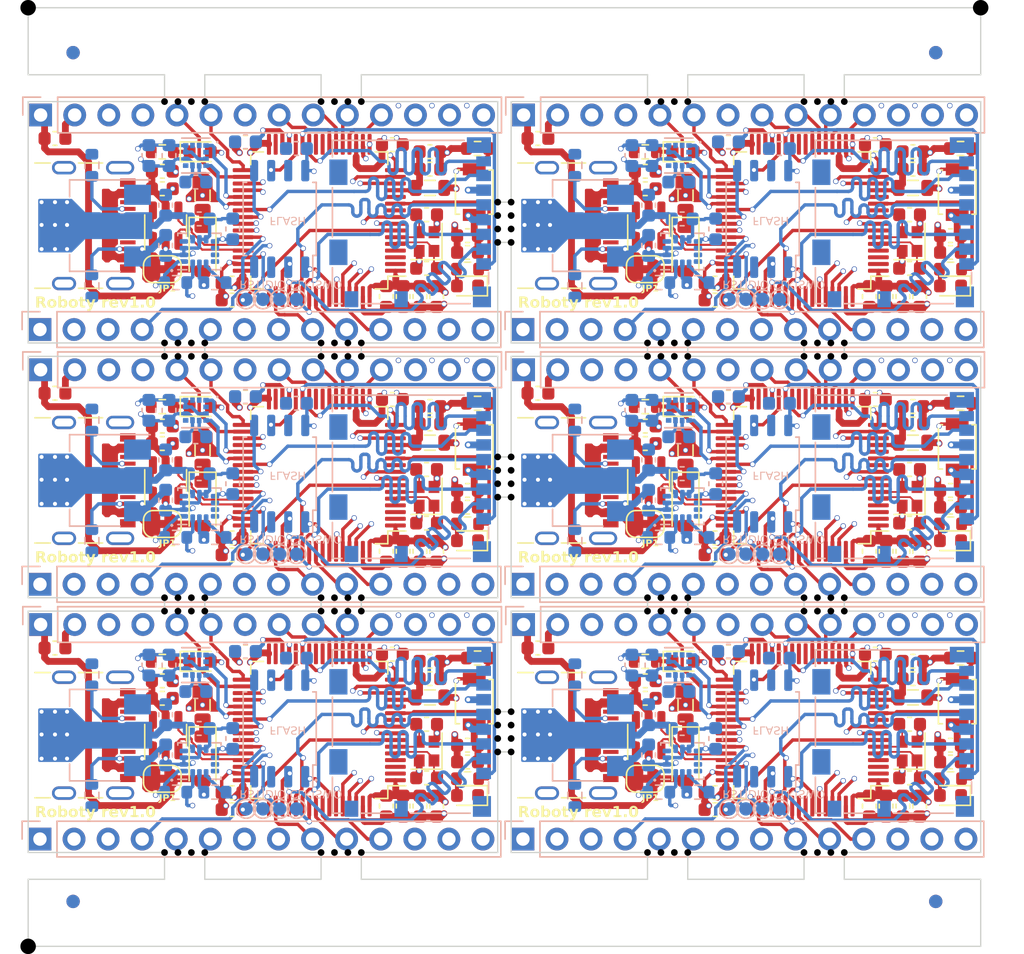
<source format=kicad_pcb>
(kicad_pcb (version 20221018) (generator pcbnew)
  (layers (0 "F.Cu" signal) (1 "In1.Cu" signal) (2 "In2.Cu" signal) (3 "In3.Cu" signal) (4 "In4.Cu" signal) (31 "B.Cu" signal) (34 "B.Paste" user) (35 "F.Paste" user) (36 "B.SilkS" user "B.Silkscreen") (37 "F.SilkS" user "F.Silkscreen") (38 "B.Mask" user) (39 "F.Mask" user) (44 "Edge.Cuts" user))
  (net 0 "")
  (net 1 "Board_0-+3V3")
  (net 2 "Board_0-+5V")
  (net 3 "Board_0-/I2C_SCL")
  (net 4 "Board_0-/I2C_SDA")
  (net 5 "Board_0-/INT1_ACC")
  (net 6 "Board_0-/INT1_COMPASS")
  (net 7 "Board_0-/INT2_ACC")
  (net 8 "Board_0-/Power&USB/USB+")
  (net 9 "Board_0-/Power&USB/USB-")
  (net 10 "Board_0-/mcu/BOOT0")
  (net 11 "Board_0-/mcu/LED")
  (net 12 "Board_0-/mcu/QSPI_BK1_CLK")
  (net 13 "Board_0-/mcu/QSPI_BK1_IO0")
  (net 14 "Board_0-/mcu/QSPI_BK1_IO1")
  (net 15 "Board_0-/mcu/QSPI_BK1_NCS")
  (net 16 "Board_0-/mcu/RST")
  (net 17 "Board_0-/mcu/SDIO_CLK")
  (net 18 "Board_0-/mcu/SDIO_CMD")
  (net 19 "Board_0-/mcu/SDIO_D0")
  (net 20 "Board_0-/mcu/SDIO_D1")
  (net 21 "Board_0-/mcu/SDIO_D2")
  (net 22 "Board_0-/mcu/SDIO_D3")
  (net 23 "Board_0-/mcu/SWCLK")
  (net 24 "Board_0-/mcu/SWDIO")
  (net 25 "Board_0-/mcu/SWO")
  (net 26 "Board_0-GND")
  (net 27 "Board_0-HDR_LFT_PA0")
  (net 28 "Board_0-HDR_LFT_PA1")
  (net 29 "Board_0-HDR_LFT_PA10")
  (net 30 "Board_0-HDR_LFT_PA15")
  (net 31 "Board_0-HDR_LFT_PA2")
  (net 32 "Board_0-HDR_LFT_PA3")
  (net 33 "Board_0-HDR_LFT_PA4")
  (net 34 "Board_0-HDR_LFT_PA5")
  (net 35 "Board_0-HDR_LFT_PA6")
  (net 36 "Board_0-HDR_LFT_PA7")
  (net 37 "Board_0-HDR_LFT_PA8")
  (net 38 "Board_0-HDR_LFT_PA9")
  (net 39 "Board_0-HDR_LFT_PB4")
  (net 40 "Board_0-HDR_RGT_PB10")
  (net 41 "Board_0-HDR_RGT_PB12")
  (net 42 "Board_0-HDR_RGT_PB13")
  (net 43 "Board_0-HDR_RGT_PB14")
  (net 44 "Board_0-HDR_RGT_PB15")
  (net 45 "Board_0-HDR_RGT_PB5")
  (net 46 "Board_0-HDR_RGT_PB7")
  (net 47 "Board_0-HDR_RGT_PB8")
  (net 48 "Board_0-HDR_RGT_PB9")
  (net 49 "Board_0-HDR_RGT_PC0")
  (net 50 "Board_0-HDR_RGT_PC1")
  (net 51 "Board_0-Net-(D1-K)")
  (net 52 "Board_0-Net-(D2-K)")
  (net 53 "Board_0-Net-(D3-A)")
  (net 54 "Board_0-Net-(J3-CC1)")
  (net 55 "Board_0-Net-(J3-CC2)")
  (net 56 "Board_0-Net-(J3-D+-PadA6)")
  (net 57 "Board_0-Net-(J3-D--PadA7)")
  (net 58 "Board_0-Net-(U1-PH0)")
  (net 59 "Board_0-Net-(U1-PH1)")
  (net 60 "Board_0-Net-(U1-VCAP_1)")
  (net 61 "Board_0-Net-(U2-VI)")
  (net 62 "Board_0-Net-(U6-C1)")
  (net 63 "Board_0-VDC")
  (net 64 "Board_0-VDDA")
  (net 65 "Board_0-unconnected-(J3-SBU1-PadA8)")
  (net 66 "Board_0-unconnected-(J3-SBU2-PadB8)")
  (net 67 "Board_0-unconnected-(U1-PC13-Pad2)")
  (net 68 "Board_0-unconnected-(U1-PC14-Pad3)")
  (net 69 "Board_0-unconnected-(U1-PC15-Pad4)")
  (net 70 "Board_0-unconnected-(U1-PC2-Pad10)")
  (net 71 "Board_0-unconnected-(U1-PC4-Pad24)")
  (net 72 "Board_0-unconnected-(U1-PC5-Pad25)")
  (net 73 "Board_0-unconnected-(U4-IO2-Pad3)")
  (net 74 "Board_0-unconnected-(U4-IO3-Pad7)")
  (net 75 "Board_0-unconnected-(U5-NC-Pad10)")
  (net 76 "Board_0-unconnected-(U5-NC-Pad11)")
  (net 77 "Board_0-unconnected-(U6-NC1-Pad2)")
  (net 78 "Board_0-unconnected-(U6-NC2-Pad11)")
  (net 79 "Board_0-unconnected-(U6-NC3-Pad12)")
  (net 80 "Board_1-+3V3")
  (net 81 "Board_1-+5V")
  (net 82 "Board_1-/I2C_SCL")
  (net 83 "Board_1-/I2C_SDA")
  (net 84 "Board_1-/INT1_ACC")
  (net 85 "Board_1-/INT1_COMPASS")
  (net 86 "Board_1-/INT2_ACC")
  (net 87 "Board_1-/Power&USB/USB+")
  (net 88 "Board_1-/Power&USB/USB-")
  (net 89 "Board_1-/mcu/BOOT0")
  (net 90 "Board_1-/mcu/LED")
  (net 91 "Board_1-/mcu/QSPI_BK1_CLK")
  (net 92 "Board_1-/mcu/QSPI_BK1_IO0")
  (net 93 "Board_1-/mcu/QSPI_BK1_IO1")
  (net 94 "Board_1-/mcu/QSPI_BK1_NCS")
  (net 95 "Board_1-/mcu/RST")
  (net 96 "Board_1-/mcu/SDIO_CLK")
  (net 97 "Board_1-/mcu/SDIO_CMD")
  (net 98 "Board_1-/mcu/SDIO_D0")
  (net 99 "Board_1-/mcu/SDIO_D1")
  (net 100 "Board_1-/mcu/SDIO_D2")
  (net 101 "Board_1-/mcu/SDIO_D3")
  (net 102 "Board_1-/mcu/SWCLK")
  (net 103 "Board_1-/mcu/SWDIO")
  (net 104 "Board_1-/mcu/SWO")
  (net 105 "Board_1-GND")
  (net 106 "Board_1-HDR_LFT_PA0")
  (net 107 "Board_1-HDR_LFT_PA1")
  (net 108 "Board_1-HDR_LFT_PA10")
  (net 109 "Board_1-HDR_LFT_PA15")
  (net 110 "Board_1-HDR_LFT_PA2")
  (net 111 "Board_1-HDR_LFT_PA3")
  (net 112 "Board_1-HDR_LFT_PA4")
  (net 113 "Board_1-HDR_LFT_PA5")
  (net 114 "Board_1-HDR_LFT_PA6")
  (net 115 "Board_1-HDR_LFT_PA7")
  (net 116 "Board_1-HDR_LFT_PA8")
  (net 117 "Board_1-HDR_LFT_PA9")
  (net 118 "Board_1-HDR_LFT_PB4")
  (net 119 "Board_1-HDR_RGT_PB10")
  (net 120 "Board_1-HDR_RGT_PB12")
  (net 121 "Board_1-HDR_RGT_PB13")
  (net 122 "Board_1-HDR_RGT_PB14")
  (net 123 "Board_1-HDR_RGT_PB15")
  (net 124 "Board_1-HDR_RGT_PB5")
  (net 125 "Board_1-HDR_RGT_PB7")
  (net 126 "Board_1-HDR_RGT_PB8")
  (net 127 "Board_1-HDR_RGT_PB9")
  (net 128 "Board_1-HDR_RGT_PC0")
  (net 129 "Board_1-HDR_RGT_PC1")
  (net 130 "Board_1-Net-(D1-K)")
  (net 131 "Board_1-Net-(D2-K)")
  (net 132 "Board_1-Net-(D3-A)")
  (net 133 "Board_1-Net-(J3-CC1)")
  (net 134 "Board_1-Net-(J3-CC2)")
  (net 135 "Board_1-Net-(J3-D+-PadA6)")
  (net 136 "Board_1-Net-(J3-D--PadA7)")
  (net 137 "Board_1-Net-(U1-PH0)")
  (net 138 "Board_1-Net-(U1-PH1)")
  (net 139 "Board_1-Net-(U1-VCAP_1)")
  (net 140 "Board_1-Net-(U2-VI)")
  (net 141 "Board_1-Net-(U6-C1)")
  (net 142 "Board_1-VDC")
  (net 143 "Board_1-VDDA")
  (net 144 "Board_1-unconnected-(J3-SBU1-PadA8)")
  (net 145 "Board_1-unconnected-(J3-SBU2-PadB8)")
  (net 146 "Board_1-unconnected-(U1-PC13-Pad2)")
  (net 147 "Board_1-unconnected-(U1-PC14-Pad3)")
  (net 148 "Board_1-unconnected-(U1-PC15-Pad4)")
  (net 149 "Board_1-unconnected-(U1-PC2-Pad10)")
  (net 150 "Board_1-unconnected-(U1-PC4-Pad24)")
  (net 151 "Board_1-unconnected-(U1-PC5-Pad25)")
  (net 152 "Board_1-unconnected-(U4-IO2-Pad3)")
  (net 153 "Board_1-unconnected-(U4-IO3-Pad7)")
  (net 154 "Board_1-unconnected-(U5-NC-Pad10)")
  (net 155 "Board_1-unconnected-(U5-NC-Pad11)")
  (net 156 "Board_1-unconnected-(U6-NC1-Pad2)")
  (net 157 "Board_1-unconnected-(U6-NC2-Pad11)")
  (net 158 "Board_1-unconnected-(U6-NC3-Pad12)")
  (net 159 "Board_2-+3V3")
  (net 160 "Board_2-+5V")
  (net 161 "Board_2-/I2C_SCL")
  (net 162 "Board_2-/I2C_SDA")
  (net 163 "Board_2-/INT1_ACC")
  (net 164 "Board_2-/INT1_COMPASS")
  (net 165 "Board_2-/INT2_ACC")
  (net 166 "Board_2-/Power&USB/USB+")
  (net 167 "Board_2-/Power&USB/USB-")
  (net 168 "Board_2-/mcu/BOOT0")
  (net 169 "Board_2-/mcu/LED")
  (net 170 "Board_2-/mcu/QSPI_BK1_CLK")
  (net 171 "Board_2-/mcu/QSPI_BK1_IO0")
  (net 172 "Board_2-/mcu/QSPI_BK1_IO1")
  (net 173 "Board_2-/mcu/QSPI_BK1_NCS")
  (net 174 "Board_2-/mcu/RST")
  (net 175 "Board_2-/mcu/SDIO_CLK")
  (net 176 "Board_2-/mcu/SDIO_CMD")
  (net 177 "Board_2-/mcu/SDIO_D0")
  (net 178 "Board_2-/mcu/SDIO_D1")
  (net 179 "Board_2-/mcu/SDIO_D2")
  (net 180 "Board_2-/mcu/SDIO_D3")
  (net 181 "Board_2-/mcu/SWCLK")
  (net 182 "Board_2-/mcu/SWDIO")
  (net 183 "Board_2-/mcu/SWO")
  (net 184 "Board_2-GND")
  (net 185 "Board_2-HDR_LFT_PA0")
  (net 186 "Board_2-HDR_LFT_PA1")
  (net 187 "Board_2-HDR_LFT_PA10")
  (net 188 "Board_2-HDR_LFT_PA15")
  (net 189 "Board_2-HDR_LFT_PA2")
  (net 190 "Board_2-HDR_LFT_PA3")
  (net 191 "Board_2-HDR_LFT_PA4")
  (net 192 "Board_2-HDR_LFT_PA5")
  (net 193 "Board_2-HDR_LFT_PA6")
  (net 194 "Board_2-HDR_LFT_PA7")
  (net 195 "Board_2-HDR_LFT_PA8")
  (net 196 "Board_2-HDR_LFT_PA9")
  (net 197 "Board_2-HDR_LFT_PB4")
  (net 198 "Board_2-HDR_RGT_PB10")
  (net 199 "Board_2-HDR_RGT_PB12")
  (net 200 "Board_2-HDR_RGT_PB13")
  (net 201 "Board_2-HDR_RGT_PB14")
  (net 202 "Board_2-HDR_RGT_PB15")
  (net 203 "Board_2-HDR_RGT_PB5")
  (net 204 "Board_2-HDR_RGT_PB7")
  (net 205 "Board_2-HDR_RGT_PB8")
  (net 206 "Board_2-HDR_RGT_PB9")
  (net 207 "Board_2-HDR_RGT_PC0")
  (net 208 "Board_2-HDR_RGT_PC1")
  (net 209 "Board_2-Net-(D1-K)")
  (net 210 "Board_2-Net-(D2-K)")
  (net 211 "Board_2-Net-(D3-A)")
  (net 212 "Board_2-Net-(J3-CC1)")
  (net 213 "Board_2-Net-(J3-CC2)")
  (net 214 "Board_2-Net-(J3-D+-PadA6)")
  (net 215 "Board_2-Net-(J3-D--PadA7)")
  (net 216 "Board_2-Net-(U1-PH0)")
  (net 217 "Board_2-Net-(U1-PH1)")
  (net 218 "Board_2-Net-(U1-VCAP_1)")
  (net 219 "Board_2-Net-(U2-VI)")
  (net 220 "Board_2-Net-(U6-C1)")
  (net 221 "Board_2-VDC")
  (net 222 "Board_2-VDDA")
  (net 223 "Board_2-unconnected-(J3-SBU1-PadA8)")
  (net 224 "Board_2-unconnected-(J3-SBU2-PadB8)")
  (net 225 "Board_2-unconnected-(U1-PC13-Pad2)")
  (net 226 "Board_2-unconnected-(U1-PC14-Pad3)")
  (net 227 "Board_2-unconnected-(U1-PC15-Pad4)")
  (net 228 "Board_2-unconnected-(U1-PC2-Pad10)")
  (net 229 "Board_2-unconnected-(U1-PC4-Pad24)")
  (net 230 "Board_2-unconnected-(U1-PC5-Pad25)")
  (net 231 "Board_2-unconnected-(U4-IO2-Pad3)")
  (net 232 "Board_2-unconnected-(U4-IO3-Pad7)")
  (net 233 "Board_2-unconnected-(U5-NC-Pad10)")
  (net 234 "Board_2-unconnected-(U5-NC-Pad11)")
  (net 235 "Board_2-unconnected-(U6-NC1-Pad2)")
  (net 236 "Board_2-unconnected-(U6-NC2-Pad11)")
  (net 237 "Board_2-unconnected-(U6-NC3-Pad12)")
  (net 238 "Board_3-+3V3")
  (net 239 "Board_3-+5V")
  (net 240 "Board_3-/I2C_SCL")
  (net 241 "Board_3-/I2C_SDA")
  (net 242 "Board_3-/INT1_ACC")
  (net 243 "Board_3-/INT1_COMPASS")
  (net 244 "Board_3-/INT2_ACC")
  (net 245 "Board_3-/Power&USB/USB+")
  (net 246 "Board_3-/Power&USB/USB-")
  (net 247 "Board_3-/mcu/BOOT0")
  (net 248 "Board_3-/mcu/LED")
  (net 249 "Board_3-/mcu/QSPI_BK1_CLK")
  (net 250 "Board_3-/mcu/QSPI_BK1_IO0")
  (net 251 "Board_3-/mcu/QSPI_BK1_IO1")
  (net 252 "Board_3-/mcu/QSPI_BK1_NCS")
  (net 253 "Board_3-/mcu/RST")
  (net 254 "Board_3-/mcu/SDIO_CLK")
  (net 255 "Board_3-/mcu/SDIO_CMD")
  (net 256 "Board_3-/mcu/SDIO_D0")
  (net 257 "Board_3-/mcu/SDIO_D1")
  (net 258 "Board_3-/mcu/SDIO_D2")
  (net 259 "Board_3-/mcu/SDIO_D3")
  (net 260 "Board_3-/mcu/SWCLK")
  (net 261 "Board_3-/mcu/SWDIO")
  (net 262 "Board_3-/mcu/SWO")
  (net 263 "Board_3-GND")
  (net 264 "Board_3-HDR_LFT_PA0")
  (net 265 "Board_3-HDR_LFT_PA1")
  (net 266 "Board_3-HDR_LFT_PA10")
  (net 267 "Board_3-HDR_LFT_PA15")
  (net 268 "Board_3-HDR_LFT_PA2")
  (net 269 "Board_3-HDR_LFT_PA3")
  (net 270 "Board_3-HDR_LFT_PA4")
  (net 271 "Board_3-HDR_LFT_PA5")
  (net 272 "Board_3-HDR_LFT_PA6")
  (net 273 "Board_3-HDR_LFT_PA7")
  (net 274 "Board_3-HDR_LFT_PA8")
  (net 275 "Board_3-HDR_LFT_PA9")
  (net 276 "Board_3-HDR_LFT_PB4")
  (net 277 "Board_3-HDR_RGT_PB10")
  (net 278 "Board_3-HDR_RGT_PB12")
  (net 279 "Board_3-HDR_RGT_PB13")
  (net 280 "Board_3-HDR_RGT_PB14")
  (net 281 "Board_3-HDR_RGT_PB15")
  (net 282 "Board_3-HDR_RGT_PB5")
  (net 283 "Board_3-HDR_RGT_PB7")
  (net 284 "Board_3-HDR_RGT_PB8")
  (net 285 "Board_3-HDR_RGT_PB9")
  (net 286 "Board_3-HDR_RGT_PC0")
  (net 287 "Board_3-HDR_RGT_PC1")
  (net 288 "Board_3-Net-(D1-K)")
  (net 289 "Board_3-Net-(D2-K)")
  (net 290 "Board_3-Net-(D3-A)")
  (net 291 "Board_3-Net-(J3-CC1)")
  (net 292 "Board_3-Net-(J3-CC2)")
  (net 293 "Board_3-Net-(J3-D+-PadA6)")
  (net 294 "Board_3-Net-(J3-D--PadA7)")
  (net 295 "Board_3-Net-(U1-PH0)")
  (net 296 "Board_3-Net-(U1-PH1)")
  (net 297 "Board_3-Net-(U1-VCAP_1)")
  (net 298 "Board_3-Net-(U2-VI)")
  (net 299 "Board_3-Net-(U6-C1)")
  (net 300 "Board_3-VDC")
  (net 301 "Board_3-VDDA")
  (net 302 "Board_3-unconnected-(J3-SBU1-PadA8)")
  (net 303 "Board_3-unconnected-(J3-SBU2-PadB8)")
  (net 304 "Board_3-unconnected-(U1-PC13-Pad2)")
  (net 305 "Board_3-unconnected-(U1-PC14-Pad3)")
  (net 306 "Board_3-unconnected-(U1-PC15-Pad4)")
  (net 307 "Board_3-unconnected-(U1-PC2-Pad10)")
  (net 308 "Board_3-unconnected-(U1-PC4-Pad24)")
  (net 309 "Board_3-unconnected-(U1-PC5-Pad25)")
  (net 310 "Board_3-unconnected-(U4-IO2-Pad3)")
  (net 311 "Board_3-unconnected-(U4-IO3-Pad7)")
  (net 312 "Board_3-unconnected-(U5-NC-Pad10)")
  (net 313 "Board_3-unconnected-(U5-NC-Pad11)")
  (net 314 "Board_3-unconnected-(U6-NC1-Pad2)")
  (net 315 "Board_3-unconnected-(U6-NC2-Pad11)")
  (net 316 "Board_3-unconnected-(U6-NC3-Pad12)")
  (net 317 "Board_4-+3V3")
  (net 318 "Board_4-+5V")
  (net 319 "Board_4-/I2C_SCL")
  (net 320 "Board_4-/I2C_SDA")
  (net 321 "Board_4-/INT1_ACC")
  (net 322 "Board_4-/INT1_COMPASS")
  (net 323 "Board_4-/INT2_ACC")
  (net 324 "Board_4-/Power&USB/USB+")
  (net 325 "Board_4-/Power&USB/USB-")
  (net 326 "Board_4-/mcu/BOOT0")
  (net 327 "Board_4-/mcu/LED")
  (net 328 "Board_4-/mcu/QSPI_BK1_CLK")
  (net 329 "Board_4-/mcu/QSPI_BK1_IO0")
  (net 330 "Board_4-/mcu/QSPI_BK1_IO1")
  (net 331 "Board_4-/mcu/QSPI_BK1_NCS")
  (net 332 "Board_4-/mcu/RST")
  (net 333 "Board_4-/mcu/SDIO_CLK")
  (net 334 "Board_4-/mcu/SDIO_CMD")
  (net 335 "Board_4-/mcu/SDIO_D0")
  (net 336 "Board_4-/mcu/SDIO_D1")
  (net 337 "Board_4-/mcu/SDIO_D2")
  (net 338 "Board_4-/mcu/SDIO_D3")
  (net 339 "Board_4-/mcu/SWCLK")
  (net 340 "Board_4-/mcu/SWDIO")
  (net 341 "Board_4-/mcu/SWO")
  (net 342 "Board_4-GND")
  (net 343 "Board_4-HDR_LFT_PA0")
  (net 344 "Board_4-HDR_LFT_PA1")
  (net 345 "Board_4-HDR_LFT_PA10")
  (net 346 "Board_4-HDR_LFT_PA15")
  (net 347 "Board_4-HDR_LFT_PA2")
  (net 348 "Board_4-HDR_LFT_PA3")
  (net 349 "Board_4-HDR_LFT_PA4")
  (net 350 "Board_4-HDR_LFT_PA5")
  (net 351 "Board_4-HDR_LFT_PA6")
  (net 352 "Board_4-HDR_LFT_PA7")
  (net 353 "Board_4-HDR_LFT_PA8")
  (net 354 "Board_4-HDR_LFT_PA9")
  (net 355 "Board_4-HDR_LFT_PB4")
  (net 356 "Board_4-HDR_RGT_PB10")
  (net 357 "Board_4-HDR_RGT_PB12")
  (net 358 "Board_4-HDR_RGT_PB13")
  (net 359 "Board_4-HDR_RGT_PB14")
  (net 360 "Board_4-HDR_RGT_PB15")
  (net 361 "Board_4-HDR_RGT_PB5")
  (net 362 "Board_4-HDR_RGT_PB7")
  (net 363 "Board_4-HDR_RGT_PB8")
  (net 364 "Board_4-HDR_RGT_PB9")
  (net 365 "Board_4-HDR_RGT_PC0")
  (net 366 "Board_4-HDR_RGT_PC1")
  (net 367 "Board_4-Net-(D1-K)")
  (net 368 "Board_4-Net-(D2-K)")
  (net 369 "Board_4-Net-(D3-A)")
  (net 370 "Board_4-Net-(J3-CC1)")
  (net 371 "Board_4-Net-(J3-CC2)")
  (net 372 "Board_4-Net-(J3-D+-PadA6)")
  (net 373 "Board_4-Net-(J3-D--PadA7)")
  (net 374 "Board_4-Net-(U1-PH0)")
  (net 375 "Board_4-Net-(U1-PH1)")
  (net 376 "Board_4-Net-(U1-VCAP_1)")
  (net 377 "Board_4-Net-(U2-VI)")
  (net 378 "Board_4-Net-(U6-C1)")
  (net 379 "Board_4-VDC")
  (net 380 "Board_4-VDDA")
  (net 381 "Board_4-unconnected-(J3-SBU1-PadA8)")
  (net 382 "Board_4-unconnected-(J3-SBU2-PadB8)")
  (net 383 "Board_4-unconnected-(U1-PC13-Pad2)")
  (net 384 "Board_4-unconnected-(U1-PC14-Pad3)")
  (net 385 "Board_4-unconnected-(U1-PC15-Pad4)")
  (net 386 "Board_4-unconnected-(U1-PC2-Pad10)")
  (net 387 "Board_4-unconnected-(U1-PC4-Pad24)")
  (net 388 "Board_4-unconnected-(U1-PC5-Pad25)")
  (net 389 "Board_4-unconnected-(U4-IO2-Pad3)")
  (net 390 "Board_4-unconnected-(U4-IO3-Pad7)")
  (net 391 "Board_4-unconnected-(U5-NC-Pad10)")
  (net 392 "Board_4-unconnected-(U5-NC-Pad11)")
  (net 393 "Board_4-unconnected-(U6-NC1-Pad2)")
  (net 394 "Board_4-unconnected-(U6-NC2-Pad11)")
  (net 395 "Board_4-unconnected-(U6-NC3-Pad12)")
  (net 396 "Board_5-+3V3")
  (net 397 "Board_5-+5V")
  (net 398 "Board_5-/I2C_SCL")
  (net 399 "Board_5-/I2C_SDA")
  (net 400 "Board_5-/INT1_ACC")
  (net 401 "Board_5-/INT1_COMPASS")
  (net 402 "Board_5-/INT2_ACC")
  (net 403 "Board_5-/Power&USB/USB+")
  (net 404 "Board_5-/Power&USB/USB-")
  (net 405 "Board_5-/mcu/BOOT0")
  (net 406 "Board_5-/mcu/LED")
  (net 407 "Board_5-/mcu/QSPI_BK1_CLK")
  (net 408 "Board_5-/mcu/QSPI_BK1_IO0")
  (net 409 "Board_5-/mcu/QSPI_BK1_IO1")
  (net 410 "Board_5-/mcu/QSPI_BK1_NCS")
  (net 411 "Board_5-/mcu/RST")
  (net 412 "Board_5-/mcu/SDIO_CLK")
  (net 413 "Board_5-/mcu/SDIO_CMD")
  (net 414 "Board_5-/mcu/SDIO_D0")
  (net 415 "Board_5-/mcu/SDIO_D1")
  (net 416 "Board_5-/mcu/SDIO_D2")
  (net 417 "Board_5-/mcu/SDIO_D3")
  (net 418 "Board_5-/mcu/SWCLK")
  (net 419 "Board_5-/mcu/SWDIO")
  (net 420 "Board_5-/mcu/SWO")
  (net 421 "Board_5-GND")
  (net 422 "Board_5-HDR_LFT_PA0")
  (net 423 "Board_5-HDR_LFT_PA1")
  (net 424 "Board_5-HDR_LFT_PA10")
  (net 425 "Board_5-HDR_LFT_PA15")
  (net 426 "Board_5-HDR_LFT_PA2")
  (net 427 "Board_5-HDR_LFT_PA3")
  (net 428 "Board_5-HDR_LFT_PA4")
  (net 429 "Board_5-HDR_LFT_PA5")
  (net 430 "Board_5-HDR_LFT_PA6")
  (net 431 "Board_5-HDR_LFT_PA7")
  (net 432 "Board_5-HDR_LFT_PA8")
  (net 433 "Board_5-HDR_LFT_PA9")
  (net 434 "Board_5-HDR_LFT_PB4")
  (net 435 "Board_5-HDR_RGT_PB10")
  (net 436 "Board_5-HDR_RGT_PB12")
  (net 437 "Board_5-HDR_RGT_PB13")
  (net 438 "Board_5-HDR_RGT_PB14")
  (net 439 "Board_5-HDR_RGT_PB15")
  (net 440 "Board_5-HDR_RGT_PB5")
  (net 441 "Board_5-HDR_RGT_PB7")
  (net 442 "Board_5-HDR_RGT_PB8")
  (net 443 "Board_5-HDR_RGT_PB9")
  (net 444 "Board_5-HDR_RGT_PC0")
  (net 445 "Board_5-HDR_RGT_PC1")
  (net 446 "Board_5-Net-(D1-K)")
  (net 447 "Board_5-Net-(D2-K)")
  (net 448 "Board_5-Net-(D3-A)")
  (net 449 "Board_5-Net-(J3-CC1)")
  (net 450 "Board_5-Net-(J3-CC2)")
  (net 451 "Board_5-Net-(J3-D+-PadA6)")
  (net 452 "Board_5-Net-(J3-D--PadA7)")
  (net 453 "Board_5-Net-(U1-PH0)")
  (net 454 "Board_5-Net-(U1-PH1)")
  (net 455 "Board_5-Net-(U1-VCAP_1)")
  (net 456 "Board_5-Net-(U2-VI)")
  (net 457 "Board_5-Net-(U6-C1)")
  (net 458 "Board_5-VDC")
  (net 459 "Board_5-VDDA")
  (net 460 "Board_5-unconnected-(J3-SBU1-PadA8)")
  (net 461 "Board_5-unconnected-(J3-SBU2-PadB8)")
  (net 462 "Board_5-unconnected-(U1-PC13-Pad2)")
  (net 463 "Board_5-unconnected-(U1-PC14-Pad3)")
  (net 464 "Board_5-unconnected-(U1-PC15-Pad4)")
  (net 465 "Board_5-unconnected-(U1-PC2-Pad10)")
  (net 466 "Board_5-unconnected-(U1-PC4-Pad24)")
  (net 467 "Board_5-unconnected-(U1-PC5-Pad25)")
  (net 468 "Board_5-unconnected-(U4-IO2-Pad3)")
  (net 469 "Board_5-unconnected-(U4-IO3-Pad7)")
  (net 470 "Board_5-unconnected-(U5-NC-Pad10)")
  (net 471 "Board_5-unconnected-(U5-NC-Pad11)")
  (net 472 "Board_5-unconnected-(U6-NC1-Pad2)")
  (net 473 "Board_5-unconnected-(U6-NC2-Pad11)")
  (net 474 "Board_5-unconnected-(U6-NC3-Pad12)")
  (footprint "NPTH" (layer "F.Cu") (at 136.833333 45)
    (fp_text reference "REF**" hide)
    (fp_text value "NPTH" hide)
  )
  (footprint "Capacitor_SMD:C_0603_1608Metric" (layer "F.Cu") (at 128.2 60.8 180)
    (fp_text reference "C16" hide)
    (fp_text value "100n")
  )
  (footprint "Capacitor_SMD:C_0603_1608Metric" (layer "F.Cu") (at 128.2 41.8 180)
    (fp_text reference "C16" hide)
    (fp_text value "100n")
  )
  (footprint "Capacitor_SMD:C_0603_1608Metric" (layer "F.Cu") (at 164.2 60.8 180)
    (fp_text reference "C16" hide)
    (fp_text value "100n")
  )
  (footprint "Capacitor_SMD:C_0603_1608Metric" (layer "F.Cu") (at 164.2 79.8 180)
    (fp_text reference "C16" hide)
    (fp_text value "100n")
  )
  (footprint "Capacitor_SMD:C_0603_1608Metric" (layer "F.Cu") (at 164.2 41.8 180)
    (fp_text reference "C16" hide)
    (fp_text value "100n")
  )
  (footprint "Capacitor_SMD:C_0603_1608Metric" (layer "F.Cu") (at 128.2 79.8 180)
    (fp_text reference "C16" hide)
    (fp_text value "100n")
  )
  (footprint "NPTH" (layer "F.Cu") (at 134.833333 64)
    (fp_text reference "REF**" hide)
    (fp_text value "NPTH" hide)
  )
  (footprint "NPTH" (layer "F.Cu") (at 171.833333 64)
    (fp_text reference "REF**" hide)
    (fp_text value "NPTH" hide)
  )
  (footprint "NPTH" (layer "F.Cu") (at 162.166666 46)
    (fp_text reference "REF**" hide)
    (fp_text value "NPTH" hide)
  )
  (footprint "NPTH" (layer "F.Cu") (at 171.833333 45)
    (fp_text reference "REF**" hide)
    (fp_text value "NPTH" hide)
  )
  (footprint "NPTH" (layer "F.Cu") (at 134.833333 27)
    (fp_text reference "REF**" hide)
    (fp_text value "NPTH" hide)
  )
  (footprint "Capacitor_SMD:C_0603_1608Metric" (layer "F.Cu") (at 178.7 54.4379)
    (fp_text reference "C18" hide)
    (fp_text value "6.8p")
  )
  (footprint "Capacitor_SMD:C_0603_1608Metric" (layer "F.Cu") (at 142.7 35.4379)
    (fp_text reference "C18" hide)
    (fp_text value "6.8p")
  )
  (footprint "Capacitor_SMD:C_0603_1608Metric" (layer "F.Cu") (at 178.7 35.4379)
    (fp_text reference "C18" hide)
    (fp_text value "6.8p")
  )
  (footprint "Capacitor_SMD:C_0603_1608Metric" (layer "F.Cu") (at 142.7 73.4379)
    (fp_text reference "C18" hide)
    (fp_text value "6.8p")
  )
  (footprint "Capacitor_SMD:C_0603_1608Metric" (layer "F.Cu") (at 178.7 73.4379)
    (fp_text reference "C18" hide)
    (fp_text value "6.8p")
  )
  (footprint "Capacitor_SMD:C_0603_1608Metric" (layer "F.Cu") (at 142.7 54.4379)
    (fp_text reference "C18" hide)
    (fp_text value "6.8p")
  )
  (footprint "NPTH" (layer "F.Cu") (at 170.833333 45)
    (fp_text reference "REF**" hide)
    (fp_text value "NPTH" hide)
  )
  (footprint "Inductor_SMD:L_0805_2012Metric" (layer "F.Cu") (at 162 72 90)
    (fp_text reference "L1" hide)
    (fp_text value "GZ2012D101TF")
  )
  (footprint "Inductor_SMD:L_0805_2012Metric" (layer "F.Cu") (at 162 53 90)
    (fp_text reference "L1" hide)
    (fp_text value "GZ2012D101TF")
  )
  (footprint "Inductor_SMD:L_0805_2012Metric" (layer "F.Cu") (at 126 72 90)
    (fp_text reference "L1" hide)
    (fp_text value "GZ2012D101TF")
  )
  (footprint "Inductor_SMD:L_0805_2012Metric" (layer "F.Cu") (at 126 34 90)
    (fp_text reference "L1" hide)
    (fp_text value "GZ2012D101TF")
  )
  (footprint "Inductor_SMD:L_0805_2012Metric" (layer "F.Cu") (at 126 53 90)
    (fp_text reference "L1" hide)
    (fp_text value "GZ2012D101TF")
  )
  (footprint "Inductor_SMD:L_0805_2012Metric" (layer "F.Cu") (at 162 34 90)
    (fp_text reference "L1" hide)
    (fp_text value "GZ2012D101TF")
  )
  (footprint "NPTH" (layer "F.Cu") (at 172.833333 27)
    (fp_text reference "REF**" hide)
    (fp_text value "NPTH" hide)
  )
  (footprint "NPTH" (layer "F.Cu") (at 159.166666 45)
    (fp_text reference "REF**" hide)
    (fp_text value "NPTH" hide)
  )
  (footprint "NPTH" (layer "F.Cu") (at 149 37.5)
    (fp_text reference "REF**" hide)
    (fp_text value "NPTH" hide)
  )
  (footprint "NPTH" (layer "F.Cu") (at 161.166666 83)
    (fp_text reference "REF**" hide)
    (fp_text value "NPTH" hide)
  )
  (footprint "NPTH" (layer "F.Cu") (at 136.833333 83)
    (fp_text reference "REF**" hide)
    (fp_text value "NPTH" hide)
  )
  (footprint "NPTH" (layer "F.Cu") (at 148 35.5)
    (fp_text reference "REF**" hide)
    (fp_text value "NPTH" hide)
  )
  (footprint "NPTH" (layer "F.Cu") (at 173.833333 46)
    (fp_text reference "REF**" hide)
    (fp_text value "NPTH" hide)
  )
  (footprint "Capacitor_SMD:C_0603_1608Metric" (layer "F.Cu") (at 139.7 79.5379 -90)
    (fp_text reference "C8" hide)
    (fp_text value "100n")
  )
  (footprint "Capacitor_SMD:C_0603_1608Metric" (layer "F.Cu") (at 175.7 41.5379 -90)
    (fp_text reference "C8" hide)
    (fp_text value "100n")
  )
  (footprint "Capacitor_SMD:C_0603_1608Metric" (layer "F.Cu") (at 175.7 60.5379 -90)
    (fp_text reference "C8" hide)
    (fp_text value "100n")
  )
  (footprint "Capacitor_SMD:C_0603_1608Metric" (layer "F.Cu") (at 139.7 60.5379 -90)
    (fp_text reference "C8" hide)
    (fp_text value "100n")
  )
  (footprint "Capacitor_SMD:C_0603_1608Metric" (layer "F.Cu") (at 139.7 41.5379 -90)
    (fp_text reference "C8" hide)
    (fp_text value "100n")
  )
  (footprint "Capacitor_SMD:C_0603_1608Metric" (layer "F.Cu") (at 175.7 79.5379 -90)
    (fp_text reference "C8" hide)
    (fp_text value "100n")
  )
  (footprint "NPTH" (layer "F.Cu") (at 148 34.5)
    (fp_text reference "REF**" hide)
    (fp_text value "NPTH" hide)
  )
  (footprint "NPTH" (layer "F.Cu") (at 172.833333 46)
    (fp_text reference "REF**" hide)
    (fp_text value "NPTH" hide)
  )
  (footprint "NPTH" (layer "F.Cu") (at 149 74.5)
    (fp_text reference "REF**" hide)
    (fp_text value "NPTH" hide)
  )
  (footprint "NPTH" (layer "F.Cu") (at 113 90)
    (fp_text reference "REF**" hide)
    (fp_text value "NPTH" hide)
  )
  (footprint "NPTH" (layer "F.Cu") (at 124.166667 27)
    (fp_text reference "REF**" hide)
    (fp_text value "NPTH" hide)
  )
  (footprint "Jumper:SolderJumper-2_P1.3mm_Bridged_RoundedPad1.0x1.5mm" (layer "F.Cu") (at 159 39.5)
    (fp_text reference "JP1" hide)
    (fp_text value "VUSB_VIN")
  )
  (footprint "Jumper:SolderJumper-2_P1.3mm_Bridged_RoundedPad1.0x1.5mm" (layer "F.Cu") (at 123 58.5)
    (fp_text reference "JP1" hide)
    (fp_text value "VUSB_VIN")
  )
  (footprint "Jumper:SolderJumper-2_P1.3mm_Bridged_RoundedPad1.0x1.5mm" (layer "F.Cu") (at 123 39.5)
    (fp_text reference "JP1" hide)
    (fp_text value "VUSB_VIN")
  )
  (footprint "Jumper:SolderJumper-2_P1.3mm_Bridged_RoundedPad1.0x1.5mm" (layer "F.Cu") (at 123 77.5)
    (fp_text reference "JP1" hide)
    (fp_text value "VUSB_VIN")
  )
  (footprint "Jumper:SolderJumper-2_P1.3mm_Bridged_RoundedPad1.0x1.5mm" (layer "F.Cu") (at 159 77.5)
    (fp_text reference "JP1" hide)
    (fp_text value "VUSB_VIN")
  )
  (footprint "Jumper:SolderJumper-2_P1.3mm_Bridged_RoundedPad1.0x1.5mm" (layer "F.Cu") (at 159 58.5)
    (fp_text reference "JP1" hide)
    (fp_text value "VUSB_VIN")
  )
  (footprint "NPTH" (layer "F.Cu") (at 126.166667 65)
    (fp_text reference "REF**" hide)
    (fp_text value "NPTH" hide)
  )
  (footprint "NPTH" (layer "F.Cu") (at 160.166666 27)
    (fp_text reference "REF**" hide)
    (fp_text value "NPTH" hide)
  )
  (footprint "NPTH" (layer "F.Cu") (at 149 53.5)
    (fp_text reference "REF**" hide)
    (fp_text value "NPTH" hide)
  )
  (footprint "NPTH" (layer "F.Cu") (at 149 75.5)
    (fp_text reference "REF**" hide)
    (fp_text value "NPTH" hide)
  )
  (footprint "NPTH" (layer "F.Cu") (at 123.166667 65)
    (fp_text reference "REF**" hide)
    (fp_text value "NPTH" hide)
  )
  (footprint "Connector_USB:USB_C_Receptacle_GCT_USB4105-xx-A_16P_TopMnt_Horizontal" (layer "F.Cu") (at 116.75 36.25 -90)
    (fp_text reference "J3" hide)
    (fp_text value "USB_C_Receptacle_USB2.0")
  )
  (footprint "Connector_USB:USB_C_Receptacle_GCT_USB4105-xx-A_16P_TopMnt_Horizontal" (layer "F.Cu") (at 152.75 36.25 -90)
    (fp_text reference "J3" hide)
    (fp_text value "USB_C_Receptacle_USB2.0")
  )
  (footprint "Connector_USB:USB_C_Receptacle_GCT_USB4105-xx-A_16P_TopMnt_Horizontal" (layer "F.Cu") (at 116.75 55.25 -90)
    (fp_text reference "J3" hide)
    (fp_text value "USB_C_Receptacle_USB2.0")
  )
  (footprint "Connector_USB:USB_C_Receptacle_GCT_USB4105-xx-A_16P_TopMnt_Horizontal" (layer "F.Cu") (at 116.75 74.25 -90)
    (fp_text reference "J3" hide)
    (fp_text value "USB_C_Receptacle_USB2.0")
  )
  (footprint "Connector_USB:USB_C_Receptacle_GCT_USB4105-xx-A_16P_TopMnt_Horizontal" (layer "F.Cu") (at 152.75 74.25 -90)
    (fp_text reference "J3" hide)
    (fp_text value "USB_C_Receptacle_USB2.0")
  )
  (footprint "Connector_USB:USB_C_Receptacle_GCT_USB4105-xx-A_16P_TopMnt_Horizontal" (layer "F.Cu") (at 152.75 55.25 -90)
    (fp_text reference "J3" hide)
    (fp_text value "USB_C_Receptacle_USB2.0")
  )
  (footprint "NPTH" (layer "F.Cu") (at 149 72.5)
    (fp_text reference "REF**" hide)
    (fp_text value "NPTH" hide)
  )
  (footprint "NPTH" (layer "F.Cu") (at 148 54.5)
    (fp_text reference "REF**" hide)
    (fp_text value "NPTH" hide)
  )
  (footprint "NPTH" (layer "F.Cu") (at 137.833333 45)
    (fp_text reference "REF**" hide)
    (fp_text value "NPTH" hide)
  )
  (footprint "NPTH" (layer "F.Cu") (at 173.833333 27)
    (fp_text reference "REF**" hide)
    (fp_text value "NPTH" hide)
  )
  (footprint "Capacitor_SMD:C_0603_1608Metric" (layer "F.Cu") (at 181.75 76.25 180)
    (fp_text reference "C26" hide)
    (fp_text value "100n")
  )
  (footprint "Capacitor_SMD:C_0603_1608Metric" (layer "F.Cu") (at 145.75 57.25 180)
    (fp_text reference "C26" hide)
    (fp_text value "100n")
  )
  (footprint "Capacitor_SMD:C_0603_1608Metric" (layer "F.Cu") (at 181.75 38.25 180)
    (fp_text reference "C26" hide)
    (fp_text value "100n")
  )
  (footprint "Capacitor_SMD:C_0603_1608Metric" (layer "F.Cu") (at 145.75 38.25 180)
    (fp_text reference "C26" hide)
    (fp_text value "100n")
  )
  (footprint "Capacitor_SMD:C_0603_1608Metric" (layer "F.Cu") (at 181.75 57.25 180)
    (fp_text reference "C26" hide)
    (fp_text value "100n")
  )
  (footprint "Capacitor_SMD:C_0603_1608Metric" (layer "F.Cu") (at 145.75 76.25 180)
    (fp_text reference "C26" hide)
    (fp_text value "100n")
  )
  (footprint "NPTH" (layer "F.Cu") (at 148 73.5)
    (fp_text reference "REF**" hide)
    (fp_text value "NPTH" hide)
  )
  (footprint "NPTH" (layer "F.Cu") (at 125.166667 27)
    (fp_text reference "REF**" hide)
    (fp_text value "NPTH" hide)
  )
  (footprint "Resistor_SMD:R_0603_1608Metric" (layer "F.Cu") (at 159 30.75)
    (fp_text reference "R3" hide)
    (fp_text value "270")
  )
  (footprint "Resistor_SMD:R_0603_1608Metric" (layer "F.Cu") (at 123 30.75)
    (fp_text reference "R3" hide)
    (fp_text value "270")
  )
  (footprint "Resistor_SMD:R_0603_1608Metric" (layer "F.Cu") (at 159 68.75)
    (fp_text reference "R3" hide)
    (fp_text value "270")
  )
  (footprint "Resistor_SMD:R_0603_1608Metric" (layer "F.Cu") (at 123 49.75)
    (fp_text reference "R3" hide)
    (fp_text value "270")
  )
  (footprint "Resistor_SMD:R_0603_1608Metric" (layer "F.Cu") (at 159 49.75)
    (fp_text reference "R3" hide)
    (fp_text value "270")
  )
  (footprint "Resistor_SMD:R_0603_1608Metric" (layer "F.Cu") (at 123 68.75)
    (fp_text reference "R3" hide)
    (fp_text value "270")
  )
  (footprint "NPTH" (layer "F.Cu") (at 159.166666 83)
    (fp_text reference "REF**" hide)
    (fp_text value "NPTH" hide)
  )
  (footprint "NPTH" (layer "F.Cu") (at 136.833333 27)
    (fp_text reference "REF**" hide)
    (fp_text value "NPTH" hide)
  )
  (footprint "NPTH" (layer "F.Cu") (at 135.833333 45)
    (fp_text reference "REF**" hide)
    (fp_text value "NPTH" hide)
  )
  (footprint "NPTH" (layer "F.Cu") (at 171.833333 83)
    (fp_text reference "REF**" hide)
    (fp_text value "NPTH" hide)
  )
  (footprint "NPTH" (layer "F.Cu") (at 149 35.5)
    (fp_text reference "REF**" hide)
    (fp_text value "NPTH" hide)
  )
  (footprint "NPTH" (layer "F.Cu") (at 126.166667 46)
    (fp_text reference "REF**" hide)
    (fp_text value "NPTH" hide)
  )
  (footprint "NPTH" (layer "F.Cu") (at 125.166667 83)
    (fp_text reference "REF**" hide)
    (fp_text value "NPTH" hide)
  )
  (footprint "NPTH" (layer "F.Cu") (at 161.166666 64)
    (fp_text reference "REF**" hide)
    (fp_text value "NPTH" hide)
  )
  (footprint "Capacitor_SMD:C_0603_1608Metric" (layer "F.Cu") (at 165.2 49.0379 180)
    (fp_text reference "C9" hide)
    (fp_text value "100n")
  )
  (footprint "Capacitor_SMD:C_0603_1608Metric" (layer "F.Cu") (at 129.2 30.0379 180)
    (fp_text reference "C9" hide)
    (fp_text value "100n")
  )
  (footprint "Capacitor_SMD:C_0603_1608Metric" (layer "F.Cu") (at 129.2 68.0379 180)
    (fp_text reference "C9" hide)
    (fp_text value "100n")
  )
  (footprint "Capacitor_SMD:C_0603_1608Metric" (layer "F.Cu") (at 165.2 68.0379 180)
    (fp_text reference "C9" hide)
    (fp_text value "100n")
  )
  (footprint "Capacitor_SMD:C_0603_1608Metric" (layer "F.Cu") (at 129.2 49.0379 180)
    (fp_text reference "C9" hide)
    (fp_text value "100n")
  )
  (footprint "Capacitor_SMD:C_0603_1608Metric" (layer "F.Cu") (at 165.2 30.0379 180)
    (fp_text reference "C9" hide)
    (fp_text value "100n")
  )
  (footprint "NPTH" (layer "F.Cu") (at 170.833333 83)
    (fp_text reference "REF**" hide)
    (fp_text value "NPTH" hide)
  )
  (footprint "NPTH" (layer "F.Cu") (at 148 36.5)
    (fp_text reference "REF**" hide)
    (fp_text value "NPTH" hide)
  )
  (footprint "Package_QFP:LQFP-64_10x10mm_P0.5mm" (layer "F.Cu") (at 134.7 54.8629 180)
    (fp_text reference "U1" hide)
    (fp_text value "STM32F446RETx")
  )
  (footprint "Package_QFP:LQFP-64_10x10mm_P0.5mm" (layer "F.Cu") (at 170.7 35.8629 180)
    (fp_text reference "U1" hide)
    (fp_text value "STM32F446RETx")
  )
  (footprint "Package_QFP:LQFP-64_10x10mm_P0.5mm" (layer "F.Cu") (at 134.7 35.8629 180)
    (fp_text reference "U1" hide)
    (fp_text value "STM32F446RETx")
  )
  (footprint "Package_QFP:LQFP-64_10x10mm_P0.5mm" (layer "F.Cu") (at 170.7 54.8629 180)
    (fp_text reference "U1" hide)
    (fp_text value "STM32F446RETx")
  )
  (footprint "Package_QFP:LQFP-64_10x10mm_P0.5mm" (layer "F.Cu") (at 134.7 73.8629 180)
    (fp_text reference "U1" hide)
    (fp_text value "STM32F446RETx")
  )
  (footprint "Package_QFP:LQFP-64_10x10mm_P0.5mm" (layer "F.Cu") (at 170.7 73.8629 180)
    (fp_text reference "U1" hide)
    (fp_text value "STM32F446RETx")
  )
  (footprint "NPTH" (layer "F.Cu") (at 134.833333 65)
    (fp_text reference "REF**" hide)
    (fp_text value "NPTH" hide)
  )
  (footprint "NPTH" (layer "F.Cu") (at 159.166666 27)
    (fp_text reference "REF**" hide)
    (fp_text value "NPTH" hide)
  )
  (footprint "NPTH" (layer "F.Cu") (at 124.166667 64)
    (fp_text reference "REF**" hide)
    (fp_text value "NPTH" hide)
  )
  (footprint "NPTH" (layer "F.Cu") (at 159.166666 64)
    (fp_text reference "REF**" hide)
    (fp_text value "NPTH" hide)
  )
  (footprint "NPTH" (layer "F.Cu") (at 162.166666 83)
    (fp_text reference "REF**" hide)
    (fp_text value "NPTH" hide)
  )
  (footprint "NPTH" (layer "F.Cu") (at 171.833333 65)
    (fp_text reference "REF**" hide)
    (fp_text value "NPTH" hide)
  )
  (footprint "NPTH" (layer "F.Cu") (at 172.833333 45)
    (fp_text reference "REF**" hide)
    (fp_text value "NPTH" hide)
  )
  (footprint "Capacitor_SMD:C_0603_1608Metric" (layer "F.Cu") (at 142.95 68.7379)
    (fp_text reference "C13" hide)
    (fp_text value "100n")
  )
  (footprint "Capacitor_SMD:C_0603_1608Metric" (layer "F.Cu") (at 142.95 49.7379)
    (fp_text reference "C13" hide)
    (fp_text value "100n")
  )
  (footprint "Capacitor_SMD:C_0603_1608Metric" (layer "F.Cu") (at 178.95 30.7379)
    (fp_text reference "C13" hide)
    (fp_text value "100n")
  )
  (footprint "Capacitor_SMD:C_0603_1608Metric" (layer "F.Cu") (at 178.95 49.7379)
    (fp_text reference "C13" hide)
    (fp_text value "100n")
  )
  (footprint "Capacitor_SMD:C_0603_1608Metric" (layer "F.Cu") (at 178.95 68.7379)
    (fp_text reference "C13" hide)
    (fp_text value "100n")
  )
  (footprint "Capacitor_SMD:C_0603_1608Metric" (layer "F.Cu") (at 142.95 30.7379)
    (fp_text reference "C13" hide)
    (fp_text value "100n")
  )
  (footprint "Package_TO_SOT_SMD:SOT-23-6" (layer "F.Cu") (at 159.25 74.25 90)
    (fp_text reference "U3" hide)
    (fp_text value "USBLC6-2SC6")
  )
  (footprint "Package_TO_SOT_SMD:SOT-23-6" (layer "F.Cu") (at 123.25 55.25 90)
    (fp_text reference "U3" hide)
    (fp_text value "USBLC6-2SC6")
  )
  (footprint "Package_TO_SOT_SMD:SOT-23-6" (layer "F.Cu") (at 159.25 55.25 90)
    (fp_text reference "U3" hide)
    (fp_text value "USBLC6-2SC6")
  )
  (footprint "Package_TO_SOT_SMD:SOT-23-6" (layer "F.Cu") (at 123.25 36.25 90)
    (fp_text reference "U3" hide)
    (fp_text value "USBLC6-2SC6")
  )
  (footprint "Package_TO_SOT_SMD:SOT-23-6" (layer "F.Cu") (at 159.25 36.25 90)
    (fp_text reference "U3" hide)
    (fp_text value "USBLC6-2SC6")
  )
  (footprint "Package_TO_SOT_SMD:SOT-23-6" (layer "F.Cu") (at 123.25 74.25 90)
    (fp_text reference "U3" hide)
    (fp_text value "USBLC6-2SC6")
  )
  (footprint "NPTH" (layer "F.Cu") (at 173.833333 45)
    (fp_text reference "REF**" hide)
    (fp_text value "NPTH" hide)
  )
  (footprint "NPTH" (layer "F.Cu") (at 126.166667 83)
    (fp_text reference "REF**" hide)
    (fp_text value "NPTH" hide)
  )
  (footprint "NPTH" (layer "F.Cu") (at 159.166666 65)
    (fp_text reference "REF**" hide)
    (fp_text value "NPTH" hide)
  )
  (footprint "Capacitor_SMD:C_0603_1608Metric" (layer "F.Cu") (at 176.95 79.5379 -90)
    (fp_text reference "C10" hide)
    (fp_text value "100n")
  )
  (footprint "Capacitor_SMD:C_0603_1608Metric" (layer "F.Cu") (at 140.95 79.5379 -90)
    (fp_text reference "C10" hide)
    (fp_text value "100n")
  )
  (footprint "Capacitor_SMD:C_0603_1608Metric" (layer "F.Cu") (at 140.95 60.5379 -90)
    (fp_text reference "C10" hide)
    (fp_text value "100n")
  )
  (footprint "Capacitor_SMD:C_0603_1608Metric" (layer "F.Cu") (at 140.95 41.5379 -90)
    (fp_text reference "C10" hide)
    (fp_text value "100n")
  )
  (footprint "Capacitor_SMD:C_0603_1608Metric" (layer "F.Cu") (at 176.95 60.5379 -90)
    (fp_text reference "C10" hide)
    (fp_text value "100n")
  )
  (footprint "Capacitor_SMD:C_0603_1608Metric" (layer "F.Cu") (at 176.95 41.5379 -90)
    (fp_text reference "C10" hide)
    (fp_text value "100n")
  )
  (footprint "Capacitor_SMD:C_0603_1608Metric" (layer "F.Cu") (at 115 29.75)
    (fp_text reference "C20" hide)
    (fp_text value "100n")
  )
  (footprint "Capacitor_SMD:C_0603_1608Metric" (layer "F.Cu") (at 115 67.75)
    (fp_text reference "C20" hide)
    (fp_text value "100n")
  )
  (footprint "Capacitor_SMD:C_0603_1608Metric" (layer "F.Cu") (at 151 67.75)
    (fp_text reference "C20" hide)
    (fp_text value "100n")
  )
  (footprint "Capacitor_SMD:C_0603_1608Metric" (layer "F.Cu") (at 115 48.75)
    (fp_text reference "C20" hide)
    (fp_text value "100n")
  )
  (footprint "Capacitor_SMD:C_0603_1608Metric" (layer "F.Cu") (at 151 48.75)
    (fp_text reference "C20" hide)
    (fp_text value "100n")
  )
  (footprint "Capacitor_SMD:C_0603_1608Metric" (layer "F.Cu") (at 151 29.75)
    (fp_text reference "C20" hide)
    (fp_text value "100n")
  )
  (footprint "NPTH" (layer "F.Cu") (at 137.833333 65)
    (fp_text reference "REF**" hide)
    (fp_text value "NPTH" hide)
  )
  (footprint "NPTH" (layer "F.Cu") (at 161.166666 45)
    (fp_text reference "REF**" hide)
    (fp_text value "NPTH" hide)
  )
  (footprint "NPTH" (layer "F.Cu") (at 134.833333 83)
    (fp_text reference "REF**" hide)
    (fp_text value "NPTH" hide)
  )
  (footprint "NPTH" (layer "F.Cu") (at 136.833333 64)
    (fp_text reference "REF**" hide)
    (fp_text value "NPTH" hide)
  )
  (footprint "Fiducial" (layer "F.Cu") (at 116.35 23.35)
    (fp_text reference "REF**" hide)
    (fp_text value "Fiducial" hide)
  )
  (footprint "NPTH" (layer "F.Cu") (at 171.833333 46)
    (fp_text reference "REF**" hide)
    (fp_text value "NPTH" hide)
  )
  (footprint "NPTH" (layer "F.Cu") (at 123.166667 83)
    (fp_text reference "REF**" hide)
    (fp_text value "NPTH" hide)
  )
  (footprint "NPTH" (layer "F.Cu") (at 173.833333 65)
    (fp_text reference "REF**" hide)
    (fp_text value "NPTH" hide)
  )
  (footprint "NPTH" (layer "F.Cu") (at 123.166667 64)
    (fp_text reference "REF**" hide)
    (fp_text value "NPTH" hide)
  )
  (footprint "NPTH" (layer "F.Cu") (at 162.166666 27)
    (fp_text reference "REF**" hide)
    (fp_text value "NPTH" hide)
  )
  (footprint "Capacitor_SMD:C_0603_1608Metric" (layer "F.Cu") (at 181.75 75 180)
    (fp_text reference "C27" hide)
    (fp_text value "10u")
  )
  (footprint "Capacitor_SMD:C_0603_1608Metric" (layer "F.Cu") (at 181.75 56 180)
    (fp_text reference "C27" hide)
    (fp_text value "10u")
  )
  (footprint "Capacitor_SMD:C_0603_1608Metric" (layer "F.Cu") (at 145.75 56 180)
    (fp_text reference "C27" hide)
    (fp_text value "10u")
  )
  (footprint "Capacitor_SMD:C_0603_1608Metric" (layer "F.Cu") (at 145.75 75 180)
    (fp_text reference "C27" hide)
    (fp_text value "10u")
  )
  (footprint "Capacitor_SMD:C_0603_1608Metric" (layer "F.Cu") (at 181.75 37 180)
    (fp_text reference "C27" hide)
    (fp_text value "10u")
  )
  (footprint "Capacitor_SMD:C_0603_1608Metric" (layer "F.Cu") (at 145.75 37 180)
    (fp_text reference "C27" hide)
    (fp_text value "10u")
  )
  (footprint "NPTH" (layer "F.Cu") (at 123.166667 46)
    (fp_text reference "REF**" hide)
    (fp_text value "NPTH" hide)
  )
  (footprint "NPTH" (layer "F.Cu") (at 149 54.5)
    (fp_text reference "REF**" hide)
    (fp_text value "NPTH" hide)
  )
  (footprint "NPTH" (layer "F.Cu") (at 148 75.5)
    (fp_text reference "REF**" hide)
    (fp_text value "NPTH" hide)
  )
  (footprint "NPTH" (layer "F.Cu") (at 134.833333 46)
    (fp_text reference "REF**" hide)
    (fp_text value "NPTH" hide)
  )
  (footprint "Capacitor_SMD:C_0603_1608Metric" (layer "F.Cu") (at 179.45 60.5379 -90)
    (fp_text reference "C12" hide)
    (fp_text value "100n")
  )
  (footprint "Capacitor_SMD:C_0603_1608Metric" (layer "F.Cu") (at 143.45 60.5379 -90)
    (fp_text reference "C12" hide)
    (fp_text value "100n")
  )
  (footprint "Capacitor_SMD:C_0603_1608Metric" (layer "F.Cu") (at 143.45 41.5379 -90)
    (fp_text reference "C12" hide)
    (fp_text value "100n")
  )
  (footprint "Capacitor_SMD:C_0603_1608Metric" (layer "F.Cu") (at 143.45 79.5379 -90)
    (fp_text reference "C12" hide)
    (fp_text value "100n")
  )
  (footprint "Capacitor_SMD:C_0603_1608Metric" (layer "F.Cu") (at 179.45 79.5379 -90)
    (fp_text reference "C12" hide)
    (fp_text value "100n")
  )
  (footprint "Capacitor_SMD:C_0603_1608Metric" (layer "F.Cu") (at 179.45 41.5379 -90)
    (fp_text reference "C12" hide)
    (fp_text value "100n")
  )
  (footprint "NPTH" (layer "F.Cu") (at 170.833333 46)
    (fp_text reference "REF**" hide)
    (fp_text value "NPTH" hide)
  )
  (footprint "NPTH" (layer "F.Cu") (at 161.166666 27)
    (fp_text reference "REF**" hide)
    (fp_text value "NPTH" hide)
  )
  (footprint "NPTH" (layer "F.Cu") (at 134.833333 45)
    (fp_text reference "REF**" hide)
    (fp_text value "NPTH" hide)
  )
  (footprint "NPTH" (layer "F.Cu") (at 126.166667 45)
    (fp_text reference "REF**" hide)
    (fp_text value "NPTH" hide)
  )
  (footprint "NPTH" (layer "F.Cu") (at 125.166667 46)
    (fp_text reference "REF**" hide)
    (fp_text value "NPTH" hide)
  )
  (footprint "NPTH" (layer "F.Cu") (at 170.833333 27)
    (fp_text reference "REF**" hide)
    (fp_text value "NPTH" hide)
  )
  (footprint "NPTH" (layer "F.Cu") (at 124.166667 83)
    (fp_text reference "REF**" hide)
    (fp_text value "NPTH" hide)
  )
  (footprint "Fiducial" (layer "F.Cu") (at 116.35 86.65)
    (fp_text reference "REF**" hide)
    (fp_text value "Fiducial" hide)
  )
  (footprint "Fiducial" (layer "F.Cu") (at 180.65 86.65)
    (fp_text reference "REF**" hide)
    (fp_text value "Fiducial" hide)
  )
  (footprint "NPTH" (layer "F.Cu") (at 135.833333 65)
    (fp_text reference "REF**" hide)
    (fp_text value "NPTH" hide)
  )
  (footprint "NPTH" (layer "F.Cu") (at 173.833333 64)
    (fp_text reference "REF**" hide)
    (fp_text value "NPTH" hide)
  )
  (footprint "Button_Switch_SMD:SW_SPST_B3U-1000P" (layer "F.Cu") (at 146.25 33.75 90)
    (fp_text reference "SW2" hide)
    (fp_text value "BOOT")
  )
  (footprint "Button_Switch_SMD:SW_SPST_B3U-1000P" (layer "F.Cu") (at 182.25 71.75 90)
    (fp_text reference "SW2" hide)
    (fp_text value "BOOT")
  )
  (footprint "Button_Switch_SMD:SW_SPST_B3U-1000P" (layer "F.Cu") (at 146.25 52.75 90)
    (fp_text reference "SW2" hide)
    (fp_text value "BOOT")
  )
  (footprint "Button_Switch_SMD:SW_SPST_B3U-1000P" (layer "F.Cu") (at 182.25 52.75 90)
    (fp_text reference "SW2" hide)
    (fp_text value "BOOT")
  )
  (footprint "Button_Switch_SMD:SW_SPST_B3U-1000P" (layer "F.Cu") (at 182.25 33.75 90)
    (fp_text reference "SW2" hide)
    (fp_text value "BOOT")
  )
  (footprint "Button_Switch_SMD:SW_SPST_B3U-1000P" (layer "F.Cu") (at 146.25 71.75 90)
    (fp_text reference "SW2" hide)
    (fp_text value "BOOT")
  )
  (footprint "NPTH" (layer "F.Cu") (at 171.833333 27)
    (fp_text reference "REF**" hide)
    (fp_text value "NPTH" hide)
  )
  (footprint "NPTH" (layer "F.Cu") (at 137.833333 46)
    (fp_text reference "REF**" hide)
    (fp_text value "NPTH" hide)
  )
  (footprint "LED_SMD:LED_0603_1608Metric" (layer "F.Cu") (at 161.825 30.74)
    (fp_text reference "D1" hide)
    (fp_text value "LED_33V")
  )
  (footprint "LED_SMD:LED_0603_1608Metric" (layer "F.Cu") (at 125.825 30.74)
    (fp_text reference "D1" hide)
    (fp_text value "LED_33V")
  )
  (footprint "LED_SMD:LED_0603_1608Metric" (layer "F.Cu") (at 125.825 68.74)
    (fp_text reference "D1" hide)
    (fp_text value "LED_33V")
  )
  (footprint "LED_SMD:LED_0603_1608Metric" (layer "F.Cu") (at 161.825 49.74)
    (fp_text reference "D1" hide)
    (fp_text value "LED_33V")
  )
  (footprint "LED_SMD:LED_0603_1608Metric" (layer "F.Cu") (at 161.825 68.74)
    (fp_text reference "D1" hide)
    (fp_text value "LED_33V")
  )
  (footprint "LED_SMD:LED_0603_1608Metric" (layer "F.Cu") (at 125.825 49.74)
    (fp_text reference "D1" hide)
    (fp_text value "LED_33V")
  )
  (footprint "Resistor_SMD:R_0603_1608Metric" (layer "F.Cu") (at 181.75 39.5)
    (fp_text reference "R5" hide)
    (fp_text value "1K")
  )
  (footprint "Resistor_SMD:R_0603_1608Metric" (layer "F.Cu") (at 181.75 77.5)
    (fp_text reference "R5" hide)
    (fp_text value "1K")
  )
  (footprint "Resistor_SMD:R_0603_1608Metric" (layer "F.Cu") (at 145.75 58.5)
    (fp_text reference "R5" hide)
    (fp_text value "1K")
  )
  (footprint "Resistor_SMD:R_0603_1608Metric" (layer "F.Cu") (at 181.75 58.5)
    (fp_text reference "R5" hide)
    (fp_text value "1K")
  )
  (footprint "Resistor_SMD:R_0603_1608Metric" (layer "F.Cu") (at 145.75 39.5)
    (fp_text reference "R5" hide)
    (fp_text value "1K")
  )
  (footprint "Resistor_SMD:R_0603_1608Metric" (layer "F.Cu") (at 145.75 77.5)
    (fp_text reference "R5" hide)
    (fp_text value "1K")
  )
  (footprint "NPTH" (layer "F.Cu") (at 148 53.5)
    (fp_text reference "REF**" hide)
    (fp_text value "NPTH" hide)
  )
  (footprint "NPTH" (layer "F.Cu") (at 161.166666 65)
    (fp_text reference "REF**" hide)
    (fp_text value "NPTH" hide)
  )
  (footprint "Capacitor_SMD:C_0603_1608Metric" (layer "F.Cu") (at 159 52.5)
    (fp_text reference "C2" hide)
    (fp_text value "100n")
  )
  (footprint "Capacitor_SMD:C_0603_1608Metric" (layer "F.Cu") (at 123 33.5)
    (fp_text reference "C2" hide)
    (fp_text value "100n")
  )
  (footprint "Capacitor_SMD:C_0603_1608Metric" (layer "F.Cu") (at 159 71.5)
    (fp_text reference "C2" hide)
    (fp_text value "100n")
  )
  (footprint "Capacitor_SMD:C_0603_1608Metric" (layer "F.Cu") (at 159 33.5)
    (fp_text reference "C2" hide)
    (fp_text value "100n")
  )
  (footprint "Capacitor_SMD:C_0603_1608Metric" (layer "F.Cu") (at 123 71.5)
    (fp_text reference "C2" hide)
    (fp_text value "100n")
  )
  (footprint "Capacitor_SMD:C_0603_1608Metric" (layer "F.Cu") (at 123 52.5)
    (fp_text reference "C2" hide)
    (fp_text value "100n")
  )
  (footprint "NPTH" (layer "F.Cu") (at 125.166667 64)
    (fp_text reference "REF**" hide)
    (fp_text value "NPTH" hide)
  )
  (footprint "NPTH" (layer "F.Cu") (at 125.166667 45)
    (fp_text reference "REF**" hide)
    (fp_text value "NPTH" hide)
  )
  (footprint "NPTH" (layer "F.Cu") (at 135.833333 64)
    (fp_text reference "REF**" hide)
    (fp_text value "NPTH" hide)
  )
  (footprint "NPTH" (layer "F.Cu") (at 159.166666 46)
    (fp_text reference "REF**" hide)
    (fp_text value "NPTH" hide)
  )
  (footprint "NPTH" (layer "F.Cu") (at 149 73.5)
    (fp_text reference "REF**" hide)
    (fp_text value "NPTH" hide)
  )
  (footprint "NPTH" (layer "F.Cu") (at 135.833333 46)
    (fp_text reference "REF**" hide)
    (fp_text value "NPTH" hide)
  )
  (footprint "NPTH" (layer "F.Cu") (at 173.833333 83)
    (fp_text reference "REF**" hide)
    (fp_text value "NPTH" hide)
  )
  (footprint "NPTH" (layer "F.Cu") (at 172.833333 64)
    (fp_text reference "REF**" hide)
    (fp_text value "NPTH" hide)
  )
  (footprint "NPTH" (layer "F.Cu") (at 137.833333 27)
    (fp_text reference "REF**" hide)
    (fp_text value "NPTH" hide)
  )
  (footprint "LED_SMD:LED_0603_1608Metric" (layer "F.Cu") (at 145.75 40.75 180)
    (fp_text reference "D3" hide)
    (fp_text value "USER_LED")
  )
  (footprint "LED_SMD:LED_0603_1608Metric" (layer "F.Cu") (at 181.75 40.75 180)
    (fp_text reference "D3" hide)
    (fp_text value "USER_LED")
  )
  (footprint "LED_SMD:LED_0603_1608Metric" (layer "F.Cu") (at 181.75 78.75 180)
    (fp_text reference "D3" hide)
    (fp_text value "USER_LED")
  )
  (footprint "LED_SMD:LED_0603_1608Metric" (layer "F.Cu") (at 145.75 59.75 180)
    (fp_text reference "D3" hide)
    (fp_text value "USER_LED")
  )
  (footprint "LED_SMD:LED_0603_1608Metric" (layer "F.Cu") (at 181.75 59.75 180)
    (fp_text reference "D3" hide)
    (fp_text value "USER_LED")
  )
  (footprint "LED_SMD:LED_0603_1608Metric" (layer "F.Cu") (at 145.75 78.75 180)
    (fp_text reference "D3" hide)
    (fp_text value "USER_LED")
  )
  (footprint "NPTH" (layer "F.Cu") (at 160.166666 83)
    (fp_text reference "REF**" hide)
    (fp_text value "NPTH" hide)
  )
  (footprint "NPTH" (layer "F.Cu") (at 136.833333 46)
    (fp_text reference "REF**" hide)
    (fp_text value "NPTH" hide)
  )
  (footprint "Capacitor_SMD:C_0603_1608Metric" (layer "F.Cu") (at 142.7 58.4379 180)
    (fp_text reference "C17" hide)
    (fp_text value "6.8p")
  )
  (footprint "Capacitor_SMD:C_0603_1608Metric" (layer "F.Cu") (at 178.7 77.4379 180)
    (fp_text reference "C17" hide)
    (fp_text value "6.8p")
  )
  (footprint "Capacitor_SMD:C_0603_1608Metric" (layer "F.Cu") (at 178.7 58.4379 180)
    (fp_text reference "C17" hide)
    (fp_text value "6.8p")
  )
  (footprint "Capacitor_SMD:C_0603_1608Metric" (layer "F.Cu") (at 178.7 39.4379 180)
    (fp_text reference "C17" hide)
    (fp_text value "6.8p")
  )
  (footprint "Capacitor_SMD:C_0603_1608Metric" (layer "F.Cu") (at 142.7 39.4379 180)
    (fp_text reference "C17" hide)
    (fp_text value "6.8p")
  )
  (footprint "Capacitor_SMD:C_0603_1608Metric" (layer "F.Cu") (at 142.7 77.4379 180)
    (fp_text reference "C17" hide)
    (fp_text value "6.8p")
  )
  (footprint "NPTH" (layer "F.Cu") (at 170.833333 65)
    (fp_text reference "REF**" hide)
    (fp_text value "NPTH" hide)
  )
  (footprint "NPTH" (layer "F.Cu") (at 149 36.5)
    (fp_text reference "REF**" hide)
    (fp_text value "NPTH" hide)
  )
  (footprint "NPTH" (layer "F.Cu") (at 113 20)
    (fp_text reference "REF**" hide)
    (fp_text value "NPTH" hide)
  )
  (footprint "NPTH" (layer "F.Cu") (at 148 55.5)
    (fp_text reference "REF**" hide)
    (fp_text value "NPTH" hide)
  )
  (footprint "NPTH" (layer "F.Cu") (at 148 72.5)
    (fp_text reference "REF**" hide)
    (fp_text value "NPTH" hide)
  )
  (footprint "NPTH" (layer "F.Cu") (at 162.166666 45)
    (fp_text reference "REF**" hide)
    (fp_text value "NPTH" hide)
  )
  (footprint "NPTH" (layer "F.Cu") (at 172.833333 83)
    (fp_text reference "REF**" hide)
    (fp_text value "NPTH" hide)
  )
  (footprint "Resistor_SMD:R_0603_1608Metric" (layer "F.Cu") (at 146.5 68.5 180)
    (fp_text reference "R4" hide)
    (fp_text value "10k")
  )
  (footprint "Resistor_SMD:R_0603_1608Metric" (layer "F.Cu") (at 146.5 49.5 180)
    (fp_text reference "R4" hide)
    (fp_text value "10k")
  )
  (footprint "Resistor_SMD:R_0603_1608Metric" (layer "F.Cu") (at 146.5 30.5 180)
    (fp_text reference "R4" hide)
    (fp_text value "10k")
  )
  (footprint "Resistor_SMD:R_0603_1608Metric" (layer "F.Cu") (at 182.5 30.5 180)
    (fp_text reference "R4" hide)
    (fp_text value "10k")
  )
  (footprint "Resistor_SMD:R_0603_1608Metric" (layer "F.Cu") (at 182.5 49.5 180)
    (fp_text reference "R4" hide)
    (fp_text value "10k")
  )
  (footprint "Resistor_SMD:R_0603_1608Metric" (layer "F.Cu") (at 182.5 68.5 180)
    (fp_text reference "R4" hide)
    (fp_text value "10k")
  )
  (footprint "NPTH" (layer "F.Cu") (at 148 74.5)
    (fp_text reference "REF**" hide)
    (fp_text value "NPTH" hide)
  )
  (footprint "Capacitor_SMD:C_0603_1608Metric" (layer "F.Cu") (at 123 32.2)
    (fp_text reference "C6" hide)
    (fp_text value "10u")
  )
  (footprint "Capacitor_SMD:C_0603_1608Metric" (layer "F.Cu") (at 159 70.2)
    (fp_text reference "C6" hide)
    (fp_text value "10u")
  )
  (footprint "Capacitor_SMD:C_0603_1608Metric" (layer "F.Cu") (at 123 51.2)
    (fp_text reference "C6" hide)
    (fp_text value "10u")
  )
  (footprint "Capacitor_SMD:C_0603_1608Metric" (layer "F.Cu") (at 123 70.2)
    (fp_text reference "C6" hide)
    (fp_text value "10u")
  )
  (footprint "Capacitor_SMD:C_0603_1608Metric" (layer "F.Cu") (at 159 51.2)
    (fp_text reference "C6" hide)
    (fp_text value "10u")
  )
  (footprint "Capacitor_SMD:C_0603_1608Metric" (layer "F.Cu") (at 159 32.2)
    (fp_text reference "C6" hide)
    (fp_text value "10u")
  )
  (footprint "Diode_SMD:D_SOD-123" (layer "F.Cu") (at 162 76 -90)
    (fp_text reference "D2" hide)
    (fp_text value "SSS2040FL")
  )
  (footprint "Diode_SMD:D_SOD-123" (layer "F.Cu") (at 126 38 -90)
    (fp_text reference "D2" hide)
    (fp_text value "SSS2040FL")
  )
  (footprint "Diode_SMD:D_SOD-123" (layer "F.Cu") (at 126 76 -90)
    (fp_text reference "D2" hide)
    (fp_text value "SSS2040FL")
  )
  (footprint "Diode_SMD:D_SOD-123" (layer "F.Cu") (at 162 38 -90)
    (fp_text reference "D2" hide)
    (fp_text value "SSS2040FL")
  )
  (footprint "Diode_SMD:D_SOD-123" (layer "F.Cu") (at 126 57 -90)
    (fp_text reference "D2" hide)
    (fp_text value "SSS2040FL")
  )
  (footprint "Diode_SMD:D_SOD-123" (layer "F.Cu") (at 162 57 -90)
    (fp_text reference "D2" hide)
    (fp_text value "SSS2040FL")
  )
  (footprint "NPTH" (layer "F.Cu") (at 162.166666 64)
    (fp_text reference "REF**" hide)
    (fp_text value "NPTH" hide)
  )
  (footprint "Capacitor_SMD:C_0603_1608Metric" (layer "F.Cu") (at 178.95 70.0379)
    (fp_text reference "C14" hide)
    (fp_text value "1u")
  )
  (footprint "Capacitor_SMD:C_0603_1608Metric" (layer "F.Cu") (at 142.95 32.0379)
    (fp_text reference "C14" hide)
    (fp_text value "1u")
  )
  (footprint "Capacitor_SMD:C_0603_1608Metric" (layer "F.Cu") (at 178.95 32.0379)
    (fp_text reference "C14" hide)
    (fp_text value "1u")
  )
  (footprint "Capacitor_SMD:C_0603_1608Metric" (layer "F.Cu") (at 178.95 51.0379)
    (fp_text reference "C14" hide)
    (fp_text value "1u")
  )
  (footprint "Capacitor_SMD:C_0603_1608Metric" (layer "F.Cu") (at 142.95 51.0379)
    (fp_text reference "C14" hide)
    (fp_text value "1u")
  )
  (footprint "Capacitor_SMD:C_0603_1608Metric" (layer "F.Cu") (at 142.95 70.0379)
    (fp_text reference "C14" hide)
    (fp_text value "1u")
  )
  (footprint "Fiducial" (layer "F.Cu") (at 180.65 23.35)
    (fp_text reference "REF**" hide)
    (fp_text value "Fiducial" hide)
  )
  (footprint "Capacitor_SMD:C_0603_1608Metric" (layer "F.Cu") (at 176.15 49.2129)
    (fp_text reference "C3" hide)
    (fp_text value "100n")
  )
  (footprint "Capacitor_SMD:C_0603_1608Metric" (layer "F.Cu") (at 176.15 68.2129)
    (fp_text reference "C3" hide)
    (fp_text value "100n")
  )
  (footprint "Capacitor_SMD:C_0603_1608Metric" (layer "F.Cu") (at 176.15 30.2129)
    (fp_text reference "C3" hide)
    (fp_text value "100n")
  )
  (footprint "Capacitor_SMD:C_0603_1608Metric" (layer "F.Cu") (at 140.15 30.2129)
    (fp_text reference "C3" hide)
    (fp_text value "100n")
  )
  (footprint "Capacitor_SMD:C_0603_1608Metric" (layer "F.Cu") (at 140.15 68.2129)
    (fp_text reference "C3" hide)
    (fp_text value "100n")
  )
  (footprint "Capacitor_SMD:C_0603_1608Metric" (layer "F.Cu") (at 140.15 49.2129)
    (fp_text reference "C3" hide)
    (fp_text value "100n")
  )
  (footprint "NPTH" (layer "F.Cu") (at 123.166667 45)
    (fp_text reference "REF**" hide)
    (fp_text value "NPTH" hide)
  )
  (footprint "NPTH" (layer "F.Cu") (at 162.166666 65)
    (fp_text reference "REF**" hide)
    (fp_text value "NPTH" hide)
  )
  (footprint "Capacitor_SMD:C_0603_1608Metric" (layer "F.Cu") (at 178.2 60.5379 -90)
    (fp_text reference "C11" hide)
    (fp_text value "10u")
  )
  (footprint "Capacitor_SMD:C_0603_1608Metric" (layer "F.Cu") (at 178.2 79.5379 -90)
    (fp_text reference "C11" hide)
    (fp_text value "10u")
  )
  (footprint "Capacitor_SMD:C_0603_1608Metric" (layer "F.Cu") (at 142.2 79.5379 -90)
    (fp_text reference "C11" hide)
    (fp_text value "10u")
  )
  (footprint "Capacitor_SMD:C_0603_1608Metric" (layer "F.Cu") (at 142.2 60.5379 -90)
    (fp_text reference "C11" hide)
    (fp_text value "10u")
  )
  (footprint "Capacitor_SMD:C_0603_1608Metric" (layer "F.Cu") (at 178.2 41.5379 -90)
    (fp_text reference "C11" hide)
    (fp_text value "10u")
  )
  (footprint "Capacitor_SMD:C_0603_1608Metric" (layer "F.Cu") (at 142.2 41.5379 -90)
    (fp_text reference "C11" hide)
    (fp_text value "10u")
  )
  (footprint "NPTH" (layer "F.Cu") (at 149 56.5)
    (fp_text reference "REF**" hide)
    (fp_text value "NPTH" hide)
  )
  (footprint "NPTH" (layer "F.Cu") (at 137.833333 83)
    (fp_text reference "REF**" hide)
    (fp_text value "NPTH" hide)
  )
  (footprint "NPTH" (layer "F.Cu") (at 136.833333 65)
    (fp_text reference "REF**" hide)
    (fp_text value "NPTH" hide)
  )
  (footprint "NPTH" (layer "F.Cu") (at 160.166666 46)
    (fp_text reference "REF**" hide)
    (fp_text value "NPTH" hide)
  )
  (footprint "NPTH" (layer "F.Cu") (at 135.833333 83)
    (fp_text reference "REF**" hide)
    (fp_text value "NPTH" hide)
  )
  (footprint "Inductor_SMD:L_0805_2012Metric" (layer "F.Cu") (at 178.95 52.4379)
    (fp_text reference "L2" hide)
    (fp_text value "GZ2012D101TF")
  )
  (footprint "Inductor_SMD:L_0805_2012Metric" (layer "F.Cu") (at 142.95 71.4379)
    (fp_text reference "L2" hide)
    (fp_text value "GZ2012D101TF")
  )
  (footprint "Inductor_SMD:L_0805_2012Metric" (layer "F.Cu") (at 178.95 33.4379)
    (fp_text reference "L2" hide)
    (fp_text value "GZ2012D101TF")
  )
  (footprint "Inductor_SMD:L_0805_2012Metric" (layer "F.Cu") (at 142.95 52.4379)
    (fp_text reference "L2" hide)
    (fp_text value "GZ2012D101TF")
  )
  (footprint "Inductor_SMD:L_0805_2012Metric" (layer "F.Cu") (at 178.95 71.4379)
    (fp_text reference "L2" hide)
    (fp_text value "GZ2012D101TF")
  )
  (footprint "Inductor_SMD:L_0805_2012Metric" (layer "F.Cu") (at 142.95 33.4379)
    (fp_text reference "L2" hide)
    (fp_text value "GZ2012D101TF")
  )
  (footprint "NPTH" (layer "F.Cu") (at 172.833333 65)
    (fp_text reference "REF**" hide)
    (fp_text value "NPTH" hide)
  )
  (footprint "NPTH" (layer "F.Cu") (at 126.166667 27)
    (fp_text reference "REF**" hide)
    (fp_text value "NPTH" hide)
  )
  (footprint "NPTH" (layer "F.Cu") (at 161.166666 46)
    (fp_text reference "REF**" hide)
    (fp_text value "NPTH" hide)
  )
  (footprint "NPTH" (layer "F.Cu") (at 170.833333 64)
    (fp_text reference "REF**" hide)
    (fp_text value "NPTH" hide)
  )
  (footprint "NPTH" (layer "F.Cu") (at 149 34.5)
    (fp_text reference "REF**" hide)
    (fp_text value "NPTH" hide)
  )
  (footprint "NPTH" (layer "F.Cu") (at 160.166666 45)
    (fp_text reference "REF**" hide)
    (fp_text value "NPTH" hide)
  )
  (footprint "NPTH" (layer "F.Cu") (at 148 56.5)
    (fp_text reference "REF**" hide)
    (fp_text value "NPTH" hide)
  )
  (footprint "NPTH" (layer "F.Cu") (at 126.166667 64)
    (fp_text reference "REF**" hide)
    (fp_text value "NPTH" hide)
  )
  (footprint "NPTH" (layer "F.Cu") (at 123.166667 27)
    (fp_text reference "REF**" hide)
    (fp_text value "NPTH" hide)
  )
  (footprint "NPTH" (layer "F.Cu") (at 160.166666 65)
    (fp_text reference "REF**" hide)
    (fp_text value "NPTH" hide)
  )
  (footprint "NPTH" (layer "F.Cu") (at 184 20)
    (fp_text reference "REF**" hide)
    (fp_text value "NPTH" hide)
  )
  (footprint "Crystal:Crystal_SMD_2016-4Pin_2.0x1.6mm" (layer "F.Cu") (at 178.7 37.4379 90)
    (fp_text reference "Y1" hide)
    (fp_text value "7D026000B01")
  )
  (footprint "Crystal:Crystal_SMD_2016-4Pin_2.0x1.6mm" (layer "F.Cu") (at 142.7 37.4379 90)
    (fp_text reference "Y1" hide)
    (fp_text value "7D026000B01")
  )
  (footprint "Crystal:Crystal_SMD_2016-4Pin_2.0x1.6mm" (layer "F.Cu") (at 142.7 56.4379 90)
    (fp_text reference "Y1" hide)
    (fp_text value "7D026000B01")
  )
  (footprint "Crystal:Crystal_SMD_2016-4Pin_2.0x1.6mm" (layer "F.Cu") (at 142.7 75.4379 90)
    (fp_text reference "Y1" hide)
    (fp_text value "7D026000B01")
  )
  (footprint "Crystal:Crystal_SMD_2016-4Pin_2.0x1.6mm" (layer "F.Cu") (at 178.7 56.4379 90)
    (fp_text reference "Y1" hide)
    (fp_text value "7D026000B01")
  )
  (footprint "Crystal:Crystal_SMD_2016-4Pin_2.0x1.6mm" (layer "F.Cu") (at 178.7 75.4379 90)
    (fp_text reference "Y1" hide)
    (fp_text value "7D026000B01")
  )
  (footprint "NPTH" (layer "F.Cu") (at 124.166667 65)
    (fp_text reference "REF**" hide)
    (fp_text value "NPTH" hide)
  )
  (footprint "NPTH" (layer "F.Cu") (at 148 37.5)
    (fp_text reference "REF**" hide)
    (fp_text value "NPTH" hide)
  )
  (footprint "NPTH" (layer "F.Cu") (at 135.833333 27)
    (fp_text reference "REF**" hide)
    (fp_text value "NPTH" hide)
  )
  (footprint "NPTH" (layer "F.Cu") (at 124.166667 46)
    (fp_text reference "REF**" hide)
    (fp_text value "NPTH" hide)
  )
  (footprint "NPTH" (layer "F.Cu") (at 124.166667 45)
    (fp_text reference "REF**" hide)
    (fp_text value "NPTH" hide)
  )
  (footprint "NPTH" (layer "F.Cu") (at 149 55.5)
    (fp_text reference "REF**" hide)
    (fp_text value "NPTH" hide)
  )
  (footprint "NPTH" (layer "F.Cu") (at 125.166667 65)
    (fp_text reference "REF**" hide)
    (fp_text value "NPTH" hide)
  )
  (footprint "NPTH" (layer "F.Cu") (at 160.166666 64)
    (fp_text reference "REF**" hide)
    (fp_text value "NPTH" hide)
  )
  (footprint "NPTH" (layer "F.Cu") (at 137.833333 64)
    (fp_text reference "REF**" hide)
    (fp_text value "NPTH" hide)
  )
  (footprint "Capacitor_SMD:C_0603_1608Metric" (layer "F.Cu") (at 164.2 40.5379 180)
    (fp_text reference "C7" hide)
    (fp_text value "100n")
  )
  (footprint "Capacitor_SMD:C_0603_1608Metric" (layer "F.Cu") (at 164.2 78.5379 180)
    (fp_text reference "C7" hide)
    (fp_text value "100n")
  )
  (footprint "Capacitor_SMD:C_0603_1608Metric" (layer "F.Cu") (at 128.2 78.5379 180)
    (fp_text reference "C7" hide)
    (fp_text value "100n")
  )
  (footprint "Capacitor_SMD:C_0603_1608Metric" (layer "F.Cu") (at 128.2 59.5379 180)
    (fp_text reference "C7" hide)
    (fp_text value "100n")
  )
  (footprint "Capacitor_SMD:C_0603_1608Metric" (layer "F.Cu") (at 164.2 59.5379 180)
    (fp_text reference "C7" hide)
    (fp_text value "100n")
  )
  (footprint "Capacitor_SMD:C_0603_1608Metric" (layer "F.Cu") (at 128.2 40.5379 180)
    (fp_text reference "C7" hide)
    (fp_text value "100n")
  )
  (footprint "TestPoint:TestPoint_Pad_D1.0mm" (layer "B.Cu") (at 165.25 41.75 90)
    (fp_text reference "TP4" hide)
    (fp_text value "RST")
  )
  (footprint "TestPoint:TestPoint_Pad_D1.0mm" (layer "B.Cu") (at 129.25 60.75 90)
    (fp_text reference "TP4" hide)
    (fp_text value "RST")
  )
  (footprint "TestPoint:TestPoint_Pad_D1.0mm" (layer "B.Cu") (at 129.25 41.75 90)
    (fp_text reference "TP4" hide)
    (fp_text value "RST")
  )
  (footprint "TestPoint:TestPoint_Pad_D1.0mm" (layer "B.Cu") (at 165.25 60.75 90)
    (fp_text reference "TP4" hide)
    (fp_text value "RST")
  )
  (footprint "TestPoint:TestPoint_Pad_D1.0mm" (layer "B.Cu") (at 129.25 79.75 90)
    (fp_text reference "TP4" hide)
    (fp_text value "RST")
  )
  (footprint "TestPoint:TestPoint_Pad_D1.0mm" (layer "B.Cu") (at 165.25 79.75 90)
    (fp_text reference "TP4" hide)
    (fp_text value "RST")
  )
  (footprint "Capacitor_SMD:C_0603_1608Metric" (layer "B.Cu") (at 158 50.025 -90)
    (fp_text reference "C24" hide)
    (fp_text value "100n")
  )
  (footprint "Capacitor_SMD:C_0603_1608Metric" (layer "B.Cu") (at 122 31.025 -90)
    (fp_text reference "C24" hide)
    (fp_text value "100n")
  )
  (footprint "Capacitor_SMD:C_0603_1608Metric" (layer "B.Cu") (at 122 69.025 -90)
    (fp_text reference "C24" hide)
    (fp_text value "100n")
  )
  (footprint "Capacitor_SMD:C_0603_1608Metric" (layer "B.Cu") (at 158 31.025 -90)
    (fp_text reference "C24" hide)
    (fp_text value "100n")
  )
  (footprint "Capacitor_SMD:C_0603_1608Metric" (layer "B.Cu") (at 122 50.025 -90)
    (fp_text reference "C24" hide)
    (fp_text value "100n")
  )
  (footprint "Capacitor_SMD:C_0603_1608Metric" (layer "B.Cu") (at 158 69.025 -90)
    (fp_text reference "C24" hide)
    (fp_text value "100n")
  )
  (footprint "AREA_lib_composant:PQFN50P200X200X70-12N" (layer "B.Cu") (at 125.5 50.025 180)
    (fp_text reference "U6" hide)
    (fp_text value "LIS2MDLTR")
  )
  (footprint "AREA_lib_composant:PQFN50P200X200X70-12N" (layer "B.Cu") (at 161.5 31.025 180)
    (fp_text reference "U6" hide)
    (fp_text value "LIS2MDLTR")
  )
  (footprint "AREA_lib_composant:PQFN50P200X200X70-12N" (layer "B.Cu") (at 125.5 31.025 180)
    (fp_text reference "U6" hide)
    (fp_text value "LIS2MDLTR")
  )
  (footprint "AREA_lib_composant:PQFN50P200X200X70-12N" (layer "B.Cu") (at 161.5 69.025 180)
    (fp_text reference "U6" hide)
    (fp_text value "LIS2MDLTR")
  )
  (footprint "AREA_lib_composant:PQFN50P200X200X70-12N" (layer "B.Cu") (at 125.5 69.025 180)
    (fp_text reference "U6" hide)
    (fp_text value "LIS2MDLTR")
  )
  (footprint "AREA_lib_composant:PQFN50P200X200X70-12N" (layer "B.Cu") (at 161.5 50.025 180)
    (fp_text reference "U6" hide)
    (fp_text value "LIS2MDLTR")
  )
  (footprint "Capacitor_SMD:C_0603_1608Metric" (layer "B.Cu") (at 161.5 52 180)
    (fp_text reference "C25" hide)
    (fp_text value "100n")
  )
  (footprint "Capacitor_SMD:C_0603_1608Metric" (layer "B.Cu") (at 161.5 71 180)
    (fp_text reference "C25" hide)
    (fp_text value "100n")
  )
  (footprint "Capacitor_SMD:C_0603_1608Metric" (layer "B.Cu") (at 125.5 71 180)
    (fp_text reference "C25" hide)
    (fp_text value "100n")
  )
  (footprint "Capacitor_SMD:C_0603_1608Metric" (layer "B.Cu") (at 125.5 52 180)
    (fp_text reference "C25" hide)
    (fp_text value "100n")
  )
  (footprint "Capacitor_SMD:C_0603_1608Metric" (layer "B.Cu") (at 125.5 33 180)
    (fp_text reference "C25" hide)
    (fp_text value "100n")
  )
  (footprint "Capacitor_SMD:C_0603_1608Metric" (layer "B.Cu") (at 161.5 33 180)
    (fp_text reference "C25" hide)
    (fp_text value "100n")
  )
  (footprint "Fiducial" (layer "B.Cu") (at 180.65 86.65)
    (fp_text reference "REF**" hide)
    (fp_text value "Fiducial" hide)
  )
  (footprint "Package_TO_SOT_SMD:SOT-223-3_TabPin2" (layer "B.Cu") (at 118 36.25 180)
    (fp_text reference "U2" hide)
    (fp_text value "NCP1117-3.3_SOT223")
  )
  (footprint "Package_TO_SOT_SMD:SOT-223-3_TabPin2" (layer "B.Cu") (at 118 74.25 180)
    (fp_text reference "U2" hide)
    (fp_text value "NCP1117-3.3_SOT223")
  )
  (footprint "Package_TO_SOT_SMD:SOT-223-3_TabPin2" (layer "B.Cu") (at 154 55.25 180)
    (fp_text reference "U2" hide)
    (fp_text value "NCP1117-3.3_SOT223")
  )
  (footprint "Package_TO_SOT_SMD:SOT-223-3_TabPin2" (layer "B.Cu") (at 154 36.25 180)
    (fp_text reference "U2" hide)
    (fp_text value "NCP1117-3.3_SOT223")
  )
  (footprint "Package_TO_SOT_SMD:SOT-223-3_TabPin2" (layer "B.Cu") (at 154 74.25 180)
    (fp_text reference "U2" hide)
    (fp_text value "NCP1117-3.3_SOT223")
  )
  (footprint "Package_TO_SOT_SMD:SOT-223-3_TabPin2" (layer "B.Cu") (at 118 55.25 180)
    (fp_text reference "U2" hide)
    (fp_text value "NCP1117-3.3_SOT223")
  )
  (footprint "Capacitor_SMD:C_0603_1608Metric" (layer "B.Cu") (at 164.25 55.5 90)
    (fp_text reference "C21" hide)
    (fp_text value "100n")
  )
  (footprint "Capacitor_SMD:C_0603_1608Metric" (layer "B.Cu") (at 128.25 74.5 90)
    (fp_text reference "C21" hide)
    (fp_text value "100n")
  )
  (footprint "Capacitor_SMD:C_0603_1608Metric" (layer "B.Cu") (at 128.25 36.5 90)
    (fp_text reference "C21" hide)
    (fp_text value "100n")
  )
  (footprint "Capacitor_SMD:C_0603_1608Metric" (layer "B.Cu") (at 164.25 36.5 90)
    (fp_text reference "C21" hide)
    (fp_text value "100n")
  )
  (footprint "Capacitor_SMD:C_0603_1608Metric" (layer "B.Cu") (at 128.25 55.5 90)
    (fp_text reference "C21" hide)
    (fp_text value "100n")
  )
  (footprint "Capacitor_SMD:C_0603_1608Metric" (layer "B.Cu") (at 164.25 74.5 90)
    (fp_text reference "C21" hide)
    (fp_text value "100n")
  )
  (footprint "Resistor_SMD:R_0603_1608Metric" (layer "B.Cu") (at 162.925 78.5 180)
    (fp_text reference "R7" hide)
    (fp_text value "10k")
  )
  (footprint "Resistor_SMD:R_0603_1608Metric" (layer "B.Cu") (at 162.925 59.5 180)
    (fp_text reference "R7" hide)
    (fp_text value "10k")
  )
  (footprint "Resistor_SMD:R_0603_1608Metric" (layer "B.Cu") (at 126.925 59.5 180)
    (fp_text reference "R7" hide)
    (fp_text value "10k")
  )
  (footprint "Resistor_SMD:R_0603_1608Metric" (layer "B.Cu") (at 126.925 78.5 180)
    (fp_text reference "R7" hide)
    (fp_text value "10k")
  )
  (footprint "Resistor_SMD:R_0603_1608Metric" (layer "B.Cu") (at 162.925 40.5 180)
    (fp_text reference "R7" hide)
    (fp_text value "10k")
  )
  (footprint "Resistor_SMD:R_0603_1608Metric" (layer "B.Cu") (at 126.925 40.5 180)
    (fp_text reference "R7" hide)
    (fp_text value "10k")
  )
  (footprint "TestPoint:TestPoint_Pad_D1.0mm" (layer "B.Cu") (at 166.5 41.75 90)
    (fp_text reference "TP3" hide)
    (fp_text value "SWDIO")
  )
  (footprint "TestPoint:TestPoint_Pad_D1.0mm" (layer "B.Cu") (at 130.5 41.75 90)
    (fp_text reference "TP3" hide)
    (fp_text value "SWDIO")
  )
  (footprint "TestPoint:TestPoint_Pad_D1.0mm" (layer "B.Cu") (at 130.5 60.75 90)
    (fp_text reference "TP3" hide)
    (fp_text value "SWDIO")
  )
  (footprint "TestPoint:TestPoint_Pad_D1.0mm" (layer "B.Cu") (at 130.5 79.75 90)
    (fp_text reference "TP3" hide)
    (fp_text value "SWDIO")
  )
  (footprint "TestPoint:TestPoint_Pad_D1.0mm" (layer "B.Cu") (at 166.5 60.75 90)
    (fp_text reference "TP3" hide)
    (fp_text value "SWDIO")
  )
  (footprint "TestPoint:TestPoint_Pad_D1.0mm" (layer "B.Cu") (at 166.5 79.75 90)
    (fp_text reference "TP3" hide)
    (fp_text value "SWDIO")
  )
  (footprint "Connector_Card:microSD_HC_Molex_104031-0811" (layer "B.Cu") (at 177.5 36 90)
    (fp_text reference "J1" hide)
    (fp_text value "Micro_SD_Card")
  )
  (footprint "Connector_Card:microSD_HC_Molex_104031-0811" (layer "B.Cu") (at 141.5 55 90)
    (fp_text reference "J1" hide)
    (fp_text value "Micro_SD_Card")
  )
  (footprint "Connector_Card:microSD_HC_Molex_104031-0811" (layer "B.Cu") (at 141.5 74 90)
    (fp_text reference "J1" hide)
    (fp_text value "Micro_SD_Card")
  )
  (footprint "Connector_Card:microSD_HC_Molex_104031-0811" (layer "B.Cu") (at 141.5 36 90)
    (fp_text reference "J1" hide)
    (fp_text value "Micro_SD_Card")
  )
  (footprint "Connector_Card:microSD_HC_Molex_104031-0811" (layer "B.Cu") (at 177.5 55 90)
    (fp_text reference "J1" hide)
    (fp_text value "Micro_SD_Card")
  )
  (footprint "Connector_Card:microSD_HC_Molex_104031-0811" (layer "B.Cu") (at 177.5 74 90)
    (fp_text reference "J1" hide)
    (fp_text value "Micro_SD_Card")
  )
  (footprint "Capacitor_SMD:C_0603_1608Metric" (layer "B.Cu") (at 159.25 72.725 90)
    (fp_text reference "C4" hide)
    (fp_text value "10u")
  )
  (footprint "Capacitor_SMD:C_0603_1608Metric" (layer "B.Cu") (at 159.25 53.725 90)
    (fp_text reference "C4" hide)
    (fp_text value "10u")
  )
  (footprint "Capacitor_SMD:C_0603_1608Metric" (layer "B.Cu") (at 159.25 34.725 90)
    (fp_text reference "C4" hide)
    (fp_text value "10u")
  )
  (footprint "Capacitor_SMD:C_0603_1608Metric" (layer "B.Cu") (at 123.25 34.725 90)
    (fp_text reference "C4" hide)
    (fp_text value "10u")
  )
  (footprint "Capacitor_SMD:C_0603_1608Metric" (layer "B.Cu") (at 123.25 72.725 90)
    (fp_text reference "C4" hide)
    (fp_text value "10u")
  )
  (footprint "Capacitor_SMD:C_0603_1608Metric" (layer "B.Cu") (at 123.25 53.725 90)
    (fp_text reference "C4" hide)
    (fp_text value "10u")
  )
  (footprint "Resistor_SMD:R_0603_1608Metric" (layer "B.Cu") (at 124 59.5 180)
    (fp_text reference "R6" hide)
    (fp_text value "10k")
  )
  (footprint "Resistor_SMD:R_0603_1608Metric" (layer "B.Cu") (at 160 40.5 180)
    (fp_text reference "R6" hide)
    (fp_text value "10k")
  )
  (footprint "Resistor_SMD:R_0603_1608Metric" (layer "B.Cu") (at 160 59.5 180)
    (fp_text reference "R6" hide)
    (fp_text value "10k")
  )
  (footprint "Resistor_SMD:R_0603_1608Metric" (layer "B.Cu") (at 124 78.5 180)
    (fp_text reference "R6" hide)
    (fp_text value "10k")
  )
  (footprint "Resistor_SMD:R_0603_1608Metric" (layer "B.Cu") (at 124 40.5 180)
    (fp_text reference "R6" hide)
    (fp_text value "10k")
  )
  (footprint "Resistor_SMD:R_0603_1608Metric" (layer "B.Cu") (at 160 78.5 180)
    (fp_text reference "R6" hide)
    (fp_text value "10k")
  )
  (footprint "Capacitor_SMD:C_0603_1608Metric" (layer "B.Cu") (at 169 30.5 180)
    (fp_text reference "C19" hide)
    (fp_text value "100n")
  )
  (footprint "Capacitor_SMD:C_0603_1608Metric" (layer "B.Cu") (at 133 30.5 180)
    (fp_text reference "C19" hide)
    (fp_text value "100n")
  )
  (footprint "Capacitor_SMD:C_0603_1608Metric" (layer "B.Cu") (at 169 49.5 180)
    (fp_text reference "C19" hide)
    (fp_text value "100n")
  )
  (footprint "Capacitor_SMD:C_0603_1608Metric" (layer "B.Cu") (at 133 49.5 180)
    (fp_text reference "C19" hide)
    (fp_text value "100n")
  )
  (footprint "Capacitor_SMD:C_0603_1608Metric" (layer "B.Cu") (at 169 68.5 180)
    (fp_text reference "C19" hide)
    (fp_text value "100n")
  )
  (footprint "Capacitor_SMD:C_0603_1608Metric" (layer "B.Cu") (at 133 68.5 180)
    (fp_text reference "C19" hide)
    (fp_text value "100n")
  )
  (footprint "Package_LGA:LGA-14_3x2.5mm_P0.5mm_LayoutBorder3x4y" (layer "B.Cu") (at 125.765 76.18)
    (fp_text reference "U5" hide)
    (fp_text value "LSM6DS3")
  )
  (footprint "Package_LGA:LGA-14_3x2.5mm_P0.5mm_LayoutBorder3x4y" (layer "B.Cu") (at 161.765 76.18)
    (fp_text reference "U5" hide)
    (fp_text value "LSM6DS3")
  )
  (footprint "Package_LGA:LGA-14_3x2.5mm_P0.5mm_LayoutBorder3x4y" (layer "B.Cu") (at 125.765 38.18)
    (fp_text reference "U5" hide)
    (fp_text value "LSM6DS3")
  )
  (footprint "Package_LGA:LGA-14_3x2.5mm_P0.5mm_LayoutBorder3x4y" (layer "B.Cu") (at 161.765 38.18)
    (fp_text reference "U5" hide)
    (fp_text value "LSM6DS3")
  )
  (footprint "Package_LGA:LGA-14_3x2.5mm_P0.5mm_LayoutBorder3x4y" (layer "B.Cu") (at 125.765 57.18)
    (fp_text reference "U5" hide)
    (fp_text value "LSM6DS3")
  )
  (footprint "Package_LGA:LGA-14_3x2.5mm_P0.5mm_LayoutBorder3x4y" (layer "B.Cu") (at 161.765 57.18)
    (fp_text reference "U5" hide)
    (fp_text value "LSM6DS3")
  )
  (footprint "Connector_PinHeader_2.54mm:PinHeader_1x14_P2.54mm_Vertical" (layer "B.Cu") (at 113.88 44 -90)
    (fp_text reference "J4" hide)
    (fp_text value "Left_")
  )
  (footprint "Connector_PinHeader_2.54mm:PinHeader_1x14_P2.54mm_Vertical" (layer "B.Cu") (at 149.88 63 -90)
    (fp_text reference "J4" hide)
    (fp_text value "Left_")
  )
  (footprint "Connector_PinHeader_2.54mm:PinHeader_1x14_P2.54mm_Vertical" (layer "B.Cu") (at 149.88 82 -90)
    (fp_text reference "J4" hide)
    (fp_text value "Left_")
  )
  (footprint "Connector_PinHeader_2.54mm:PinHeader_1x14_P2.54mm_Vertical" (layer "B.Cu") (at 113.88 82 -90)
    (fp_text reference "J4" hide)
    (fp_text value "Left_")
  )
  (footprint "Connector_PinHeader_2.54mm:PinHeader_1x14_P2.54mm_Vertical" (layer "B.Cu") (at 113.88 63 -90)
    (fp_text reference "J4" hide)
    (fp_text value "Left_")
  )
  (footprint "Connector_PinHeader_2.54mm:PinHeader_1x14_P2.54mm_Vertical" (layer "B.Cu") (at 149.88 44 -90)
    (fp_text reference "J4" hide)
    (fp_text value "Left_")
  )
  (footprint "Fiducial" (layer "B.Cu") (at 116.35 23.35)
    (fp_text reference "REF**" hide)
    (fp_text value "Fiducial" hide)
  )
  (footprint "Capacitor_SMD:C_0603_1608Metric" (layer "B.Cu") (at 161.75 35.75)
    (fp_text reference "C22" hide)
    (fp_text value "100n")
  )
  (footprint "Capacitor_SMD:C_0603_1608Metric" (layer "B.Cu") (at 125.75 54.75)
    (fp_text reference "C22" hide)
    (fp_text value "100n")
  )
  (footprint "Capacitor_SMD:C_0603_1608Metric" (layer "B.Cu") (at 161.75 54.75)
    (fp_text reference "C22" hide)
    (fp_text value "100n")
  )
  (footprint "Capacitor_SMD:C_0603_1608Metric" (layer "B.Cu") (at 161.75 73.75)
    (fp_text reference "C22" hide)
    (fp_text value "100n")
  )
  (footprint "Capacitor_SMD:C_0603_1608Metric" (layer "B.Cu") (at 125.75 73.75)
    (fp_text reference "C22" hide)
    (fp_text value "100n")
  )
  (footprint "Capacitor_SMD:C_0603_1608Metric" (layer "B.Cu") (at 125.75 35.75)
    (fp_text reference "C22" hide)
    (fp_text value "100n")
  )
  (footprint "Capacitor_SMD:C_0603_1608Metric" (layer "B.Cu") (at 159.5 31.025 -90)
    (fp_text reference "C23" hide)
    (fp_text value "100n")
  )
  (footprint "Capacitor_SMD:C_0603_1608Metric" (layer "B.Cu") (at 159.5 50.025 -90)
    (fp_text reference "C23" hide)
    (fp_text value "100n")
  )
  (footprint "Capacitor_SMD:C_0603_1608Metric" (layer "B.Cu") (at 123.5 31.025 -90)
    (fp_text reference "C23" hide)
    (fp_text value "100n")
  )
  (footprint "Capacitor_SMD:C_0603_1608Metric" (layer "B.Cu") (at 159.5 69.025 -90)
    (fp_text reference "C23" hide)
    (fp_text value "100n")
  )
  (footprint "Capacitor_SMD:C_0603_1608Metric" (layer "B.Cu") (at 123.5 50.025 -90)
    (fp_text reference "C23" hide)
    (fp_text value "100n")
  )
  (footprint "Capacitor_SMD:C_0603_1608Metric" (layer "B.Cu") (at 123.5 69.025 -90)
    (fp_text reference "C23" hide)
    (fp_text value "100n")
  )
  (footprint "Resistor_SMD:R_0603_1608Metric" (layer "B.Cu") (at 117.75 40.75 -90)
    (fp_text reference "R2" hide)
    (fp_text value "5.1k")
  )
  (footprint "Resistor_SMD:R_0603_1608Metric" (layer "B.Cu") (at 117.75 78.75 -90)
    (fp_text reference "R2" hide)
    (fp_text value "5.1k")
  )
  (footprint "Resistor_SMD:R_0603_1608Metric" (layer "B.Cu") (at 153.75 40.75 -90)
    (fp_text reference "R2" hide)
    (fp_text value "5.1k")
  )
  (footprint "Resistor_SMD:R_0603_1608Metric" (layer "B.Cu") (at 153.75 78.75 -90)
    (fp_text reference "R2" hide)
    (fp_text value "5.1k")
  )
  (footprint "Resistor_SMD:R_0603_1608Metric" (layer "B.Cu") (at 117.75 59.75 -90)
    (fp_text reference "R2" hide)
    (fp_text value "5.1k")
  )
  (footprint "Resistor_SMD:R_0603_1608Metric" (layer "B.Cu") (at 153.75 59.75 -90)
    (fp_text reference "R2" hide)
    (fp_text value "5.1k")
  )
  (footprint "Connector_PinHeader_2.54mm:PinHeader_1x14_P2.54mm_Vertical" (layer "B.Cu") (at 149.93 47 -90)
    (fp_text reference "J5" hide)
    (fp_text value "Right_")
  )
  (footprint "Connector_PinHeader_2.54mm:PinHeader_1x14_P2.54mm_Vertical" (layer "B.Cu") (at 149.93 66 -90)
    (fp_text reference "J5" hide)
    (fp_text value "Right_")
  )
  (footprint "Connector_PinHeader_2.54mm:PinHeader_1x14_P2.54mm_Vertical" (layer "B.Cu") (at 113.93 28 -90)
    (fp_text reference "J5" hide)
    (fp_text value "Right_")
  )
  (footprint "Connector_PinHeader_2.54mm:PinHeader_1x14_P2.54mm_Vertical" (layer "B.Cu") (at 149.93 28 -90)
    (fp_text reference "J5" hide)
    (fp_text value "Right_")
  )
  (footprint "Connector_PinHeader_2.54mm:PinHeader_1x14_P2.54mm_Vertical" (layer "B.Cu") (at 113.93 66 -90)
    (fp_text reference "J5" hide)
    (fp_text value "Right_")
  )
  (footprint "Connector_PinHeader_2.54mm:PinHeader_1x14_P2.54mm_Vertical" (layer "B.Cu") (at 113.93 47 -90)
    (fp_text reference "J5" hide)
    (fp_text value "Right_")
  )
  (footprint "TestPoint:TestPoint_Pad_D1.0mm" (layer "B.Cu") (at 133 41.75 90)
    (fp_text reference "TP1" hide)
    (fp_text value "SWO")
  )
  (footprint "TestPoint:TestPoint_Pad_D1.0mm" (layer "B.Cu") (at 169 79.75 90)
    (fp_text reference "TP1" hide)
    (fp_text value "SWO")
  )
  (footprint "TestPoint:TestPoint_Pad_D1.0mm" (layer "B.Cu") (at 133 79.75 90)
    (fp_text reference "TP1" hide)
    (fp_text value "SWO")
  )
  (footprint "TestPoint:TestPoint_Pad_D1.0mm" (layer "B.Cu") (at 169 60.75 90)
    (fp_text reference "TP1" hide)
    (fp_text value "SWO")
  )
  (footprint "TestPoint:TestPoint_Pad_D1.0mm" (layer "B.Cu") (at 169 41.75 90)
    (fp_text reference "TP1" hide)
    (fp_text value "SWO")
  )
  (footprint "TestPoint:TestPoint_Pad_D1.0mm" (layer "B.Cu") (at 133 60.75 90)
    (fp_text reference "TP1" hide)
    (fp_text value "SWO")
  )
  (footprint "Resistor_SMD:R_0603_1608Metric" (layer "B.Cu") (at 153.75 50.75 90)
    (fp_text reference "R1" hide)
    (fp_text value "5.1k")
  )
  (footprint "Resistor_SMD:R_0603_1608Metric" (layer "B.Cu") (at 153.75 69.75 90)
    (fp_text reference "R1" hide)
    (fp_text value "5.1k")
  )
  (footprint "Resistor_SMD:R_0603_1608Metric" (layer "B.Cu") (at 117.75 31.75 90)
    (fp_text reference "R1" hide)
    (fp_text value "5.1k")
  )
  (footprint "Resistor_SMD:R_0603_1608Metric" (layer "B.Cu") (at 117.75 69.75 90)
    (fp_text reference "R1" hide)
    (fp_text value "5.1k")
  )
  (footprint "Resistor_SMD:R_0603_1608Metric" (layer "B.Cu") (at 153.75 31.75 90)
    (fp_text reference "R1" hide)
    (fp_text value "5.1k")
  )
  (footprint "Resistor_SMD:R_0603_1608Metric" (layer "B.Cu") (at 117.75 50.75 90)
    (fp_text reference "R1" hide)
    (fp_text value "5.1k")
  )
  (footprint "Capacitor_SMD:C_0603_1608Metric" (layer "B.Cu") (at 165.2 68 180)
    (fp_text reference "C15" hide)
    (fp_text value "4u7")
  )
  (footprint "Capacitor_SMD:C_0603_1608Metric" (layer "B.Cu") (at 129.2 68 180)
    (fp_text reference "C15" hide)
    (fp_text value "4u7")
  )
  (footprint "Capacitor_SMD:C_0603_1608Metric" (layer "B.Cu") (at 165.2 30 180)
    (fp_text reference "C15" hide)
    (fp_text value "4u7")
  )
  (footprint "Capacitor_SMD:C_0603_1608Metric" (layer "B.Cu") (at 129.2 49 180)
    (fp_text reference "C15" hide)
    (fp_text value "4u7")
  )
  (footprint "Capacitor_SMD:C_0603_1608Metric" (layer "B.Cu") (at 165.2 49 180)
    (fp_text reference "C15" hide)
    (fp_text value "4u7")
  )
  (footprint "Capacitor_SMD:C_0603_1608Metric" (layer "B.Cu") (at 129.2 30 180)
    (fp_text reference "C15" hide)
    (fp_text value "4u7")
  )
  (footprint "Fiducial" (layer "B.Cu") (at 180.65 23.35)
    (fp_text reference "REF**" hide)
    (fp_text value "Fiducial" hide)
  )
  (footprint "Capacitor_SMD:C_0603_1608Metric" (layer "B.Cu") (at 159.25 75.725 -90)
    (fp_text reference "C1" hide)
    (fp_text value "10u")
  )
  (footprint "Capacitor_SMD:C_0603_1608Metric" (layer "B.Cu") (at 123.25 56.725 -90)
    (fp_text reference "C1" hide)
    (fp_text value "10u")
  )
  (footprint "Capacitor_SMD:C_0603_1608Metric" (layer "B.Cu") (at 123.25 75.725 -90)
    (fp_text reference "C1" hide)
    (fp_text value "10u")
  )
  (footprint "Capacitor_SMD:C_0603_1608Metric" (layer "B.Cu") (at 159.25 56.725 -90)
    (fp_text reference "C1" hide)
    (fp_text value "10u")
  )
  (footprint "Capacitor_SMD:C_0603_1608Metric" (layer "B.Cu") (at 159.25 37.725 -90)
    (fp_text reference "C1" hide)
    (fp_text value "10u")
  )
  (footprint "Capacitor_SMD:C_0603_1608Metric" (layer "B.Cu") (at 123.25 37.725 -90)
    (fp_text reference "C1" hide)
    (fp_text value "10u")
  )
  (footprint "Package_SO:SOIC-8_5.23x5.23mm_P1.27mm" (layer "B.Cu") (at 131.75 35.75 90)
    (fp_text reference "U4" hide)
    (fp_text value "W25Q32JVSS")
  )
  (footprint "Package_SO:SOIC-8_5.23x5.23mm_P1.27mm" (layer "B.Cu") (at 167.75 73.75 90)
    (fp_text reference "U4" hide)
    (fp_text value "W25Q32JVSS")
  )
  (footprint "Package_SO:SOIC-8_5.23x5.23mm_P1.27mm" (layer "B.Cu") (at 131.75 54.75 90)
    (fp_text reference "U4" hide)
    (fp_text value "W25Q32JVSS")
  )
  (footprint "Package_SO:SOIC-8_5.23x5.23mm_P1.27mm" (layer "B.Cu") (at 131.75 73.75 90)
    (fp_text reference "U4" hide)
    (fp_text value "W25Q32JVSS")
  )
  (footprint "Package_SO:SOIC-8_5.23x5.23mm_P1.27mm" (layer "B.Cu") (at 167.75 35.75 90)
    (fp_text reference "U4" hide)
    (fp_text value "W25Q32JVSS")
  )
  (footprint "Package_SO:SOIC-8_5.23x5.23mm_P1.27mm" (layer "B.Cu") (at 167.75 54.75 90)
    (fp_text reference "U4" hide)
    (fp_text value "W25Q32JVSS")
  )
  (footprint "TestPoint:TestPoint_Pad_D1.0mm" (layer "B.Cu") (at 131.75 41.75 90)
    (fp_text reference "TP2" hide)
    (fp_text value "SWCLK")
  )
  (footprint "TestPoint:TestPoint_Pad_D1.0mm" (layer "B.Cu") (at 167.75 79.75 90)
    (fp_text reference "TP2" hide)
    (fp_text value "SWCLK")
  )
  (footprint "TestPoint:TestPoint_Pad_D1.0mm" (layer "B.Cu") (at 131.75 79.75 90)
    (fp_text reference "TP2" hide)
    (fp_text value "SWCLK")
  )
  (footprint "TestPoint:TestPoint_Pad_D1.0mm" (layer "B.Cu") (at 131.75 60.75 90)
    (fp_text reference "TP2" hide)
    (fp_text value "SWCLK")
  )
  (footprint "TestPoint:TestPoint_Pad_D1.0mm" (layer "B.Cu") (at 167.75 41.75 90)
    (fp_text reference "TP2" hide)
    (fp_text value "SWCLK")
  )
  (footprint "TestPoint:TestPoint_Pad_D1.0mm" (layer "B.Cu") (at 167.75 60.75 90)
    (fp_text reference "TP2" hide)
    (fp_text value "SWCLK")
  )
  (footprint "Fiducial" (layer "B.Cu") (at 116.35 86.65)
    (fp_text reference "REF**" hide)
    (fp_text value "Fiducial" hide)
  )
  (gr_line (start 170.833333 83) (end 170.833333 85) (stroke (width 0.1)) (layer "Edge.Cuts"))
  (gr_line (start 170.833333 65) (end 162.166666 65) (stroke (width 0.1)) (layer "Edge.Cuts"))
  (gr_line (start 148 75.5) (end 148.5 75.5) (stroke (width 0.1)) (layer "Edge.Cuts"))
  (gr_line (start 113 46) (end 113 64) (stroke (width 0.1)) (layer "Edge.Cuts"))
  (gr_line (start 170.833333 27) (end 162.166666 27) (stroke (width 0.1)) (layer "Edge.Cuts"))
  (gr_line (start 123.166666 65) (end 113 65) (stroke (width 0.1)) (layer "Edge.Cuts"))
  (gr_line (start 159.166666 25) (end 159.166666 25) (stroke (width 0.1)) (layer "Edge.Cuts"))
  (gr_line (start 170.833333 45.5) (end 170.833333 45.5) (stroke (width 0.1)) (layer "Edge.Cuts"))
  (gr_line (start 134.833333 83) (end 134.833333 83) (stroke (width 0.1)) (layer "Edge.Cuts"))
  (gr_line (start 148 64) (end 148 56.5) (stroke (width 0.1)) (layer "Edge.Cuts"))
  (gr_line (start 126.166666 64) (end 134.833333 64) (stroke (width 0.1)) (layer "Edge.Cuts"))
  (gr_line (start 173.833333 27) (end 173.833333 25) (stroke (width 0.1)) (layer "Edge.Cuts"))
  (gr_line (start 148 56.5) (end 148.5 56.5) (stroke (width 0.1)) (layer "Edge.Cuts"))
  (gr_line (start 149 34.5) (end 148.5 34.5) (stroke (width 0.1)) (layer "Edge.Cuts"))
  (gr_line (start 162.166666 45.5) (end 162.166666 45) (stroke (width 0.1)) (layer "Edge.Cuts"))
  (gr_line (start 162.166666 85) (end 162.166666 83) (stroke (width 0.1)) (layer "Edge.Cuts"))
  (gr_line (start 134.833333 25) (end 134.833333 27) (stroke (width 0.1)) (layer "Edge.Cuts"))
  (gr_line (start 123.166666 46) (end 113 46) (stroke (width 0.1)) (layer "Edge.Cuts"))
  (gr_line (start 148 34.5) (end 148 27) (stroke (width 0.1)) (layer "Edge.Cuts"))
  (gr_line (start 134.833333 64) (end 134.833333 64.5) (stroke (width 0.1)) (layer "Edge.Cuts"))
  (gr_line (start 126.166666 45.5) (end 126.166666 45.5) (stroke (width 0.1)) (layer "Edge.Cuts"))
  (gr_line (start 137.833333 46) (end 137.833333 46) (stroke (width 0.1)) (layer "Edge.Cuts"))
  (gr_line (start 159.166666 64) (end 159.166666 64.5) (stroke (width 0.1)) (layer "Edge.Cuts"))
  (gr_line (start 126.166666 25) (end 134.833333 25) (stroke (width 0.1)) (layer "Edge.Cuts"))
  (gr_line (start 148 27) (end 137.833333 27) (stroke (width 0.1)) (layer "Edge.Cuts"))
  (gr_line (start 148.5 56.5) (end 149 56.5) (stroke (width 0.1)) (layer "Edge.Cuts"))
  (gr_line (start 170.833333 45) (end 170.833333 45.5) (stroke (width 0.1)) (layer "Edge.Cuts"))
  (gr_line (start 134.833333 83) (end 134.833333 85) (stroke (width 0.1)) (layer "Edge.Cuts"))
  (gr_line (start 184 20) (end 184 20) (stroke (width 0.1)) (layer "Edge.Cuts"))
  (gr_line (start 159.166666 83) (end 159.166666 85) (stroke (width 0.1)) (layer "Edge.Cuts"))
  (gr_line (start 162.166666 25) (end 170.833333 25) (stroke (width 0.1)) (layer "Edge.Cuts"))
  (gr_line (start 123.166666 45.5) (end 123.166666 46) (stroke (width 0.1)) (layer "Edge.Cuts"))
  (gr_line (start 184 65) (end 173.833333 65) (stroke (width 0.1)) (layer "Edge.Cuts"))
  (gr_line (start 184 46) (end 173.833333 46) (stroke (width 0.1)) (layer "Edge.Cuts"))
  (gr_line (start 184 90) (end 184 85) (stroke (width 0.1)) (layer "Edge.Cuts"))
  (gr_line (start 184 20) (end 113 20) (stroke (width 0.1)) (layer "Edge.Cuts"))
  (gr_line (start 148.5 34.5) (end 148 34.5) (stroke (width 0.1)) (layer "Edge.Cuts"))
  (gr_line (start 184 85) (end 173.833333 85) (stroke (width 0.1)) (layer "Edge.Cuts"))
  (gr_line (start 162.166666 65) (end 162.166666 64.5) (stroke (width 0.1)) (layer "Edge.Cuts"))
  (gr_line (start 126.166666 45) (end 134.833333 45) (stroke (width 0.1)) (layer "Edge.Cuts"))
  (gr_line (start 126.166666 46) (end 126.166666 45.5) (stroke (width 0.1)) (layer "Edge.Cuts"))
  (gr_line (start 134.833333 85) (end 126.166666 85) (stroke (width 0.1)) (layer "Edge.Cuts"))
  (gr_line (start 134.833333 25) (end 134.833333 25) (stroke (width 0.1)) (layer "Edge.Cuts"))
  (gr_line (start 113 85) (end 113 90) (stroke (width 0.1)) (layer "Edge.Cuts"))
  (gr_line (start 170.833333 83) (end 170.833333 83) (stroke (width 0.1)) (layer "Edge.Cuts"))
  (gr_line (start 173.833333 45.5) (end 173.833333 45) (stroke (width 0.1)) (layer "Edge.Cuts"))
  (gr_line (start 134.833333 27) (end 126.166666 27) (stroke (width 0.1)) (layer "Edge.Cuts"))
  (gr_line (start 126.166666 65) (end 126.166666 64.5) (stroke (width 0.1)) (layer "Edge.Cuts"))
  (gr_line (start 184 27) (end 173.833333 27) (stroke (width 0.1)) (layer "Edge.Cuts"))
  (gr_line (start 148 53.5) (end 148 46) (stroke (width 0.1)) (layer "Edge.Cuts"))
  (gr_line (start 173.833333 25) (end 184 25) (stroke (width 0.1)) (layer "Edge.Cuts"))
  (gr_line (start 113 27) (end 113 45) (stroke (width 0.1)) (layer "Edge.Cuts"))
  (gr_line (start 113 83) (end 123.166666 83) (stroke (width 0.1)) (layer "Edge.Cuts"))
  (gr_line (start 162.166666 83) (end 170.833333 83) (stroke (width 0.1)) (layer "Edge.Cuts"))
  (gr_line (start 113 90) (end 184 90) (stroke (width 0.1)) (layer "Edge.Cuts"))
  (gr_line (start 134.833333 64.5) (end 134.833333 65) (stroke (width 0.1)) (layer "Edge.Cuts"))
  (gr_line (start 173.833333 83) (end 184 83) (stroke (width 0.1)) (layer "Edge.Cuts"))
  (gr_line (start 123.166666 85) (end 113 85) (stroke (width 0.1)) (layer "Edge.Cuts"))
  (gr_line (start 123.166666 64) (end 123.166666 64.5) (stroke (width 0.1)) (layer "Edge.Cuts"))
  (gr_line (start 126.166666 85) (end 126.166666 83) (stroke (width 0.1)) (layer "Edge.Cuts"))
  (gr_line (start 173.833333 64.5) (end 173.833333 64) (stroke (width 0.1)) (layer "Edge.Cuts"))
  (gr_line (start 170.833333 25) (end 170.833333 27) (stroke (width 0.1)) (layer "Edge.Cuts"))
  (gr_line (start 148 83) (end 148 83) (stroke (width 0.1)) (layer "Edge.Cuts"))
  (gr_line (start 134.833333 45.5) (end 134.833333 46) (stroke (width 0.1)) (layer "Edge.Cuts"))
  (gr_line (start 159.166666 65) (end 149 65) (stroke (width 0.1)) (layer "Edge.Cuts"))
  (gr_line (start 137.833333 46) (end 137.833333 45.5) (stroke (width 0.1)) (layer "Edge.Cuts"))
  (gr_line (start 126.166666 83) (end 134.833333 83) (stroke (width 0.1)) (layer "Edge.Cuts"))
  (gr_line (start 149 72.5) (end 148.5 72.5) (stroke (width 0.1)) (layer "Edge.Cuts"))
  (gr_line (start 113 20) (end 113 25) (stroke (width 0.1)) (layer "Edge.Cuts"))
  (gr_line (start 149 45) (end 159.166666 45) (stroke (width 0.1)) (layer "Edge.Cuts"))
  (gr_line (start 123.166666 27) (end 113 27) (stroke (width 0.1)) (layer "Edge.Cuts"))
  (gr_line (start 149 65) (end 149 72.5) (stroke (width 0.1)) (layer "Edge.Cuts"))
  (gr_line (start 113 25) (end 123.166666 25) (stroke (width 0.1)) (layer "Edge.Cuts"))
  (gr_line (start 148.5 75.5) (end 149 75.5) (stroke (width 0.1)) (layer "Edge.Cuts"))
  (gr_line (start 159.166666 45.5) (end 159.166666 46) (stroke (width 0.1)) (layer "Edge.Cuts"))
  (gr_line (start 170.833333 25) (end 170.833333 25) (stroke (width 0.1)) (layer "Edge.Cuts"))
  (gr_line (start 148 46) (end 137.833333 46) (stroke (width 0.1)) (layer "Edge.Cuts"))
  (gr_line (start 137.833333 64) (end 148 64) (stroke (width 0.1)) (layer "Edge.Cuts"))
  (gr_line (start 184 64) (end 184 46) (stroke (width 0.1)) (layer "Edge.Cuts"))
  (gr_line (start 148 45) (end 148 37.5) (stroke (width 0.1)) (layer "Edge.Cuts"))
  (gr_line (start 126.166666 45.5) (end 126.166666 45) (stroke (width 0.1)) (layer "Edge.Cuts"))
  (gr_line (start 126.166666 27) (end 126.166666 25) (stroke (width 0.1)) (layer "Edge.Cuts"))
  (gr_line (start 162.166666 27) (end 162.166666 25) (stroke (width 0.1)) (layer "Edge.Cuts"))
  (gr_line (start 148 37.5) (end 148.5 37.5) (stroke (width 0.1)) (layer "Edge.Cuts"))
  (gr_line (start 126.166666 64.5) (end 126.166666 64) (stroke (width 0.1)) (layer "Edge.Cuts"))
  (gr_line (start 173.833333 65) (end 173.833333 64.5) (stroke (width 0.1)) (layer "Edge.Cuts"))
  (gr_line (start 170.833333 64.5) (end 170.833333 65) (stroke (width 0.1)) (layer "Edge.Cuts"))
  (gr_line (start 148 83) (end 148 75.5) (stroke (width 0.1)) (layer "Edge.Cuts"))
  (gr_line (start 159.166666 85) (end 137.833333 85) (stroke (width 0.1)) (layer "Edge.Cuts"))
  (gr_line (start 173.833333 46) (end 173.833333 45.5) (stroke (width 0.1)) (layer "Edge.Cuts"))
  (gr_line (start 137.833333 27) (end 137.833333 25) (stroke (width 0.1)) (layer "Edge.Cuts"))
  (gr_line (start 148 65) (end 137.833333 65) (stroke (width 0.1)) (layer "Edge.Cuts"))
  (gr_line (start 126.166666 65) (end 126.166666 65) (stroke (width 0.1)) (layer "Edge.Cuts"))
  (gr_line (start 149 53.5) (end 148.5 53.5) (stroke (width 0.1)) (layer "Edge.Cuts"))
  (gr_line (start 162.166666 46) (end 162.166666 45.5) (stroke (width 0.1)) (layer "Edge.Cuts"))
  (gr_line (start 170.833333 46) (end 162.166666 46) (stroke (width 0.1)) (layer "Edge.Cuts"))
  (gr_line (start 149 27) (end 149 34.5) (stroke (width 0.1)) (layer "Edge.Cuts"))
  (gr_line (start 159.166666 25) (end 159.166666 27) (stroke (width 0.1)) (layer "Edge.Cuts"))
  (gr_line (start 148.5 53.5) (end 148 53.5) (stroke (width 0.1)) (layer "Edge.Cuts"))
  (gr_line (start 137.833333 45.5) (end 137.833333 45) (stroke (width 0.1)) (layer "Edge.Cuts"))
  (gr_line (start 149 56.5) (end 149 64) (stroke (width 0.1)) (layer "Edge.Cuts"))
  (gr_line (start 170.833333 85) (end 162.166666 85) (stroke (width 0.1)) (layer "Edge.Cuts"))
  (gr_line (start 134.833333 45) (end 134.833333 45.5) (stroke (width 0.1)) (layer "Edge.Cuts"))
  (gr_line (start 149 37.5) (end 149 45) (stroke (width 0.1)) (layer "Edge.Cuts"))
  (gr_line (start 173.833333 45) (end 184 45) (stroke (width 0.1)) (layer "Edge.Cuts"))
  (gr_line (start 137.833333 83) (end 148 83) (stroke (width 0.1)) (layer "Edge.Cuts"))
  (gr_line (start 137.833333 65) (end 137.833333 64.5) (stroke (width 0.1)) (layer "Edge.Cuts"))
  (gr_line (start 137.833333 25) (end 159.166666 25) (stroke (width 0.1)) (layer "Edge.Cuts"))
  (gr_line (start 137.833333 45) (end 148 45) (stroke (width 0.1)) (layer "Edge.Cuts"))
  (gr_line (start 159.166666 27) (end 149 27) (stroke (width 0.1)) (layer "Edge.Cuts"))
  (gr_line (start 134.833333 46) (end 126.166666 46) (stroke (width 0.1)) (layer "Edge.Cuts"))
  (gr_line (start 162.166666 45) (end 170.833333 45) (stroke (width 0.1)) (layer "Edge.Cuts"))
  (gr_line (start 162.166666 64) (end 170.833333 64) (stroke (width 0.1)) (layer "Edge.Cuts"))
  (gr_line (start 159.166666 46) (end 149 46) (stroke (width 0.1)) (layer "Edge.Cuts"))
  (gr_line (start 148.5 37.5) (end 149 37.5) (stroke (width 0.1)) (layer "Edge.Cuts"))
  (gr_line (start 149 83) (end 159.166666 83) (stroke (width 0.1)) (layer "Edge.Cuts"))
  (gr_line (start 159.166666 64.5) (end 159.166666 65) (stroke (width 0.1)) (layer "Edge.Cuts"))
  (gr_line (start 123.166666 83) (end 123.166666 85) (stroke (width 0.1)) (layer "Edge.Cuts"))
  (gr_line (start 159.166666 45) (end 159.166666 45.5) (stroke (width 0.1)) (layer "Edge.Cuts"))
  (gr_line (start 137.833333 65) (end 137.833333 65) (stroke (width 0.1)) (layer "Edge.Cuts"))
  (gr_line (start 123.166666 64.5) (end 123.166666 65) (stroke (width 0.1)) (layer "Edge.Cuts"))
  (gr_line (start 170.833333 45.5) (end 170.833333 46) (stroke (width 0.1)) (layer "Edge.Cuts"))
  (gr_line (start 148 72.5) (end 148 65) (stroke (width 0.1)) (layer "Edge.Cuts"))
  (gr_line (start 137.833333 64.5) (end 137.833333 64) (stroke (width 0.1)) (layer "Edge.Cuts"))
  (gr_line (start 113 65) (end 113 83) (stroke (width 0.1)) (layer "Edge.Cuts"))
  (gr_line (start 123.166666 45) (end 123.166666 45.5) (stroke (width 0.1)) (layer "Edge.Cuts"))
  (gr_line (start 184 83) (end 184 65) (stroke (width 0.1)) (layer "Edge.Cuts"))
  (gr_line (start 148.5 72.5) (end 148 72.5) (stroke (width 0.1)) (layer "Edge.Cuts"))
  (gr_line (start 149 64) (end 159.166666 64) (stroke (width 0.1)) (layer "Edge.Cuts"))
  (gr_line (start 113 45) (end 123.166666 45) (stroke (width 0.1)) (layer "Edge.Cuts"))
  (gr_line (start 149 46) (end 149 53.5) (stroke (width 0.1)) (layer "Edge.Cuts"))
  (gr_line (start 123.166666 25) (end 123.166666 27) (stroke (width 0.1)) (layer "Edge.Cuts"))
  (gr_line (start 113 64) (end 123.166666 64) (stroke (width 0.1)) (layer "Edge.Cuts"))
  (gr_line (start 173.833333 85) (end 173.833333 83) (stroke (width 0.1)) (layer "Edge.Cuts"))
  (gr_line (start 184 25) (end 184 20) (stroke (width 0.1)) (layer "Edge.Cuts"))
  (gr_line (start 162.166666 64.5) (end 162.166666 64) (stroke (width 0.1)) (layer "Edge.Cuts"))
  (gr_line (start 137.833333 85) (end 137.833333 83) (stroke (width 0.1)) (layer "Edge.Cuts"))
  (gr_line (start 184 45) (end 184 27) (stroke (width 0.1)) (layer "Edge.Cuts"))
  (gr_line (start 149 75.5) (end 149 83) (stroke (width 0.1)) (layer "Edge.Cuts"))
  (gr_line (start 134.833333 65) (end 126.166666 65) (stroke (width 0.1)) (layer "Edge.Cuts"))
  (gr_line (start 173.833333 64) (end 184 64) (stroke (width 0.1)) (layer "Edge.Cuts"))
  (gr_line (start 170.833333 64) (end 170.833333 64.5) (stroke (width 0.1)) (layer "Edge.Cuts"))
  (gr_line (start 170.833333 65) (end 170.833333 65) (stroke (width 0.1)) (layer "Edge.Cuts"))
  (gr_text "FLASH" (at 167 73.5 180) (layer "B.SilkS") (effects (font (size 0.6 0.6) (thickness 0.075)) (justify left bottom mirror)))
  (gr_text "FLASH" (at 131 73.5 180) (layer "B.SilkS") (effects (font (size 0.6 0.6) (thickness 0.075)) (justify left bottom mirror)))
  (gr_text "FLASH" (at 131 54.5 180) (layer "B.SilkS") (effects (font (size 0.6 0.6) (thickness 0.075)) (justify left bottom mirror)))
  (gr_text "FLASH" (at 167 54.5 180) (layer "B.SilkS") (effects (font (size 0.6 0.6) (thickness 0.075)) (justify left bottom mirror)))
  (gr_text "FLASH" (at 167 35.5 180) (layer "B.SilkS") (effects (font (size 0.6 0.6) (thickness 0.075)) (justify left bottom mirror)))
  (gr_text "FLASH" (at 131 35.5 180) (layer "B.SilkS") (effects (font (size 0.6 0.6) (thickness 0.075)) (justify left bottom mirror)))
  (gr_text "." (at 170.75 58.75) (layer "B.SilkS") (effects (font (size 0.8128 0.8128) (thickness 0.1524) bold) (justify left bottom mirror)))
  (gr_text "." (at 170.75 77.75) (layer "B.SilkS") (effects (font (size 0.8128 0.8128) (thickness 0.1524) bold) (justify left bottom mirror)))
  (gr_text "." (at 134.75 58.75) (layer "B.SilkS") (effects (font (size 0.8128 0.8128) (thickness 0.1524) bold) (justify left bottom mirror)))
  (gr_text "." (at 170.75 39.75) (layer "B.SilkS") (effects (font (size 0.8128 0.8128) (thickness 0.1524) bold) (justify left bottom mirror)))
  (gr_text "." (at 134.75 77.75) (layer "B.SilkS") (effects (font (size 0.8128 0.8128) (thickness 0.1524) bold) (justify left bottom mirror)))
  (gr_text "." (at 134.75 39.75) (layer "B.SilkS") (effects (font (size 0.8128 0.8128) (thickness 0.1524) bold) (justify left bottom mirror)))
  (gr_text "RST|DIO|CLK|SWO" (at 128.75 78.25 180) (layer "B.SilkS") (effects (font (size 0.6 0.6) (thickness 0.075)) (justify left bottom mirror)))
  (gr_text "RST|DIO|CLK|SWO" (at 164.75 40.25 180) (layer "B.SilkS") (effects (font (size 0.6 0.6) (thickness 0.075)) (justify left bottom mirror)))
  (gr_text "RST|DIO|CLK|SWO" (at 164.75 59.25 180) (layer "B.SilkS") (effects (font (size 0.6 0.6) (thickness 0.075)) (justify left bottom mirror)))
  (gr_text "RST|DIO|CLK|SWO" (at 128.75 59.25 180) (layer "B.SilkS") (effects (font (size 0.6 0.6) (thickness 0.075)) (justify left bottom mirror)))
  (gr_text "RST|DIO|CLK|SWO" (at 128.75 40.25 180) (layer "B.SilkS") (effects (font (size 0.6 0.6) (thickness 0.075)) (justify left bottom mirror)))
  (gr_text "RST|DIO|CLK|SWO" (at 164.75 78.25 180) (layer "B.SilkS") (effects (font (size 0.6 0.6) (thickness 0.075)) (justify left bottom mirror)))
  (gr_text "." (at 124 39.75) (layer "B.SilkS") (effects (font (size 0.8128 0.8128) (thickness 0.1524) bold) (justify left bottom mirror)))
  (gr_text "." (at 160 77.75) (layer "B.SilkS") (effects (font (size 0.8128 0.8128) (thickness 0.1524) bold) (justify left bottom mirror)))
  (gr_text "." (at 124 58.75) (layer "B.SilkS") (effects (font (size 0.8128 0.8128) (thickness 0.1524) bold) (justify left bottom mirror)))
  (gr_text "." (at 160 58.75) (layer "B.SilkS") (effects (font (size 0.8128 0.8128) (thickness 0.1524) bold) (justify left bottom mirror)))
  (gr_text "." (at 124 77.75) (layer "B.SilkS") (effects (font (size 0.8128 0.8128) (thickness 0.1524) bold) (justify left bottom mirror)))
  (gr_text "." (at 160 39.75) (layer "B.SilkS") (effects (font (size 0.8128 0.8128) (thickness 0.1524) bold) (justify left bottom mirror)))
  (gr_text "JP1" (at 158.75 79.25) (layer "F.SilkS") (effects (font (size 0.5 0.5) (thickness 0.125) bold) (justify left bottom)))
  (gr_text "JP1" (at 158.75 60.25) (layer "F.SilkS") (effects (font (size 0.5 0.5) (thickness 0.125) bold) (justify left bottom)))
  (gr_text "JP1" (at 158.75 41.25) (layer "F.SilkS") (effects (font (size 0.5 0.5) (thickness 0.125) bold) (justify left bottom)))
  (gr_text "JP1" (at 122.75 60.25) (layer "F.SilkS") (effects (font (size 0.5 0.5) (thickness 0.125) bold) (justify left bottom)))
  (gr_text "JP1" (at 122.75 79.25) (layer "F.SilkS") (effects (font (size 0.5 0.5) (thickness 0.125) bold) (justify left bottom)))
  (gr_text "JP1" (at 122.75 41.25) (layer "F.SilkS") (effects (font (size 0.5 0.5) (thickness 0.125) bold) (justify left bottom)))
  (gr_text "Roboty rev1.0" (at 149.5 61.5) (layer "F.SilkS") (effects (font (size 0.8128 0.8128) (thickness 0.1524) bold) (justify left bottom)))
  (gr_text "Roboty rev1.0" (at 113.5 42.5) (layer "F.SilkS") (effects (font (size 0.8128 0.8128) (thickness 0.1524) bold) (justify left bottom)))
  (gr_text "Roboty rev1.0" (at 149.5 42.5) (layer "F.SilkS") (effects (font (size 0.8128 0.8128) (thickness 0.1524) bold) (justify left bottom)))
  (gr_text "Roboty rev1.0" (at 113.5 80.5) (layer "F.SilkS") (effects (font (size 0.8128 0.8128) (thickness 0.1524) bold) (justify left bottom)))
  (gr_text "Roboty rev1.0" (at 113.5 61.5) (layer "F.SilkS") (effects (font (size 0.8128 0.8128) (thickness 0.1524) bold) (justify left bottom)))
  (gr_text "Roboty rev1.0" (at 149.5 80.5) (layer "F.SilkS") (effects (font (size 0.8128 0.8128) (thickness 0.1524) bold) (justify left bottom)))
  (segment (start 140.375 40.075) (end 140.4 40.1) (width 0.3) (layer "F.Cu") (net 1))
  (segment (start 140.375 39.6129) (end 140.375 40.075) (width 0.3) (layer "F.Cu") (net 1))
  (segment (start 137.45 30.1879) (end 137.45 31.107781) (width 0.3) (layer "F.Cu") (net 1))
  (segment (start 128.975 40.5379) (end 128.729859 40.5379) (width 0.508) (layer "F.Cu") (net 1))
  (segment (start 129.975 30.0379) (end 130.05 30.1129) (width 0.508) (layer "F.Cu") (net 1))
  (segment (start 140.4 40.7629) (end 139.7 40.7629) (width 0.508) (layer "F.Cu") (net 1))
  (segment (start 128.975 40.5379) (end 128.975 40.05) (width 0.508) (layer "F.Cu") (net 1))
  (segment (start 139.375 29.8754) (end 139.55 29.7004) (width 0.3) (layer "F.Cu") (net 1))
  (segment (start 146.25 35.45) (end 146.25 36.725) (width 0.508) (layer "F.Cu") (net 1))
  (segment (start 146.25 36.725) (end 146.525 37) (width 0.508) (layer "F.Cu") (net 1))
  (segment (start 137.733849 31.996749) (end 137.45 31.7129) (width 0.508) (layer "F.Cu") (net 1))
  (segment (start 139.375 30.2129) (end 139.375 31.4879) (width 0.508) (layer "F.Cu") (net 1))
  (segment (start 127.330518 30.74) (end 127.413846 30.823328) (width 0.3) (layer "F.Cu") (net 1))
  (segment (start 146.525 37) (end 146.525 38.25) (width 0.508) (layer "F.Cu") (net 1))
  (segment (start 140.4 40.7629) (end 140.4 40.1) (width 0.508) (layer "F.Cu") (net 1))
  (segment (start 138.866151 31.996749) (end 137.733849 31.996749) (width 0.508) (layer "F.Cu") (net 1))
  (segment (start 143.45 40.7629) (end 140.4 40.7629) (width 0.508) (layer "F.Cu") (net 1))
  (segment (start 139.7 40.7629) (end 138.9 40.7629) (width 0.508) (layer "F.Cu") (net 1))
  (segment (start 137.45 31.7129) (end 137.45 31.107781) (width 0.508) (layer "F.Cu") (net 1))
  (segment (start 138.5371 40.7629) (end 138.45 40.85) (width 0.3) (layer "F.Cu") (net 1))
  (segment (start 144.0125 33.4379) (end 144.8379 33.4379) (width 0.508) (layer "F.Cu") (net 1))
  (segment (start 138.45 40.85) (end 138.45 41.5379) (width 0.3) (layer "F.Cu") (net 1))
  (segment (start 128.729859 40.5379) (end 128.383717 40.884042) (width 0.508) (layer "F.Cu") (net 1))
  (segment (start 139.375 30.2129) (end 139.375 29.8754) (width 0.3) (layer "F.Cu") (net 1))
  (segment (start 130.05 30.1129) (end 130.875 30.1129) (width 0.508) (layer "F.Cu") (net 1))
  (segment (start 139.375 31.4879) (end 138.866151 31.996749) (width 0.508) (layer "F.Cu") (net 1))
  (segment (start 138.9 40.7629) (end 138.5371 40.7629) (width 0.3) (layer "F.Cu") (net 1))
  (segment (start 143.45 40.7629) (end 143.621193 40.7629) (width 0.508) (layer "F.Cu") (net 1))
  (segment (start 126.6125 30.74) (end 127.330518 30.74) (width 0.3) (layer "F.Cu") (net 1))
  (segment (start 129.975 30.0379) (end 129.975 30.400203) (width 0.508) (layer "F.Cu") (net 1))
  (segment (start 143.621193 40.7629) (end 144.095521 41.237228) (width 0.508) (layer "F.Cu") (net 1))
  (segment (start 129.025 39.6129) (end 129.025 40) (width 0.3) (layer "F.Cu") (net 1))
  (segment (start 144.8379 33.4379) (end 144.9 33.5) (width 0.508) (layer "F.Cu") (net 1))
  (segment (start 128.975 40.05) (end 129.025 40) (width 0.508) (layer "F.Cu") (net 1))
  (segment (start 130.919 30.1569) (end 130.919 30.1879) (width 0.508) (layer "F.Cu") (net 1))
  (segment (start 129.975 30.400203) (end 129.562303 30.8129) (width 0.508) (layer "F.Cu") (net 1))
  (segment (start 130.875 30.1129) (end 130.919 30.1569) (width 0.508) (layer "F.Cu") (net 1))
  (via (at 115.9 34.5) (size 0.4) (drill 0.3) (layers "F.Cu" "B.Cu") (net 1))
  (via (at 115 36.2) (size 0.4) (drill 0.3) (layers "F.Cu" "B.Cu") (net 1))
  (via (at 122.5 40.7194) (size 0.4) (drill 0.3) (layers "F.Cu" "B.Cu") (net 1))
  (via (at 127.413846 30.823328) (size 0.4) (drill 0.3) (layers "F.Cu" "B.Cu") (net 1))
  (via (at 129.562303 30.8129) (size 0.4) (drill 0.3) (layers "F.Cu" "B.Cu") (net 1))
  (via (at 114 34.5) (size 0.4) (drill 0.3) (layers "F.Cu" "B.Cu") (net 1))
  (via (at 144.9 33.5) (size 0.4) (drill 0.3) (layers "F.Cu" "B.Cu") (net 1))
  (via (at 134.3 32.2) (size 0.4) (drill 0.3) (layers "F.Cu" "B.Cu") (net 1))
  (via (at 115.9 36.2) (size 0.4) (drill 0.3) (layers "F.Cu" "B.Cu") (net 1))
  (via (at 115 34.5) (size 0.4) (drill 0.3) (layers "F.Cu" "B.Cu") (net 1))
  (via (at 139.55 29.7004) (size 0.4) (drill 0.3) (layers "F.Cu" "B.Cu") (net 1))
  (via (at 145.8 35.5) (size 0.4) (drill 0.3) (layers "F.Cu" "B.Cu") (net 1))
  (via (at 144.095521 41.237228) (size 0.4) (drill 0.3) (layers "F.Cu" "B.Cu") (net 1))
  (via (at 121.176843 30.518951) (size 0.4) (drill 0.3) (layers "F.Cu" "B.Cu") (net 1))
  (via (at 128.383717 40.884042) (size 0.4) (drill 0.3) (layers "F.Cu" "B.Cu") (net 1))
  (via (at 115.9 38) (size 0.4) (drill 0.3) (layers "F.Cu" "B.Cu") (net 1))
  (via (at 114 36.2) (size 0.4) (drill 0.3) (layers "F.Cu" "B.Cu") (net 1))
  (via (at 114 38) (size 0.4) (drill 0.3) (layers "F.Cu" "B.Cu") (net 1))
  (via (at 115 38) (size 0.4) (drill 0.3) (layers "F.Cu" "B.Cu") (net 1))
  (via (at 127.5 37.25) (size 0.4) (drill 0.3) (layers "F.Cu" "B.Cu") (net 1))
  (segment (start 124.74 30.275) (end 123.525 30.275) (width 0.254) (layer "B.Cu") (net 1))
  (segment (start 123.175 39.925) (end 123.175 40.5) (width 0.254) (layer "B.Cu") (net 1))
  (segment (start 123.5 30.25) (end 122 30.25) (width 0.254) (layer "B.Cu") (net 1))
  (segment (start 133.775 30.5) (end 133.775 32.03) (width 0.254) (layer "B.Cu") (net 1))
  (segment (start 121.15 36.25) (end 122.5 36.25) (width 0.508) (layer "B.Cu") (net 1))
  (segment (start 124.74 30.775) (end 124.74 30.275) (width 0.254) (layer "B.Cu") (net 1))
  (segment (start 128.383717 40.884042) (end 128.134042 40.884042) (width 0.254) (layer "B.Cu") (net 1))
  (segment (start 122.7194 40.5) (end 122.5 40.7194) (width 0.254) (layer "B.Cu") (net 1))
  (segment (start 123.525 30.275) (end 123.5 30.25) (width 0.254) (layer "B.Cu") (net 1))
  (segment (start 125.175 30.775) (end 124.74 30.775) (width 0.254) (layer "B.Cu") (net 1))
  (segment (start 127.475 37.275) (end 127.0825 37.275) (width 0.254) (layer "B.Cu") (net 1))
  (segment (start 134.25 32.15) (end 134.3 32.2) (width 0.254) (layer "B.Cu") (net 1))
  (segment (start 133.655 32.15) (end 134.25 32.15) (width 0.254) (layer "B.Cu") (net 1))
  (segment (start 127.525 37.275) (end 127.5 37.25) (width 0.254) (layer "B.Cu") (net 1))
  (segment (start 128.25 37.275) (end 127.525 37.275) (width 0.254) (layer "B.Cu") (net 1))
  (segment (start 146.105 35.805) (end 145.8 35.5) (width 0.508) (layer "B.Cu") (net 1))
  (segment (start 126.26 31.275) (end 125.675 31.275) (width 0.254) (layer "B.Cu") (net 1))
  (segment (start 122.5 36.25) (end 123.25 35.5) (width 0.508) (layer "B.Cu") (net 1))
  (segment (start 124.931385 36.608029) (end 124.931385 36.933885) (width 0.254) (layer "B.Cu") (net 1))
  (segment (start 124.931385 36.933885) (end 125.265 37.2675) (width 0.254) (layer "B.Cu") (net 1))
  (segment (start 124.975 36.564414) (end 124.931385 36.608029) (width 0.254) (layer "B.Cu") (net 1))
  (segment (start 146.95 35.805) (end 146.105 35.805) (width 0.508) (layer "B.Cu") (net 1))
  (segment (start 128.134042 40.884042) (end 127.75 40.5) (width 0.254) (layer "B.Cu") (net 1))
  (segment (start 124.6025 38.93) (end 124.17 38.93) (width 0.254) (layer "B.Cu") (net 1))
  (segment (start 126.265 39.265) (end 127.5 40.5) (width 0.254) (layer "B.Cu") (net 1))
  (segment (start 123.175 40.5) (end 122.7194 40.5) (width 0.254) (layer "B.Cu") (net 1))
  (segment (start 126.265 39.0925) (end 126.265 39.265) (width 0.254) (layer "B.Cu") (net 1))
  (segment (start 125.675 31.275) (end 125.175 30.775) (width 0.254) (layer "B.Cu") (net 1))
  (segment (start 124.725 35.5) (end 124.975 35.75) (width 0.508) (layer "B.Cu") (net 1))
  (segment (start 127.5 40.5) (end 127.75 40.5) (width 0.254) (layer "B.Cu") (net 1))
  (segment (start 122 30.25) (end 121.445794 30.25) (width 0.254) (layer "B.Cu") (net 1))
  (segment (start 127.0825 37.275) (end 126.9275 37.43) (width 0.254) (layer "B.Cu") (net 1))
  (segment (start 124.975 35.75) (end 124.975 36.564414) (width 0.254) (layer "B.Cu") (net 1))
  (segment (start 123.25 35.5) (end 124.725 35.5) (width 0.508) (layer "B.Cu") (net 1))
  (segment (start 133.775 32.03) (end 133.655 32.15) (width 0.254) (layer "B.Cu") (net 1))
  (segment (start 127.5 37.25) (end 127.475 37.275) (width 0.254) (layer "B.Cu") (net 1))
  (segment (start 121.445794 30.25) (end 121.176843 30.518951) (width 0.254) (layer "B.Cu") (net 1))
  (segment (start 124.17 38.93) (end 123.175 39.925) (width 0.254) (layer "B.Cu") (net 1))
  (segment (start 127.75 40.5) (end 127.635897 40.5) (width 0.254) (layer "B.Cu") (net 1))
  (segment (start 120.43 33.85) (end 121.875 33.85) (width 0.508) (layer "F.Cu") (net 2))
  (segment (start 122.225 33.5) (end 122.225 32) (width 0.508) (layer "F.Cu") (net 2))
  (segment (start 122.225 33.5) (end 123.25 34.525) (width 0.508) (layer "F.Cu") (net 2))
  (segment (start 121.875 33.85) (end 122.225 33.5) (width 0.508) (layer "F.Cu") (net 2))
  (segment (start 123.25 34.525) (end 123.25 35.1125) (width 0.508) (layer "F.Cu") (net 2))
  (segment (start 127.855715 34.1129) (end 127.748073 34.005258) (width 0.254) (layer "F.Cu") (net 3))
  (segment (start 129.025 34.1129) (end 127.855715 34.1129) (width 0.254) (layer "F.Cu") (net 3))
  (via (at 126.09933 40.689279) (size 0.4) (drill 0.3) (layers "F.Cu" "B.Cu") (net 3))
  (via (at 127.748073 34.005258) (size 0.4) (drill 0.3) (layers "F.Cu" "B.Cu") (net 3))
  (segment (start 126.1 40.5) (end 126.1 40.688609) (width 0.254) (layer "B.Cu") (net 3))
  (segment (start 126.85 30.4) (end 126.85 31.15) (width 0.254) (layer "B.Cu") (net 3))
  (segment (start 126.26 30.275) (end 126.725 30.275) (width 0.254) (layer "B.Cu") (net 3))
  (segment (start 126.725 30.275) (end 126.85 30.4) (width 0.254) (layer "B.Cu") (net 3))
  (segment (start 125.765 39.0925) (end 125.765 40.165) (width 0.254) (layer "B.Cu") (net 3))
  (segment (start 126.1 40.688609) (end 126.09933 40.689279) (width 0.254) (layer "B.Cu") (net 3))
  (segment (start 125.765 40.165) (end 126.1 40.5) (width 0.254) (layer "B.Cu") (net 3))
  (segment (start 126.85 31.15) (end 127.748073 32.048073) (width 0.254) (layer "B.Cu") (net 3))
  (segment (start 127.748073 32.048073) (end 127.748073 34.005258) (width 0.254) (layer "B.Cu") (net 3))
  (segment (start 127.989948 34.6129) (end 127.751113 34.851735) (width 0.254) (layer "F.Cu") (net 4))
  (segment (start 129.025 34.6129) (end 127.989948 34.6129) (width 0.254) (layer "F.Cu") (net 4))
  (via (at 127.751113 34.851735) (size 0.4) (drill 0.3) (layers "F.Cu" "B.Cu") (net 4))
  (via (at 125.25 41.5) (size 0.4) (drill 0.3) (layers "F.Cu" "B.Cu") (net 4))
  (segment (start 126.625 31.775) (end 126.26 31.775) (width 0.254) (layer "B.Cu") (net 4))
  (segment (start 125.265 39.0925) (end 125.265 40.06) (width 0.254) (layer "B.Cu") (net 4))
  (segment (start 127.151484 32.301484) (end 126.625 31.775) (width 0.254) (layer "B.Cu") (net 4))
  (segment (start 127.151484 34.252106) (end 127.151484 32.301484) (width 0.254) (layer "B.Cu") (net 4))
  (segment (start 124.9 41.5) (end 125.25 41.5) (width 0.254) (layer "B.Cu") (net 4))
  (segment (start 125.265 40.06) (end 124.825 40.5) (width 0.254) (layer "B.Cu") (net 4))
  (segment (start 124.825 41.425) (end 124.9 41.5) (width 0.254) (layer "B.Cu") (net 4))
  (segment (start 127.751113 34.851735) (end 127.151484 34.252106) (width 0.254) (layer "B.Cu") (net 4))
  (segment (start 124.825 40.5) (end 124.825 41.425) (width 0.254) (layer "B.Cu") (net 4))
  (segment (start 124.2 36.7) (end 124.2 37.3875) (width 0.157) (layer "F.Cu") (net 8))
  (segment (start 124.510955 36.54511) (end 124.35489 36.54511) (width 0.157) (layer "F.Cu") (net 8))
  (segment (start 124.835219 36.902138) (end 124.835219 36.689495) (width 0.1564) (layer "F.Cu") (net 8))
  (segment (start 124.690834 36.54511) (end 124.510955 36.54511) (width 0.1564) (layer "F.Cu") (net 8))
  (segment (start 124.35489 36.54511) (end 124.2 36.7) (width 0.157) (layer "F.Cu") (net 8))
  (segment (start 129.025 38.1129) (end 128.9548 38.0427) (width 0.1564) (layer "F.Cu") (net 8))
  (segment (start 128.9548 38.0427) (end 125.975781 38.0427) (width 0.1564) (layer "F.Cu") (net 8))
  (segment (start 125.975781 38.0427) (end 124.835219 36.902138) (width 0.1564) (layer "F.Cu") (net 8))
  (segment (start 124.835219 36.689495) (end 124.690834 36.54511) (width 0.1564) (layer "F.Cu") (net 8))
  (segment (start 124.839786 36.18551) (end 124.510955 36.18551) (width 0.1564) (layer "F.Cu") (net 9))
  (segment (start 125.1948 36.540524) (end 124.839786 36.18551) (width 0.1564) (layer "F.Cu") (net 9))
  (segment (start 124.510955 36.18551) (end 124.2 35.874555) (width 0.157) (layer "F.Cu") (net 9))
  (segment (start 126.124705 37.6831) (end 125.1948 36.753195) (width 0.1564) (layer "F.Cu") (net 9))
  (segment (start 125.1948 36.753195) (end 125.1948 36.540524) (width 0.1564) (layer "F.Cu") (net 9))
  (segment (start 128.9548 37.6831) (end 126.124705 37.6831) (width 0.1564) (layer "F.Cu") (net 9))
  (segment (start 124.2 35.874555) (end 124.2 35.1125) (width 0.157) (layer "F.Cu") (net 9))
  (segment (start 129.025 37.6129) (end 128.9548 37.6831) (width 0.1564) (layer "F.Cu") (net 9))
  (segment (start 136.457 39.893) (end 137.3 39.05) (width 0.254) (layer "F.Cu") (net 10))
  (segment (start 146.25 32.05) (end 145.0535 32.05) (width 0.254) (layer "F.Cu") (net 10))
  (segment (start 145.0535 32.05) (end 144.9 32.2035) (width 0.254) (layer "F.Cu") (net 10))
  (segment (start 146.25 32.05) (end 147.325 30.975) (width 0.254) (layer "F.Cu") (net 10))
  (segment (start 136.45 41.5379) (end 136.457 41.5309) (width 0.254) (layer "F.Cu") (net 10))
  (segment (start 136.457 41.5309) (end 136.457 39.893) (width 0.254) (layer "F.Cu") (net 10))
  (segment (start 147.325 30.975) (end 147.325 30.5) (width 0.254) (layer "F.Cu") (net 10))
  (via (at 144.9 32.2035) (size 0.4) (drill 0.3) (layers "F.Cu" "B.Cu") (net 10))
  (via (at 137.3 39.05) (size 0.4) (drill 0.3) (layers "F.Cu" "B.Cu") (net 10))
  (segment (start 147.354 39.396) (end 147.25 39.5) (width 0.254) (layer "F.Cu") (net 11))
  (segment (start 147.354 34.746) (end 147.354 39.396) (width 0.254) (layer "F.Cu") (net 11))
  (segment (start 141.75 34.5) (end 147.108 34.5) (width 0.254) (layer "F.Cu") (net 11))
  (segment (start 147.25 39.5) (end 146.575 39.5) (width 0.254) (layer "F.Cu") (net 11))
  (segment (start 147.108 34.5) (end 147.354 34.746) (width 0.254) (layer "F.Cu") (net 11))
  (segment (start 141.6371 34.6129) (end 141.75 34.5) (width 0.254) (layer "F.Cu") (net 11))
  (segment (start 140.375 34.6129) (end 141.6371 34.6129) (width 0.254) (layer "F.Cu") (net 11))
  (segment (start 131.1 32.1) (end 131.778176 32.1) (width 0.254) (layer "F.Cu") (net 12))
  (segment (start 132.95 30.928176) (end 132.95 30.1879) (width 0.254) (layer "F.Cu") (net 12))
  (segment (start 131.778176 32.1) (end 132.95 30.928176) (width 0.254) (layer "F.Cu") (net 12))
  (via (at 131.1 32.1) (size 0.4) (drill 0.3) (layers "F.Cu" "B.Cu") (net 12))
  (segment (start 131.115 32.115) (end 131.1 32.1) (width 0.254) (layer "B.Cu") (net 12))
  (segment (start 131.115 32.15) (end 131.115 32.115) (width 0.254) (layer "B.Cu") (net 12))
  (segment (start 130.313014 35.6129) (end 130.333403 35.592511) (width 0.254) (layer "F.Cu") (net 13))
  (segment (start 129.025 35.6129) (end 130.313014 35.6129) (width 0.254) (layer "F.Cu") (net 13))
  (via (at 130.333403 35.592511) (size 0.4) (drill 0.3) (layers "F.Cu" "B.Cu") (net 13))
  (segment (start 129.845 35.104108) (end 130.333403 35.592511) (width 0.254) (layer "B.Cu") (net 13))
  (segment (start 129.845 32.15) (end 129.845 35.104108) (width 0.254) (layer "B.Cu") (net 13))
  (segment (start 132.5 39.1) (end 131.95 39.65) (width 0.254) (layer "F.Cu") (net 14))
  (segment (start 131.95 39.65) (end 131.95 41.5379) (width 0.254) (layer "F.Cu") (net 14))
  (via (at 132.5 39.1) (size 0.4) (drill 0.3) (layers "F.Cu" "B.Cu") (net 14))
  (segment (start 132.385 39.35) (end 132.385 39.215) (width 0.254) (layer "B.Cu") (net 14))
  (segment (start 132.385 39.215) (end 132.5 39.1) (width 0.254) (layer "B.Cu") (net 14))
  (segment (start 135.45 41.5379) (end 135.45 40.550486) (width 0.254) (layer "F.Cu") (net 15))
  (segment (start 134.399514 39.5) (end 133.9964 39.5) (width 0.254) (layer "F.Cu") (net 15))
  (segment (start 135.45 40.550486) (end 134.399514 39.5) (width 0.254) (layer "F.Cu") (net 15))
  (via (at 133.9964 39.5) (size 0.4) (drill 0.3) (layers "F.Cu" "B.Cu") (net 15))
  (segment (start 133.655 39.35) (end 133.805 39.5) (width 0.254) (layer "B.Cu") (net 15))
  (segment (start 133.805 39.5) (end 133.9964 39.5) (width 0.254) (layer "B.Cu") (net 15))
  (segment (start 133.9871 36.6129) (end 130.5 40.1) (width 0.254) (layer "F.Cu") (net 16))
  (segment (start 130.5 40.1) (end 130.5 40.3035) (width 0.254) (layer "F.Cu") (net 16))
  (segment (start 128.975 41.8) (end 129.0035 41.8) (width 0.508) (layer "F.Cu") (net 16))
  (segment (start 130.5 40.3035) (end 129.0035 41.8) (width 0.254) (layer "F.Cu") (net 16))
  (segment (start 140.375 36.6129) (end 133.9871 36.6129) (width 0.254) (layer "F.Cu") (net 16))
  (via (at 129.0035 41.8) (size 0.4) (drill 0.3) (layers "F.Cu" "B.Cu") (net 16))
  (segment (start 129.2 41.8) (end 129.0035 41.8) (width 0.508) (layer "B.Cu") (net 16))
  (segment (start 129.25 41.75) (end 129.2 41.8) (width 0.508) (layer "B.Cu") (net 16))
  (segment (start 132.95 41.5379) (end 132.95 40.758808) (width 0.254) (layer "F.Cu") (net 17))
  (segment (start 133.4 40.308808) (end 133.4 38.05) (width 0.254) (layer "F.Cu") (net 17))
  (segment (start 133.4 38.05) (end 133.5 37.95) (width 0.254) (layer "F.Cu") (net 17))
  (segment (start 132.95 40.758808) (end 133.4 40.308808) (width 0.254) (layer "F.Cu") (net 17))
  (via (at 133.5 37.95) (size 0.4) (drill 0.3) (layers "F.Cu" "B.Cu") (net 17))
  (segment (start 133.101 37.551) (end 133.5 37.95) (width 0.254) (layer "B.Cu") (net 17))
  (segment (start 136.9 34.705) (end 135.879681 34.705) (width 0.254) (layer "B.Cu") (net 17))
  (segment (start 141.4 35.005) (end 141.4 35.248254) (width 0.254) (layer "B.Cu") (net 17))
  (segment (start 138.4 35.248254) (end 138.4 35.005) (width 0.254) (layer "B.Cu") (net 17))
  (segment (start 140.2 35.005) (end 140.2 35.248277) (width 0.254) (layer "B.Cu") (net 17))
  (segment (start 133.101 36.499) (end 133.101 37.551) (width 0.254) (layer "B.Cu") (net 17))
  (segment (start 146.95 34.705) (end 141.7 34.705) (width 0.254) (layer "B.Cu") (net 17))
  (segment (start 140.8 35.248254) (end 140.8 35.005) (width 0.254) (layer "B.Cu") (net 17))
  (segment (start 139 35.005) (end 139 35.248254) (width 0.254) (layer "B.Cu") (net 17))
  (segment (start 137.8 34.504774) (end 137.8 34.705) (width 0.254) (layer "B.Cu") (net 17))
  (segment (start 137.8 34.705) (end 137.8 35.248254) (width 0.254) (layer "B.Cu") (net 17))
  (segment (start 135.879681 34.705) (end 134.895 34.705) (width 0.254) (layer "B.Cu") (net 17))
  (segment (start 139.6 35.248277) (end 139.6 35.005) (width 0.254) (layer "B.Cu") (net 17))
  (segment (start 138.199774 34.304548) (end 138.000226 34.304548) (width 0.254) (layer "B.Cu") (net 17))
  (segment (start 134.895 34.705) (end 133.101 36.499) (width 0.254) (layer "B.Cu") (net 17))
  (segment (start 137.2 35.248254) (end 137.2 35.005) (width 0.254) (layer "B.Cu") (net 17))
  (segment (start 138.4 35.005) (end 138.4 34.504774) (width 0.254) (layer "B.Cu") (net 17))
  (arc (start 140.8 35.005) (mid 140.712132 34.792868) (end 140.5 34.705) (width 0.254) (layer "B.Cu") (net 17))
  (arc (start 138.000226 34.304548) (mid 137.858645 34.363193) (end 137.8 34.504774) (width 0.254) (layer "B.Cu") (net 17))
  (arc (start 137.8 35.248254) (mid 137.712132 35.460386) (end 137.5 35.548254) (width 0.254) (layer "B.Cu") (net 17))
  (arc (start 140.2 35.248277) (mid 140.112132 35.460409) (end 139.9 35.548277) (width 0.254) (layer "B.Cu") (net 17))
  (arc (start 138.7 35.548254) (mid 138.487868 35.460386) (end 138.4 35.248254) (width 0.254) (layer "B.Cu") (net 17))
  (arc (start 139 35.248254) (mid 138.912132 35.460386) (end 138.7 35.548254) (width 0.254) (layer "B.Cu") (net 17))
  (arc (start 139.3 34.705) (mid 139.087868 34.792868) (end 139 35.005) (width 0.254) (layer "B.Cu") (net 17))
  (arc (start 141.7 34.705) (mid 141.487868 34.792868) (end 141.4 35.005) (width 0.254) (layer "B.Cu") (net 17))
  (arc (start 139.9 35.548277) (mid 139.687868 35.460409) (end 139.6 35.248277) (width 0.254) (layer "B.Cu") (net 17))
  (arc (start 137.5 35.548254) (mid 137.287868 35.460386) (end 137.2 35.248254) (width 0.254) (layer "B.Cu") (net 17))
  (arc (start 141.1 35.548254) (mid 140.887868 35.460386) (end 140.8 35.248254) (width 0.254) (layer "B.Cu") (net 17))
  (arc (start 138.4 34.504774) (mid 138.341355 34.363193) (end 138.199774 34.304548) (width 0.254) (layer "B.Cu") (net 17))
  (arc (start 140.5 34.705) (mid 140.287868 34.792868) (end 140.2 35.005) (width 0.254) (layer "B.Cu") (net 17))
  (arc (start 141.4 35.248254) (mid 141.312132 35.460386) (end 141.1 35.548254) (width 0.254) (layer "B.Cu") (net 17))
  (arc (start 139.6 35.005) (mid 139.512132 34.792868) (end 139.3 34.705) (width 0.254) (layer "B.Cu") (net 17))
  (arc (start 137.2 35.005) (mid 137.112132 34.792868) (end 136.9 34.705) (width 0.254) (layer "B.Cu") (net 17))
  (segment (start 133.45 40.797624) (end 133.45 41.5379) (width 0.254) (layer "F.Cu") (net 18))
  (segment (start 134.350144 40.294067) (end 133.953557 40.294067) (width 0.254) (layer "F.Cu") (net 18))
  (segment (start 133.953557 40.294067) (end 133.45 40.797624) (width 0.254) (layer "F.Cu") (net 18))
  (via (at 134.350144 40.294067) (size 0.4) (drill 0.3) (layers "F.Cu" "B.Cu") (net 18))
  (segment (start 135.327 36.905) (end 134.65 37.582) (width 0.254) (layer "B.Cu") (net 18))
  (segment (start 139.15 36.905) (end 138.486461 36.905) (width 0.254) (layer "B.Cu") (net 18))
  (segment (start 140.05 36.905) (end 140.05 36.27845) (width 0.254) (layer "B.Cu") (net 18))
  (segment (start 134.65 37.582) (end 134.65 40.05) (width 0.254) (layer "B.Cu") (net 18))
  (segment (start 141.85 36.605) (end 141.85 37.581551) (width 0.254) (layer "B.Cu") (net 18))
  (segment (start 134.25 40.394211) (end 134.350144 40.294067) (width 0.254) (layer "B.Cu") (net 18))
  (segment (start 134.65 40.05) (end 134.3 40.4) (width 0.254) (layer "B.Cu") (net 18))
  (segment (start 140.05 37.581551) (end 140.05 36.905) (width 0.254) (layer "B.Cu") (net 18))
  (segment (start 140.65 36.27845) (end 140.65 36.905) (width 0.254) (layer "B.Cu") (net 18))
  (segment (start 141.25 36.905) (end 141.25 36.27845) (width 0.254) (layer "B.Cu") (net 18))
  (segment (start 139.45 36.27845) (end 139.45 36.605) (width 0.254) (layer "B.Cu") (net 18))
  (segment (start 141.85 36.228446) (end 141.85 36.605) (width 0.254) (layer "B.Cu") (net 18))
  (segment (start 142.45 36.605) (end 142.45 36.228446) (width 0.254) (layer "B.Cu") (net 18))
  (segment (start 140.65 36.905) (end 140.65 37.581551) (width 0.254) (layer "B.Cu") (net 18))
  (segment (start 146.95 36.905) (end 142.75 36.905) (width 0.254) (layer "B.Cu") (net 18))
  (segment (start 141.25 37.581551) (end 141.25 36.905) (width 0.254) (layer "B.Cu") (net 18))
  (segment (start 134.3 40.4) (end 134.25 40.4) (width 0.254) (layer "B.Cu") (net 18))
  (segment (start 134.25 40.4) (end 134.25 40.394211) (width 0.254) (layer "B.Cu") (net 18))
  (segment (start 138.486461 36.905) (end 135.327 36.905) (width 0.254) (layer "B.Cu") (net 18))
  (arc (start 141.55 37.881551) (mid 141.337868 37.793683) (end 141.25 37.581551) (width 0.254) (layer "B.Cu") (net 18))
  (arc (start 139.75 35.97845) (mid 139.537868 36.066318) (end 139.45 36.27845) (width 0.254) (layer "B.Cu") (net 18))
  (arc (start 140.35 37.881551) (mid 140.137868 37.793683) (end 140.05 37.581551) (width 0.254) (layer "B.Cu") (net 18))
  (arc (start 142.45 36.228446) (mid 142.362132 36.016314) (end 142.15 35.928446) (width 0.254) (layer "B.Cu") (net 18))
  (arc (start 140.95 35.97845) (mid 140.737868 36.066318) (end 140.65 36.27845) (width 0.254) (layer "B.Cu") (net 18))
  (arc (start 140.65 37.581551) (mid 140.562132 37.793683) (end 140.35 37.881551) (width 0.254) (layer "B.Cu") (net 18))
  (arc (start 142.75 36.905) (mid 142.537868 36.817132) (end 142.45 36.605) (width 0.254) (layer "B.Cu") (net 18))
  (arc (start 140.05 36.27845) (mid 139.962132 36.066318) (end 139.75 35.97845) (width 0.254) (layer "B.Cu") (net 18))
  (arc (start 141.85 37.581551) (mid 141.762132 37.793683) (end 141.55 37.881551) (width 0.254) (layer "B.Cu") (net 18))
  (arc (start 139.45 36.605) (mid 139.362132 36.817132) (end 139.15 36.905) (width 0.254) (layer "B.Cu") (net 18))
  (arc (start 141.25 36.27845) (mid 141.162132 36.066318) (end 140.95 35.97845) (width 0.254) (layer "B.Cu") (net 18))
  (arc (start 142.15 35.928446) (mid 141.937868 36.016314) (end 141.85 36.228446) (width 0.254) (layer "B.Cu") (net 18))
  (segment (start 131 35.05) (end 129.0879 35.05) (width 0.254) (layer "F.Cu") (net 19))
  (segment (start 129.0879 35.05) (end 129.025 35.1129) (width 0.254) (layer "F.Cu") (net 19))
  (via (at 131 35.05) (size 0.4) (drill 0.3) (layers "F.Cu" "B.Cu") (net 19))
  (segment (start 139.05 33.997454) (end 139.05 33.7) (width 0.254) (layer "B.Cu") (net 19))
  (segment (start 139.352546 34.294908) (end 139.347454 34.294908) (width 0.254) (layer "B.Cu") (net 19))
  (segment (start 141.45 33.4) (end 141.45 33.053994) (width 0.254) (layer "B.Cu") (net 19))
  (segment (start 145.895 32.505) (end 145.6 32.8) (width 0.254) (layer "B.Cu") (net 19))
  (segment (start 144.7 32.8) (end 143.8 33.7) (width 0.254) (layer "B.Cu") (net 19))
  (segment (start 145.6 32.8) (end 144.7 32.8) (width 0.254) (layer "B.Cu") (net 19))
  (segment (start 139.65 33.053994) (end 139.65 33.7) (width 0.254) (layer "B.Cu") (net 19))
  (segment (start 139.05 33.7) (end 139.05 33.004008) (width 0.254) (layer "B.Cu") (net 19))
  (segment (start 140.552546 34.294908) (end 140.547454 34.294908) (width 0.254) (layer "B.Cu") (net 19))
  (segment (start 139.65 33.7) (end 139.65 33.997454) (width 0.254) (layer "B.Cu") (net 19))
  (segment (start 143.8 33.7) (end 141.75 33.7) (width 0.254) (layer "B.Cu") (net 19))
  (segment (start 140.25 33.7) (end 140.25 33.053994) (width 0.254) (layer "B.Cu") (net 19))
  (segment (start 146.95 32.505) (end 145.895 32.505) (width 0.254) (layer "B.Cu") (net 19))
  (segment (start 138.45 33.004008) (end 138.45 33.4) (width 0.254) (layer "B.Cu") (net 19))
  (segment (start 140.85 33.4) (end 140.85 33.997454) (width 0.254) (layer "B.Cu") (net 19))
  (segment (start 140.85 33.053994) (end 140.85 33.4) (width 0.254) (layer "B.Cu") (net 19))
  (segment (start 137.297813 33.7) (end 132.35 33.7) (width 0.254) (layer "B.Cu") (net 19))
  (segment (start 132.35 33.7) (end 131 35.05) (width 0.254) (layer "B.Cu") (net 19))
  (segment (start 138.15 33.7) (end 137.297813 33.7) (width 0.254) (layer "B.Cu") (net 19))
  (segment (start 140.25 33.997454) (end 140.25 33.7) (width 0.254) (layer "B.Cu") (net 19))
  (arc (start 139.95 32.753994) (mid 139.737868 32.841862) (end 139.65 33.053994) (width 0.254) (layer "B.Cu") (net 19))
  (arc (start 139.65 33.997454) (mid 139.562878 34.207786) (end 139.352546 34.294908) (width 0.254) (layer "B.Cu") (net 19))
  (arc (start 138.75 32.704008) (mid 138.537868 32.791876) (end 138.45 33.004008) (width 0.254) (layer "B.Cu") (net 19))
  (arc (start 140.85 33.997454) (mid 140.762878 34.207786) (end 140.552546 34.294908) (width 0.254) (layer "B.Cu") (net 19))
  (arc (start 140.25 33.053994) (mid 140.162132 32.841862) (end 139.95 32.753994) (width 0.254) (layer "B.Cu") (net 19))
  (arc (start 138.45 33.4) (mid 138.362132 33.612132) (end 138.15 33.7) (width 0.254) (layer "B.Cu") (net 19))
  (arc (start 140.547454 34.294908) (mid 140.337122 34.207786) (end 140.25 33.997454) (width 0.254) (layer "B.Cu") (net 19))
  (arc (start 141.75 33.7) (mid 141.537868 33.612132) (end 141.45 33.4) (width 0.254) (layer "B.Cu") (net 19))
  (arc (start 139.05 33.004008) (mid 138.962132 32.791876) (end 138.75 32.704008) (width 0.254) (layer "B.Cu") (net 19))
  (arc (start 139.347454 34.294908) (mid 139.137122 34.207786) (end 139.05 33.997454) (width 0.254) (layer "B.Cu") (net 19))
  (arc (start 141.45 33.053994) (mid 141.362132 32.841862) (end 141.15 32.753994) (width 0.254) (layer "B.Cu") (net 19))
  (arc (start 141.15 32.753994) (mid 140.937868 32.841862) (end 140.85 33.053994) (width 0.254) (layer "B.Cu") (net 19))
  (segment (start 134.44281 31.420986) (end 133.95 30.928176) (width 0.254) (layer "F.Cu") (net 20))
  (segment (start 133.95 30.928176) (end 133.95 30.1879) (width 0.254) (layer "F.Cu") (net 20))
  (segment (start 134.764585 31.420986) (end 134.44281 31.420986) (width 0.254) (layer "F.Cu") (net 20))
  (via (at 134.764585 31.420986) (size 0.4) (drill 0.3) (layers "F.Cu" "B.Cu") (net 20))
  (segment (start 142.9 31.455) (end 142.9 32.089056) (width 0.254) (layer "B.Cu") (net 20))
  (segment (start 144.1 31.755) (end 144.1 32.089056) (width 0.254) (layer "B.Cu") (net 20))
  (segment (start 142.3 32.089056) (end 142.3 31.455) (width 0.254) (layer "B.Cu") (net 20))
  (segment (start 143.5 31.755) (end 143.5 30.820944) (width 0.254) (layer "B.Cu") (net 20))
  (segment (start 141.1 31.455) (end 141.1 30.820944) (width 0.254) (layer "B.Cu") (net 20))
  (segment (start 141.1 32.089056) (end 141.1 31.455) (width 0.254) (layer "B.Cu") (net 20))
  (segment (start 135.531093 30.654478) (end 134.764585 31.420986) (width 0.254) (layer "B.Cu") (net 20))
  (segment (start 142.9 30.820944) (end 142.9 31.455) (width 0.254) (layer "B.Cu") (net 20))
  (segment (start 140.5 31.455) (end 140.5 32.089056) (width 0.254) (layer "B.Cu") (net 20))
  (segment (start 139.9 32.089056) (end 139.9 31.755) (width 0.254) (layer "B.Cu") (net 20))
  (segment (start 146.95 31.455) (end 144.4 31.455) (width 0.254) (layer "B.Cu") (net 20))
  (segment (start 139.221167 31.455) (end 138.420645 30.654478) (width 0.254) (layer "B.Cu") (net 20))
  (segment (start 142.3 31.455) (end 142.3 30.820944) (width 0.254) (layer "B.Cu") (net 20))
  (segment (start 139.6 31.455) (end 139.221167 31.455) (width 0.254) (layer "B.Cu") (net 20))
  (segment (start 143.5 32.089056) (end 143.5 31.755) (width 0.254) (layer "B.Cu") (net 20))
  (segment (start 141.7 30.820944) (end 141.7 31.455) (width 0.254) (layer "B.Cu") (net 20))
  (segment (start 140.5 30.820944) (end 140.5 31.455) (width 0.254) (layer "B.Cu") (net 20))
  (segment (start 141.7 31.455) (end 141.7 32.089056) (width 0.254) (layer "B.Cu") (net 20))
  (segment (start 138.420645 30.654478) (end 135.531093 30.654478) (width 0.254) (layer "B.Cu") (net 20))
  (arc (start 141.4 32.389056) (mid 141.187868 32.301188) (end 141.1 32.089056) (width 0.254) (layer "B.Cu") (net 20))
  (arc (start 140.2 32.389056) (mid 139.987868 32.301188) (end 139.9 32.089056) (width 0.254) (layer "B.Cu") (net 20))
  (arc (start 141.1 30.820944) (mid 141.012132 30.608812) (end 140.8 30.520944) (width 0.254) (layer "B.Cu") (net 20))
  (arc (start 143.2 30.520944) (mid 142.987868 30.608812) (end 142.9 30.820944) (width 0.254) (layer "B.Cu") (net 20))
  (arc (start 139.9 31.755) (mid 139.812132 31.542868) (end 139.6 31.455) (width 0.254) (layer "B.Cu") (net 20))
  (arc (start 142.9 32.089056) (mid 142.812132 32.301188) (end 142.6 32.389056) (width 0.254) (layer "B.Cu") (net 20))
  (arc (start 141.7 32.089056) (mid 141.612132 32.301188) (end 141.4 32.389056) (width 0.254) (layer "B.Cu") (net 20))
  (arc (start 142.3 30.820944) (mid 142.212132 30.608812) (end 142 30.520944) (width 0.254) (layer "B.Cu") (net 20))
  (arc (start 144.4 31.455) (mid 144.187868 31.542868) (end 144.1 31.755) (width 0.254) (layer "B.Cu") (net 20))
  (arc (start 144.1 32.089056) (mid 144.012132 32.301188) (end 143.8 32.389056) (width 0.254) (layer "B.Cu") (net 20))
  (arc (start 143.8 32.389056) (mid 143.587868 32.301188) (end 143.5 32.089056) (width 0.254) (layer "B.Cu") (net 20))
  (arc (start 143.5 30.820944) (mid 143.412132 30.608812) (end 143.2 30.520944) (width 0.254) (layer "B.Cu") (net 20))
  (arc (start 140.5 32.089056) (mid 140.412132 32.301188) (end 140.2 32.389056) (width 0.254) (layer "B.Cu") (net 20))
  (arc (start 142 30.520944) (mid 141.787868 30.608812) (end 141.7 30.820944) (width 0.254) (layer "B.Cu") (net 20))
  (arc (start 142.6 32.389056) (mid 142.387868 32.301188) (end 142.3 32.089056) (width 0.254) (layer "B.Cu") (net 20))
  (arc (start 140.8 30.520944) (mid 140.587868 30.608812) (end 140.5 30.820944) (width 0.254) (layer "B.Cu") (net 20))
  (segment (start 133.45 30.1879) (end 133.458931 30.178969) (width 0.254) (layer "F.Cu") (net 21))
  (segment (start 133.458931 30.178969) (end 133.458931 29.41157) (width 0.254) (layer "F.Cu") (net 21))
  (via (at 133.458931 29.41157) (size 0.4) (drill 0.3) (layers "F.Cu" "B.Cu") (net 21))
  (segment (start 147.754 29.450708) (end 147.407292 29.104) (width 0.254) (layer "B.Cu") (net 21))
  (segment (start 133.766501 29.104) (end 133.458931 29.41157) (width 0.254) (layer "B.Cu") (net 21))
  (segment (start 146.95 39.105) (end 147.545 39.105) (width 0.254) (layer "B.Cu") (net 21))
  (segment (start 147.545 39.105) (end 147.754 38.896) (width 0.254) (layer "B.Cu") (net 21))
  (segment (start 147.407292 29.104) (end 133.766501 29.104) (width 0.254) (layer "B.Cu") (net 21))
  (segment (start 147.754 38.896) (end 147.754 29.450708) (width 0.254) (layer "B.Cu") (net 21))
  (segment (start 132.45 41.5379) (end 132.45 40.4765) (width 0.254) (layer "F.Cu") (net 22))
  (via (at 132.45 40.4765) (size 0.4) (drill 0.3) (layers "F.Cu" "B.Cu") (net 22))
  (segment (start 145.248999 39.323266) (end 145.485251 39.559518) (width 0.254) (layer "B.Cu") (net 22))
  (segment (start 145.485251 39.983782) (end 145.485251 39.983783) (width 0.254) (layer "B.Cu") (net 22))
  (segment (start 144.335473 40.401063) (end 144.205474 40.531063) (width 0.254) (layer "B.Cu") (net 22))
  (segment (start 142.279145 41.868854) (end 141.554 42.594) (width 0.254) (layer "B.Cu") (net 22))
  (segment (start 146.95 38.005) (end 146.143 38.005) (width 0.254) (layer "B.Cu") (net 22))
  (segment (start 142.891382 40.359766) (end 143.339807 40.808191) (width 0.254) (layer "B.Cu") (net 22))
  (segment (start 143.739912 39.511236) (end 144.188337 39.959661) (width 0.254) (layer "B.Cu") (net 22))
  (segment (start 143.00967 41.326587) (end 142.915543 41.23246) (width 0.254) (layer "B.Cu") (net 22))
  (segment (start 135.444 42.594) (end 133.3265 40.4765) (width 0.254) (layer "B.Cu") (net 22))
  (segment (start 145.060987 39.983783) (end 144.824736 39.747532) (width 0.254) (layer "B.Cu") (net 22))
  (segment (start 143.433936 41.090576) (end 143.197926 41.326587) (width 0.254) (layer "B.Cu") (net 22))
  (segment (start 142.042868 40.784048) (end 142.042867 40.784048) (width 0.254) (layer "B.Cu") (net 22))
  (segment (start 145.249 39.323266) (end 145.248999 39.323266) (width 0.254) (layer "B.Cu") (net 22))
  (segment (start 144.335472 40.401064) (end 144.335473 40.401063) (width 0.254) (layer "B.Cu") (net 22))
  (segment (start 143.339807 40.808191) (end 143.433936 40.90232) (width 0.254) (layer "B.Cu") (net 22))
  (segment (start 144.824736 39.747532) (end 144.164176 39.086972) (width 0.254) (layer "B.Cu") (net 22))
  (segment (start 142.915543 41.23246) (end 142.467132 40.784048) (width 0.254) (layer "B.Cu") (net 22))
  (segment (start 143.911208 40.531062) (end 143.315646 39.935502) (width 0.254) (layer "B.Cu") (net 22))
  (segment (start 146.143 38.005) (end 145.249 38.899) (width 0.254) (layer "B.Cu") (net 22))
  (segment (start 141.554 42.594) (end 135.444 42.594) (width 0.254) (layer "B.Cu") (net 22))
  (segment (start 133.3265 40.4765) (end 132.45 40.4765) (width 0.254) (layer "B.Cu") (net 22))
  (segment (start 144.188337 39.959661) (end 144.335473 40.106797) (width 0.254) (layer "B.Cu") (net 22))
  (segment (start 143.911207 40.531064) (end 143.911208 40.531062) (width 0.254) (layer "B.Cu") (net 22))
  (segment (start 142.042867 41.208312) (end 142.279144 41.444589) (width 0.254) (layer "B.Cu") (net 22))
  (segment (start 142.279144 41.868853) (end 142.279145 41.868854) (width 0.254) (layer "B.Cu") (net 22))
  (arc (start 142.467132 40.784048) (mid 142.255 40.69618) (end 142.042868 40.784048) (width 0.254) (layer "B.Cu") (net 22))
  (arc (start 142.891382 39.935502) (mid 142.803514 40.147634) (end 142.891382 40.359766) (width 0.254) (layer "B.Cu") (net 22))
  (arc (start 142.279144 41.444589) (mid 142.367012 41.656721) (end 142.279144 41.868853) (width 0.254) (layer "B.Cu") (net 22))
  (arc (start 145.485251 39.559518) (mid 145.573119 39.77165) (end 145.485251 39.983782) (width 0.254) (layer "B.Cu") (net 22))
  (arc (start 143.197926 41.326587) (mid 143.103799 41.365575) (end 143.00967 41.326587) (width 0.254) (layer "B.Cu") (net 22))
  (arc (start 142.042867 40.784048) (mid 141.954999 40.99618) (end 142.042867 41.208312) (width 0.254) (layer "B.Cu") (net 22))
  (arc (start 144.164176 39.086972) (mid 143.952044 38.999104) (end 143.739912 39.086972) (width 0.254) (layer "B.Cu") (net 22))
  (arc (start 145.249 38.899) (mid 145.161131 39.111134) (end 145.249 39.323266) (width 0.254) (layer "B.Cu") (net 22))
  (arc (start 145.485251 39.983783) (mid 145.273119 40.071651) (end 145.060987 39.983783) (width 0.254) (layer "B.Cu") (net 22))
  (arc (start 143.739912 39.086972) (mid 143.652044 39.299104) (end 143.739912 39.511236) (width 0.254) (layer "B.Cu") (net 22))
  (arc (start 143.315646 39.935502) (mid 143.103514 39.847634) (end 142.891382 39.935502) (width 0.254) (layer "B.Cu") (net 22))
  (arc (start 144.205474 40.531063) (mid 144.058341 40.592008) (end 143.911207 40.531064) (width 0.254) (layer "B.Cu") (net 22))
  (arc (start 144.335473 40.106797) (mid 144.396417 40.253931) (end 144.335472 40.401064) (width 0.254) (layer "B.Cu") (net 22))
  (arc (start 143.433936 40.90232) (mid 143.472924 40.996449) (end 143.433936 41.090576) (width 0.254) (layer "B.Cu") (net 22))
  (segment (start 130.95 40.958114) (end 130.8306 40.838714) (width 0.254) (layer "F.Cu") (net 23))
  (segment (start 130.95 41.5379) (end 130.95 40.958114) (width 0.254) (layer "F.Cu") (net 23))
  (via (at 130.8306 40.838714) (size 0.4) (drill 0.3) (layers "F.Cu" "B.Cu") (net 23))
  (segment (start 130.838714 40.838714) (end 131.75 41.75) (width 0.254) (layer "B.Cu") (net 23))
  (segment (start 130.8306 40.838714) (end 130.838714 40.838714) (width 0.254) (layer "B.Cu") (net 23))
  (segment (start 130.278448 38.6129) (end 130.521387 38.369961) (width 0.254) (layer "F.Cu") (net 24))
  (segment (start 129.025 38.6129) (end 130.278448 38.6129) (width 0.254) (layer "F.Cu") (net 24))
  (via (at 130.521387 38.369961) (size 0.4) (drill 0.3) (layers "F.Cu" "B.Cu") (net 24))
  (segment (start 130.521387 40.303782) (end 130.521387 38.369961) (width 0.254) (layer "B.Cu") (net 24))
  (segment (start 130.000001 40.825168) (end 130.521387 40.303782) (width 0.254) (layer "B.Cu") (net 24))
  (segment (start 130.000001 41.250001) (end 130.000001 40.825168) (width 0.254) (layer "B.Cu") (net 24))
  (segment (start 130.5 41.75) (end 130.000001 41.250001) (width 0.254) (layer "B.Cu") (net 24))
  (segment (start 133.95 41.5379) (end 133.95 42.7) (width 0.254) (layer "F.Cu") (net 25))
  (via (at 133.95 42.7) (size 0.4) (drill 0.3) (layers "F.Cu" "B.Cu") (net 25))
  (segment (start 133 41.75) (end 133.95 42.7) (width 0.254) (layer "B.Cu") (net 25))
  (segment (start 143.45 42.3129) (end 143.7871 42.3129) (width 0.508) (layer "F.Cu") (net 26))
  (segment (start 143.475 36.5129) (end 143.25 36.7379) (width 0.508) (layer "F.Cu") (net 26))
  (segment (start 138.0939 42.6939) (end 138 42.6) (width 0.508) (layer "F.Cu") (net 26))
  (segment (start 115.775 28.695) (end 116.47 28) (width 0.508) (layer "F.Cu") (net 26))
  (segment (start 127.8871 39.1129) (end 127.425 39.575) (width 0.254) (layer "F.Cu") (net 26))
  (segment (start 127.425 39.575) (end 127.425 40.5379) (width 0.254) (layer "F.Cu") (net 26))
  (segment (start 144.525702 30.5) (end 144.226592 30.79911) (width 0.508) (layer "F.Cu") (net 26))
  (segment (start 115.775 29.75) (end 115.775 28.695) (width 0.508) (layer "F.Cu") (net 26))
  (segment (start 144.8 36.825) (end 144.975 37) (width 0.508) (layer "F.Cu") (net 26))
  (segment (start 129.025 39.1129) (end 128 39) (width 0.254) (layer "F.Cu") (net 26))
  (segment (start 144.226592 30.79911) (end 143.78621 30.79911) (width 0.508) (layer "F.Cu") (net 26))
  (segment (start 137.980501 31.058479) (end 138.1734 31.251378) (width 0.3) (layer "F.Cu") (net 26))
  (segment (start 139.319 42.6939) (end 138.0939 42.6939) (width 0.508) (layer "F.Cu") (net 26))
  (segment (start 139.7 42.3129) (end 139.319 42.6939) (width 0.508) (layer "F.Cu") (net 26))
  (segment (start 128.425 30.4879) (end 128.75 30.8129) (width 0.508) (layer "F.Cu") (net 26))
  (segment (start 143.78621 30.79911) (end 143.725 30.7379) (width 0.508) (layer "F.Cu") (net 26))
  (segment (start 143.7871 42.3129) (end 144 42.1) (width 0.508) (layer "F.Cu") (net 26))
  (segment (start 128 39) (end 127.8871 39.1129) (width 0.254) (layer "F.Cu") (net 26))
  (segment (start 137.95 30.361773) (end 137.980501 30.392274) (width 0.3) (layer "F.Cu") (net 26))
  (segment (start 127.425 41.210298) (end 127.732351 41.517649) (width 0.508) (layer "F.Cu") (net 26))
  (segment (start 143.725 32.0379) (end 143.725 30.7379) (width 0.508) (layer "F.Cu") (net 26))
  (segment (start 142.15 39.2129) (end 141.925 39.4379) (width 0.508) (layer "F.Cu") (net 26))
  (segment (start 140.925 30.2129) (end 140.925 30.161023) (width 0.3) (layer "F.Cu") (net 26))
  (segment (start 137.95 42.55) (end 138 42.6) (width 0.3) (layer "F.Cu") (net 26))
  (segment (start 137.95 30.1879) (end 137.95 30.361773) (width 0.3) (layer "F.Cu") (net 26))
  (segment (start 127.425 40.5379) (end 127.425 41.8) (width 0.3) (layer "F.Cu") (net 26))
  (segment (start 128.425 30.0379) (end 128.425 30.4879) (width 0.508) (layer "F.Cu") (net 26))
  (segment (start 137.980501 30.392274) (end 137.980501 31.058479) (width 0.3) (layer "F.Cu") (net 26))
  (segment (start 144.8 36.2) (end 144.8 36.825) (width 0.508) (layer "F.Cu") (net 26))
  (segment (start 137.95 41.5379) (end 137.95 42.55) (width 0.3) (layer "F.Cu") (net 26))
  (segment (start 144.975 37) (end 144.975 38.25) (width 0.508) (layer "F.Cu") (net 26))
  (segment (start 145.675 30.5) (end 144.525702 30.5) (width 0.508) (layer "F.Cu") (net 26))
  (segment (start 143.45 42.3129) (end 139.7 42.3129) (width 0.508) (layer "F.Cu") (net 26))
  (segment (start 127.425 40.5379) (end 127.425 41.210298) (width 0.508) (layer "F.Cu") (net 26))
  (segment (start 142.15 38.1379) (end 142.15 39.2129) (width 0.508) (layer "F.Cu") (net 26))
  (segment (start 140.925 30.161023) (end 140.464377 29.7004) (width 0.3) (layer "F.Cu") (net 26))
  (segment (start 143.475 35.4379) (end 143.475 36.5129) (width 0.508) (layer "F.Cu") (net 26))
  (via (at 125.278462 38.3106) (size 0.4) (drill 0.3) (layers "F.Cu" "B.Cu") (net 26))
  (via (at 127.732351 41.517649) (size 0.4) (drill 0.3) (layers "F.Cu" "B.Cu") (net 26))
  (via (at 143.475 36.1) (size 0.4) (drill 0.3) (layers "F.Cu" "B.Cu") (net 26))
  (via (at 144 42.1) (size 0.4) (drill 0.3) (layers "F.Cu" "B.Cu") (net 26))
  (via (at 140.6 27.3) (size 0.4) (drill 0.3) (layers "F.Cu" "B.Cu") (net 26))
  (via (at 124 32.25) (size 0.4) (drill 0.3) (layers "F.Cu" "B.Cu") (net 26))
  (via (at 144.8 36.2) (size 0.4) (drill 0.3) (layers "F.Cu" "B.Cu") (net 26))
  (via (at 144.226592 30.79911) (size 0.4) (drill 0.3) (layers "F.Cu" "B.Cu") (net 26))
  (via (at 142.15 38.9) (size 0.4) (drill 0.3) (layers "F.Cu" "B.Cu") (net 26))
  (via (at 123.774998 33.5) (size 0.4) (drill 0.3) (layers "F.Cu" "B.Cu") (net 26))
  (via (at 145.7 27.3) (size 0.4) (drill 0.3) (layers "F.Cu" "B.Cu") (net 26))
  (via (at 123.25 38) (size 0.4) (drill 0.3) (layers "F.Cu" "B.Cu") (net 26))
  (via (at 140.464377 29.7004) (size 0.4) (drill 0.3) (layers "F.Cu" "B.Cu") (net 26))
  (via (at 128 39) (size 0.4) (drill 0.3) (layers "F.Cu" "B.Cu") (net 26))
  (via (at 138.1734 31.251378) (size 0.4) (drill 0.3) (layers "F.Cu" "B.Cu") (net 26))
  (via (at 131 37.75) (size 0.4) (drill 0.3) (layers "F.Cu" "B.Cu") (net 26))
  (via (at 121.4 31.3) (size 0.4) (drill 0.3) (layers "F.Cu" "B.Cu") (net 26))
  (via (at 145.8 33.6) (size 0.4) (drill 0.3) (layers "F.Cu" "B.Cu") (net 26))
  (via (at 128.75 30.8129) (size 0.4) (drill 0.3) (layers "F.Cu" "B.Cu") (net 26))
  (via (at 143.1 27.3) (size 0.4) (drill 0.3) (layers "F.Cu" "B.Cu") (net 26))
  (segment (start 146.95 33.605) (end 145.805 33.605) (width 0.508) (layer "B.Cu") (net 26))
  (segment (start 124.74 31.26) (end 124.945758 31.26) (width 0.254) (layer "B.Cu") (net 26))
  (segment (start 125.159062 38.43) (end 125.278462 38.3106) (width 0.254) (layer "B.Cu") (net 26))
  (segment (start 125.765 37.2675) (end 126.265 37.2675) (width 0.254) (layer "B.Cu") (net 26))
  (segment (start 130.5 37.75) (end 129.845 38.405) (width 0.254) (layer "B.Cu") (net 26))
  (segment (start 124.74 31.275) (end 124.025 31.275) (width 0.254) (layer "B.Cu") (net 26))
  (segment (start 126.575 35.8) (end 127.4 35.8) (width 0.254) (layer "B.Cu") (net 26))
  (segment (start 121.9 31.8) (end 121.4 31.3) (width 0.254) (layer "B.Cu") (net 26))
  (segment (start 124.6025 37.93) (end 125.5 37.93) (width 0.254) (layer "B.Cu") (net 26))
  (segment (start 127.475 35.725) (end 127.4 35.8) (width 0.254) (layer "B.Cu") (net 26))
  (segment (start 124.6025 38.43) (end 123.32 38.43) (width 0.254) (layer "B.Cu") (net 26))
  (segment (start 125.765 37.835) (end 125.765 37.2675) (width 0.254) (layer "B.Cu") (net 26))
  (segment (start 124.025 31.275) (end 123.5 31.8) (width 0.254) (layer "B.Cu") (net 26))
  (segment (start 126.525 35.75) (end 126.525 37.0075) (width 0.254) (layer "B.Cu") (net 26))
  (segment (start 128.25 35.725) (end 127.475 35.725) (width 0.254) (layer "B.Cu") (net 26))
  (segment (start 123.5 31.8) (end 122 31.8) (width 0.254) (layer "B.Cu") (net 26))
  (segment (start 129.845 38.405) (end 129.845 39.35) (width 0.254) (layer "B.Cu") (net 26))
  (segment (start 126.525 35.75) (end 126.575 35.8) (width 0.254) (layer "B.Cu") (net 26))
  (segment (start 131 37.75) (end 130.5 37.75) (width 0.254) (layer "B.Cu") (net 26))
  (segment (start 125.25 32.475) (end 124.725 33) (width 0.254) (layer "B.Cu") (net 26))
  (segment (start 123.32 38.43) (end 123.25 38.5) (width 0.254) (layer "B.Cu") (net 26))
  (segment (start 125.25 31.564242) (end 125.25 31.785) (width 0.254) (layer "B.Cu") (net 26))
  (segment (start 125.5 37.93) (end 125.67 37.93) (width 0.254) (layer "B.Cu") (net 26))
  (segment (start 124.6025 38.43) (end 125.159062 38.43) (width 0.254) (layer "B.Cu") (net 26))
  (segment (start 126.525 37.0075) (end 126.265 37.2675) (width 0.254) (layer "B.Cu") (net 26))
  (segment (start 124.6025 37.93) (end 124.6025 38.43) (width 0.254) (layer "B.Cu") (net 26))
  (segment (start 124.945758 31.26) (end 125.25 31.564242) (width 0.254) (layer "B.Cu") (net 26))
  (segment (start 122 31.8) (end 121.9 31.8) (width 0.254) (layer "B.Cu") (net 26))
  (segment (start 125.67 37.93) (end 125.765 37.835) (width 0.254) (layer "B.Cu") (net 26))
  (segment (start 125.25 31.785) (end 125.25 32.475) (width 0.254) (layer "B.Cu") (net 26))
  (segment (start 145.805 33.605) (end 145.8 33.6) (width 0.508) (layer "B.Cu") (net 26))
  (segment (start 140.3621 33.1) (end 140.375 33.1129) (width 0.254) (layer "F.Cu") (net 27))
  (segment (start 137.75 33.1) (end 140.3621 33.1) (width 0.254) (layer "F.Cu") (net 27))
  (via (at 137.75 33.1) (size 0.4) (drill 0.3) (layers "F.Cu" "B.Cu") (net 27))
  (segment (start 137.5371 32.6129) (end 137.4 32.75) (width 0.254) (layer "F.Cu") (net 28))
  (segment (start 137.4 32.75) (end 137.2 32.95) (width 0.254) (layer "F.Cu") (net 28))
  (segment (start 140.375 32.6129) (end 137.5371 32.6129) (width 0.254) (layer "F.Cu") (net 28))
  (via (at 137.2 32.95) (size 0.4) (drill 0.3) (layers "F.Cu" "B.Cu") (net 28))
  (segment (start 130.5 37.25) (end 130.3629 37.1129) (width 0.254) (layer "F.Cu") (net 29))
  (segment (start 130.3629 37.1129) (end 129.025 37.1129) (width 0.254) (layer "F.Cu") (net 29))
  (via (at 130.5 37.25) (size 0.4) (drill 0.3) (layers "F.Cu" "B.Cu") (net 29))
  (segment (start 129 40.909812) (end 129 38.71189) (width 0.254) (layer "B.Cu") (net 29))
  (segment (start 128.25 42.25) (end 128.25 41.659812) (width 0.254) (layer "B.Cu") (net 29))
  (segment (start 128 42.5) (end 128.25 42.25) (width 0.254) (layer "B.Cu") (net 29))
  (segment (start 130.46189 37.25) (end 130.5 37.25) (width 0.254) (layer "B.Cu") (net 29))
  (segment (start 123 42.5) (end 128 42.5) (width 0.254) (layer "B.Cu") (net 29))
  (segment (start 121.5 44) (end 123 42.5) (width 0.254) (layer "B.Cu") (net 29))
  (segment (start 128.25 41.659812) (end 129 40.909812) (width 0.254) (layer "B.Cu") (net 29))
  (segment (start 129 38.71189) (end 130.46189 37.25) (width 0.254) (layer "B.Cu") (net 29))
  (segment (start 134.2 44) (end 133.1 42.9) (width 0.254) (layer "F.Cu") (net 30))
  (segment (start 133.1 42.9) (end 132.121292 42.9) (width 0.254) (layer "F.Cu") (net 30))
  (segment (start 132.121292 42.9) (end 132.117292 42.896) (width 0.254) (layer "F.Cu") (net 30))
  (segment (start 131.696 42.896) (end 131.45 42.65) (width 0.254) (layer "F.Cu") (net 30))
  (segment (start 132.117292 42.896) (end 131.696 42.896) (width 0.254) (layer "F.Cu") (net 30))
  (segment (start 131.45 42.65) (end 131.45 41.5379) (width 0.254) (layer "F.Cu") (net 30))
  (segment (start 140.375 31.375) (end 140 31) (width 0.254) (layer "F.Cu") (net 31))
  (segment (start 140.375 32.1129) (end 140.375 31.375) (width 0.254) (layer "F.Cu") (net 31))
  (via (at 140 31) (size 0.4) (drill 0.3) (layers "F.Cu" "B.Cu") (net 31))
  (via (at 138.45 30.1879) (size 0.4) (drill 0.3) (layers "F.Cu" "B.Cu") (net 32))
  (segment (start 137.293624 29.104) (end 136.95 29.447624) (width 0.254) (layer "F.Cu") (net 33))
  (segment (start 138.226 29.104) (end 137.293624 29.104) (width 0.254) (layer "F.Cu") (net 33))
  (segment (start 136.95 29.447624) (end 136.95 30.1879) (width 0.254) (layer "F.Cu") (net 33))
  (segment (start 139.33 28) (end 138.226 29.104) (width 0.254) (layer "F.Cu") (net 33))
  (segment (start 136.79 28) (end 136.45 28.34) (width 0.254) (layer "F.Cu") (net 34))
  (segment (start 136.45 28.34) (end 136.45 30.1879) (width 0.254) (layer "F.Cu") (net 34))
  (segment (start 135 28) (end 135.95 28.95) (width 0.254) (layer "F.Cu") (net 35))
  (segment (start 135.95 28.95) (end 135.95 30.1879) (width 0.254) (layer "F.Cu") (net 35))
  (segment (start 134.25 28) (end 135 28) (width 0.254) (layer "F.Cu") (net 35))
  (segment (start 133.617784 28.929076) (end 133.792708 29.104) (width 0.254) (layer "F.Cu") (net 36))
  (segment (start 131.75 28) (end 132.679076 28.929076) (width 0.254) (layer "F.Cu") (net 36))
  (segment (start 135.45 29.2) (end 135.45 30.1879) (width 0.254) (layer "F.Cu") (net 36))
  (segment (start 133.792708 29.104) (end 135.354 29.104) (width 0.254) (layer "F.Cu") (net 36))
  (segment (start 135.354 29.104) (end 135.45 29.2) (width 0.254) (layer "F.Cu") (net 36))
  (segment (start 131.71 28) (end 131.75 28) (width 0.254) (layer "F.Cu") (net 36))
  (segment (start 132.679076 28.929076) (end 133.617784 28.929076) (width 0.254) (layer "F.Cu") (net 36))
  (segment (start 129.9535 36.1129) (end 130 36.0664) (width 0.254) (layer "F.Cu") (net 37))
  (segment (start 129.025 36.1129) (end 129.9535 36.1129) (width 0.254) (layer "F.Cu") (net 37))
  (via (at 130 36.0664) (size 0.4) (drill 0.3) (layers "F.Cu" "B.Cu") (net 37))
  (segment (start 130.007336 36.6129) (end 130.028083 36.592153) (width 0.254) (layer "F.Cu") (net 38))
  (segment (start 129.025 36.6129) (end 130.007336 36.6129) (width 0.254) (layer "F.Cu") (net 38))
  (via (at 130.028083 36.592153) (size 0.4) (drill 0.3) (layers "F.Cu" "B.Cu") (net 38))
  (segment (start 134.45 42.35) (end 136.1 44) (width 0.254) (layer "F.Cu") (net 39))
  (segment (start 136.1 44) (end 136.74 44) (width 0.254) (layer "F.Cu") (net 39))
  (segment (start 134.45 41.5379) (end 134.45 42.35) (width 0.254) (layer "F.Cu") (net 39))
  (segment (start 132.4735 29.5) (end 132.4735 30.1644) (width 0.254) (layer "F.Cu") (net 40))
  (segment (start 132.4735 30.1644) (end 132.45 30.1879) (width 0.254) (layer "F.Cu") (net 40))
  (via (at 132.4735 29.5) (size 0.4) (drill 0.3) (layers "F.Cu" "B.Cu") (net 40))
  (segment (start 127.867346 30.632654) (end 126.63 29.395308) (width 0.254) (layer "F.Cu") (net 41))
  (segment (start 126.63 29.395308) (end 126.63 28) (width 0.254) (layer "F.Cu") (net 41))
  (segment (start 128.75 31.5) (end 128.25 31.5) (width 0.254) (layer "F.Cu") (net 41))
  (segment (start 129.025 31.775) (end 128.75 31.5) (width 0.254) (layer "F.Cu") (net 41))
  (segment (start 128.25 31.5) (end 127.867346 31.117346) (width 0.254) (layer "F.Cu") (net 41))
  (segment (start 129.025 32.1129) (end 129.025 31.775) (width 0.254) (layer "F.Cu") (net 41))
  (segment (start 127.867346 31.117346) (end 127.867346 30.632654) (width 0.254) (layer "F.Cu") (net 41))
  (segment (start 124.09 28) (end 125.75 29.66) (width 0.254) (layer "F.Cu") (net 42))
  (segment (start 125.75 29.66) (end 125.75 31.25) (width 0.254) (layer "F.Cu") (net 42))
  (segment (start 125.75 31.25) (end 127.1129 32.6129) (width 0.254) (layer "F.Cu") (net 42))
  (segment (start 127.1129 32.6129) (end 129.025 32.6129) (width 0.254) (layer "F.Cu") (net 42))
  (segment (start 129.025 33.1129) (end 130.3871 33.1129) (width 0.254) (layer "F.Cu") (net 43))
  (segment (start 130.3871 33.1129) (end 130.5 33) (width 0.254) (layer "F.Cu") (net 43))
  (via (at 130.5 33) (size 0.4) (drill 0.3) (layers "F.Cu" "B.Cu") (net 43))
  (segment (start 130.3629 33.6129) (end 129.025 33.6129) (width 0.254) (layer "F.Cu") (net 44))
  (segment (start 130.5 33.75) (end 130.3629 33.6129) (width 0.254) (layer "F.Cu") (net 44))
  (via (at 130.5 33.75) (size 0.4) (drill 0.3) (layers "F.Cu" "B.Cu") (net 44))
  (segment (start 139.28 44) (end 138.301292 44) (width 0.254) (layer "F.Cu") (net 45))
  (segment (start 134.95 42.278176) (end 134.95 41.5379) (width 0.254) (layer "F.Cu") (net 45))
  (segment (start 138.301292 44) (end 136.868192 42.5669) (width 0.254) (layer "F.Cu") (net 45))
  (segment (start 135.238724 42.5669) (end 134.95 42.278176) (width 0.254) (layer "F.Cu") (net 45))
  (segment (start 136.868192 42.5669) (end 135.238724 42.5669) (width 0.254) (layer "F.Cu") (net 45))
  (segment (start 135.95 40.3035) (end 136.0035 40.25) (width 0.254) (layer "F.Cu") (net 46))
  (segment (start 135.95 41.5379) (end 135.95 40.3035) (width 0.254) (layer "F.Cu") (net 46))
  (via (at 136.0035 40.25) (size 0.4) (drill 0.3) (layers "F.Cu" "B.Cu") (net 46))
  (segment (start 136.95 40.45) (end 136.95 41.5379) (width 0.254) (layer "F.Cu") (net 47))
  (segment (start 137.75 39.65) (end 136.95 40.45) (width 0.254) (layer "F.Cu") (net 47))
  (via (at 137.75 39.65) (size 0.4) (drill 0.3) (layers "F.Cu" "B.Cu") (net 47))
  (segment (start 137.45 40.622825) (end 138.582086 39.490739) (width 0.254) (layer "F.Cu") (net 48))
  (segment (start 137.45 41.5379) (end 137.45 40.622825) (width 0.254) (layer "F.Cu") (net 48))
  (via (at 138.582086 39.490739) (size 0.4) (drill 0.3) (layers "F.Cu" "B.Cu") (net 48))
  (segment (start 139.032424 36.1129) (end 138.985924 36.0664) (width 0.254) (layer "F.Cu") (net 49))
  (segment (start 140.375 36.1129) (end 139.032424 36.1129) (width 0.254) (layer "F.Cu") (net 49))
  (via (at 138.985924 36.0664) (size 0.4) (drill 0.3) (layers "F.Cu" "B.Cu") (net 49))
  (segment (start 138.3871 35.6129) (end 138 36) (width 0.254) (layer "F.Cu") (net 50))
  (segment (start 140.375 35.6129) (end 138.3871 35.6129) (width 0.254) (layer "F.Cu") (net 50))
  (via (at 138 36) (size 0.4) (drill 0.3) (layers "F.Cu" "B.Cu") (net 50))
  (segment (start 123.835 30.74) (end 123.825 30.75) (width 0.3) (layer "F.Cu") (net 51))
  (segment (start 125.0375 30.74) (end 123.835 30.74) (width 0.3) (layer "F.Cu") (net 51))
  (segment (start 126 36.35) (end 126 35.0625) (width 0.508) (layer "F.Cu") (net 52))
  (segment (start 144.9625 40.75) (end 144.9625 39.5375) (width 0.3) (layer "F.Cu") (net 53))
  (segment (start 144.9625 39.5375) (end 144.925 39.5) (width 0.3) (layer "F.Cu") (net 53))
  (segment (start 120.43 35) (end 120 35) (width 0.254) (layer "F.Cu") (net 54))
  (via (at 120 35) (size 0.4) (drill 0.3) (layers "F.Cu" "B.Cu") (net 54))
  (segment (start 120 35) (end 118.5 35) (width 0.254) (layer "B.Cu") (net 54))
  (segment (start 117.75 34.25) (end 117.75 32.575) (width 0.254) (layer "B.Cu") (net 54))
  (segment (start 118.5 35) (end 117.75 34.25) (width 0.254) (layer "B.Cu") (net 54))
  (segment (start 120.43 38) (end 119.823498 38) (width 0.254) (layer "F.Cu") (net 55))
  (via (at 119.823498 38) (size 0.4) (drill 0.3) (layers "F.Cu" "B.Cu") (net 55))
  (segment (start 118.25 38) (end 117.75 38.5) (width 0.254) (layer "B.Cu") (net 55))
  (segment (start 117.75 38.5) (end 117.75 39.925) (width 0.254) (layer "B.Cu") (net 55))
  (segment (start 119.823498 38) (end 118.25 38) (width 0.254) (layer "B.Cu") (net 55))
  (segment (start 120.43 37) (end 121.22475 37) (width 0.127) (layer "F.Cu") (net 56))
  (segment (start 120.43 36) (end 119.662 36) (width 0.127) (layer "F.Cu") (net 56))
  (segment (start 119.6 36.9) (end 119.7 37) (width 0.127) (layer "F.Cu") (net 56))
  (segment (start 119.6 36.062) (end 119.6 36.9) (width 0.127) (layer "F.Cu") (net 56))
  (segment (start 121.47075 36.754) (end 122.3 36.754) (width 0.127) (layer "F.Cu") (net 56))
  (segment (start 119.7 37) (end 120.43 37) (width 0.127) (layer "F.Cu") (net 56))
  (segment (start 121.22475 37) (end 121.47075 36.754) (width 0.127) (layer "F.Cu") (net 56))
  (segment (start 119.662 36) (end 119.6 36.062) (width 0.127) (layer "F.Cu") (net 56))
  (segment (start 122.3 36.754) (end 122.3 37.3875) (width 0.127) (layer "F.Cu") (net 56))
  (segment (start 121.25 36.5) (end 121.1 36.5) (width 0.127) (layer "F.Cu") (net 57))
  (segment (start 120.43 35.5) (end 121.132 35.5) (width 0.127) (layer "F.Cu") (net 57))
  (segment (start 122.1 36.5) (end 122.3 36.3) (width 0.127) (layer "F.Cu") (net 57))
  (segment (start 121.1 36.5) (end 122.1 36.5) (width 0.127) (layer "F.Cu") (net 57))
  (segment (start 121.1 36.5) (end 120.43 36.5) (width 0.127) (layer "F.Cu") (net 57))
  (segment (start 122.3 36.3) (end 122.3 35.1125) (width 0.127) (layer "F.Cu") (net 57))
  (segment (start 121.132 35.5) (end 121.25 35.618) (width 0.127) (layer "F.Cu") (net 57))
  (segment (start 121.25 35.618) (end 121.25 36.5) (width 0.127) (layer "F.Cu") (net 57))
  (segment (start 143.25 39.2129) (end 143.25 38.1379) (width 0.127) (layer "F.Cu") (net 58))
  (segment (start 142.7405 37.4974) (end 140.4905 37.4974) (width 0.127) (layer "F.Cu") (net 58))
  (segment (start 143.475 39.4379) (end 143.25 39.2129) (width 0.127) (layer "F.Cu") (net 58))
  (segment (start 143.25 38.1379) (end 143.25 38.0069) (width 0.127) (layer "F.Cu") (net 58))
  (segment (start 143.25 38.0069) (end 142.7405 37.4974) (width 0.127) (layer "F.Cu") (net 58))
  (segment (start 140.4905 37.4974) (end 140.375 37.6129) (width 0.127) (layer "F.Cu") (net 58))
  (segment (start 142.15 36.7379) (end 142.15 35.6629) (width 0.127) (layer "F.Cu") (net 59))
  (segment (start 142.15 35.6629) (end 141.925 35.4379) (width 0.127) (layer "F.Cu") (net 59))
  (segment (start 141.775 37.1129) (end 142.15 36.7379) (width 0.127) (layer "F.Cu") (net 59))
  (segment (start 140.375 37.1129) (end 141.775 37.1129) (width 0.127) (layer "F.Cu") (net 59))
  (segment (start 131.95 29.35) (end 131.7359 29.1359) (width 0.3) (layer "F.Cu") (net 60))
  (segment (start 131.7359 29.1359) (end 130.5 29.1359) (width 0.3) (layer "F.Cu") (net 60))
  (segment (start 131.95 30.1879) (end 131.95 29.35) (width 0.3) (layer "F.Cu") (net 60))
  (via (at 130.5 29.1359) (size 0.4) (drill 0.3) (layers "F.Cu" "B.Cu") (net 60))
  (segment (start 130.5 29.475) (end 130.5 29.1359) (width 0.3) (layer "B.Cu") (net 60))
  (segment (start 129.975 30) (end 130.5 29.475) (width 0.3) (layer "B.Cu") (net 60))
  (via (at 125 34.25) (size 0.4) (drill 0.3) (layers "F.Cu" "B.Cu") (net 61))
  (via (at 121.5 38) (size 0.4) (drill 0.3) (layers "F.Cu" "B.Cu") (net 61))
  (via (at 126 34) (size 0.4) (drill 0.3) (layers "F.Cu" "B.Cu") (net 61))
  (segment (start 122.2 38) (end 121.5 38) (width 0.508) (layer "B.Cu") (net 61))
  (segment (start 121.15 38.55) (end 121.5 38.2) (width 0.508) (layer "B.Cu") (net 61))
  (segment (start 121.5 38.2) (end 121.5 38) (width 0.508) (layer "B.Cu") (net 61))
  (segment (start 123.25 36.95) (end 122.2 38) (width 0.508) (layer "B.Cu") (net 61))
  (segment (start 125.75 32.475) (end 126.275 33) (width 0.254) (layer "B.Cu") (net 62))
  (segment (start 125.75 31.785) (end 125.75 32.475) (width 0.254) (layer "B.Cu") (net 62))
  (segment (start 125.85 39.5) (end 126 39.65) (width 0.508) (layer "F.Cu") (net 63))
  (segment (start 114.225 29.75) (end 114.225 28.295) (width 0.508) (layer "F.Cu") (net 63))
  (segment (start 117.5 40.75) (end 118.25 41.5) (width 0.508) (layer "F.Cu") (net 63))
  (segment (start 114.225 29.75) (end 114.225 30.475) (width 0.508) (layer "F.Cu") (net 63))
  (segment (start 114.5 30.75) (end 116.75 30.75) (width 0.508) (layer "F.Cu") (net 63))
  (segment (start 114.225 28.295) (end 113.93 28) (width 0.508) (layer "F.Cu") (net 63))
  (segment (start 117.5 31.5) (end 117.5 40.75) (width 0.508) (layer "F.Cu") (net 63))
  (segment (start 116.75 30.75) (end 117.5 31.5) (width 0.508) (layer "F.Cu") (net 63))
  (segment (start 123.65 40.6) (end 123.65 39.5) (width 0.508) (layer "F.Cu") (net 63))
  (segment (start 123.65 39.5) (end 125.85 39.5) (width 0.508) (layer "F.Cu") (net 63))
  (segment (start 114.225 30.475) (end 114.5 30.75) (width 0.508) (layer "F.Cu") (net 63))
  (segment (start 122.75 41.5) (end 123.65 40.6) (width 0.508) (layer "F.Cu") (net 63))
  (segment (start 118.25 41.5) (end 122.75 41.5) (width 0.508) (layer "F.Cu") (net 63))
  (segment (start 141.6621 33.4379) (end 141.5 33.6) (width 0.508) (layer "F.Cu") (net 64))
  (segment (start 140.375 33.6129) (end 141.7125 33.6129) (width 0.3) (layer "F.Cu") (net 64))
  (segment (start 141.7125 33.6129) (end 141.8875 33.4379) (width 0.3) (layer "F.Cu") (net 64))
  (segment (start 142.175 30.7379) (end 142.175 33.1504) (width 0.508) (layer "F.Cu") (net 64))
  (segment (start 141.8875 33.4379) (end 141.6621 33.4379) (width 0.508) (layer "F.Cu") (net 64))
  (segment (start 142.175 33.1504) (end 141.8875 33.4379) (width 0.508) (layer "F.Cu") (net 64))
  (segment (start 176.375 40.075) (end 176.4 40.1) (width 0.3) (layer "F.Cu") (net 80))
  (segment (start 176.375 39.6129) (end 176.375 40.075) (width 0.3) (layer "F.Cu") (net 80))
  (segment (start 173.45 30.1879) (end 173.45 31.107781) (width 0.3) (layer "F.Cu") (net 80))
  (segment (start 164.975 40.5379) (end 164.729859 40.5379) (width 0.508) (layer "F.Cu") (net 80))
  (segment (start 165.975 30.0379) (end 166.05 30.1129) (width 0.508) (layer "F.Cu") (net 80))
  (segment (start 176.4 40.7629) (end 175.7 40.7629) (width 0.508) (layer "F.Cu") (net 80))
  (segment (start 164.975 40.5379) (end 164.975 40.05) (width 0.508) (layer "F.Cu") (net 80))
  (segment (start 175.375 29.8754) (end 175.55 29.7004) (width 0.3) (layer "F.Cu") (net 80))
  (segment (start 182.25 35.45) (end 182.25 36.725) (width 0.508) (layer "F.Cu") (net 80))
  (segment (start 182.25 36.725) (end 182.525 37) (width 0.508) (layer "F.Cu") (net 80))
  (segment (start 173.733849 31.996749) (end 173.45 31.7129) (width 0.508) (layer "F.Cu") (net 80))
  (segment (start 175.375 30.2129) (end 175.375 31.4879) (width 0.508) (layer "F.Cu") (net 80))
  (segment (start 163.330518 30.74) (end 163.413846 30.823328) (width 0.3) (layer "F.Cu") (net 80))
  (segment (start 182.525 37) (end 182.525 38.25) (width 0.508) (layer "F.Cu") (net 80))
  (segment (start 176.4 40.7629) (end 176.4 40.1) (width 0.508) (layer "F.Cu") (net 80))
  (segment (start 174.866151 31.996749) (end 173.733849 31.996749) (width 0.508) (layer "F.Cu") (net 80))
  (segment (start 179.45 40.7629) (end 176.4 40.7629) (width 0.508) (layer "F.Cu") (net 80))
  (segment (start 175.7 40.7629) (end 174.9 40.7629) (width 0.508) (layer "F.Cu") (net 80))
  (segment (start 173.45 31.7129) (end 173.45 31.107781) (width 0.508) (layer "F.Cu") (net 80))
  (segment (start 174.5371 40.7629) (end 174.45 40.85) (width 0.3) (layer "F.Cu") (net 80))
  (segment (start 180.0125 33.4379) (end 180.8379 33.4379) (width 0.508) (layer "F.Cu") (net 80))
  (segment (start 174.45 40.85) (end 174.45 41.5379) (width 0.3) (layer "F.Cu") (net 80))
  (segment (start 164.729859 40.5379) (end 164.383717 40.884042) (width 0.508) (layer "F.Cu") (net 80))
  (segment (start 175.375 30.2129) (end 175.375 29.8754) (width 0.3) (layer "F.Cu") (net 80))
  (segment (start 166.05 30.1129) (end 166.875 30.1129) (width 0.508) (layer "F.Cu") (net 80))
  (segment (start 175.375 31.4879) (end 174.866151 31.996749) (width 0.508) (layer "F.Cu") (net 80))
  (segment (start 174.9 40.7629) (end 174.5371 40.7629) (width 0.3) (layer "F.Cu") (net 80))
  (segment (start 179.45 40.7629) (end 179.621193 40.7629) (width 0.508) (layer "F.Cu") (net 80))
  (segment (start 162.6125 30.74) (end 163.330518 30.74) (width 0.3) (layer "F.Cu") (net 80))
  (segment (start 165.975 30.0379) (end 165.975 30.400203) (width 0.508) (layer "F.Cu") (net 80))
  (segment (start 179.621193 40.7629) (end 180.095521 41.237228) (width 0.508) (layer "F.Cu") (net 80))
  (segment (start 165.025 39.6129) (end 165.025 40) (width 0.3) (layer "F.Cu") (net 80))
  (segment (start 180.8379 33.4379) (end 180.9 33.5) (width 0.508) (layer "F.Cu") (net 80))
  (segment (start 164.975 40.05) (end 165.025 40) (width 0.508) (layer "F.Cu") (net 80))
  (segment (start 166.919 30.1569) (end 166.919 30.1879) (width 0.508) (layer "F.Cu") (net 80))
  (segment (start 165.975 30.400203) (end 165.562303 30.8129) (width 0.508) (layer "F.Cu") (net 80))
  (segment (start 166.875 30.1129) (end 166.919 30.1569) (width 0.508) (layer "F.Cu") (net 80))
  (via (at 151.9 34.5) (size 0.4) (drill 0.3) (layers "F.Cu" "B.Cu") (net 80))
  (via (at 151 36.2) (size 0.4) (drill 0.3) (layers "F.Cu" "B.Cu") (net 80))
  (via (at 158.5 40.7194) (size 0.4) (drill 0.3) (layers "F.Cu" "B.Cu") (net 80))
  (via (at 163.413846 30.823328) (size 0.4) (drill 0.3) (layers "F.Cu" "B.Cu") (net 80))
  (via (at 165.562303 30.8129) (size 0.4) (drill 0.3) (layers "F.Cu" "B.Cu") (net 80))
  (via (at 150 34.5) (size 0.4) (drill 0.3) (layers "F.Cu" "B.Cu") (net 80))
  (via (at 180.9 33.5) (size 0.4) (drill 0.3) (layers "F.Cu" "B.Cu") (net 80))
  (via (at 170.3 32.2) (size 0.4) (drill 0.3) (layers "F.Cu" "B.Cu") (net 80))
  (via (at 151.9 36.2) (size 0.4) (drill 0.3) (layers "F.Cu" "B.Cu") (net 80))
  (via (at 151 34.5) (size 0.4) (drill 0.3) (layers "F.Cu" "B.Cu") (net 80))
  (via (at 175.55 29.7004) (size 0.4) (drill 0.3) (layers "F.Cu" "B.Cu") (net 80))
  (via (at 181.8 35.5) (size 0.4) (drill 0.3) (layers "F.Cu" "B.Cu") (net 80))
  (via (at 180.095521 41.237228) (size 0.4) (drill 0.3) (layers "F.Cu" "B.Cu") (net 80))
  (via (at 157.176843 30.518951) (size 0.4) (drill 0.3) (layers "F.Cu" "B.Cu") (net 80))
  (via (at 164.383717 40.884042) (size 0.4) (drill 0.3) (layers "F.Cu" "B.Cu") (net 80))
  (via (at 151.9 38) (size 0.4) (drill 0.3) (layers "F.Cu" "B.Cu") (net 80))
  (via (at 150 36.2) (size 0.4) (drill 0.3) (layers "F.Cu" "B.Cu") (net 80))
  (via (at 150 38) (size 0.4) (drill 0.3) (layers "F.Cu" "B.Cu") (net 80))
  (via (at 151 38) (size 0.4) (drill 0.3) (layers "F.Cu" "B.Cu") (net 80))
  (via (at 163.5 37.25) (size 0.4) (drill 0.3) (layers "F.Cu" "B.Cu") (net 80))
  (segment (start 160.74 30.275) (end 159.525 30.275) (width 0.254) (layer "B.Cu") (net 80))
  (segment (start 159.175 39.925) (end 159.175 40.5) (width 0.254) (layer "B.Cu") (net 80))
  (segment (start 159.5 30.25) (end 158 30.25) (width 0.254) (layer "B.Cu") (net 80))
  (segment (start 169.775 30.5) (end 169.775 32.03) (width 0.254) (layer "B.Cu") (net 80))
  (segment (start 157.15 36.25) (end 158.5 36.25) (width 0.508) (layer "B.Cu") (net 80))
  (segment (start 160.74 30.775) (end 160.74 30.275) (width 0.254) (layer "B.Cu") (net 80))
  (segment (start 164.383717 40.884042) (end 164.134042 40.884042) (width 0.254) (layer "B.Cu") (net 80))
  (segment (start 158.7194 40.5) (end 158.5 40.7194) (width 0.254) (layer "B.Cu") (net 80))
  (segment (start 159.525 30.275) (end 159.5 30.25) (width 0.254) (layer "B.Cu") (net 80))
  (segment (start 161.175 30.775) (end 160.74 30.775) (width 0.254) (layer "B.Cu") (net 80))
  (segment (start 163.475 37.275) (end 163.0825 37.275) (width 0.254) (layer "B.Cu") (net 80))
  (segment (start 170.25 32.15) (end 170.3 32.2) (width 0.254) (layer "B.Cu") (net 80))
  (segment (start 169.655 32.15) (end 170.25 32.15) (width 0.254) (layer "B.Cu") (net 80))
  (segment (start 163.525 37.275) (end 163.5 37.25) (width 0.254) (layer "B.Cu") (net 80))
  (segment (start 164.25 37.275) (end 163.525 37.275) (width 0.254) (layer "B.Cu") (net 80))
  (segment (start 182.105 35.805) (end 181.8 35.5) (width 0.508) (layer "B.Cu") (net 80))
  (segment (start 162.26 31.275) (end 161.675 31.275) (width 0.254) (layer "B.Cu") (net 80))
  (segment (start 158.5 36.25) (end 159.25 35.5) (width 0.508) (layer "B.Cu") (net 80))
  (segment (start 160.931385 36.608029) (end 160.931385 36.933885) (width 0.254) (layer "B.Cu") (net 80))
  (segment (start 160.931385 36.933885) (end 161.265 37.2675) (width 0.254) (layer "B.Cu") (net 80))
  (segment (start 160.975 36.564414) (end 160.931385 36.608029) (width 0.254) (layer "B.Cu") (net 80))
  (segment (start 182.95 35.805) (end 182.105 35.805) (width 0.508) (layer "B.Cu") (net 80))
  (segment (start 164.134042 40.884042) (end 163.75 40.5) (width 0.254) (layer "B.Cu") (net 80))
  (segment (start 160.6025 38.93) (end 160.17 38.93) (width 0.254) (layer "B.Cu") (net 80))
  (segment (start 162.265 39.265) (end 163.5 40.5) (width 0.254) (layer "B.Cu") (net 80))
  (segment (start 159.175 40.5) (end 158.7194 40.5) (width 0.254) (layer "B.Cu") (net 80))
  (segment (start 162.265 39.0925) (end 162.265 39.265) (width 0.254) (layer "B.Cu") (net 80))
  (segment (start 161.675 31.275) (end 161.175 30.775) (width 0.254) (layer "B.Cu") (net 80))
  (segment (start 160.725 35.5) (end 160.975 35.75) (width 0.508) (layer "B.Cu") (net 80))
  (segment (start 163.5 40.5) (end 163.75 40.5) (width 0.254) (layer "B.Cu") (net 80))
  (segment (start 158 30.25) (end 157.445794 30.25) (width 0.254) (layer "B.Cu") (net 80))
  (segment (start 163.0825 37.275) (end 162.9275 37.43) (width 0.254) (layer "B.Cu") (net 80))
  (segment (start 160.975 35.75) (end 160.975 36.564414) (width 0.254) (layer "B.Cu") (net 80))
  (segment (start 159.25 35.5) (end 160.725 35.5) (width 0.508) (layer "B.Cu") (net 80))
  (segment (start 169.775 32.03) (end 169.655 32.15) (width 0.254) (layer "B.Cu") (net 80))
  (segment (start 163.5 37.25) (end 163.475 37.275) (width 0.254) (layer "B.Cu") (net 80))
  (segment (start 157.445794 30.25) (end 157.176843 30.518951) (width 0.254) (layer "B.Cu") (net 80))
  (segment (start 160.17 38.93) (end 159.175 39.925) (width 0.254) (layer "B.Cu") (net 80))
  (segment (start 163.75 40.5) (end 163.635897 40.5) (width 0.254) (layer "B.Cu") (net 80))
  (segment (start 156.43 33.85) (end 157.875 33.85) (width 0.508) (layer "F.Cu") (net 81))
  (segment (start 158.225 33.5) (end 158.225 32) (width 0.508) (layer "F.Cu") (net 81))
  (segment (start 158.225 33.5) (end 159.25 34.525) (width 0.508) (layer "F.Cu") (net 81))
  (segment (start 157.875 33.85) (end 158.225 33.5) (width 0.508) (layer "F.Cu") (net 81))
  (segment (start 159.25 34.525) (end 159.25 35.1125) (width 0.508) (layer "F.Cu") (net 81))
  (segment (start 163.855715 34.1129) (end 163.748073 34.005258) (width 0.254) (layer "F.Cu") (net 82))
  (segment (start 165.025 34.1129) (end 163.855715 34.1129) (width 0.254) (layer "F.Cu") (net 82))
  (via (at 162.09933 40.689279) (size 0.4) (drill 0.3) (layers "F.Cu" "B.Cu") (net 82))
  (via (at 163.748073 34.005258) (size 0.4) (drill 0.3) (layers "F.Cu" "B.Cu") (net 82))
  (segment (start 162.1 40.5) (end 162.1 40.688609) (width 0.254) (layer "B.Cu") (net 82))
  (segment (start 162.85 30.4) (end 162.85 31.15) (width 0.254) (layer "B.Cu") (net 82))
  (segment (start 162.26 30.275) (end 162.725 30.275) (width 0.254) (layer "B.Cu") (net 82))
  (segment (start 162.725 30.275) (end 162.85 30.4) (width 0.254) (layer "B.Cu") (net 82))
  (segment (start 161.765 39.0925) (end 161.765 40.165) (width 0.254) (layer "B.Cu") (net 82))
  (segment (start 162.1 40.688609) (end 162.09933 40.689279) (width 0.254) (layer "B.Cu") (net 82))
  (segment (start 161.765 40.165) (end 162.1 40.5) (width 0.254) (layer "B.Cu") (net 82))
  (segment (start 162.85 31.15) (end 163.748073 32.048073) (width 0.254) (layer "B.Cu") (net 82))
  (segment (start 163.748073 32.048073) (end 163.748073 34.005258) (width 0.254) (layer "B.Cu") (net 82))
  (segment (start 163.989948 34.6129) (end 163.751113 34.851735) (width 0.254) (layer "F.Cu") (net 83))
  (segment (start 165.025 34.6129) (end 163.989948 34.6129) (width 0.254) (layer "F.Cu") (net 83))
  (via (at 163.751113 34.851735) (size 0.4) (drill 0.3) (layers "F.Cu" "B.Cu") (net 83))
  (via (at 161.25 41.5) (size 0.4) (drill 0.3) (layers "F.Cu" "B.Cu") (net 83))
  (segment (start 162.625 31.775) (end 162.26 31.775) (width 0.254) (layer "B.Cu") (net 83))
  (segment (start 161.265 39.0925) (end 161.265 40.06) (width 0.254) (layer "B.Cu") (net 83))
  (segment (start 163.151484 32.301484) (end 162.625 31.775) (width 0.254) (layer "B.Cu") (net 83))
  (segment (start 163.151484 34.252106) (end 163.151484 32.301484) (width 0.254) (layer "B.Cu") (net 83))
  (segment (start 160.9 41.5) (end 161.25 41.5) (width 0.254) (layer "B.Cu") (net 83))
  (segment (start 161.265 40.06) (end 160.825 40.5) (width 0.254) (layer "B.Cu") (net 83))
  (segment (start 160.825 41.425) (end 160.9 41.5) (width 0.254) (layer "B.Cu") (net 83))
  (segment (start 163.751113 34.851735) (end 163.151484 34.252106) (width 0.254) (layer "B.Cu") (net 83))
  (segment (start 160.825 40.5) (end 160.825 41.425) (width 0.254) (layer "B.Cu") (net 83))
  (segment (start 160.2 36.7) (end 160.2 37.3875) (width 0.157) (layer "F.Cu") (net 87))
  (segment (start 160.510955 36.54511) (end 160.35489 36.54511) (width 0.157) (layer "F.Cu") (net 87))
  (segment (start 160.835219 36.902138) (end 160.835219 36.689495) (width 0.1564) (layer "F.Cu") (net 87))
  (segment (start 160.690834 36.54511) (end 160.510955 36.54511) (width 0.1564) (layer "F.Cu") (net 87))
  (segment (start 160.35489 36.54511) (end 160.2 36.7) (width 0.157) (layer "F.Cu") (net 87))
  (segment (start 165.025 38.1129) (end 164.9548 38.0427) (width 0.1564) (layer "F.Cu") (net 87))
  (segment (start 164.9548 38.0427) (end 161.975781 38.0427) (width 0.1564) (layer "F.Cu") (net 87))
  (segment (start 161.975781 38.0427) (end 160.835219 36.902138) (width 0.1564) (layer "F.Cu") (net 87))
  (segment (start 160.835219 36.689495) (end 160.690834 36.54511) (width 0.1564) (layer "F.Cu") (net 87))
  (segment (start 160.839786 36.18551) (end 160.510955 36.18551) (width 0.1564) (layer "F.Cu") (net 88))
  (segment (start 161.1948 36.540524) (end 160.839786 36.18551) (width 0.1564) (layer "F.Cu") (net 88))
  (segment (start 160.510955 36.18551) (end 160.2 35.874555) (width 0.157) (layer "F.Cu") (net 88))
  (segment (start 162.124705 37.6831) (end 161.1948 36.753195) (width 0.1564) (layer "F.Cu") (net 88))
  (segment (start 161.1948 36.753195) (end 161.1948 36.540524) (width 0.1564) (layer "F.Cu") (net 88))
  (segment (start 164.9548 37.6831) (end 162.124705 37.6831) (width 0.1564) (layer "F.Cu") (net 88))
  (segment (start 160.2 35.874555) (end 160.2 35.1125) (width 0.157) (layer "F.Cu") (net 88))
  (segment (start 165.025 37.6129) (end 164.9548 37.6831) (width 0.1564) (layer "F.Cu") (net 88))
  (segment (start 172.457 39.893) (end 173.3 39.05) (width 0.254) (layer "F.Cu") (net 89))
  (segment (start 182.25 32.05) (end 181.0535 32.05) (width 0.254) (layer "F.Cu") (net 89))
  (segment (start 181.0535 32.05) (end 180.9 32.2035) (width 0.254) (layer "F.Cu") (net 89))
  (segment (start 182.25 32.05) (end 183.325 30.975) (width 0.254) (layer "F.Cu") (net 89))
  (segment (start 172.45 41.5379) (end 172.457 41.5309) (width 0.254) (layer "F.Cu") (net 89))
  (segment (start 172.457 41.5309) (end 172.457 39.893) (width 0.254) (layer "F.Cu") (net 89))
  (segment (start 183.325 30.975) (end 183.325 30.5) (width 0.254) (layer "F.Cu") (net 89))
  (via (at 180.9 32.2035) (size 0.4) (drill 0.3) (layers "F.Cu" "B.Cu") (net 89))
  (via (at 173.3 39.05) (size 0.4) (drill 0.3) (layers "F.Cu" "B.Cu") (net 89))
  (segment (start 183.354 39.396) (end 183.25 39.5) (width 0.254) (layer "F.Cu") (net 90))
  (segment (start 183.354 34.746) (end 183.354 39.396) (width 0.254) (layer "F.Cu") (net 90))
  (segment (start 177.75 34.5) (end 183.108 34.5) (width 0.254) (layer "F.Cu") (net 90))
  (segment (start 183.25 39.5) (end 182.575 39.5) (width 0.254) (layer "F.Cu") (net 90))
  (segment (start 183.108 34.5) (end 183.354 34.746) (width 0.254) (layer "F.Cu") (net 90))
  (segment (start 177.6371 34.6129) (end 177.75 34.5) (width 0.254) (layer "F.Cu") (net 90))
  (segment (start 176.375 34.6129) (end 177.6371 34.6129) (width 0.254) (layer "F.Cu") (net 90))
  (segment (start 167.1 32.1) (end 167.778176 32.1) (width 0.254) (layer "F.Cu") (net 91))
  (segment (start 168.95 30.928176) (end 168.95 30.1879) (width 0.254) (layer "F.Cu") (net 91))
  (segment (start 167.778176 32.1) (end 168.95 30.928176) (width 0.254) (layer "F.Cu") (net 91))
  (via (at 167.1 32.1) (size 0.4) (drill 0.3) (layers "F.Cu" "B.Cu") (net 91))
  (segment (start 167.115 32.115) (end 167.1 32.1) (width 0.254) (layer "B.Cu") (net 91))
  (segment (start 167.115 32.15) (end 167.115 32.115) (width 0.254) (layer "B.Cu") (net 91))
  (segment (start 166.313014 35.6129) (end 166.333403 35.592511) (width 0.254) (layer "F.Cu") (net 92))
  (segment (start 165.025 35.6129) (end 166.313014 35.6129) (width 0.254) (layer "F.Cu") (net 92))
  (via (at 166.333403 35.592511) (size 0.4) (drill 0.3) (layers "F.Cu" "B.Cu") (net 92))
  (segment (start 165.845 35.104108) (end 166.333403 35.592511) (width 0.254) (layer "B.Cu") (net 92))
  (segment (start 165.845 32.15) (end 165.845 35.104108) (width 0.254) (layer "B.Cu") (net 92))
  (segment (start 168.5 39.1) (end 167.95 39.65) (width 0.254) (layer "F.Cu") (net 93))
  (segment (start 167.95 39.65) (end 167.95 41.5379) (width 0.254) (layer "F.Cu") (net 93))
  (via (at 168.5 39.1) (size 0.4) (drill 0.3) (layers "F.Cu" "B.Cu") (net 93))
  (segment (start 168.385 39.35) (end 168.385 39.215) (width 0.254) (layer "B.Cu") (net 93))
  (segment (start 168.385 39.215) (end 168.5 39.1) (width 0.254) (layer "B.Cu") (net 93))
  (segment (start 171.45 41.5379) (end 171.45 40.550486) (width 0.254) (layer "F.Cu") (net 94))
  (segment (start 170.399514 39.5) (end 169.9964 39.5) (width 0.254) (layer "F.Cu") (net 94))
  (segment (start 171.45 40.550486) (end 170.399514 39.5) (width 0.254) (layer "F.Cu") (net 94))
  (via (at 169.9964 39.5) (size 0.4) (drill 0.3) (layers "F.Cu" "B.Cu") (net 94))
  (segment (start 169.655 39.35) (end 169.805 39.5) (width 0.254) (layer "B.Cu") (net 94))
  (segment (start 169.805 39.5) (end 169.9964 39.5) (width 0.254) (layer "B.Cu") (net 94))
  (segment (start 169.9871 36.6129) (end 166.5 40.1) (width 0.254) (layer "F.Cu") (net 95))
  (segment (start 166.5 40.1) (end 166.5 40.3035) (width 0.254) (layer "F.Cu") (net 95))
  (segment (start 164.975 41.8) (end 165.0035 41.8) (width 0.508) (layer "F.Cu") (net 95))
  (segment (start 166.5 40.3035) (end 165.0035 41.8) (width 0.254) (layer "F.Cu") (net 95))
  (segment (start 176.375 36.6129) (end 169.9871 36.6129) (width 0.254) (layer "F.Cu") (net 95))
  (via (at 165.0035 41.8) (size 0.4) (drill 0.3) (layers "F.Cu" "B.Cu") (net 95))
  (segment (start 165.2 41.8) (end 165.0035 41.8) (width 0.508) (layer "B.Cu") (net 95))
  (segment (start 165.25 41.75) (end 165.2 41.8) (width 0.508) (layer "B.Cu") (net 95))
  (segment (start 168.95 41.5379) (end 168.95 40.758808) (width 0.254) (layer "F.Cu") (net 96))
  (segment (start 169.4 40.308808) (end 169.4 38.05) (width 0.254) (layer "F.Cu") (net 96))
  (segment (start 169.4 38.05) (end 169.5 37.95) (width 0.254) (layer "F.Cu") (net 96))
  (segment (start 168.95 40.758808) (end 169.4 40.308808) (width 0.254) (layer "F.Cu") (net 96))
  (via (at 169.5 37.95) (size 0.4) (drill 0.3) (layers "F.Cu" "B.Cu") (net 96))
  (segment (start 169.101 37.551) (end 169.5 37.95) (width 0.254) (layer "B.Cu") (net 96))
  (segment (start 172.9 34.705) (end 171.879681 34.705) (width 0.254) (layer "B.Cu") (net 96))
  (segment (start 177.4 35.005) (end 177.4 35.248254) (width 0.254) (layer "B.Cu") (net 96))
  (segment (start 174.4 35.248254) (end 174.4 35.005) (width 0.254) (layer "B.Cu") (net 96))
  (segment (start 176.2 35.005) (end 176.2 35.248277) (width 0.254) (layer "B.Cu") (net 96))
  (segment (start 169.101 36.499) (end 169.101 37.551) (width 0.254) (layer "B.Cu") (net 96))
  (segment (start 182.95 34.705) (end 177.7 34.705) (width 0.254) (layer "B.Cu") (net 96))
  (segment (start 176.8 35.248254) (end 176.8 35.005) (width 0.254) (layer "B.Cu") (net 96))
  (segment (start 175 35.005) (end 175 35.248254) (width 0.254) (layer "B.Cu") (net 96))
  (segment (start 173.8 34.504774) (end 173.8 34.705) (width 0.254) (layer "B.Cu") (net 96))
  (segment (start 173.8 34.705) (end 173.8 35.248254) (width 0.254) (layer "B.Cu") (net 96))
  (segment (start 171.879681 34.705) (end 170.895 34.705) (width 0.254) (layer "B.Cu") (net 96))
  (segment (start 175.6 35.248277) (end 175.6 35.005) (width 0.254) (layer "B.Cu") (net 96))
  (segment (start 174.199774 34.304548) (end 174.000226 34.304548) (width 0.254) (layer "B.Cu") (net 96))
  (segment (start 170.895 34.705) (end 169.101 36.499) (width 0.254) (layer "B.Cu") (net 96))
  (segment (start 173.2 35.248254) (end 173.2 35.005) (width 0.254) (layer "B.Cu") (net 96))
  (segment (start 174.4 35.005) (end 174.4 34.504774) (width 0.254) (layer "B.Cu") (net 96))
  (arc (start 176.8 35.005) (mid 176.712132 34.792868) (end 176.5 34.705) (width 0.254) (layer "B.Cu") (net 96))
  (arc (start 174.000226 34.304548) (mid 173.858645 34.363193) (end 173.8 34.504774) (width 0.254) (layer "B.Cu") (net 96))
  (arc (start 173.8 35.248254) (mid 173.712132 35.460386) (end 173.5 35.548254) (width 0.254) (layer "B.Cu") (net 96))
  (arc (start 176.2 35.248277) (mid 176.112132 35.460409) (end 175.9 35.548277) (width 0.254) (layer "B.Cu") (net 96))
  (arc (start 174.7 35.548254) (mid 174.487868 35.460386) (end 174.4 35.248254) (width 0.254) (layer "B.Cu") (net 96))
  (arc (start 175 35.248254) (mid 174.912132 35.460386) (end 174.7 35.548254) (width 0.254) (layer "B.Cu") (net 96))
  (arc (start 175.3 34.705) (mid 175.087868 34.792868) (end 175 35.005) (width 0.254) (layer "B.Cu") (net 96))
  (arc (start 177.7 34.705) (mid 177.487868 34.792868) (end 177.4 35.005) (width 0.254) (layer "B.Cu") (net 96))
  (arc (start 175.9 35.548277) (mid 175.687868 35.460409) (end 175.6 35.248277) (width 0.254) (layer "B.Cu") (net 96))
  (arc (start 173.5 35.548254) (mid 173.287868 35.460386) (end 173.2 35.248254) (width 0.254) (layer "B.Cu") (net 96))
  (arc (start 177.1 35.548254) (mid 176.887868 35.460386) (end 176.8 35.248254) (width 0.254) (layer "B.Cu") (net 96))
  (arc (start 174.4 34.504774) (mid 174.341355 34.363193) (end 174.199774 34.304548) (width 0.254) (layer "B.Cu") (net 96))
  (arc (start 176.5 34.705) (mid 176.287868 34.792868) (end 176.2 35.005) (width 0.254) (layer "B.Cu") (net 96))
  (arc (start 177.4 35.248254) (mid 177.312132 35.460386) (end 177.1 35.548254) (width 0.254) (layer "B.Cu") (net 96))
  (arc (start 175.6 35.005) (mid 175.512132 34.792868) (end 175.3 34.705) (width 0.254) (layer "B.Cu") (net 96))
  (arc (start 173.2 35.005) (mid 173.112132 34.792868) (end 172.9 34.705) (width 0.254) (layer "B.Cu") (net 96))
  (segment (start 169.45 40.797624) (end 169.45 41.5379) (width 0.254) (layer "F.Cu") (net 97))
  (segment (start 170.350144 40.294067) (end 169.953557 40.294067) (width 0.254) (layer "F.Cu") (net 97))
  (segment (start 169.953557 40.294067) (end 169.45 40.797624) (width 0.254) (layer "F.Cu") (net 97))
  (via (at 170.350144 40.294067) (size 0.4) (drill 0.3) (layers "F.Cu" "B.Cu") (net 97))
  (segment (start 171.327 36.905) (end 170.65 37.582) (width 0.254) (layer "B.Cu") (net 97))
  (segment (start 175.15 36.905) (end 174.486461 36.905) (width 0.254) (layer "B.Cu") (net 97))
  (segment (start 176.05 36.905) (end 176.05 36.27845) (width 0.254) (layer "B.Cu") (net 97))
  (segment (start 170.65 37.582) (end 170.65 40.05) (width 0.254) (layer "B.Cu") (net 97))
  (segment (start 177.85 36.605) (end 177.85 37.581551) (width 0.254) (layer "B.Cu") (net 97))
  (segment (start 170.25 40.394211) (end 170.350144 40.294067) (width 0.254) (layer "B.Cu") (net 97))
  (segment (start 170.65 40.05) (end 170.3 40.4) (width 0.254) (layer "B.Cu") (net 97))
  (segment (start 176.05 37.581551) (end 176.05 36.905) (width 0.254) (layer "B.Cu") (net 97))
  (segment (start 176.65 36.27845) (end 176.65 36.905) (width 0.254) (layer "B.Cu") (net 97))
  (segment (start 177.25 36.905) (end 177.25 36.27845) (width 0.254) (layer "B.Cu") (net 97))
  (segment (start 175.45 36.27845) (end 175.45 36.605) (width 0.254) (layer "B.Cu") (net 97))
  (segment (start 177.85 36.228446) (end 177.85 36.605) (width 0.254) (layer "B.Cu") (net 97))
  (segment (start 178.45 36.605) (end 178.45 36.228446) (width 0.254) (layer "B.Cu") (net 97))
  (segment (start 176.65 36.905) (end 176.65 37.581551) (width 0.254) (layer "B.Cu") (net 97))
  (segment (start 182.95 36.905) (end 178.75 36.905) (width 0.254) (layer "B.Cu") (net 97))
  (segment (start 177.25 37.581551) (end 177.25 36.905) (width 0.254) (layer "B.Cu") (net 97))
  (segment (start 170.3 40.4) (end 170.25 40.4) (width 0.254) (layer "B.Cu") (net 97))
  (segment (start 170.25 40.4) (end 170.25 40.394211) (width 0.254) (layer "B.Cu") (net 97))
  (segment (start 174.486461 36.905) (end 171.327 36.905) (width 0.254) (layer "B.Cu") (net 97))
  (arc (start 177.55 37.881551) (mid 177.337868 37.793683) (end 177.25 37.581551) (width 0.254) (layer "B.Cu") (net 97))
  (arc (start 175.75 35.97845) (mid 175.537868 36.066318) (end 175.45 36.27845) (width 0.254) (layer "B.Cu") (net 97))
  (arc (start 176.35 37.881551) (mid 176.137868 37.793683) (end 176.05 37.581551) (width 0.254) (layer "B.Cu") (net 97))
  (arc (start 178.45 36.228446) (mid 178.362132 36.016314) (end 178.15 35.928446) (width 0.254) (layer "B.Cu") (net 97))
  (arc (start 176.95 35.97845) (mid 176.737868 36.066318) (end 176.65 36.27845) (width 0.254) (layer "B.Cu") (net 97))
  (arc (start 176.65 37.581551) (mid 176.562132 37.793683) (end 176.35 37.881551) (width 0.254) (layer "B.Cu") (net 97))
  (arc (start 178.75 36.905) (mid 178.537868 36.817132) (end 178.45 36.605) (width 0.254) (layer "B.Cu") (net 97))
  (arc (start 176.05 36.27845) (mid 175.962132 36.066318) (end 175.75 35.97845) (width 0.254) (layer "B.Cu") (net 97))
  (arc (start 177.85 37.581551) (mid 177.762132 37.793683) (end 177.55 37.881551) (width 0.254) (layer "B.Cu") (net 97))
  (arc (start 175.45 36.605) (mid 175.362132 36.817132) (end 175.15 36.905) (width 0.254) (layer "B.Cu") (net 97))
  (arc (start 177.25 36.27845) (mid 177.162132 36.066318) (end 176.95 35.97845) (width 0.254) (layer "B.Cu") (net 97))
  (arc (start 178.15 35.928446) (mid 177.937868 36.016314) (end 177.85 36.228446) (width 0.254) (layer "B.Cu") (net 97))
  (segment (start 167 35.05) (end 165.0879 35.05) (width 0.254) (layer "F.Cu") (net 98))
  (segment (start 165.0879 35.05) (end 165.025 35.1129) (width 0.254) (layer "F.Cu") (net 98))
  (via (at 167 35.05) (size 0.4) (drill 0.3) (layers "F.Cu" "B.Cu") (net 98))
  (segment (start 175.05 33.997454) (end 175.05 33.7) (width 0.254) (layer "B.Cu") (net 98))
  (segment (start 175.352546 34.294908) (end 175.347454 34.294908) (width 0.254) (layer "B.Cu") (net 98))
  (segment (start 177.45 33.4) (end 177.45 33.053994) (width 0.254) (layer "B.Cu") (net 98))
  (segment (start 181.895 32.505) (end 181.6 32.8) (width 0.254) (layer "B.Cu") (net 98))
  (segment (start 180.7 32.8) (end 179.8 33.7) (width 0.254) (layer "B.Cu") (net 98))
  (segment (start 181.6 32.8) (end 180.7 32.8) (width 0.254) (layer "B.Cu") (net 98))
  (segment (start 175.65 33.053994) (end 175.65 33.7) (width 0.254) (layer "B.Cu") (net 98))
  (segment (start 175.05 33.7) (end 175.05 33.004008) (width 0.254) (layer "B.Cu") (net 98))
  (segment (start 176.552546 34.294908) (end 176.547454 34.294908) (width 0.254) (layer "B.Cu") (net 98))
  (segment (start 175.65 33.7) (end 175.65 33.997454) (width 0.254) (layer "B.Cu") (net 98))
  (segment (start 179.8 33.7) (end 177.75 33.7) (width 0.254) (layer "B.Cu") (net 98))
  (segment (start 176.25 33.7) (end 176.25 33.053994) (width 0.254) (layer "B.Cu") (net 98))
  (segment (start 182.95 32.505) (end 181.895 32.505) (width 0.254) (layer "B.Cu") (net 98))
  (segment (start 174.45 33.004008) (end 174.45 33.4) (width 0.254) (layer "B.Cu") (net 98))
  (segment (start 176.85 33.4) (end 176.85 33.997454) (width 0.254) (layer "B.Cu") (net 98))
  (segment (start 176.85 33.053994) (end 176.85 33.4) (width 0.254) (layer "B.Cu") (net 98))
  (segment (start 173.297813 33.7) (end 168.35 33.7) (width 0.254) (layer "B.Cu") (net 98))
  (segment (start 168.35 33.7) (end 167 35.05) (width 0.254) (layer "B.Cu") (net 98))
  (segment (start 174.15 33.7) (end 173.297813 33.7) (width 0.254) (layer "B.Cu") (net 98))
  (segment (start 176.25 33.997454) (end 176.25 33.7) (width 0.254) (layer "B.Cu") (net 98))
  (arc (start 175.95 32.753994) (mid 175.737868 32.841862) (end 175.65 33.053994) (width 0.254) (layer "B.Cu") (net 98))
  (arc (start 175.65 33.997454) (mid 175.562878 34.207786) (end 175.352546 34.294908) (width 0.254) (layer "B.Cu") (net 98))
  (arc (start 174.75 32.704008) (mid 174.537868 32.791876) (end 174.45 33.004008) (width 0.254) (layer "B.Cu") (net 98))
  (arc (start 176.85 33.997454) (mid 176.762878 34.207786) (end 176.552546 34.294908) (width 0.254) (layer "B.Cu") (net 98))
  (arc (start 176.25 33.053994) (mid 176.162132 32.841862) (end 175.95 32.753994) (width 0.254) (layer "B.Cu") (net 98))
  (arc (start 174.45 33.4) (mid 174.362132 33.612132) (end 174.15 33.7) (width 0.254) (layer "B.Cu") (net 98))
  (arc (start 176.547454 34.294908) (mid 176.337122 34.207786) (end 176.25 33.997454) (width 0.254) (layer "B.Cu") (net 98))
  (arc (start 177.75 33.7) (mid 177.537868 33.612132) (end 177.45 33.4) (width 0.254) (layer "B.Cu") (net 98))
  (arc (start 175.05 33.004008) (mid 174.962132 32.791876) (end 174.75 32.704008) (width 0.254) (layer "B.Cu") (net 98))
  (arc (start 175.347454 34.294908) (mid 175.137122 34.207786) (end 175.05 33.997454) (width 0.254) (layer "B.Cu") (net 98))
  (arc (start 177.45 33.053994) (mid 177.362132 32.841862) (end 177.15 32.753994) (width 0.254) (layer "B.Cu") (net 98))
  (arc (start 177.15 32.753994) (mid 176.937868 32.841862) (end 176.85 33.053994) (width 0.254) (layer "B.Cu") (net 98))
  (segment (start 170.44281 31.420986) (end 169.95 30.928176) (width 0.254) (layer "F.Cu") (net 99))
  (segment (start 169.95 30.928176) (end 169.95 30.1879) (width 0.254) (layer "F.Cu") (net 99))
  (segment (start 170.764585 31.420986) (end 170.44281 31.420986) (width 0.254) (layer "F.Cu") (net 99))
  (via (at 170.764585 31.420986) (size 0.4) (drill 0.3) (layers "F.Cu" "B.Cu") (net 99))
  (segment (start 178.9 31.455) (end 178.9 32.089056) (width 0.254) (layer "B.Cu") (net 99))
  (segment (start 180.1 31.755) (end 180.1 32.089056) (width 0.254) (layer "B.Cu") (net 99))
  (segment (start 178.3 32.089056) (end 178.3 31.455) (width 0.254) (layer "B.Cu") (net 99))
  (segment (start 179.5 31.755) (end 179.5 30.820944) (width 0.254) (layer "B.Cu") (net 99))
  (segment (start 177.1 31.455) (end 177.1 30.820944) (width 0.254) (layer "B.Cu") (net 99))
  (segment (start 177.1 32.089056) (end 177.1 31.455) (width 0.254) (layer "B.Cu") (net 99))
  (segment (start 171.531093 30.654478) (end 170.764585 31.420986) (width 0.254) (layer "B.Cu") (net 99))
  (segment (start 178.9 30.820944) (end 178.9 31.455) (width 0.254) (layer "B.Cu") (net 99))
  (segment (start 176.5 31.455) (end 176.5 32.089056) (width 0.254) (layer "B.Cu") (net 99))
  (segment (start 175.9 32.089056) (end 175.9 31.755) (width 0.254) (layer "B.Cu") (net 99))
  (segment (start 182.95 31.455) (end 180.4 31.455) (width 0.254) (layer "B.Cu") (net 99))
  (segment (start 175.221167 31.455) (end 174.420645 30.654478) (width 0.254) (layer "B.Cu") (net 99))
  (segment (start 178.3 31.455) (end 178.3 30.820944) (width 0.254) (layer "B.Cu") (net 99))
  (segment (start 175.6 31.455) (end 175.221167 31.455) (width 0.254) (layer "B.Cu") (net 99))
  (segment (start 179.5 32.089056) (end 179.5 31.755) (width 0.254) (layer "B.Cu") (net 99))
  (segment (start 177.7 30.820944) (end 177.7 31.455) (width 0.254) (layer "B.Cu") (net 99))
  (segment (start 176.5 30.820944) (end 176.5 31.455) (width 0.254) (layer "B.Cu") (net 99))
  (segment (start 177.7 31.455) (end 177.7 32.089056) (width 0.254) (layer "B.Cu") (net 99))
  (segment (start 174.420645 30.654478) (end 171.531093 30.654478) (width 0.254) (layer "B.Cu") (net 99))
  (arc (start 177.4 32.389056) (mid 177.187868 32.301188) (end 177.1 32.089056) (width 0.254) (layer "B.Cu") (net 99))
  (arc (start 176.2 32.389056) (mid 175.987868 32.301188) (end 175.9 32.089056) (width 0.254) (layer "B.Cu") (net 99))
  (arc (start 177.1 30.820944) (mid 177.012132 30.608812) (end 176.8 30.520944) (width 0.254) (layer "B.Cu") (net 99))
  (arc (start 179.2 30.520944) (mid 178.987868 30.608812) (end 178.9 30.820944) (width 0.254) (layer "B.Cu") (net 99))
  (arc (start 175.9 31.755) (mid 175.812132 31.542868) (end 175.6 31.455) (width 0.254) (layer "B.Cu") (net 99))
  (arc (start 178.9 32.089056) (mid 178.812132 32.301188) (end 178.6 32.389056) (width 0.254) (layer "B.Cu") (net 99))
  (arc (start 177.7 32.089056) (mid 177.612132 32.301188) (end 177.4 32.389056) (width 0.254) (layer "B.Cu") (net 99))
  (arc (start 178.3 30.820944) (mid 178.212132 30.608812) (end 178 30.520944) (width 0.254) (layer "B.Cu") (net 99))
  (arc (start 180.4 31.455) (mid 180.187868 31.542868) (end 180.1 31.755) (width 0.254) (layer "B.Cu") (net 99))
  (arc (start 180.1 32.089056) (mid 180.012132 32.301188) (end 179.8 32.389056) (width 0.254) (layer "B.Cu") (net 99))
  (arc (start 179.8 32.389056) (mid 179.587868 32.301188) (end 179.5 32.089056) (width 0.254) (layer "B.Cu") (net 99))
  (arc (start 179.5 30.820944) (mid 179.412132 30.608812) (end 179.2 30.520944) (width 0.254) (layer "B.Cu") (net 99))
  (arc (start 176.5 32.089056) (mid 176.412132 32.301188) (end 176.2 32.389056) (width 0.254) (layer "B.Cu") (net 99))
  (arc (start 178 30.520944) (mid 177.787868 30.608812) (end 177.7 30.820944) (width 0.254) (layer "B.Cu") (net 99))
  (arc (start 178.6 32.389056) (mid 178.387868 32.301188) (end 178.3 32.089056) (width 0.254) (layer "B.Cu") (net 99))
  (arc (start 176.8 30.520944) (mid 176.587868 30.608812) (end 176.5 30.820944) (width 0.254) (layer "B.Cu") (net 99))
  (segment (start 169.45 30.1879) (end 169.458931 30.178969) (width 0.254) (layer "F.Cu") (net 100))
  (segment (start 169.458931 30.178969) (end 169.458931 29.41157) (width 0.254) (layer "F.Cu") (net 100))
  (via (at 169.458931 29.41157) (size 0.4) (drill 0.3) (layers "F.Cu" "B.Cu") (net 100))
  (segment (start 183.754 29.450708) (end 183.407292 29.104) (width 0.254) (layer "B.Cu") (net 100))
  (segment (start 169.766501 29.104) (end 169.458931 29.41157) (width 0.254) (layer "B.Cu") (net 100))
  (segment (start 182.95 39.105) (end 183.545 39.105) (width 0.254) (layer "B.Cu") (net 100))
  (segment (start 183.545 39.105) (end 183.754 38.896) (width 0.254) (layer "B.Cu") (net 100))
  (segment (start 183.407292 29.104) (end 169.766501 29.104) (width 0.254) (layer "B.Cu") (net 100))
  (segment (start 183.754 38.896) (end 183.754 29.450708) (width 0.254) (layer "B.Cu") (net 100))
  (segment (start 168.45 41.5379) (end 168.45 40.4765) (width 0.254) (layer "F.Cu") (net 101))
  (via (at 168.45 40.4765) (size 0.4) (drill 0.3) (layers "F.Cu" "B.Cu") (net 101))
  (segment (start 181.248999 39.323266) (end 181.485251 39.559518) (width 0.254) (layer "B.Cu") (net 101))
  (segment (start 181.485251 39.983782) (end 181.485251 39.983783) (width 0.254) (layer "B.Cu") (net 101))
  (segment (start 180.335473 40.401063) (end 180.205474 40.531063) (width 0.254) (layer "B.Cu") (net 101))
  (segment (start 178.279145 41.868854) (end 177.554 42.594) (width 0.254) (layer "B.Cu") (net 101))
  (segment (start 182.95 38.005) (end 182.143 38.005) (width 0.254) (layer "B.Cu") (net 101))
  (segment (start 178.891382 40.359766) (end 179.339807 40.808191) (width 0.254) (layer "B.Cu") (net 101))
  (segment (start 179.739912 39.511236) (end 180.188337 39.959661) (width 0.254) (layer "B.Cu") (net 101))
  (segment (start 179.00967 41.326587) (end 178.915543 41.23246) (width 0.254) (layer "B.Cu") (net 101))
  (segment (start 171.444 42.594) (end 169.3265 40.4765) (width 0.254) (layer "B.Cu") (net 101))
  (segment (start 181.060987 39.983783) (end 180.824736 39.747532) (width 0.254) (layer "B.Cu") (net 101))
  (segment (start 179.433936 41.090576) (end 179.197926 41.326587) (width 0.254) (layer "B.Cu") (net 101))
  (segment (start 178.042868 40.784048) (end 178.042867 40.784048) (width 0.254) (layer "B.Cu") (net 101))
  (segment (start 181.249 39.323266) (end 181.248999 39.323266) (width 0.254) (layer "B.Cu") (net 101))
  (segment (start 180.335472 40.401064) (end 180.335473 40.401063) (width 0.254) (layer "B.Cu") (net 101))
  (segment (start 179.339807 40.808191) (end 179.433936 40.90232) (width 0.254) (layer "B.Cu") (net 101))
  (segment (start 180.824736 39.747532) (end 180.164176 39.086972) (width 0.254) (layer "B.Cu") (net 101))
  (segment (start 178.915543 41.23246) (end 178.467132 40.784048) (width 0.254) (layer "B.Cu") (net 101))
  (segment (start 179.911208 40.531062) (end 179.315646 39.935502) (width 0.254) (layer "B.Cu") (net 101))
  (segment (start 182.143 38.005) (end 181.249 38.899) (width 0.254) (layer "B.Cu") (net 101))
  (segment (start 177.554 42.594) (end 171.444 42.594) (width 0.254) (layer "B.Cu") (net 101))
  (segment (start 169.3265 40.4765) (end 168.45 40.4765) (width 0.254) (layer "B.Cu") (net 101))
  (segment (start 180.188337 39.959661) (end 180.335473 40.106797) (width 0.254) (layer "B.Cu") (net 101))
  (segment (start 179.911207 40.531064) (end 179.911208 40.531062) (width 0.254) (layer "B.Cu") (net 101))
  (segment (start 178.042867 41.208312) (end 178.279144 41.444589) (width 0.254) (layer "B.Cu") (net 101))
  (segment (start 178.279144 41.868853) (end 178.279145 41.868854) (width 0.254) (layer "B.Cu") (net 101))
  (arc (start 178.467132 40.784048) (mid 178.255 40.69618) (end 178.042868 40.784048) (width 0.254) (layer "B.Cu") (net 101))
  (arc (start 178.891382 39.935502) (mid 178.803514 40.147634) (end 178.891382 40.359766) (width 0.254) (layer "B.Cu") (net 101))
  (arc (start 178.279144 41.444589) (mid 178.367012 41.656721) (end 178.279144 41.868853) (width 0.254) (layer "B.Cu") (net 101))
  (arc (start 181.485251 39.559518) (mid 181.573119 39.77165) (end 181.485251 39.983782) (width 0.254) (layer "B.Cu") (net 101))
  (arc (start 179.197926 41.326587) (mid 179.103799 41.365575) (end 179.00967 41.326587) (width 0.254) (layer "B.Cu") (net 101))
  (arc (start 178.042867 40.784048) (mid 177.954999 40.99618) (end 178.042867 41.208312) (width 0.254) (layer "B.Cu") (net 101))
  (arc (start 180.164176 39.086972) (mid 179.952044 38.999104) (end 179.739912 39.086972) (width 0.254) (layer "B.Cu") (net 101))
  (arc (start 181.249 38.899) (mid 181.161131 39.111134) (end 181.249 39.323266) (width 0.254) (layer "B.Cu") (net 101))
  (arc (start 181.485251 39.983783) (mid 181.273119 40.071651) (end 181.060987 39.983783) (width 0.254) (layer "B.Cu") (net 101))
  (arc (start 179.739912 39.086972) (mid 179.652044 39.299104) (end 179.739912 39.511236) (width 0.254) (layer "B.Cu") (net 101))
  (arc (start 179.315646 39.935502) (mid 179.103514 39.847634) (end 178.891382 39.935502) (width 0.254) (layer "B.Cu") (net 101))
  (arc (start 180.205474 40.531063) (mid 180.058341 40.592008) (end 179.911207 40.531064) (width 0.254) (layer "B.Cu") (net 101))
  (arc (start 180.335473 40.106797) (mid 180.396417 40.253931) (end 180.335472 40.401064) (width 0.254) (layer "B.Cu") (net 101))
  (arc (start 179.433936 40.90232) (mid 179.472924 40.996449) (end 179.433936 41.090576) (width 0.254) (layer "B.Cu") (net 101))
  (segment (start 166.95 40.958114) (end 166.8306 40.838714) (width 0.254) (layer "F.Cu") (net 102))
  (segment (start 166.95 41.5379) (end 166.95 40.958114) (width 0.254) (layer "F.Cu") (net 102))
  (via (at 166.8306 40.838714) (size 0.4) (drill 0.3) (layers "F.Cu" "B.Cu") (net 102))
  (segment (start 166.838714 40.838714) (end 167.75 41.75) (width 0.254) (layer "B.Cu") (net 102))
  (segment (start 166.8306 40.838714) (end 166.838714 40.838714) (width 0.254) (layer "B.Cu") (net 102))
  (segment (start 166.278448 38.6129) (end 166.521387 38.369961) (width 0.254) (layer "F.Cu") (net 103))
  (segment (start 165.025 38.6129) (end 166.278448 38.6129) (width 0.254) (layer "F.Cu") (net 103))
  (via (at 166.521387 38.369961) (size 0.4) (drill 0.3) (layers "F.Cu" "B.Cu") (net 103))
  (segment (start 166.521387 40.303782) (end 166.521387 38.369961) (width 0.254) (layer "B.Cu") (net 103))
  (segment (start 166.000001 40.825168) (end 166.521387 40.303782) (width 0.254) (layer "B.Cu") (net 103))
  (segment (start 166.000001 41.250001) (end 166.000001 40.825168) (width 0.254) (layer "B.Cu") (net 103))
  (segment (start 166.5 41.75) (end 166.000001 41.250001) (width 0.254) (layer "B.Cu") (net 103))
  (segment (start 169.95 41.5379) (end 169.95 42.7) (width 0.254) (layer "F.Cu") (net 104))
  (via (at 169.95 42.7) (size 0.4) (drill 0.3) (layers "F.Cu" "B.Cu") (net 104))
  (segment (start 169 41.75) (end 169.95 42.7) (width 0.254) (layer "B.Cu") (net 104))
  (segment (start 179.45 42.3129) (end 179.7871 42.3129) (width 0.508) (layer "F.Cu") (net 105))
  (segment (start 179.475 36.5129) (end 179.25 36.7379) (width 0.508) (layer "F.Cu") (net 105))
  (segment (start 174.0939 42.6939) (end 174 42.6) (width 0.508) (layer "F.Cu") (net 105))
  (segment (start 151.775 28.695) (end 152.47 28) (width 0.508) (layer "F.Cu") (net 105))
  (segment (start 163.8871 39.1129) (end 163.425 39.575) (width 0.254) (layer "F.Cu") (net 105))
  (segment (start 163.425 39.575) (end 163.425 40.5379) (width 0.254) (layer "F.Cu") (net 105))
  (segment (start 180.525702 30.5) (end 180.226592 30.79911) (width 0.508) (layer "F.Cu") (net 105))
  (segment (start 151.775 29.75) (end 151.775 28.695) (width 0.508) (layer "F.Cu") (net 105))
  (segment (start 180.8 36.825) (end 180.975 37) (width 0.508) (layer "F.Cu") (net 105))
  (segment (start 165.025 39.1129) (end 164 39) (width 0.254) (layer "F.Cu") (net 105))
  (segment (start 180.226592 30.79911) (end 179.78621 30.79911) (width 0.508) (layer "F.Cu") (net 105))
  (segment (start 173.980501 31.058479) (end 174.1734 31.251378) (width 0.3) (layer "F.Cu") (net 105))
  (segment (start 175.319 42.6939) (end 174.0939 42.6939) (width 0.508) (layer "F.Cu") (net 105))
  (segment (start 175.7 42.3129) (end 175.319 42.6939) (width 0.508) (layer "F.Cu") (net 105))
  (segment (start 164.425 30.4879) (end 164.75 30.8129) (width 0.508) (layer "F.Cu") (net 105))
  (segment (start 179.78621 30.79911) (end 179.725 30.7379) (width 0.508) (layer "F.Cu") (net 105))
  (segment (start 179.7871 42.3129) (end 180 42.1) (width 0.508) (layer "F.Cu") (net 105))
  (segment (start 164 39) (end 163.8871 39.1129) (width 0.254) (layer "F.Cu") (net 105))
  (segment (start 173.95 30.361773) (end 173.980501 30.392274) (width 0.3) (layer "F.Cu") (net 105))
  (segment (start 163.425 41.210298) (end 163.732351 41.517649) (width 0.508) (layer "F.Cu") (net 105))
  (segment (start 179.725 32.0379) (end 179.725 30.7379) (width 0.508) (layer "F.Cu") (net 105))
  (segment (start 178.15 39.2129) (end 177.925 39.4379) (width 0.508) (layer "F.Cu") (net 105))
  (segment (start 176.925 30.2129) (end 176.925 30.161023) (width 0.3) (layer "F.Cu") (net 105))
  (segment (start 173.95 42.55) (end 174 42.6) (width 0.3) (layer "F.Cu") (net 105))
  (segment (start 173.95 30.1879) (end 173.95 30.361773) (width 0.3) (layer "F.Cu") (net 105))
  (segment (start 163.425 40.5379) (end 163.425 41.8) (width 0.3) (layer "F.Cu") (net 105))
  (segment (start 164.425 30.0379) (end 164.425 30.4879) (width 0.508) (layer "F.Cu") (net 105))
  (segment (start 173.980501 30.392274) (end 173.980501 31.058479) (width 0.3) (layer "F.Cu") (net 105))
  (segment (start 180.8 36.2) (end 180.8 36.825) (width 0.508) (layer "F.Cu") (net 105))
  (segment (start 173.95 41.5379) (end 173.95 42.55) (width 0.3) (layer "F.Cu") (net 105))
  (segment (start 180.975 37) (end 180.975 38.25) (width 0.508) (layer "F.Cu") (net 105))
  (segment (start 181.675 30.5) (end 180.525702 30.5) (width 0.508) (layer "F.Cu") (net 105))
  (segment (start 179.45 42.3129) (end 175.7 42.3129) (width 0.508) (layer "F.Cu") (net 105))
  (segment (start 163.425 40.5379) (end 163.425 41.210298) (width 0.508) (layer "F.Cu") (net 105))
  (segment (start 178.15 38.1379) (end 178.15 39.2129) (width 0.508) (layer "F.Cu") (net 105))
  (segment (start 176.925 30.161023) (end 176.464377 29.7004) (width 0.3) (layer "F.Cu") (net 105))
  (segment (start 179.475 35.4379) (end 179.475 36.5129) (width 0.508) (layer "F.Cu") (net 105))
  (via (at 161.278462 38.3106) (size 0.4) (drill 0.3) (layers "F.Cu" "B.Cu") (net 105))
  (via (at 163.732351 41.517649) (size 0.4) (drill 0.3) (layers "F.Cu" "B.Cu") (net 105))
  (via (at 179.475 36.1) (size 0.4) (drill 0.3) (layers "F.Cu" "B.Cu") (net 105))
  (via (at 180 42.1) (size 0.4) (drill 0.3) (layers "F.Cu" "B.Cu") (net 105))
  (via (at 176.6 27.3) (size 0.4) (drill 0.3) (layers "F.Cu" "B.Cu") (net 105))
  (via (at 160 32.25) (size 0.4) (drill 0.3) (layers "F.Cu" "B.Cu") (net 105))
  (via (at 180.8 36.2) (size 0.4) (drill 0.3) (layers "F.Cu" "B.Cu") (net 105))
  (via (at 180.226592 30.79911) (size 0.4) (drill 0.3) (layers "F.Cu" "B.Cu") (net 105))
  (via (at 178.15 38.9) (size 0.4) (drill 0.3) (layers "F.Cu" "B.Cu") (net 105))
  (via (at 159.774998 33.5) (size 0.4) (drill 0.3) (layers "F.Cu" "B.Cu") (net 105))
  (via (at 181.7 27.3) (size 0.4) (drill 0.3) (layers "F.Cu" "B.Cu") (net 105))
  (via (at 159.25 38) (size 0.4) (drill 0.3) (layers "F.Cu" "B.Cu") (net 105))
  (via (at 176.464377 29.7004) (size 0.4) (drill 0.3) (layers "F.Cu" "B.Cu") (net 105))
  (via (at 164 39) (size 0.4) (drill 0.3) (layers "F.Cu" "B.Cu") (net 105))
  (via (at 174.1734 31.251378) (size 0.4) (drill 0.3) (layers "F.Cu" "B.Cu") (net 105))
  (via (at 167 37.75) (size 0.4) (drill 0.3) (layers "F.Cu" "B.Cu") (net 105))
  (via (at 157.4 31.3) (size 0.4) (drill 0.3) (layers "F.Cu" "B.Cu") (net 105))
  (via (at 181.8 33.6) (size 0.4) (drill 0.3) (layers "F.Cu" "B.Cu") (net 105))
  (via (at 164.75 30.8129) (size 0.4) (drill 0.3) (layers "F.Cu" "B.Cu") (net 105))
  (via (at 179.1 27.3) (size 0.4) (drill 0.3) (layers "F.Cu" "B.Cu") (net 105))
  (segment (start 182.95 33.605) (end 181.805 33.605) (width 0.508) (layer "B.Cu") (net 105))
  (segment (start 160.74 31.26) (end 160.945758 31.26) (width 0.254) (layer "B.Cu") (net 105))
  (segment (start 161.159062 38.43) (end 161.278462 38.3106) (width 0.254) (layer "B.Cu") (net 105))
  (segment (start 161.765 37.2675) (end 162.265 37.2675) (width 0.254) (layer "B.Cu") (net 105))
  (segment (start 166.5 37.75) (end 165.845 38.405) (width 0.254) (layer "B.Cu") (net 105))
  (segment (start 160.74 31.275) (end 160.025 31.275) (width 0.254) (layer "B.Cu") (net 105))
  (segment (start 162.575 35.8) (end 163.4 35.8) (width 0.254) (layer "B.Cu") (net 105))
  (segment (start 157.9 31.8) (end 157.4 31.3) (width 0.254) (layer "B.Cu") (net 105))
  (segment (start 160.6025 37.93) (end 161.5 37.93) (width 0.254) (layer "B.Cu") (net 105))
  (segment (start 163.475 35.725) (end 163.4 35.8) (width 0.254) (layer "B.Cu") (net 105))
  (segment (start 160.6025 38.43) (end 159.32 38.43) (width 0.254) (layer "B.Cu") (net 105))
  (segment (start 161.765 37.835) (end 161.765 37.2675) (width 0.254) (layer "B.Cu") (net 105))
  (segment (start 160.025 31.275) (end 159.5 31.8) (width 0.254) (layer "B.Cu") (net 105))
  (segment (start 162.525 35.75) (end 162.525 37.0075) (width 0.254) (layer "B.Cu") (net 105))
  (segment (start 164.25 35.725) (end 163.475 35.725) (width 0.254) (layer "B.Cu") (net 105))
  (segment (start 159.5 31.8) (end 158 31.8) (width 0.254) (layer "B.Cu") (net 105))
  (segment (start 165.845 38.405) (end 165.845 39.35) (width 0.254) (layer "B.Cu") (net 105))
  (segment (start 162.525 35.75) (end 162.575 35.8) (width 0.254) (layer "B.Cu") (net 105))
  (segment (start 167 37.75) (end 166.5 37.75) (width 0.254) (layer "B.Cu") (net 105))
  (segment (start 161.25 32.475) (end 160.725 33) (width 0.254) (layer "B.Cu") (net 105))
  (segment (start 159.32 38.43) (end 159.25 38.5) (width 0.254) (layer "B.Cu") (net 105))
  (segment (start 161.25 31.564242) (end 161.25 31.785) (width 0.254) (layer "B.Cu") (net 105))
  (segment (start 161.5 37.93) (end 161.67 37.93) (width 0.254) (layer "B.Cu") (net 105))
  (segment (start 160.6025 38.43) (end 161.159062 38.43) (width 0.254) (layer "B.Cu") (net 105))
  (segment (start 162.525 37.0075) (end 162.265 37.2675) (width 0.254) (layer "B.Cu") (net 105))
  (segment (start 160.6025 37.93) (end 160.6025 38.43) (width 0.254) (layer "B.Cu") (net 105))
  (segment (start 160.945758 31.26) (end 161.25 31.564242) (width 0.254) (layer "B.Cu") (net 105))
  (segment (start 158 31.8) (end 157.9 31.8) (width 0.254) (layer "B.Cu") (net 105))
  (segment (start 161.67 37.93) (end 161.765 37.835) (width 0.254) (layer "B.Cu") (net 105))
  (segment (start 161.25 31.785) (end 161.25 32.475) (width 0.254) (layer "B.Cu") (net 105))
  (segment (start 181.805 33.605) (end 181.8 33.6) (width 0.508) (layer "B.Cu") (net 105))
  (segment (start 176.3621 33.1) (end 176.375 33.1129) (width 0.254) (layer "F.Cu") (net 106))
  (segment (start 173.75 33.1) (end 176.3621 33.1) (width 0.254) (layer "F.Cu") (net 106))
  (via (at 173.75 33.1) (size 0.4) (drill 0.3) (layers "F.Cu" "B.Cu") (net 106))
  (segment (start 173.5371 32.6129) (end 173.4 32.75) (width 0.254) (layer "F.Cu") (net 107))
  (segment (start 173.4 32.75) (end 173.2 32.95) (width 0.254) (layer "F.Cu") (net 107))
  (segment (start 176.375 32.6129) (end 173.5371 32.6129) (width 0.254) (layer "F.Cu") (net 107))
  (via (at 173.2 32.95) (size 0.4) (drill 0.3) (layers "F.Cu" "B.Cu") (net 107))
  (segment (start 166.5 37.25) (end 166.3629 37.1129) (width 0.254) (layer "F.Cu") (net 108))
  (segment (start 166.3629 37.1129) (end 165.025 37.1129) (width 0.254) (layer "F.Cu") (net 108))
  (via (at 166.5 37.25) (size 0.4) (drill 0.3) (layers "F.Cu" "B.Cu") (net 108))
  (segment (start 165 40.909812) (end 165 38.71189) (width 0.254) (layer "B.Cu") (net 108))
  (segment (start 164.25 42.25) (end 164.25 41.659812) (width 0.254) (layer "B.Cu") (net 108))
  (segment (start 164 42.5) (end 164.25 42.25) (width 0.254) (layer "B.Cu") (net 108))
  (segment (start 166.46189 37.25) (end 166.5 37.25) (width 0.254) (layer "B.Cu") (net 108))
  (segment (start 159 42.5) (end 164 42.5) (width 0.254) (layer "B.Cu") (net 108))
  (segment (start 157.5 44) (end 159 42.5) (width 0.254) (layer "B.Cu") (net 108))
  (segment (start 164.25 41.659812) (end 165 40.909812) (width 0.254) (layer "B.Cu") (net 108))
  (segment (start 165 38.71189) (end 166.46189 37.25) (width 0.254) (layer "B.Cu") (net 108))
  (segment (start 170.2 44) (end 169.1 42.9) (width 0.254) (layer "F.Cu") (net 109))
  (segment (start 169.1 42.9) (end 168.121292 42.9) (width 0.254) (layer "F.Cu") (net 109))
  (segment (start 168.121292 42.9) (end 168.117292 42.896) (width 0.254) (layer "F.Cu") (net 109))
  (segment (start 167.696 42.896) (end 167.45 42.65) (width 0.254) (layer "F.Cu") (net 109))
  (segment (start 168.117292 42.896) (end 167.696 42.896) (width 0.254) (layer "F.Cu") (net 109))
  (segment (start 167.45 42.65) (end 167.45 41.5379) (width 0.254) (layer "F.Cu") (net 109))
  (segment (start 176.375 31.375) (end 176 31) (width 0.254) (layer "F.Cu") (net 110))
  (segment (start 176.375 32.1129) (end 176.375 31.375) (width 0.254) (layer "F.Cu") (net 110))
  (via (at 176 31) (size 0.4) (drill 0.3) (layers "F.Cu" "B.Cu") (net 110))
  (via (at 174.45 30.1879) (size 0.4) (drill 0.3) (layers "F.Cu" "B.Cu") (net 111))
  (segment (start 173.293624 29.104) (end 172.95 29.447624) (width 0.254) (layer "F.Cu") (net 112))
  (segment (start 174.226 29.104) (end 173.293624 29.104) (width 0.254) (layer "F.Cu") (net 112))
  (segment (start 172.95 29.447624) (end 172.95 30.1879) (width 0.254) (layer "F.Cu") (net 112))
  (segment (start 175.33 28) (end 174.226 29.104) (width 0.254) (layer "F.Cu") (net 112))
  (segment (start 172.79 28) (end 172.45 28.34) (width 0.254) (layer "F.Cu") (net 113))
  (segment (start 172.45 28.34) (end 172.45 30.1879) (width 0.254) (layer "F.Cu") (net 113))
  (segment (start 171 28) (end 171.95 28.95) (width 0.254) (layer "F.Cu") (net 114))
  (segment (start 171.95 28.95) (end 171.95 30.1879) (width 0.254) (layer "F.Cu") (net 114))
  (segment (start 170.25 28) (end 171 28) (width 0.254) (layer "F.Cu") (net 114))
  (segment (start 169.617784 28.929076) (end 169.792708 29.104) (width 0.254) (layer "F.Cu") (net 115))
  (segment (start 167.75 28) (end 168.679076 28.929076) (width 0.254) (layer "F.Cu") (net 115))
  (segment (start 171.45 29.2) (end 171.45 30.1879) (width 0.254) (layer "F.Cu") (net 115))
  (segment (start 169.792708 29.104) (end 171.354 29.104) (width 0.254) (layer "F.Cu") (net 115))
  (segment (start 171.354 29.104) (end 171.45 29.2) (width 0.254) (layer "F.Cu") (net 115))
  (segment (start 167.71 28) (end 167.75 28) (width 0.254) (layer "F.Cu") (net 115))
  (segment (start 168.679076 28.929076) (end 169.617784 28.929076) (width 0.254) (layer "F.Cu") (net 115))
  (segment (start 165.9535 36.1129) (end 166 36.0664) (width 0.254) (layer "F.Cu") (net 116))
  (segment (start 165.025 36.1129) (end 165.9535 36.1129) (width 0.254) (layer "F.Cu") (net 116))
  (via (at 166 36.0664) (size 0.4) (drill 0.3) (layers "F.Cu" "B.Cu") (net 116))
  (segment (start 166.007336 36.6129) (end 166.028083 36.592153) (width 0.254) (layer "F.Cu") (net 117))
  (segment (start 165.025 36.6129) (end 166.007336 36.6129) (width 0.254) (layer "F.Cu") (net 117))
  (via (at 166.028083 36.592153) (size 0.4) (drill 0.3) (layers "F.Cu" "B.Cu") (net 117))
  (segment (start 170.45 42.35) (end 172.1 44) (width 0.254) (layer "F.Cu") (net 118))
  (segment (start 172.1 44) (end 172.74 44) (width 0.254) (layer "F.Cu") (net 118))
  (segment (start 170.45 41.5379) (end 170.45 42.35) (width 0.254) (layer "F.Cu") (net 118))
  (segment (start 168.4735 29.5) (end 168.4735 30.1644) (width 0.254) (layer "F.Cu") (net 119))
  (segment (start 168.4735 30.1644) (end 168.45 30.1879) (width 0.254) (layer "F.Cu") (net 119))
  (via (at 168.4735 29.5) (size 0.4) (drill 0.3) (layers "F.Cu" "B.Cu") (net 119))
  (segment (start 163.867346 30.632654) (end 162.63 29.395308) (width 0.254) (layer "F.Cu") (net 120))
  (segment (start 162.63 29.395308) (end 162.63 28) (width 0.254) (layer "F.Cu") (net 120))
  (segment (start 164.75 31.5) (end 164.25 31.5) (width 0.254) (layer "F.Cu") (net 120))
  (segment (start 165.025 31.775) (end 164.75 31.5) (width 0.254) (layer "F.Cu") (net 120))
  (segment (start 164.25 31.5) (end 163.867346 31.117346) (width 0.254) (layer "F.Cu") (net 120))
  (segment (start 165.025 32.1129) (end 165.025 31.775) (width 0.254) (layer "F.Cu") (net 120))
  (segment (start 163.867346 31.117346) (end 163.867346 30.632654) (width 0.254) (layer "F.Cu") (net 120))
  (segment (start 160.09 28) (end 161.75 29.66) (width 0.254) (layer "F.Cu") (net 121))
  (segment (start 161.75 29.66) (end 161.75 31.25) (width 0.254) (layer "F.Cu") (net 121))
  (segment (start 161.75 31.25) (end 163.1129 32.6129) (width 0.254) (layer "F.Cu") (net 121))
  (segment (start 163.1129 32.6129) (end 165.025 32.6129) (width 0.254) (layer "F.Cu") (net 121))
  (segment (start 165.025 33.1129) (end 166.3871 33.1129) (width 0.254) (layer "F.Cu") (net 122))
  (segment (start 166.3871 33.1129) (end 166.5 33) (width 0.254) (layer "F.Cu") (net 122))
  (via (at 166.5 33) (size 0.4) (drill 0.3) (layers "F.Cu" "B.Cu") (net 122))
  (segment (start 166.3629 33.6129) (end 165.025 33.6129) (width 0.254) (layer "F.Cu") (net 123))
  (segment (start 166.5 33.75) (end 166.3629 33.6129) (width 0.254) (layer "F.Cu") (net 123))
  (via (at 166.5 33.75) (size 0.4) (drill 0.3) (layers "F.Cu" "B.Cu") (net 123))
  (segment (start 175.28 44) (end 174.301292 44) (width 0.254) (layer "F.Cu") (net 124))
  (segment (start 170.95 42.278176) (end 170.95 41.5379) (width 0.254) (layer "F.Cu") (net 124))
  (segment (start 174.301292 44) (end 172.868192 42.5669) (width 0.254) (layer "F.Cu") (net 124))
  (segment (start 171.238724 42.5669) (end 170.95 42.278176) (width 0.254) (layer "F.Cu") (net 124))
  (segment (start 172.868192 42.5669) (end 171.238724 42.5669) (width 0.254) (layer "F.Cu") (net 124))
  (segment (start 171.95 40.3035) (end 172.0035 40.25) (width 0.254) (layer "F.Cu") (net 125))
  (segment (start 171.95 41.5379) (end 171.95 40.3035) (width 0.254) (layer "F.Cu") (net 125))
  (via (at 172.0035 40.25) (size 0.4) (drill 0.3) (layers "F.Cu" "B.Cu") (net 125))
  (segment (start 172.95 40.45) (end 172.95 41.5379) (width 0.254) (layer "F.Cu") (net 126))
  (segment (start 173.75 39.65) (end 172.95 40.45) (width 0.254) (layer "F.Cu") (net 126))
  (via (at 173.75 39.65) (size 0.4) (drill 0.3) (layers "F.Cu" "B.Cu") (net 126))
  (segment (start 173.45 40.622825) (end 174.582086 39.490739) (width 0.254) (layer "F.Cu") (net 127))
  (segment (start 173.45 41.5379) (end 173.45 40.622825) (width 0.254) (layer "F.Cu") (net 127))
  (via (at 174.582086 39.490739) (size 0.4) (drill 0.3) (layers "F.Cu" "B.Cu") (net 127))
  (segment (start 175.032424 36.1129) (end 174.985924 36.0664) (width 0.254) (layer "F.Cu") (net 128))
  (segment (start 176.375 36.1129) (end 175.032424 36.1129) (width 0.254) (layer "F.Cu") (net 128))
  (via (at 174.985924 36.0664) (size 0.4) (drill 0.3) (layers "F.Cu" "B.Cu") (net 128))
  (segment (start 174.3871 35.6129) (end 174 36) (width 0.254) (layer "F.Cu") (net 129))
  (segment (start 176.375 35.6129) (end 174.3871 35.6129) (width 0.254) (layer "F.Cu") (net 129))
  (via (at 174 36) (size 0.4) (drill 0.3) (layers "F.Cu" "B.Cu") (net 129))
  (segment (start 159.835 30.74) (end 159.825 30.75) (width 0.3) (layer "F.Cu") (net 130))
  (segment (start 161.0375 30.74) (end 159.835 30.74) (width 0.3) (layer "F.Cu") (net 130))
  (segment (start 162 36.35) (end 162 35.0625) (width 0.508) (layer "F.Cu") (net 131))
  (segment (start 180.9625 40.75) (end 180.9625 39.5375) (width 0.3) (layer "F.Cu") (net 132))
  (segment (start 180.9625 39.5375) (end 180.925 39.5) (width 0.3) (layer "F.Cu") (net 132))
  (segment (start 156.43 35) (end 156 35) (width 0.254) (layer "F.Cu") (net 133))
  (via (at 156 35) (size 0.4) (drill 0.3) (layers "F.Cu" "B.Cu") (net 133))
  (segment (start 156 35) (end 154.5 35) (width 0.254) (layer "B.Cu") (net 133))
  (segment (start 153.75 34.25) (end 153.75 32.575) (width 0.254) (layer "B.Cu") (net 133))
  (segment (start 154.5 35) (end 153.75 34.25) (width 0.254) (layer "B.Cu") (net 133))
  (segment (start 156.43 38) (end 155.823498 38) (width 0.254) (layer "F.Cu") (net 134))
  (via (at 155.823498 38) (size 0.4) (drill 0.3) (layers "F.Cu" "B.Cu") (net 134))
  (segment (start 154.25 38) (end 153.75 38.5) (width 0.254) (layer "B.Cu") (net 134))
  (segment (start 153.75 38.5) (end 153.75 39.925) (width 0.254) (layer "B.Cu") (net 134))
  (segment (start 155.823498 38) (end 154.25 38) (width 0.254) (layer "B.Cu") (net 134))
  (segment (start 156.43 37) (end 157.22475 37) (width 0.127) (layer "F.Cu") (net 135))
  (segment (start 156.43 36) (end 155.662 36) (width 0.127) (layer "F.Cu") (net 135))
  (segment (start 155.6 36.9) (end 155.7 37) (width 0.127) (layer "F.Cu") (net 135))
  (segment (start 155.6 36.062) (end 155.6 36.9) (width 0.127) (layer "F.Cu") (net 135))
  (segment (start 157.47075 36.754) (end 158.3 36.754) (width 0.127) (layer "F.Cu") (net 135))
  (segment (start 155.7 37) (end 156.43 37) (width 0.127) (layer "F.Cu") (net 135))
  (segment (start 157.22475 37) (end 157.47075 36.754) (width 0.127) (layer "F.Cu") (net 135))
  (segment (start 155.662 36) (end 155.6 36.062) (width 0.127) (layer "F.Cu") (net 135))
  (segment (start 158.3 36.754) (end 158.3 37.3875) (width 0.127) (layer "F.Cu") (net 135))
  (segment (start 157.25 36.5) (end 157.1 36.5) (width 0.127) (layer "F.Cu") (net 136))
  (segment (start 156.43 35.5) (end 157.132 35.5) (width 0.127) (layer "F.Cu") (net 136))
  (segment (start 158.1 36.5) (end 158.3 36.3) (width 0.127) (layer "F.Cu") (net 136))
  (segment (start 157.1 36.5) (end 158.1 36.5) (width 0.127) (layer "F.Cu") (net 136))
  (segment (start 157.1 36.5) (end 156.43 36.5) (width 0.127) (layer "F.Cu") (net 136))
  (segment (start 158.3 36.3) (end 158.3 35.1125) (width 0.127) (layer "F.Cu") (net 136))
  (segment (start 157.132 35.5) (end 157.25 35.618) (width 0.127) (layer "F.Cu") (net 136))
  (segment (start 157.25 35.618) (end 157.25 36.5) (width 0.127) (layer "F.Cu") (net 136))
  (segment (start 179.25 39.2129) (end 179.25 38.1379) (width 0.127) (layer "F.Cu") (net 137))
  (segment (start 178.7405 37.4974) (end 176.4905 37.4974) (width 0.127) (layer "F.Cu") (net 137))
  (segment (start 179.475 39.4379) (end 179.25 39.2129) (width 0.127) (layer "F.Cu") (net 137))
  (segment (start 179.25 38.1379) (end 179.25 38.0069) (width 0.127) (layer "F.Cu") (net 137))
  (segment (start 179.25 38.0069) (end 178.7405 37.4974) (width 0.127) (layer "F.Cu") (net 137))
  (segment (start 176.4905 37.4974) (end 176.375 37.6129) (width 0.127) (layer "F.Cu") (net 137))
  (segment (start 178.15 36.7379) (end 178.15 35.6629) (width 0.127) (layer "F.Cu") (net 138))
  (segment (start 178.15 35.6629) (end 177.925 35.4379) (width 0.127) (layer "F.Cu") (net 138))
  (segment (start 177.775 37.1129) (end 178.15 36.7379) (width 0.127) (layer "F.Cu") (net 138))
  (segment (start 176.375 37.1129) (end 177.775 37.1129) (width 0.127) (layer "F.Cu") (net 138))
  (segment (start 167.95 29.35) (end 167.7359 29.1359) (width 0.3) (layer "F.Cu") (net 139))
  (segment (start 167.7359 29.1359) (end 166.5 29.1359) (width 0.3) (layer "F.Cu") (net 139))
  (segment (start 167.95 30.1879) (end 167.95 29.35) (width 0.3) (layer "F.Cu") (net 139))
  (via (at 166.5 29.1359) (size 0.4) (drill 0.3) (layers "F.Cu" "B.Cu") (net 139))
  (segment (start 166.5 29.475) (end 166.5 29.1359) (width 0.3) (layer "B.Cu") (net 139))
  (segment (start 165.975 30) (end 166.5 29.475) (width 0.3) (layer "B.Cu") (net 139))
  (via (at 161 34.25) (size 0.4) (drill 0.3) (layers "F.Cu" "B.Cu") (net 140))
  (via (at 157.5 38) (size 0.4) (drill 0.3) (layers "F.Cu" "B.Cu") (net 140))
  (via (at 162 34) (size 0.4) (drill 0.3) (layers "F.Cu" "B.Cu") (net 140))
  (segment (start 158.2 38) (end 157.5 38) (width 0.508) (layer "B.Cu") (net 140))
  (segment (start 157.15 38.55) (end 157.5 38.2) (width 0.508) (layer "B.Cu") (net 140))
  (segment (start 157.5 38.2) (end 157.5 38) (width 0.508) (layer "B.Cu") (net 140))
  (segment (start 159.25 36.95) (end 158.2 38) (width 0.508) (layer "B.Cu") (net 140))
  (segment (start 161.75 32.475) (end 162.275 33) (width 0.254) (layer "B.Cu") (net 141))
  (segment (start 161.75 31.785) (end 161.75 32.475) (width 0.254) (layer "B.Cu") (net 141))
  (segment (start 161.85 39.5) (end 162 39.65) (width 0.508) (layer "F.Cu") (net 142))
  (segment (start 150.225 29.75) (end 150.225 28.295) (width 0.508) (layer "F.Cu") (net 142))
  (segment (start 153.5 40.75) (end 154.25 41.5) (width 0.508) (layer "F.Cu") (net 142))
  (segment (start 150.225 29.75) (end 150.225 30.475) (width 0.508) (layer "F.Cu") (net 142))
  (segment (start 150.5 30.75) (end 152.75 30.75) (width 0.508) (layer "F.Cu") (net 142))
  (segment (start 150.225 28.295) (end 149.93 28) (width 0.508) (layer "F.Cu") (net 142))
  (segment (start 153.5 31.5) (end 153.5 40.75) (width 0.508) (layer "F.Cu") (net 142))
  (segment (start 152.75 30.75) (end 153.5 31.5) (width 0.508) (layer "F.Cu") (net 142))
  (segment (start 159.65 40.6) (end 159.65 39.5) (width 0.508) (layer "F.Cu") (net 142))
  (segment (start 159.65 39.5) (end 161.85 39.5) (width 0.508) (layer "F.Cu") (net 142))
  (segment (start 150.225 30.475) (end 150.5 30.75) (width 0.508) (layer "F.Cu") (net 142))
  (segment (start 158.75 41.5) (end 159.65 40.6) (width 0.508) (layer "F.Cu") (net 142))
  (segment (start 154.25 41.5) (end 158.75 41.5) (width 0.508) (layer "F.Cu") (net 142))
  (segment (start 177.6621 33.4379) (end 177.5 33.6) (width 0.508) (layer "F.Cu") (net 143))
  (segment (start 176.375 33.6129) (end 177.7125 33.6129) (width 0.3) (layer "F.Cu") (net 143))
  (segment (start 177.7125 33.6129) (end 177.8875 33.4379) (width 0.3) (layer "F.Cu") (net 143))
  (segment (start 178.175 30.7379) (end 178.175 33.1504) (width 0.508) (layer "F.Cu") (net 143))
  (segment (start 177.8875 33.4379) (end 177.6621 33.4379) (width 0.508) (layer "F.Cu") (net 143))
  (segment (start 178.175 33.1504) (end 177.8875 33.4379) (width 0.508) (layer "F.Cu") (net 143))
  (segment (start 140.375 59.075) (end 140.4 59.1) (width 0.3) (layer "F.Cu") (net 159))
  (segment (start 140.375 58.6129) (end 140.375 59.075) (width 0.3) (layer "F.Cu") (net 159))
  (segment (start 137.45 49.1879) (end 137.45 50.107781) (width 0.3) (layer "F.Cu") (net 159))
  (segment (start 128.975 59.5379) (end 128.729859 59.5379) (width 0.508) (layer "F.Cu") (net 159))
  (segment (start 129.975 49.0379) (end 130.05 49.1129) (width 0.508) (layer "F.Cu") (net 159))
  (segment (start 140.4 59.7629) (end 139.7 59.7629) (width 0.508) (layer "F.Cu") (net 159))
  (segment (start 128.975 59.5379) (end 128.975 59.05) (width 0.508) (layer "F.Cu") (net 159))
  (segment (start 139.375 48.8754) (end 139.55 48.7004) (width 0.3) (layer "F.Cu") (net 159))
  (segment (start 146.25 54.45) (end 146.25 55.725) (width 0.508) (layer "F.Cu") (net 159))
  (segment (start 146.25 55.725) (end 146.525 56) (width 0.508) (layer "F.Cu") (net 159))
  (segment (start 137.733849 50.996749) (end 137.45 50.7129) (width 0.508) (layer "F.Cu") (net 159))
  (segment (start 139.375 49.2129) (end 139.375 50.4879) (width 0.508) (layer "F.Cu") (net 159))
  (segment (start 127.330518 49.74) (end 127.413846 49.823328) (width 0.3) (layer "F.Cu") (net 159))
  (segment (start 146.525 56) (end 146.525 57.25) (width 0.508) (layer "F.Cu") (net 159))
  (segment (start 140.4 59.7629) (end 140.4 59.1) (width 0.508) (layer "F.Cu") (net 159))
  (segment (start 138.866151 50.996749) (end 137.733849 50.996749) (width 0.508) (layer "F.Cu") (net 159))
  (segment (start 143.45 59.7629) (end 140.4 59.7629) (width 0.508) (layer "F.Cu") (net 159))
  (segment (start 139.7 59.7629) (end 138.9 59.7629) (width 0.508) (layer "F.Cu") (net 159))
  (segment (start 137.45 50.7129) (end 137.45 50.107781) (width 0.508) (layer "F.Cu") (net 159))
  (segment (start 138.5371 59.7629) (end 138.45 59.85) (width 0.3) (layer "F.Cu") (net 159))
  (segment (start 144.0125 52.4379) (end 144.8379 52.4379) (width 0.508) (layer "F.Cu") (net 159))
  (segment (start 138.45 59.85) (end 138.45 60.5379) (width 0.3) (layer "F.Cu") (net 159))
  (segment (start 128.729859 59.5379) (end 128.383717 59.884042) (width 0.508) (layer "F.Cu") (net 159))
  (segment (start 139.375 49.2129) (end 139.375 48.8754) (width 0.3) (layer "F.Cu") (net 159))
  (segment (start 130.05 49.1129) (end 130.875 49.1129) (width 0.508) (layer "F.Cu") (net 159))
  (segment (start 139.375 50.4879) (end 138.866151 50.996749) (width 0.508) (layer "F.Cu") (net 159))
  (segment (start 138.9 59.7629) (end 138.5371 59.7629) (width 0.3) (layer "F.Cu") (net 159))
  (segment (start 143.45 59.7629) (end 143.621193 59.7629) (width 0.508) (layer "F.Cu") (net 159))
  (segment (start 126.6125 49.74) (end 127.330518 49.74) (width 0.3) (layer "F.Cu") (net 159))
  (segment (start 129.975 49.0379) (end 129.975 49.400203) (width 0.508) (layer "F.Cu") (net 159))
  (segment (start 143.621193 59.7629) (end 144.095521 60.237228) (width 0.508) (layer "F.Cu") (net 159))
  (segment (start 129.025 58.6129) (end 129.025 59) (width 0.3) (layer "F.Cu") (net 159))
  (segment (start 144.8379 52.4379) (end 144.9 52.5) (width 0.508) (layer "F.Cu") (net 159))
  (segment (start 128.975 59.05) (end 129.025 59) (width 0.508) (layer "F.Cu") (net 159))
  (segment (start 130.919 49.1569) (end 130.919 49.1879) (width 0.508) (layer "F.Cu") (net 159))
  (segment (start 129.975 49.400203) (end 129.562303 49.8129) (width 0.508) (layer "F.Cu") (net 159))
  (segment (start 130.875 49.1129) (end 130.919 49.1569) (width 0.508) (layer "F.Cu") (net 159))
  (via (at 115.9 53.5) (size 0.4) (drill 0.3) (layers "F.Cu" "B.Cu") (net 159))
  (via (at 115 55.2) (size 0.4) (drill 0.3) (layers "F.Cu" "B.Cu") (net 159))
  (via (at 122.5 59.7194) (size 0.4) (drill 0.3) (layers "F.Cu" "B.Cu") (net 159))
  (via (at 127.413846 49.823328) (size 0.4) (drill 0.3) (layers "F.Cu" "B.Cu") (net 159))
  (via (at 129.562303 49.8129) (size 0.4) (drill 0.3) (layers "F.Cu" "B.Cu") (net 159))
  (via (at 114 53.5) (size 0.4) (drill 0.3) (layers "F.Cu" "B.Cu") (net 159))
  (via (at 144.9 52.5) (size 0.4) (drill 0.3) (layers "F.Cu" "B.Cu") (net 159))
  (via (at 134.3 51.2) (size 0.4) (drill 0.3) (layers "F.Cu" "B.Cu") (net 159))
  (via (at 115.9 55.2) (size 0.4) (drill 0.3) (layers "F.Cu" "B.Cu") (net 159))
  (via (at 115 53.5) (size 0.4) (drill 0.3) (layers "F.Cu" "B.Cu") (net 159))
  (via (at 139.55 48.7004) (size 0.4) (drill 0.3) (layers "F.Cu" "B.Cu") (net 159))
  (via (at 145.8 54.5) (size 0.4) (drill 0.3) (layers "F.Cu" "B.Cu") (net 159))
  (via (at 144.095521 60.237228) (size 0.4) (drill 0.3) (layers "F.Cu" "B.Cu") (net 159))
  (via (at 121.176843 49.518951) (size 0.4) (drill 0.3) (layers "F.Cu" "B.Cu") (net 159))
  (via (at 128.383717 59.884042) (size 0.4) (drill 0.3) (layers "F.Cu" "B.Cu") (net 159))
  (via (at 115.9 57) (size 0.4) (drill 0.3) (layers "F.Cu" "B.Cu") (net 159))
  (via (at 114 55.2) (size 0.4) (drill 0.3) (layers "F.Cu" "B.Cu") (net 159))
  (via (at 114 57) (size 0.4) (drill 0.3) (layers "F.Cu" "B.Cu") (net 159))
  (via (at 115 57) (size 0.4) (drill 0.3) (layers "F.Cu" "B.Cu") (net 159))
  (via (at 127.5 56.25) (size 0.4) (drill 0.3) (layers "F.Cu" "B.Cu") (net 159))
  (segment (start 124.74 49.275) (end 123.525 49.275) (width 0.254) (layer "B.Cu") (net 159))
  (segment (start 123.175 58.925) (end 123.175 59.5) (width 0.254) (layer "B.Cu") (net 159))
  (segment (start 123.5 49.25) (end 122 49.25) (width 0.254) (layer "B.Cu") (net 159))
  (segment (start 133.775 49.5) (end 133.775 51.03) (width 0.254) (layer "B.Cu") (net 159))
  (segment (start 121.15 55.25) (end 122.5 55.25) (width 0.508) (layer "B.Cu") (net 159))
  (segment (start 124.74 49.775) (end 124.74 49.275) (width 0.254) (layer "B.Cu") (net 159))
  (segment (start 128.383717 59.884042) (end 128.134042 59.884042) (width 0.254) (layer "B.Cu") (net 159))
  (segment (start 122.7194 59.5) (end 122.5 59.7194) (width 0.254) (layer "B.Cu") (net 159))
  (segment (start 123.525 49.275) (end 123.5 49.25) (width 0.254) (layer "B.Cu") (net 159))
  (segment (start 125.175 49.775) (end 124.74 49.775) (width 0.254) (layer "B.Cu") (net 159))
  (segment (start 127.475 56.275) (end 127.0825 56.275) (width 0.254) (layer "B.Cu") (net 159))
  (segment (start 134.25 51.15) (end 134.3 51.2) (width 0.254) (layer "B.Cu") (net 159))
  (segment (start 133.655 51.15) (end 134.25 51.15) (width 0.254) (layer "B.Cu") (net 159))
  (segment (start 127.525 56.275) (end 127.5 56.25) (width 0.254) (layer "B.Cu") (net 159))
  (segment (start 128.25 56.275) (end 127.525 56.275) (width 0.254) (layer "B.Cu") (net 159))
  (segment (start 146.105 54.805) (end 145.8 54.5) (width 0.508) (layer "B.Cu") (net 159))
  (segment (start 126.26 50.275) (end 125.675 50.275) (width 0.254) (layer "B.Cu") (net 159))
  (segment (start 122.5 55.25) (end 123.25 54.5) (width 0.508) (layer "B.Cu") (net 159))
  (segment (start 124.931385 55.608029) (end 124.931385 55.933885) (width 0.254) (layer "B.Cu") (net 159))
  (segment (start 124.931385 55.933885) (end 125.265 56.2675) (width 0.254) (layer "B.Cu") (net 159))
  (segment (start 124.975 55.564414) (end 124.931385 55.608029) (width 0.254) (layer "B.Cu") (net 159))
  (segment (start 146.95 54.805) (end 146.105 54.805) (width 0.508) (layer "B.Cu") (net 159))
  (segment (start 128.134042 59.884042) (end 127.75 59.5) (width 0.254) (layer "B.Cu") (net 159))
  (segment (start 124.6025 57.93) (end 124.17 57.93) (width 0.254) (layer "B.Cu") (net 159))
  (segment (start 126.265 58.265) (end 127.5 59.5) (width 0.254) (layer "B.Cu") (net 159))
  (segment (start 123.175 59.5) (end 122.7194 59.5) (width 0.254) (layer "B.Cu") (net 159))
  (segment (start 126.265 58.0925) (end 126.265 58.265) (width 0.254) (layer "B.Cu") (net 159))
  (segment (start 125.675 50.275) (end 125.175 49.775) (width 0.254) (layer "B.Cu") (net 159))
  (segment (start 124.725 54.5) (end 124.975 54.75) (width 0.508) (layer "B.Cu") (net 159))
  (segment (start 127.5 59.5) (end 127.75 59.5) (width 0.254) (layer "B.Cu") (net 159))
  (segment (start 122 49.25) (end 121.445794 49.25) (width 0.254) (layer "B.Cu") (net 159))
  (segment (start 127.0825 56.275) (end 126.9275 56.43) (width 0.254) (layer "B.Cu") (net 159))
  (segment (start 124.975 54.75) (end 124.975 55.564414) (width 0.254) (layer "B.Cu") (net 159))
  (segment (start 123.25 54.5) (end 124.725 54.5) (width 0.508) (layer "B.Cu") (net 159))
  (segment (start 133.775 51.03) (end 133.655 51.15) (width 0.254) (layer "B.Cu") (net 159))
  (segment (start 127.5 56.25) (end 127.475 56.275) (width 0.254) (layer "B.Cu") (net 159))
  (segment (start 121.445794 49.25) (end 121.176843 49.518951) (width 0.254) (layer "B.Cu") (net 159))
  (segment (start 124.17 57.93) (end 123.175 58.925) (width 0.254) (layer "B.Cu") (net 159))
  (segment (start 127.75 59.5) (end 127.635897 59.5) (width 0.254) (layer "B.Cu") (net 159))
  (segment (start 120.43 52.85) (end 121.875 52.85) (width 0.508) (layer "F.Cu") (net 160))
  (segment (start 122.225 52.5) (end 122.225 51) (width 0.508) (layer "F.Cu") (net 160))
  (segment (start 122.225 52.5) (end 123.25 53.525) (width 0.508) (layer "F.Cu") (net 160))
  (segment (start 121.875 52.85) (end 122.225 52.5) (width 0.508) (layer "F.Cu") (net 160))
  (segment (start 123.25 53.525) (end 123.25 54.1125) (width 0.508) (layer "F.Cu") (net 160))
  (segment (start 127.855715 53.1129) (end 127.748073 53.005258) (width 0.254) (layer "F.Cu") (net 161))
  (segment (start 129.025 53.1129) (end 127.855715 53.1129) (width 0.254) (layer "F.Cu") (net 161))
  (via (at 126.09933 59.689279) (size 0.4) (drill 0.3) (layers "F.Cu" "B.Cu") (net 161))
  (via (at 127.748073 53.005258) (size 0.4) (drill 0.3) (layers "F.Cu" "B.Cu") (net 161))
  (segment (start 126.1 59.5) (end 126.1 59.688609) (width 0.254) (layer "B.Cu") (net 161))
  (segment (start 126.85 49.4) (end 126.85 50.15) (width 0.254) (layer "B.Cu") (net 161))
  (segment (start 126.26 49.275) (end 126.725 49.275) (width 0.254) (layer "B.Cu") (net 161))
  (segment (start 126.725 49.275) (end 126.85 49.4) (width 0.254) (layer "B.Cu") (net 161))
  (segment (start 125.765 58.0925) (end 125.765 59.165) (width 0.254) (layer "B.Cu") (net 161))
  (segment (start 126.1 59.688609) (end 126.09933 59.689279) (width 0.254) (layer "B.Cu") (net 161))
  (segment (start 125.765 59.165) (end 126.1 59.5) (width 0.254) (layer "B.Cu") (net 161))
  (segment (start 126.85 50.15) (end 127.748073 51.048073) (width 0.254) (layer "B.Cu") (net 161))
  (segment (start 127.748073 51.048073) (end 127.748073 53.005258) (width 0.254) (layer "B.Cu") (net 161))
  (segment (start 127.989948 53.6129) (end 127.751113 53.851735) (width 0.254) (layer "F.Cu") (net 162))
  (segment (start 129.025 53.6129) (end 127.989948 53.6129) (width 0.254) (layer "F.Cu") (net 162))
  (via (at 127.751113 53.851735) (size 0.4) (drill 0.3) (layers "F.Cu" "B.Cu") (net 162))
  (via (at 125.25 60.5) (size 0.4) (drill 0.3) (layers "F.Cu" "B.Cu") (net 162))
  (segment (start 126.625 50.775) (end 126.26 50.775) (width 0.254) (layer "B.Cu") (net 162))
  (segment (start 125.265 58.0925) (end 125.265 59.06) (width 0.254) (layer "B.Cu") (net 162))
  (segment (start 127.151484 51.301484) (end 126.625 50.775) (width 0.254) (layer "B.Cu") (net 162))
  (segment (start 127.151484 53.252106) (end 127.151484 51.301484) (width 0.254) (layer "B.Cu") (net 162))
  (segment (start 124.9 60.5) (end 125.25 60.5) (width 0.254) (layer "B.Cu") (net 162))
  (segment (start 125.265 59.06) (end 124.825 59.5) (width 0.254) (layer "B.Cu") (net 162))
  (segment (start 124.825 60.425) (end 124.9 60.5) (width 0.254) (layer "B.Cu") (net 162))
  (segment (start 127.751113 53.851735) (end 127.151484 53.252106) (width 0.254) (layer "B.Cu") (net 162))
  (segment (start 124.825 59.5) (end 124.825 60.425) (width 0.254) (layer "B.Cu") (net 162))
  (segment (start 124.2 55.7) (end 124.2 56.3875) (width 0.157) (layer "F.Cu") (net 166))
  (segment (start 124.510955 55.54511) (end 124.35489 55.54511) (width 0.157) (layer "F.Cu") (net 166))
  (segment (start 124.835219 55.902138) (end 124.835219 55.689495) (width 0.1564) (layer "F.Cu") (net 166))
  (segment (start 124.690834 55.54511) (end 124.510955 55.54511) (width 0.1564) (layer "F.Cu") (net 166))
  (segment (start 124.35489 55.54511) (end 124.2 55.7) (width 0.157) (layer "F.Cu") (net 166))
  (segment (start 129.025 57.1129) (end 128.9548 57.0427) (width 0.1564) (layer "F.Cu") (net 166))
  (segment (start 128.9548 57.0427) (end 125.975781 57.0427) (width 0.1564) (layer "F.Cu") (net 166))
  (segment (start 125.975781 57.0427) (end 124.835219 55.902138) (width 0.1564) (layer "F.Cu") (net 166))
  (segment (start 124.835219 55.689495) (end 124.690834 55.54511) (width 0.1564) (layer "F.Cu") (net 166))
  (segment (start 124.839786 55.18551) (end 124.510955 55.18551) (width 0.1564) (layer "F.Cu") (net 167))
  (segment (start 125.1948 55.540524) (end 124.839786 55.18551) (width 0.1564) (layer "F.Cu") (net 167))
  (segment (start 124.510955 55.18551) (end 124.2 54.874555) (width 0.157) (layer "F.Cu") (net 167))
  (segment (start 126.124705 56.6831) (end 125.1948 55.753195) (width 0.1564) (layer "F.Cu") (net 167))
  (segment (start 125.1948 55.753195) (end 125.1948 55.540524) (width 0.1564) (layer "F.Cu") (net 167))
  (segment (start 128.9548 56.6831) (end 126.124705 56.6831) (width 0.1564) (layer "F.Cu") (net 167))
  (segment (start 124.2 54.874555) (end 124.2 54.1125) (width 0.157) (layer "F.Cu") (net 167))
  (segment (start 129.025 56.6129) (end 128.9548 56.6831) (width 0.1564) (layer "F.Cu") (net 167))
  (segment (start 136.457 58.893) (end 137.3 58.05) (width 0.254) (layer "F.Cu") (net 168))
  (segment (start 146.25 51.05) (end 145.0535 51.05) (width 0.254) (layer "F.Cu") (net 168))
  (segment (start 145.0535 51.05) (end 144.9 51.2035) (width 0.254) (layer "F.Cu") (net 168))
  (segment (start 146.25 51.05) (end 147.325 49.975) (width 0.254) (layer "F.Cu") (net 168))
  (segment (start 136.45 60.5379) (end 136.457 60.5309) (width 0.254) (layer "F.Cu") (net 168))
  (segment (start 136.457 60.5309) (end 136.457 58.893) (width 0.254) (layer "F.Cu") (net 168))
  (segment (start 147.325 49.975) (end 147.325 49.5) (width 0.254) (layer "F.Cu") (net 168))
  (via (at 144.9 51.2035) (size 0.4) (drill 0.3) (layers "F.Cu" "B.Cu") (net 168))
  (via (at 137.3 58.05) (size 0.4) (drill 0.3) (layers "F.Cu" "B.Cu") (net 168))
  (segment (start 147.354 58.396) (end 147.25 58.5) (width 0.254) (layer "F.Cu") (net 169))
  (segment (start 147.354 53.746) (end 147.354 58.396) (width 0.254) (layer "F.Cu") (net 169))
  (segment (start 141.75 53.5) (end 147.108 53.5) (width 0.254) (layer "F.Cu") (net 169))
  (segment (start 147.25 58.5) (end 146.575 58.5) (width 0.254) (layer "F.Cu") (net 169))
  (segment (start 147.108 53.5) (end 147.354 53.746) (width 0.254) (layer "F.Cu") (net 169))
  (segment (start 141.6371 53.6129) (end 141.75 53.5) (width 0.254) (layer "F.Cu") (net 169))
  (segment (start 140.375 53.6129) (end 141.6371 53.6129) (width 0.254) (layer "F.Cu") (net 169))
  (segment (start 131.1 51.1) (end 131.778176 51.1) (width 0.254) (layer "F.Cu") (net 170))
  (segment (start 132.95 49.928176) (end 132.95 49.1879) (width 0.254) (layer "F.Cu") (net 170))
  (segment (start 131.778176 51.1) (end 132.95 49.928176) (width 0.254) (layer "F.Cu") (net 170))
  (via (at 131.1 51.1) (size 0.4) (drill 0.3) (layers "F.Cu" "B.Cu") (net 170))
  (segment (start 131.115 51.115) (end 131.1 51.1) (width 0.254) (layer "B.Cu") (net 170))
  (segment (start 131.115 51.15) (end 131.115 51.115) (width 0.254) (layer "B.Cu") (net 170))
  (segment (start 130.313014 54.6129) (end 130.333403 54.592511) (width 0.254) (layer "F.Cu") (net 171))
  (segment (start 129.025 54.6129) (end 130.313014 54.6129) (width 0.254) (layer "F.Cu") (net 171))
  (via (at 130.333403 54.592511) (size 0.4) (drill 0.3) (layers "F.Cu" "B.Cu") (net 171))
  (segment (start 129.845 54.104108) (end 130.333403 54.592511) (width 0.254) (layer "B.Cu") (net 171))
  (segment (start 129.845 51.15) (end 129.845 54.104108) (width 0.254) (layer "B.Cu") (net 171))
  (segment (start 132.5 58.1) (end 131.95 58.65) (width 0.254) (layer "F.Cu") (net 172))
  (segment (start 131.95 58.65) (end 131.95 60.5379) (width 0.254) (layer "F.Cu") (net 172))
  (via (at 132.5 58.1) (size 0.4) (drill 0.3) (layers "F.Cu" "B.Cu") (net 172))
  (segment (start 132.385 58.35) (end 132.385 58.215) (width 0.254) (layer "B.Cu") (net 172))
  (segment (start 132.385 58.215) (end 132.5 58.1) (width 0.254) (layer "B.Cu") (net 172))
  (segment (start 135.45 60.5379) (end 135.45 59.550486) (width 0.254) (layer "F.Cu") (net 173))
  (segment (start 134.399514 58.5) (end 133.9964 58.5) (width 0.254) (layer "F.Cu") (net 173))
  (segment (start 135.45 59.550486) (end 134.399514 58.5) (width 0.254) (layer "F.Cu") (net 173))
  (via (at 133.9964 58.5) (size 0.4) (drill 0.3) (layers "F.Cu" "B.Cu") (net 173))
  (segment (start 133.655 58.35) (end 133.805 58.5) (width 0.254) (layer "B.Cu") (net 173))
  (segment (start 133.805 58.5) (end 133.9964 58.5) (width 0.254) (layer "B.Cu") (net 173))
  (segment (start 133.9871 55.6129) (end 130.5 59.1) (width 0.254) (layer "F.Cu") (net 174))
  (segment (start 130.5 59.1) (end 130.5 59.3035) (width 0.254) (layer "F.Cu") (net 174))
  (segment (start 128.975 60.8) (end 129.0035 60.8) (width 0.508) (layer "F.Cu") (net 174))
  (segment (start 130.5 59.3035) (end 129.0035 60.8) (width 0.254) (layer "F.Cu") (net 174))
  (segment (start 140.375 55.6129) (end 133.9871 55.6129) (width 0.254) (layer "F.Cu") (net 174))
  (via (at 129.0035 60.8) (size 0.4) (drill 0.3) (layers "F.Cu" "B.Cu") (net 174))
  (segment (start 129.2 60.8) (end 129.0035 60.8) (width 0.508) (layer "B.Cu") (net 174))
  (segment (start 129.25 60.75) (end 129.2 60.8) (width 0.508) (layer "B.Cu") (net 174))
  (segment (start 132.95 60.5379) (end 132.95 59.758808) (width 0.254) (layer "F.Cu") (net 175))
  (segment (start 133.4 59.308808) (end 133.4 57.05) (width 0.254) (layer "F.Cu") (net 175))
  (segment (start 133.4 57.05) (end 133.5 56.95) (width 0.254) (layer "F.Cu") (net 175))
  (segment (start 132.95 59.758808) (end 133.4 59.308808) (width 0.254) (layer "F.Cu") (net 175))
  (via (at 133.5 56.95) (size 0.4) (drill 0.3) (layers "F.Cu" "B.Cu") (net 175))
  (segment (start 133.101 56.551) (end 133.5 56.95) (width 0.254) (layer "B.Cu") (net 175))
  (segment (start 136.9 53.705) (end 135.879681 53.705) (width 0.254) (layer "B.Cu") (net 175))
  (segment (start 141.4 54.005) (end 141.4 54.248254) (width 0.254) (layer "B.Cu") (net 175))
  (segment (start 138.4 54.248254) (end 138.4 54.005) (width 0.254) (layer "B.Cu") (net 175))
  (segment (start 140.2 54.005) (end 140.2 54.248277) (width 0.254) (layer "B.Cu") (net 175))
  (segment (start 133.101 55.499) (end 133.101 56.551) (width 0.254) (layer "B.Cu") (net 175))
  (segment (start 146.95 53.705) (end 141.7 53.705) (width 0.254) (layer "B.Cu") (net 175))
  (segment (start 140.8 54.248254) (end 140.8 54.005) (width 0.254) (layer "B.Cu") (net 175))
  (segment (start 139 54.005) (end 139 54.248254) (width 0.254) (layer "B.Cu") (net 175))
  (segment (start 137.8 53.504774) (end 137.8 53.705) (width 0.254) (layer "B.Cu") (net 175))
  (segment (start 137.8 53.705) (end 137.8 54.248254) (width 0.254) (layer "B.Cu") (net 175))
  (segment (start 135.879681 53.705) (end 134.895 53.705) (width 0.254) (layer "B.Cu") (net 175))
  (segment (start 139.6 54.248277) (end 139.6 54.005) (width 0.254) (layer "B.Cu") (net 175))
  (segment (start 138.199774 53.304548) (end 138.000226 53.304548) (width 0.254) (layer "B.Cu") (net 175))
  (segment (start 134.895 53.705) (end 133.101 55.499) (width 0.254) (layer "B.Cu") (net 175))
  (segment (start 137.2 54.248254) (end 137.2 54.005) (width 0.254) (layer "B.Cu") (net 175))
  (segment (start 138.4 54.005) (end 138.4 53.504774) (width 0.254) (layer "B.Cu") (net 175))
  (arc (start 140.8 54.005) (mid 140.712132 53.792868) (end 140.5 53.705) (width 0.254) (layer "B.Cu") (net 175))
  (arc (start 138.000226 53.304548) (mid 137.858645 53.363193) (end 137.8 53.504774) (width 0.254) (layer "B.Cu") (net 175))
  (arc (start 137.8 54.248254) (mid 137.712132 54.460386) (end 137.5 54.548254) (width 0.254) (layer "B.Cu") (net 175))
  (arc (start 140.2 54.248277) (mid 140.112132 54.460409) (end 139.9 54.548277) (width 0.254) (layer "B.Cu") (net 175))
  (arc (start 138.7 54.548254) (mid 138.487868 54.460386) (end 138.4 54.248254) (width 0.254) (layer "B.Cu") (net 175))
  (arc (start 139 54.248254) (mid 138.912132 54.460386) (end 138.7 54.548254) (width 0.254) (layer "B.Cu") (net 175))
  (arc (start 139.3 53.705) (mid 139.087868 53.792868) (end 139 54.005) (width 0.254) (layer "B.Cu") (net 175))
  (arc (start 141.7 53.705) (mid 141.487868 53.792868) (end 141.4 54.005) (width 0.254) (layer "B.Cu") (net 175))
  (arc (start 139.9 54.548277) (mid 139.687868 54.460409) (end 139.6 54.248277) (width 0.254) (layer "B.Cu") (net 175))
  (arc (start 137.5 54.548254) (mid 137.287868 54.460386) (end 137.2 54.248254) (width 0.254) (layer "B.Cu") (net 175))
  (arc (start 141.1 54.548254) (mid 140.887868 54.460386) (end 140.8 54.248254) (width 0.254) (layer "B.Cu") (net 175))
  (arc (start 138.4 53.504774) (mid 138.341355 53.363193) (end 138.199774 53.304548) (width 0.254) (layer "B.Cu") (net 175))
  (arc (start 140.5 53.705) (mid 140.287868 53.792868) (end 140.2 54.005) (width 0.254) (layer "B.Cu") (net 175))
  (arc (start 141.4 54.248254) (mid 141.312132 54.460386) (end 141.1 54.548254) (width 0.254) (layer "B.Cu") (net 175))
  (arc (start 139.6 54.005) (mid 139.512132 53.792868) (end 139.3 53.705) (width 0.254) (layer "B.Cu") (net 175))
  (arc (start 137.2 54.005) (mid 137.112132 53.792868) (end 136.9 53.705) (width 0.254) (layer "B.Cu") (net 175))
  (segment (start 133.45 59.797624) (end 133.45 60.5379) (width 0.254) (layer "F.Cu") (net 176))
  (segment (start 134.350144 59.294067) (end 133.953557 59.294067) (width 0.254) (layer "F.Cu") (net 176))
  (segment (start 133.953557 59.294067) (end 133.45 59.797624) (width 0.254) (layer "F.Cu") (net 176))
  (via (at 134.350144 59.294067) (size 0.4) (drill 0.3) (layers "F.Cu" "B.Cu") (net 176))
  (segment (start 135.327 55.905) (end 134.65 56.582) (width 0.254) (layer "B.Cu") (net 176))
  (segment (start 139.15 55.905) (end 138.486461 55.905) (width 0.254) (layer "B.Cu") (net 176))
  (segment (start 140.05 55.905) (end 140.05 55.27845) (width 0.254) (layer "B.Cu") (net 176))
  (segment (start 134.65 56.582) (end 134.65 59.05) (width 0.254) (layer "B.Cu") (net 176))
  (segment (start 141.85 55.605) (end 141.85 56.581551) (width 0.254) (layer "B.Cu") (net 176))
  (segment (start 134.25 59.394211) (end 134.350144 59.294067) (width 0.254) (layer "B.Cu") (net 176))
  (segment (start 134.65 59.05) (end 134.3 59.4) (width 0.254) (layer "B.Cu") (net 176))
  (segment (start 140.05 56.581551) (end 140.05 55.905) (width 0.254) (layer "B.Cu") (net 176))
  (segment (start 140.65 55.27845) (end 140.65 55.905) (width 0.254) (layer "B.Cu") (net 176))
  (segment (start 141.25 55.905) (end 141.25 55.27845) (width 0.254) (layer "B.Cu") (net 176))
  (segment (start 139.45 55.27845) (end 139.45 55.605) (width 0.254) (layer "B.Cu") (net 176))
  (segment (start 141.85 55.228446) (end 141.85 55.605) (width 0.254) (layer "B.Cu") (net 176))
  (segment (start 142.45 55.605) (end 142.45 55.228446) (width 0.254) (layer "B.Cu") (net 176))
  (segment (start 140.65 55.905) (end 140.65 56.581551) (width 0.254) (layer "B.Cu") (net 176))
  (segment (start 146.95 55.905) (end 142.75 55.905) (width 0.254) (layer "B.Cu") (net 176))
  (segment (start 141.25 56.581551) (end 141.25 55.905) (width 0.254) (layer "B.Cu") (net 176))
  (segment (start 134.3 59.4) (end 134.25 59.4) (width 0.254) (layer "B.Cu") (net 176))
  (segment (start 134.25 59.4) (end 134.25 59.394211) (width 0.254) (layer "B.Cu") (net 176))
  (segment (start 138.486461 55.905) (end 135.327 55.905) (width 0.254) (layer "B.Cu") (net 176))
  (arc (start 141.55 56.881551) (mid 141.337868 56.793683) (end 141.25 56.581551) (width 0.254) (layer "B.Cu") (net 176))
  (arc (start 139.75 54.97845) (mid 139.537868 55.066318) (end 139.45 55.27845) (width 0.254) (layer "B.Cu") (net 176))
  (arc (start 140.35 56.881551) (mid 140.137868 56.793683) (end 140.05 56.581551) (width 0.254) (layer "B.Cu") (net 176))
  (arc (start 142.45 55.228446) (mid 142.362132 55.016314) (end 142.15 54.928446) (width 0.254) (layer "B.Cu") (net 176))
  (arc (start 140.95 54.97845) (mid 140.737868 55.066318) (end 140.65 55.27845) (width 0.254) (layer "B.Cu") (net 176))
  (arc (start 140.65 56.581551) (mid 140.562132 56.793683) (end 140.35 56.881551) (width 0.254) (layer "B.Cu") (net 176))
  (arc (start 142.75 55.905) (mid 142.537868 55.817132) (end 142.45 55.605) (width 0.254) (layer "B.Cu") (net 176))
  (arc (start 140.05 55.27845) (mid 139.962132 55.066318) (end 139.75 54.97845) (width 0.254) (layer "B.Cu") (net 176))
  (arc (start 141.85 56.581551) (mid 141.762132 56.793683) (end 141.55 56.881551) (width 0.254) (layer "B.Cu") (net 176))
  (arc (start 139.45 55.605) (mid 139.362132 55.817132) (end 139.15 55.905) (width 0.254) (layer "B.Cu") (net 176))
  (arc (start 141.25 55.27845) (mid 141.162132 55.066318) (end 140.95 54.97845) (width 0.254) (layer "B.Cu") (net 176))
  (arc (start 142.15 54.928446) (mid 141.937868 55.016314) (end 141.85 55.228446) (width 0.254) (layer "B.Cu") (net 176))
  (segment (start 131 54.05) (end 129.0879 54.05) (width 0.254) (layer "F.Cu") (net 177))
  (segment (start 129.0879 54.05) (end 129.025 54.1129) (width 0.254) (layer "F.Cu") (net 177))
  (via (at 131 54.05) (size 0.4) (drill 0.3) (layers "F.Cu" "B.Cu") (net 177))
  (segment (start 139.05 52.997454) (end 139.05 52.7) (width 0.254) (layer "B.Cu") (net 177))
  (segment (start 139.352546 53.294908) (end 139.347454 53.294908) (width 0.254) (layer "B.Cu") (net 177))
  (segment (start 141.45 52.4) (end 141.45 52.053994) (width 0.254) (layer "B.Cu") (net 177))
  (segment (start 145.895 51.505) (end 145.6 51.8) (width 0.254) (layer "B.Cu") (net 177))
  (segment (start 144.7 51.8) (end 143.8 52.7) (width 0.254) (layer "B.Cu") (net 177))
  (segment (start 145.6 51.8) (end 144.7 51.8) (width 0.254) (layer "B.Cu") (net 177))
  (segment (start 139.65 52.053994) (end 139.65 52.7) (width 0.254) (layer "B.Cu") (net 177))
  (segment (start 139.05 52.7) (end 139.05 52.004008) (width 0.254) (layer "B.Cu") (net 177))
  (segment (start 140.552546 53.294908) (end 140.547454 53.294908) (width 0.254) (layer "B.Cu") (net 177))
  (segment (start 139.65 52.7) (end 139.65 52.997454) (width 0.254) (layer "B.Cu") (net 177))
  (segment (start 143.8 52.7) (end 141.75 52.7) (width 0.254) (layer "B.Cu") (net 177))
  (segment (start 140.25 52.7) (end 140.25 52.053994) (width 0.254) (layer "B.Cu") (net 177))
  (segment (start 146.95 51.505) (end 145.895 51.505) (width 0.254) (layer "B.Cu") (net 177))
  (segment (start 138.45 52.004008) (end 138.45 52.4) (width 0.254) (layer "B.Cu") (net 177))
  (segment (start 140.85 52.4) (end 140.85 52.997454) (width 0.254) (layer "B.Cu") (net 177))
  (segment (start 140.85 52.053994) (end 140.85 52.4) (width 0.254) (layer "B.Cu") (net 177))
  (segment (start 137.297813 52.7) (end 132.35 52.7) (width 0.254) (layer "B.Cu") (net 177))
  (segment (start 132.35 52.7) (end 131 54.05) (width 0.254) (layer "B.Cu") (net 177))
  (segment (start 138.15 52.7) (end 137.297813 52.7) (width 0.254) (layer "B.Cu") (net 177))
  (segment (start 140.25 52.997454) (end 140.25 52.7) (width 0.254) (layer "B.Cu") (net 177))
  (arc (start 139.95 51.753994) (mid 139.737868 51.841862) (end 139.65 52.053994) (width 0.254) (layer "B.Cu") (net 177))
  (arc (start 139.65 52.997454) (mid 139.562878 53.207786) (end 139.352546 53.294908) (width 0.254) (layer "B.Cu") (net 177))
  (arc (start 138.75 51.704008) (mid 138.537868 51.791876) (end 138.45 52.004008) (width 0.254) (layer "B.Cu") (net 177))
  (arc (start 140.85 52.997454) (mid 140.762878 53.207786) (end 140.552546 53.294908) (width 0.254) (layer "B.Cu") (net 177))
  (arc (start 140.25 52.053994) (mid 140.162132 51.841862) (end 139.95 51.753994) (width 0.254) (layer "B.Cu") (net 177))
  (arc (start 138.45 52.4) (mid 138.362132 52.612132) (end 138.15 52.7) (width 0.254) (layer "B.Cu") (net 177))
  (arc (start 140.547454 53.294908) (mid 140.337122 53.207786) (end 140.25 52.997454) (width 0.254) (layer "B.Cu") (net 177))
  (arc (start 141.75 52.7) (mid 141.537868 52.612132) (end 141.45 52.4) (width 0.254) (layer "B.Cu") (net 177))
  (arc (start 139.05 52.004008) (mid 138.962132 51.791876) (end 138.75 51.704008) (width 0.254) (layer "B.Cu") (net 177))
  (arc (start 139.347454 53.294908) (mid 139.137122 53.207786) (end 139.05 52.997454) (width 0.254) (layer "B.Cu") (net 177))
  (arc (start 141.45 52.053994) (mid 141.362132 51.841862) (end 141.15 51.753994) (width 0.254) (layer "B.Cu") (net 177))
  (arc (start 141.15 51.753994) (mid 140.937868 51.841862) (end 140.85 52.053994) (width 0.254) (layer "B.Cu") (net 177))
  (segment (start 134.44281 50.420986) (end 133.95 49.928176) (width 0.254) (layer "F.Cu") (net 178))
  (segment (start 133.95 49.928176) (end 133.95 49.1879) (width 0.254) (layer "F.Cu") (net 178))
  (segment (start 134.764585 50.420986) (end 134.44281 50.420986) (width 0.254) (layer "F.Cu") (net 178))
  (via (at 134.764585 50.420986) (size 0.4) (drill 0.3) (layers "F.Cu" "B.Cu") (net 178))
  (segment (start 142.9 50.455) (end 142.9 51.089056) (width 0.254) (layer "B.Cu") (net 178))
  (segment (start 144.1 50.755) (end 144.1 51.089056) (width 0.254) (layer "B.Cu") (net 178))
  (segment (start 142.3 51.089056) (end 142.3 50.455) (width 0.254) (layer "B.Cu") (net 178))
  (segment (start 143.5 50.755) (end 143.5 49.820944) (width 0.254) (layer "B.Cu") (net 178))
  (segment (start 141.1 50.455) (end 141.1 49.820944) (width 0.254) (layer "B.Cu") (net 178))
  (segment (start 141.1 51.089056) (end 141.1 50.455) (width 0.254) (layer "B.Cu") (net 178))
  (segment (start 135.531093 49.654478) (end 134.764585 50.420986) (width 0.254) (layer "B.Cu") (net 178))
  (segment (start 142.9 49.820944) (end 142.9 50.455) (width 0.254) (layer "B.Cu") (net 178))
  (segment (start 140.5 50.455) (end 140.5 51.089056) (width 0.254) (layer "B.Cu") (net 178))
  (segment (start 139.9 51.089056) (end 139.9 50.755) (width 0.254) (layer "B.Cu") (net 178))
  (segment (start 146.95 50.455) (end 144.4 50.455) (width 0.254) (layer "B.Cu") (net 178))
  (segment (start 139.221167 50.455) (end 138.420645 49.654478) (width 0.254) (layer "B.Cu") (net 178))
  (segment (start 142.3 50.455) (end 142.3 49.820944) (width 0.254) (layer "B.Cu") (net 178))
  (segment (start 139.6 50.455) (end 139.221167 50.455) (width 0.254) (layer "B.Cu") (net 178))
  (segment (start 143.5 51.089056) (end 143.5 50.755) (width 0.254) (layer "B.Cu") (net 178))
  (segment (start 141.7 49.820944) (end 141.7 50.455) (width 0.254) (layer "B.Cu") (net 178))
  (segment (start 140.5 49.820944) (end 140.5 50.455) (width 0.254) (layer "B.Cu") (net 178))
  (segment (start 141.7 50.455) (end 141.7 51.089056) (width 0.254) (layer "B.Cu") (net 178))
  (segment (start 138.420645 49.654478) (end 135.531093 49.654478) (width 0.254) (layer "B.Cu") (net 178))
  (arc (start 141.4 51.389056) (mid 141.187868 51.301188) (end 141.1 51.089056) (width 0.254) (layer "B.Cu") (net 178))
  (arc (start 140.2 51.389056) (mid 139.987868 51.301188) (end 139.9 51.089056) (width 0.254) (layer "B.Cu") (net 178))
  (arc (start 141.1 49.820944) (mid 141.012132 49.608812) (end 140.8 49.520944) (width 0.254) (layer "B.Cu") (net 178))
  (arc (start 143.2 49.520944) (mid 142.987868 49.608812) (end 142.9 49.820944) (width 0.254) (layer "B.Cu") (net 178))
  (arc (start 139.9 50.755) (mid 139.812132 50.542868) (end 139.6 50.455) (width 0.254) (layer "B.Cu") (net 178))
  (arc (start 142.9 51.089056) (mid 142.812132 51.301188) (end 142.6 51.389056) (width 0.254) (layer "B.Cu") (net 178))
  (arc (start 141.7 51.089056) (mid 141.612132 51.301188) (end 141.4 51.389056) (width 0.254) (layer "B.Cu") (net 178))
  (arc (start 142.3 49.820944) (mid 142.212132 49.608812) (end 142 49.520944) (width 0.254) (layer "B.Cu") (net 178))
  (arc (start 144.4 50.455) (mid 144.187868 50.542868) (end 144.1 50.755) (width 0.254) (layer "B.Cu") (net 178))
  (arc (start 144.1 51.089056) (mid 144.012132 51.301188) (end 143.8 51.389056) (width 0.254) (layer "B.Cu") (net 178))
  (arc (start 143.8 51.389056) (mid 143.587868 51.301188) (end 143.5 51.089056) (width 0.254) (layer "B.Cu") (net 178))
  (arc (start 143.5 49.820944) (mid 143.412132 49.608812) (end 143.2 49.520944) (width 0.254) (layer "B.Cu") (net 178))
  (arc (start 140.5 51.089056) (mid 140.412132 51.301188) (end 140.2 51.389056) (width 0.254) (layer "B.Cu") (net 178))
  (arc (start 142 49.520944) (mid 141.787868 49.608812) (end 141.7 49.820944) (width 0.254) (layer "B.Cu") (net 178))
  (arc (start 142.6 51.389056) (mid 142.387868 51.301188) (end 142.3 51.089056) (width 0.254) (layer "B.Cu") (net 178))
  (arc (start 140.8 49.520944) (mid 140.587868 49.608812) (end 140.5 49.820944) (width 0.254) (layer "B.Cu") (net 178))
  (segment (start 133.45 49.1879) (end 133.458931 49.178969) (width 0.254) (layer "F.Cu") (net 179))
  (segment (start 133.458931 49.178969) (end 133.458931 48.41157) (width 0.254) (layer "F.Cu") (net 179))
  (via (at 133.458931 48.41157) (size 0.4) (drill 0.3) (layers "F.Cu" "B.Cu") (net 179))
  (segment (start 147.754 48.450708) (end 147.407292 48.104) (width 0.254) (layer "B.Cu") (net 179))
  (segment (start 133.766501 48.104) (end 133.458931 48.41157) (width 0.254) (layer "B.Cu") (net 179))
  (segment (start 146.95 58.105) (end 147.545 58.105) (width 0.254) (layer "B.Cu") (net 179))
  (segment (start 147.545 58.105) (end 147.754 57.896) (width 0.254) (layer "B.Cu") (net 179))
  (segment (start 147.407292 48.104) (end 133.766501 48.104) (width 0.254) (layer "B.Cu") (net 179))
  (segment (start 147.754 57.896) (end 147.754 48.450708) (width 0.254) (layer "B.Cu") (net 179))
  (segment (start 132.45 60.5379) (end 132.45 59.4765) (width 0.254) (layer "F.Cu") (net 180))
  (via (at 132.45 59.4765) (size 0.4) (drill 0.3) (layers "F.Cu" "B.Cu") (net 180))
  (segment (start 145.248999 58.323266) (end 145.485251 58.559518) (width 0.254) (layer "B.Cu") (net 180))
  (segment (start 145.485251 58.983782) (end 145.485251 58.983783) (width 0.254) (layer "B.Cu") (net 180))
  (segment (start 144.335473 59.401063) (end 144.205474 59.531063) (width 0.254) (layer "B.Cu") (net 180))
  (segment (start 142.279145 60.868854) (end 141.554 61.594) (width 0.254) (layer "B.Cu") (net 180))
  (segment (start 146.95 57.005) (end 146.143 57.005) (width 0.254) (layer "B.Cu") (net 180))
  (segment (start 142.891382 59.359766) (end 143.339807 59.808191) (width 0.254) (layer "B.Cu") (net 180))
  (segment (start 143.739912 58.511236) (end 144.188337 58.959661) (width 0.254) (layer "B.Cu") (net 180))
  (segment (start 143.00967 60.326587) (end 142.915543 60.23246) (width 0.254) (layer "B.Cu") (net 180))
  (segment (start 135.444 61.594) (end 133.3265 59.4765) (width 0.254) (layer "B.Cu") (net 180))
  (segment (start 145.060987 58.983783) (end 144.824736 58.747532) (width 0.254) (layer "B.Cu") (net 180))
  (segment (start 143.433936 60.090576) (end 143.197926 60.326587) (width 0.254) (layer "B.Cu") (net 180))
  (segment (start 142.042868 59.784048) (end 142.042867 59.784048) (width 0.254) (layer "B.Cu") (net 180))
  (segment (start 145.249 58.323266) (end 145.248999 58.323266) (width 0.254) (layer "B.Cu") (net 180))
  (segment (start 144.335472 59.401064) (end 144.335473 59.401063) (width 0.254) (layer "B.Cu") (net 180))
  (segment (start 143.339807 59.808191) (end 143.433936 59.90232) (width 0.254) (layer "B.Cu") (net 180))
  (segment (start 144.824736 58.747532) (end 144.164176 58.086972) (width 0.254) (layer "B.Cu") (net 180))
  (segment (start 142.915543 60.23246) (end 142.467132 59.784048) (width 0.254) (layer "B.Cu") (net 180))
  (segment (start 143.911208 59.531062) (end 143.315646 58.935502) (width 0.254) (layer "B.Cu") (net 180))
  (segment (start 146.143 57.005) (end 145.249 57.899) (width 0.254) (layer "B.Cu") (net 180))
  (segment (start 141.554 61.594) (end 135.444 61.594) (width 0.254) (layer "B.Cu") (net 180))
  (segment (start 133.3265 59.4765) (end 132.45 59.4765) (width 0.254) (layer "B.Cu") (net 180))
  (segment (start 144.188337 58.959661) (end 144.335473 59.106797) (width 0.254) (layer "B.Cu") (net 180))
  (segment (start 143.911207 59.531064) (end 143.911208 59.531062) (width 0.254) (layer "B.Cu") (net 180))
  (segment (start 142.042867 60.208312) (end 142.279144 60.444589) (width 0.254) (layer "B.Cu") (net 180))
  (segment (start 142.279144 60.868853) (end 142.279145 60.868854) (width 0.254) (layer "B.Cu") (net 180))
  (arc (start 142.467132 59.784048) (mid 142.255 59.69618) (end 142.042868 59.784048) (width 0.254) (layer "B.Cu") (net 180))
  (arc (start 142.891382 58.935502) (mid 142.803514 59.147634) (end 142.891382 59.359766) (width 0.254) (layer "B.Cu") (net 180))
  (arc (start 142.279144 60.444589) (mid 142.367012 60.656721) (end 142.279144 60.868853) (width 0.254) (layer "B.Cu") (net 180))
  (arc (start 145.485251 58.559518) (mid 145.573119 58.77165) (end 145.485251 58.983782) (width 0.254) (layer "B.Cu") (net 180))
  (arc (start 143.197926 60.326587) (mid 143.103799 60.365575) (end 143.00967 60.326587) (width 0.254) (layer "B.Cu") (net 180))
  (arc (start 142.042867 59.784048) (mid 141.954999 59.99618) (end 142.042867 60.208312) (width 0.254) (layer "B.Cu") (net 180))
  (arc (start 144.164176 58.086972) (mid 143.952044 57.999104) (end 143.739912 58.086972) (width 0.254) (layer "B.Cu") (net 180))
  (arc (start 145.249 57.899) (mid 145.161131 58.111134) (end 145.249 58.323266) (width 0.254) (layer "B.Cu") (net 180))
  (arc (start 145.485251 58.983783) (mid 145.273119 59.071651) (end 145.060987 58.983783) (width 0.254) (layer "B.Cu") (net 180))
  (arc (start 143.739912 58.086972) (mid 143.652044 58.299104) (end 143.739912 58.511236) (width 0.254) (layer "B.Cu") (net 180))
  (arc (start 143.315646 58.935502) (mid 143.103514 58.847634) (end 142.891382 58.935502) (width 0.254) (layer "B.Cu") (net 180))
  (arc (start 144.205474 59.531063) (mid 144.058341 59.592008) (end 143.911207 59.531064) (width 0.254) (layer "B.Cu") (net 180))
  (arc (start 144.335473 59.106797) (mid 144.396417 59.253931) (end 144.335472 59.401064) (width 0.254) (layer "B.Cu") (net 180))
  (arc (start 143.433936 59.90232) (mid 143.472924 59.996449) (end 143.433936 60.090576) (width 0.254) (layer "B.Cu") (net 180))
  (segment (start 130.95 59.958114) (end 130.8306 59.838714) (width 0.254) (layer "F.Cu") (net 181))
  (segment (start 130.95 60.5379) (end 130.95 59.958114) (width 0.254) (layer "F.Cu") (net 181))
  (via (at 130.8306 59.838714) (size 0.4) (drill 0.3) (layers "F.Cu" "B.Cu") (net 181))
  (segment (start 130.838714 59.838714) (end 131.75 60.75) (width 0.254) (layer "B.Cu") (net 181))
  (segment (start 130.8306 59.838714) (end 130.838714 59.838714) (width 0.254) (layer "B.Cu") (net 181))
  (segment (start 130.278448 57.6129) (end 130.521387 57.369961) (width 0.254) (layer "F.Cu") (net 182))
  (segment (start 129.025 57.6129) (end 130.278448 57.6129) (width 0.254) (layer "F.Cu") (net 182))
  (via (at 130.521387 57.369961) (size 0.4) (drill 0.3) (layers "F.Cu" "B.Cu") (net 182))
  (segment (start 130.521387 59.303782) (end 130.521387 57.369961) (width 0.254) (layer "B.Cu") (net 182))
  (segment (start 130.000001 59.825168) (end 130.521387 59.303782) (width 0.254) (layer "B.Cu") (net 182))
  (segment (start 130.000001 60.250001) (end 130.000001 59.825168) (width 0.254) (layer "B.Cu") (net 182))
  (segment (start 130.5 60.75) (end 130.000001 60.250001) (width 0.254) (layer "B.Cu") (net 182))
  (segment (start 133.95 60.5379) (end 133.95 61.7) (width 0.254) (layer "F.Cu") (net 183))
  (via (at 133.95 61.7) (size 0.4) (drill 0.3) (layers "F.Cu" "B.Cu") (net 183))
  (segment (start 133 60.75) (end 133.95 61.7) (width 0.254) (layer "B.Cu") (net 183))
  (segment (start 143.45 61.3129) (end 143.7871 61.3129) (width 0.508) (layer "F.Cu") (net 184))
  (segment (start 143.475 55.5129) (end 143.25 55.7379) (width 0.508) (layer "F.Cu") (net 184))
  (segment (start 138.0939 61.6939) (end 138 61.6) (width 0.508) (layer "F.Cu") (net 184))
  (segment (start 115.775 47.695) (end 116.47 47) (width 0.508) (layer "F.Cu") (net 184))
  (segment (start 127.8871 58.1129) (end 127.425 58.575) (width 0.254) (layer "F.Cu") (net 184))
  (segment (start 127.425 58.575) (end 127.425 59.5379) (width 0.254) (layer "F.Cu") (net 184))
  (segment (start 144.525702 49.5) (end 144.226592 49.79911) (width 0.508) (layer "F.Cu") (net 184))
  (segment (start 115.775 48.75) (end 115.775 47.695) (width 0.508) (layer "F.Cu") (net 184))
  (segment (start 144.8 55.825) (end 144.975 56) (width 0.508) (layer "F.Cu") (net 184))
  (segment (start 129.025 58.1129) (end 128 58) (width 0.254) (layer "F.Cu") (net 184))
  (segment (start 144.226592 49.79911) (end 143.78621 49.79911) (width 0.508) (layer "F.Cu") (net 184))
  (segment (start 137.980501 50.058479) (end 138.1734 50.251378) (width 0.3) (layer "F.Cu") (net 184))
  (segment (start 139.319 61.6939) (end 138.0939 61.6939) (width 0.508) (layer "F.Cu") (net 184))
  (segment (start 139.7 61.3129) (end 139.319 61.6939) (width 0.508) (layer "F.Cu") (net 184))
  (segment (start 128.425 49.4879) (end 128.75 49.8129) (width 0.508) (layer "F.Cu") (net 184))
  (segment (start 143.78621 49.79911) (end 143.725 49.7379) (width 0.508) (layer "F.Cu") (net 184))
  (segment (start 143.7871 61.3129) (end 144 61.1) (width 0.508) (layer "F.Cu") (net 184))
  (segment (start 128 58) (end 127.8871 58.1129) (width 0.254) (layer "F.Cu") (net 184))
  (segment (start 137.95 49.361773) (end 137.980501 49.392274) (width 0.3) (layer "F.Cu") (net 184))
  (segment (start 127.425 60.210298) (end 127.732351 60.517649) (width 0.508) (layer "F.Cu") (net 184))
  (segment (start 143.725 51.0379) (end 143.725 49.7379) (width 0.508) (layer "F.Cu") (net 184))
  (segment (start 142.15 58.2129) (end 141.925 58.4379) (width 0.508) (layer "F.Cu") (net 184))
  (segment (start 140.925 49.2129) (end 140.925 49.161023) (width 0.3) (layer "F.Cu") (net 184))
  (segment (start 137.95 61.55) (end 138 61.6) (width 0.3) (layer "F.Cu") (net 184))
  (segment (start 137.95 49.1879) (end 137.95 49.361773) (width 0.3) (layer "F.Cu") (net 184))
  (segment (start 127.425 59.5379) (end 127.425 60.8) (width 0.3) (layer "F.Cu") (net 184))
  (segment (start 128.425 49.0379) (end 128.425 49.4879) (width 0.508) (layer "F.Cu") (net 184))
  (segment (start 137.980501 49.392274) (end 137.980501 50.058479) (width 0.3) (layer "F.Cu") (net 184))
  (segment (start 144.8 55.2) (end 144.8 55.825) (width 0.508) (layer "F.Cu") (net 184))
  (segment (start 137.95 60.5379) (end 137.95 61.55) (width 0.3) (layer "F.Cu") (net 184))
  (segment (start 144.975 56) (end 144.975 57.25) (width 0.508) (layer "F.Cu") (net 184))
  (segment (start 145.675 49.5) (end 144.525702 49.5) (width 0.508) (layer "F.Cu") (net 184))
  (segment (start 143.45 61.3129) (end 139.7 61.3129) (width 0.508) (layer "F.Cu") (net 184))
  (segment (start 127.425 59.5379) (end 127.425 60.210298) (width 0.508) (layer "F.Cu") (net 184))
  (segment (start 142.15 57.1379) (end 142.15 58.2129) (width 0.508) (layer "F.Cu") (net 184))
  (segment (start 140.925 49.161023) (end 140.464377 48.7004) (width 0.3) (layer "F.Cu") (net 184))
  (segment (start 143.475 54.4379) (end 143.475 55.5129) (width 0.508) (layer "F.Cu") (net 184))
  (via (at 125.278462 57.3106) (size 0.4) (drill 0.3) (layers "F.Cu" "B.Cu") (net 184))
  (via (at 127.732351 60.517649) (size 0.4) (drill 0.3) (layers "F.Cu" "B.Cu") (net 184))
  (via (at 143.475 55.1) (size 0.4) (drill 0.3) (layers "F.Cu" "B.Cu") (net 184))
  (via (at 144 61.1) (size 0.4) (drill 0.3) (layers "F.Cu" "B.Cu") (net 184))
  (via (at 140.6 46.3) (size 0.4) (drill 0.3) (layers "F.Cu" "B.Cu") (net 184))
  (via (at 124 51.25) (size 0.4) (drill 0.3) (layers "F.Cu" "B.Cu") (net 184))
  (via (at 144.8 55.2) (size 0.4) (drill 0.3) (layers "F.Cu" "B.Cu") (net 184))
  (via (at 144.226592 49.79911) (size 0.4) (drill 0.3) (layers "F.Cu" "B.Cu") (net 184))
  (via (at 142.15 57.9) (size 0.4) (drill 0.3) (layers "F.Cu" "B.Cu") (net 184))
  (via (at 123.774998 52.5) (size 0.4) (drill 0.3) (layers "F.Cu" "B.Cu") (net 184))
  (via (at 145.7 46.3) (size 0.4) (drill 0.3) (layers "F.Cu" "B.Cu") (net 184))
  (via (at 123.25 57) (size 0.4) (drill 0.3) (layers "F.Cu" "B.Cu") (net 184))
  (via (at 140.464377 48.7004) (size 0.4) (drill 0.3) (layers "F.Cu" "B.Cu") (net 184))
  (via (at 128 58) (size 0.4) (drill 0.3) (layers "F.Cu" "B.Cu") (net 184))
  (via (at 138.1734 50.251378) (size 0.4) (drill 0.3) (layers "F.Cu" "B.Cu") (net 184))
  (via (at 131 56.75) (size 0.4) (drill 0.3) (layers "F.Cu" "B.Cu") (net 184))
  (via (at 121.4 50.3) (size 0.4) (drill 0.3) (layers "F.Cu" "B.Cu") (net 184))
  (via (at 145.8 52.6) (size 0.4) (drill 0.3) (layers "F.Cu" "B.Cu") (net 184))
  (via (at 128.75 49.8129) (size 0.4) (drill 0.3) (layers "F.Cu" "B.Cu") (net 184))
  (via (at 143.1 46.3) (size 0.4) (drill 0.3) (layers "F.Cu" "B.Cu") (net 184))
  (segment (start 146.95 52.605) (end 145.805 52.605) (width 0.508) (layer "B.Cu") (net 184))
  (segment (start 124.74 50.26) (end 124.945758 50.26) (width 0.254) (layer "B.Cu") (net 184))
  (segment (start 125.159062 57.43) (end 125.278462 57.3106) (width 0.254) (layer "B.Cu") (net 184))
  (segment (start 125.765 56.2675) (end 126.265 56.2675) (width 0.254) (layer "B.Cu") (net 184))
  (segment (start 130.5 56.75) (end 129.845 57.405) (width 0.254) (layer "B.Cu") (net 184))
  (segment (start 124.74 50.275) (end 124.025 50.275) (width 0.254) (layer "B.Cu") (net 184))
  (segment (start 126.575 54.8) (end 127.4 54.8) (width 0.254) (layer "B.Cu") (net 184))
  (segment (start 121.9 50.8) (end 121.4 50.3) (width 0.254) (layer "B.Cu") (net 184))
  (segment (start 124.6025 56.93) (end 125.5 56.93) (width 0.254) (layer "B.Cu") (net 184))
  (segment (start 127.475 54.725) (end 127.4 54.8) (width 0.254) (layer "B.Cu") (net 184))
  (segment (start 124.6025 57.43) (end 123.32 57.43) (width 0.254) (layer "B.Cu") (net 184))
  (segment (start 125.765 56.835) (end 125.765 56.2675) (width 0.254) (layer "B.Cu") (net 184))
  (segment (start 124.025 50.275) (end 123.5 50.8) (width 0.254) (layer "B.Cu") (net 184))
  (segment (start 126.525 54.75) (end 126.525 56.0075) (width 0.254) (layer "B.Cu") (net 184))
  (segment (start 128.25 54.725) (end 127.475 54.725) (width 0.254) (layer "B.Cu") (net 184))
  (segment (start 123.5 50.8) (end 122 50.8) (width 0.254) (layer "B.Cu") (net 184))
  (segment (start 129.845 57.405) (end 129.845 58.35) (width 0.254) (layer "B.Cu") (net 184))
  (segment (start 126.525 54.75) (end 126.575 54.8) (width 0.254) (layer "B.Cu") (net 184))
  (segment (start 131 56.75) (end 130.5 56.75) (width 0.254) (layer "B.Cu") (net 184))
  (segment (start 125.25 51.475) (end 124.725 52) (width 0.254) (layer "B.Cu") (net 184))
  (segment (start 123.32 57.43) (end 123.25 57.5) (width 0.254) (layer "B.Cu") (net 184))
  (segment (start 125.25 50.564242) (end 125.25 50.785) (width 0.254) (layer "B.Cu") (net 184))
  (segment (start 125.5 56.93) (end 125.67 56.93) (width 0.254) (layer "B.Cu") (net 184))
  (segment (start 124.6025 57.43) (end 125.159062 57.43) (width 0.254) (layer "B.Cu") (net 184))
  (segment (start 126.525 56.0075) (end 126.265 56.2675) (width 0.254) (layer "B.Cu") (net 184))
  (segment (start 124.6025 56.93) (end 124.6025 57.43) (width 0.254) (layer "B.Cu") (net 184))
  (segment (start 124.945758 50.26) (end 125.25 50.564242) (width 0.254) (layer "B.Cu") (net 184))
  (segment (start 122 50.8) (end 121.9 50.8) (width 0.254) (layer "B.Cu") (net 184))
  (segment (start 125.67 56.93) (end 125.765 56.835) (width 0.254) (layer "B.Cu") (net 184))
  (segment (start 125.25 50.785) (end 125.25 51.475) (width 0.254) (layer "B.Cu") (net 184))
  (segment (start 145.805 52.605) (end 145.8 52.6) (width 0.508) (layer "B.Cu") (net 184))
  (segment (start 140.3621 52.1) (end 140.375 52.1129) (width 0.254) (layer "F.Cu") (net 185))
  (segment (start 137.75 52.1) (end 140.3621 52.1) (width 0.254) (layer "F.Cu") (net 185))
  (via (at 137.75 52.1) (size 0.4) (drill 0.3) (layers "F.Cu" "B.Cu") (net 185))
  (segment (start 137.5371 51.6129) (end 137.4 51.75) (width 0.254) (layer "F.Cu") (net 186))
  (segment (start 137.4 51.75) (end 137.2 51.95) (width 0.254) (layer "F.Cu") (net 186))
  (segment (start 140.375 51.6129) (end 137.5371 51.6129) (width 0.254) (layer "F.Cu") (net 186))
  (via (at 137.2 51.95) (size 0.4) (drill 0.3) (layers "F.Cu" "B.Cu") (net 186))
  (segment (start 130.5 56.25) (end 130.3629 56.1129) (width 0.254) (layer "F.Cu") (net 187))
  (segment (start 130.3629 56.1129) (end 129.025 56.1129) (width 0.254) (layer "F.Cu") (net 187))
  (via (at 130.5 56.25) (size 0.4) (drill 0.3) (layers "F.Cu" "B.Cu") (net 187))
  (segment (start 129 59.909812) (end 129 57.71189) (width 0.254) (layer "B.Cu") (net 187))
  (segment (start 128.25 61.25) (end 128.25 60.659812) (width 0.254) (layer "B.Cu") (net 187))
  (segment (start 128 61.5) (end 128.25 61.25) (width 0.254) (layer "B.Cu") (net 187))
  (segment (start 130.46189 56.25) (end 130.5 56.25) (width 0.254) (layer "B.Cu") (net 187))
  (segment (start 123 61.5) (end 128 61.5) (width 0.254) (layer "B.Cu") (net 187))
  (segment (start 121.5 63) (end 123 61.5) (width 0.254) (layer "B.Cu") (net 187))
  (segment (start 128.25 60.659812) (end 129 59.909812) (width 0.254) (layer "B.Cu") (net 187))
  (segment (start 129 57.71189) (end 130.46189 56.25) (width 0.254) (layer "B.Cu") (net 187))
  (segment (start 134.2 63) (end 133.1 61.9) (width 0.254) (layer "F.Cu") (net 188))
  (segment (start 133.1 61.9) (end 132.121292 61.9) (width 0.254) (layer "F.Cu") (net 188))
  (segment (start 132.121292 61.9) (end 132.117292 61.896) (width 0.254) (layer "F.Cu") (net 188))
  (segment (start 131.696 61.896) (end 131.45 61.65) (width 0.254) (layer "F.Cu") (net 188))
  (segment (start 132.117292 61.896) (end 131.696 61.896) (width 0.254) (layer "F.Cu") (net 188))
  (segment (start 131.45 61.65) (end 131.45 60.5379) (width 0.254) (layer "F.Cu") (net 188))
  (segment (start 140.375 50.375) (end 140 50) (width 0.254) (layer "F.Cu") (net 189))
  (segment (start 140.375 51.1129) (end 140.375 50.375) (width 0.254) (layer "F.Cu") (net 189))
  (via (at 140 50) (size 0.4) (drill 0.3) (layers "F.Cu" "B.Cu") (net 189))
  (via (at 138.45 49.1879) (size 0.4) (drill 0.3) (layers "F.Cu" "B.Cu") (net 190))
  (segment (start 137.293624 48.104) (end 136.95 48.447624) (width 0.254) (layer "F.Cu") (net 191))
  (segment (start 138.226 48.104) (end 137.293624 48.104) (width 0.254) (layer "F.Cu") (net 191))
  (segment (start 136.95 48.447624) (end 136.95 49.1879) (width 0.254) (layer "F.Cu") (net 191))
  (segment (start 139.33 47) (end 138.226 48.104) (width 0.254) (layer "F.Cu") (net 191))
  (segment (start 136.79 47) (end 136.45 47.34) (width 0.254) (layer "F.Cu") (net 192))
  (segment (start 136.45 47.34) (end 136.45 49.1879) (width 0.254) (layer "F.Cu") (net 192))
  (segment (start 135 47) (end 135.95 47.95) (width 0.254) (layer "F.Cu") (net 193))
  (segment (start 135.95 47.95) (end 135.95 49.1879) (width 0.254) (layer "F.Cu") (net 193))
  (segment (start 134.25 47) (end 135 47) (width 0.254) (layer "F.Cu") (net 193))
  (segment (start 133.617784 47.929076) (end 133.792708 48.104) (width 0.254) (layer "F.Cu") (net 194))
  (segment (start 131.75 47) (end 132.679076 47.929076) (width 0.254) (layer "F.Cu") (net 194))
  (segment (start 135.45 48.2) (end 135.45 49.1879) (width 0.254) (layer "F.Cu") (net 194))
  (segment (start 133.792708 48.104) (end 135.354 48.104) (width 0.254) (layer "F.Cu") (net 194))
  (segment (start 135.354 48.104) (end 135.45 48.2) (width 0.254) (layer "F.Cu") (net 194))
  (segment (start 131.71 47) (end 131.75 47) (width 0.254) (layer "F.Cu") (net 194))
  (segment (start 132.679076 47.929076) (end 133.617784 47.929076) (width 0.254) (layer "F.Cu") (net 194))
  (segment (start 129.9535 55.1129) (end 130 55.0664) (width 0.254) (layer "F.Cu") (net 195))
  (segment (start 129.025 55.1129) (end 129.9535 55.1129) (width 0.254) (layer "F.Cu") (net 195))
  (via (at 130 55.0664) (size 0.4) (drill 0.3) (layers "F.Cu" "B.Cu") (net 195))
  (segment (start 130.007336 55.6129) (end 130.028083 55.592153) (width 0.254) (layer "F.Cu") (net 196))
  (segment (start 129.025 55.6129) (end 130.007336 55.6129) (width 0.254) (layer "F.Cu") (net 196))
  (via (at 130.028083 55.592153) (size 0.4) (drill 0.3) (layers "F.Cu" "B.Cu") (net 196))
  (segment (start 134.45 61.35) (end 136.1 63) (width 0.254) (layer "F.Cu") (net 197))
  (segment (start 136.1 63) (end 136.74 63) (width 0.254) (layer "F.Cu") (net 197))
  (segment (start 134.45 60.5379) (end 134.45 61.35) (width 0.254) (layer "F.Cu") (net 197))
  (segment (start 132.4735 48.5) (end 132.4735 49.1644) (width 0.254) (layer "F.Cu") (net 198))
  (segment (start 132.4735 49.1644) (end 132.45 49.1879) (width 0.254) (layer "F.Cu") (net 198))
  (via (at 132.4735 48.5) (size 0.4) (drill 0.3) (layers "F.Cu" "B.Cu") (net 198))
  (segment (start 127.867346 49.632654) (end 126.63 48.395308) (width 0.254) (layer "F.Cu") (net 199))
  (segment (start 126.63 48.395308) (end 126.63 47) (width 0.254) (layer "F.Cu") (net 199))
  (segment (start 128.75 50.5) (end 128.25 50.5) (width 0.254) (layer "F.Cu") (net 199))
  (segment (start 129.025 50.775) (end 128.75 50.5) (width 0.254) (layer "F.Cu") (net 199))
  (segment (start 128.25 50.5) (end 127.867346 50.117346) (width 0.254) (layer "F.Cu") (net 199))
  (segment (start 129.025 51.1129) (end 129.025 50.775) (width 0.254) (layer "F.Cu") (net 199))
  (segment (start 127.867346 50.117346) (end 127.867346 49.632654) (width 0.254) (layer "F.Cu") (net 199))
  (segment (start 124.09 47) (end 125.75 48.66) (width 0.254) (layer "F.Cu") (net 200))
  (segment (start 125.75 48.66) (end 125.75 50.25) (width 0.254) (layer "F.Cu") (net 200))
  (segment (start 125.75 50.25) (end 127.1129 51.6129) (width 0.254) (layer "F.Cu") (net 200))
  (segment (start 127.1129 51.6129) (end 129.025 51.6129) (width 0.254) (layer "F.Cu") (net 200))
  (segment (start 129.025 52.1129) (end 130.3871 52.1129) (width 0.254) (layer "F.Cu") (net 201))
  (segment (start 130.3871 52.1129) (end 130.5 52) (width 0.254) (layer "F.Cu") (net 201))
  (via (at 130.5 52) (size 0.4) (drill 0.3) (layers "F.Cu" "B.Cu") (net 201))
  (segment (start 130.3629 52.6129) (end 129.025 52.6129) (width 0.254) (layer "F.Cu") (net 202))
  (segment (start 130.5 52.75) (end 130.3629 52.6129) (width 0.254) (layer "F.Cu") (net 202))
  (via (at 130.5 52.75) (size 0.4) (drill 0.3) (layers "F.Cu" "B.Cu") (net 202))
  (segment (start 139.28 63) (end 138.301292 63) (width 0.254) (layer "F.Cu") (net 203))
  (segment (start 134.95 61.278176) (end 134.95 60.5379) (width 0.254) (layer "F.Cu") (net 203))
  (segment (start 138.301292 63) (end 136.868192 61.5669) (width 0.254) (layer "F.Cu") (net 203))
  (segment (start 135.238724 61.5669) (end 134.95 61.278176) (width 0.254) (layer "F.Cu") (net 203))
  (segment (start 136.868192 61.5669) (end 135.238724 61.5669) (width 0.254) (layer "F.Cu") (net 203))
  (segment (start 135.95 59.3035) (end 136.0035 59.25) (width 0.254) (layer "F.Cu") (net 204))
  (segment (start 135.95 60.5379) (end 135.95 59.3035) (width 0.254) (layer "F.Cu") (net 204))
  (via (at 136.0035 59.25) (size 0.4) (drill 0.3) (layers "F.Cu" "B.Cu") (net 204))
  (segment (start 136.95 59.45) (end 136.95 60.5379) (width 0.254) (layer "F.Cu") (net 205))
  (segment (start 137.75 58.65) (end 136.95 59.45) (width 0.254) (layer "F.Cu") (net 205))
  (via (at 137.75 58.65) (size 0.4) (drill 0.3) (layers "F.Cu" "B.Cu") (net 205))
  (segment (start 137.45 59.622825) (end 138.582086 58.490739) (width 0.254) (layer "F.Cu") (net 206))
  (segment (start 137.45 60.5379) (end 137.45 59.622825) (width 0.254) (layer "F.Cu") (net 206))
  (via (at 138.582086 58.490739) (size 0.4) (drill 0.3) (layers "F.Cu" "B.Cu") (net 206))
  (segment (start 139.032424 55.1129) (end 138.985924 55.0664) (width 0.254) (layer "F.Cu") (net 207))
  (segment (start 140.375 55.1129) (end 139.032424 55.1129) (width 0.254) (layer "F.Cu") (net 207))
  (via (at 138.985924 55.0664) (size 0.4) (drill 0.3) (layers "F.Cu" "B.Cu") (net 207))
  (segment (start 138.3871 54.6129) (end 138 55) (width 0.254) (layer "F.Cu") (net 208))
  (segment (start 140.375 54.6129) (end 138.3871 54.6129) (width 0.254) (layer "F.Cu") (net 208))
  (via (at 138 55) (size 0.4) (drill 0.3) (layers "F.Cu" "B.Cu") (net 208))
  (segment (start 123.835 49.74) (end 123.825 49.75) (width 0.3) (layer "F.Cu") (net 209))
  (segment (start 125.0375 49.74) (end 123.835 49.74) (width 0.3) (layer "F.Cu") (net 209))
  (segment (start 126 55.35) (end 126 54.0625) (width 0.508) (layer "F.Cu") (net 210))
  (segment (start 144.9625 59.75) (end 144.9625 58.5375) (width 0.3) (layer "F.Cu") (net 211))
  (segment (start 144.9625 58.5375) (end 144.925 58.5) (width 0.3) (layer "F.Cu") (net 211))
  (segment (start 120.43 54) (end 120 54) (width 0.254) (layer "F.Cu") (net 212))
  (via (at 120 54) (size 0.4) (drill 0.3) (layers "F.Cu" "B.Cu") (net 212))
  (segment (start 120 54) (end 118.5 54) (width 0.254) (layer "B.Cu") (net 212))
  (segment (start 117.75 53.25) (end 117.75 51.575) (width 0.254) (layer "B.Cu") (net 212))
  (segment (start 118.5 54) (end 117.75 53.25) (width 0.254) (layer "B.Cu") (net 212))
  (segment (start 120.43 57) (end 119.823498 57) (width 0.254) (layer "F.Cu") (net 213))
  (via (at 119.823498 57) (size 0.4) (drill 0.3) (layers "F.Cu" "B.Cu") (net 213))
  (segment (start 118.25 57) (end 117.75 57.5) (width 0.254) (layer "B.Cu") (net 213))
  (segment (start 117.75 57.5) (end 117.75 58.925) (width 0.254) (layer "B.Cu") (net 213))
  (segment (start 119.823498 57) (end 118.25 57) (width 0.254) (layer "B.Cu") (net 213))
  (segment (start 120.43 56) (end 121.22475 56) (width 0.127) (layer "F.Cu") (net 214))
  (segment (start 120.43 55) (end 119.662 55) (width 0.127) (layer "F.Cu") (net 214))
  (segment (start 119.6 55.9) (end 119.7 56) (width 0.127) (layer "F.Cu") (net 214))
  (segment (start 119.6 55.062) (end 119.6 55.9) (width 0.127) (layer "F.Cu") (net 214))
  (segment (start 121.47075 55.754) (end 122.3 55.754) (width 0.127) (layer "F.Cu") (net 214))
  (segment (start 119.7 56) (end 120.43 56) (width 0.127) (layer "F.Cu") (net 214))
  (segment (start 121.22475 56) (end 121.47075 55.754) (width 0.127) (layer "F.Cu") (net 214))
  (segment (start 119.662 55) (end 119.6 55.062) (width 0.127) (layer "F.Cu") (net 214))
  (segment (start 122.3 55.754) (end 122.3 56.3875) (width 0.127) (layer "F.Cu") (net 214))
  (segment (start 121.25 55.5) (end 121.1 55.5) (width 0.127) (layer "F.Cu") (net 215))
  (segment (start 120.43 54.5) (end 121.132 54.5) (width 0.127) (layer "F.Cu") (net 215))
  (segment (start 122.1 55.5) (end 122.3 55.3) (width 0.127) (layer "F.Cu") (net 215))
  (segment (start 121.1 55.5) (end 122.1 55.5) (width 0.127) (layer "F.Cu") (net 215))
  (segment (start 121.1 55.5) (end 120.43 55.5) (width 0.127) (layer "F.Cu") (net 215))
  (segment (start 122.3 55.3) (end 122.3 54.1125) (width 0.127) (layer "F.Cu") (net 215))
  (segment (start 121.132 54.5) (end 121.25 54.618) (width 0.127) (layer "F.Cu") (net 215))
  (segment (start 121.25 54.618) (end 121.25 55.5) (width 0.127) (layer "F.Cu") (net 215))
  (segment (start 143.25 58.2129) (end 143.25 57.1379) (width 0.127) (layer "F.Cu") (net 216))
  (segment (start 142.7405 56.4974) (end 140.4905 56.4974) (width 0.127) (layer "F.Cu") (net 216))
  (segment (start 143.475 58.4379) (end 143.25 58.2129) (width 0.127) (layer "F.Cu") (net 216))
  (segment (start 143.25 57.1379) (end 143.25 57.0069) (width 0.127) (layer "F.Cu") (net 216))
  (segment (start 143.25 57.0069) (end 142.7405 56.4974) (width 0.127) (layer "F.Cu") (net 216))
  (segment (start 140.4905 56.4974) (end 140.375 56.6129) (width 0.127) (layer "F.Cu") (net 216))
  (segment (start 142.15 55.7379) (end 142.15 54.6629) (width 0.127) (layer "F.Cu") (net 217))
  (segment (start 142.15 54.6629) (end 141.925 54.4379) (width 0.127) (layer "F.Cu") (net 217))
  (segment (start 141.775 56.1129) (end 142.15 55.7379) (width 0.127) (layer "F.Cu") (net 217))
  (segment (start 140.375 56.1129) (end 141.775 56.1129) (width 0.127) (layer "F.Cu") (net 217))
  (segment (start 131.95 48.35) (end 131.7359 48.1359) (width 0.3) (layer "F.Cu") (net 218))
  (segment (start 131.7359 48.1359) (end 130.5 48.1359) (width 0.3) (layer "F.Cu") (net 218))
  (segment (start 131.95 49.1879) (end 131.95 48.35) (width 0.3) (layer "F.Cu") (net 218))
  (via (at 130.5 48.1359) (size 0.4) (drill 0.3) (layers "F.Cu" "B.Cu") (net 218))
  (segment (start 130.5 48.475) (end 130.5 48.1359) (width 0.3) (layer "B.Cu") (net 218))
  (segment (start 129.975 49) (end 130.5 48.475) (width 0.3) (layer "B.Cu") (net 218))
  (via (at 125 53.25) (size 0.4) (drill 0.3) (layers "F.Cu" "B.Cu") (net 219))
  (via (at 121.5 57) (size 0.4) (drill 0.3) (layers "F.Cu" "B.Cu") (net 219))
  (via (at 126 53) (size 0.4) (drill 0.3) (layers "F.Cu" "B.Cu") (net 219))
  (segment (start 122.2 57) (end 121.5 57) (width 0.508) (layer "B.Cu") (net 219))
  (segment (start 121.15 57.55) (end 121.5 57.2) (width 0.508) (layer "B.Cu") (net 219))
  (segment (start 121.5 57.2) (end 121.5 57) (width 0.508) (layer "B.Cu") (net 219))
  (segment (start 123.25 55.95) (end 122.2 57) (width 0.508) (layer "B.Cu") (net 219))
  (segment (start 125.75 51.475) (end 126.275 52) (width 0.254) (layer "B.Cu") (net 220))
  (segment (start 125.75 50.785) (end 125.75 51.475) (width 0.254) (layer "B.Cu") (net 220))
  (segment (start 125.85 58.5) (end 126 58.65) (width 0.508) (layer "F.Cu") (net 221))
  (segment (start 114.225 48.75) (end 114.225 47.295) (width 0.508) (layer "F.Cu") (net 221))
  (segment (start 117.5 59.75) (end 118.25 60.5) (width 0.508) (layer "F.Cu") (net 221))
  (segment (start 114.225 48.75) (end 114.225 49.475) (width 0.508) (layer "F.Cu") (net 221))
  (segment (start 114.5 49.75) (end 116.75 49.75) (width 0.508) (layer "F.Cu") (net 221))
  (segment (start 114.225 47.295) (end 113.93 47) (width 0.508) (layer "F.Cu") (net 221))
  (segment (start 117.5 50.5) (end 117.5 59.75) (width 0.508) (layer "F.Cu") (net 221))
  (segment (start 116.75 49.75) (end 117.5 50.5) (width 0.508) (layer "F.Cu") (net 221))
  (segment (start 123.65 59.6) (end 123.65 58.5) (width 0.508) (layer "F.Cu") (net 221))
  (segment (start 123.65 58.5) (end 125.85 58.5) (width 0.508) (layer "F.Cu") (net 221))
  (segment (start 114.225 49.475) (end 114.5 49.75) (width 0.508) (layer "F.Cu") (net 221))
  (segment (start 122.75 60.5) (end 123.65 59.6) (width 0.508) (layer "F.Cu") (net 221))
  (segment (start 118.25 60.5) (end 122.75 60.5) (width 0.508) (layer "F.Cu") (net 221))
  (segment (start 141.6621 52.4379) (end 141.5 52.6) (width 0.508) (layer "F.Cu") (net 222))
  (segment (start 140.375 52.6129) (end 141.7125 52.6129) (width 0.3) (layer "F.Cu") (net 222))
  (segment (start 141.7125 52.6129) (end 141.8875 52.4379) (width 0.3) (layer "F.Cu") (net 222))
  (segment (start 142.175 49.7379) (end 142.175 52.1504) (width 0.508) (layer "F.Cu") (net 222))
  (segment (start 141.8875 52.4379) (end 141.6621 52.4379) (width 0.508) (layer "F.Cu") (net 222))
  (segment (start 142.175 52.1504) (end 141.8875 52.4379) (width 0.508) (layer "F.Cu") (net 222))
  (segment (start 176.375 59.075) (end 176.4 59.1) (width 0.3) (layer "F.Cu") (net 238))
  (segment (start 176.375 58.6129) (end 176.375 59.075) (width 0.3) (layer "F.Cu") (net 238))
  (segment (start 173.45 49.1879) (end 173.45 50.107781) (width 0.3) (layer "F.Cu") (net 238))
  (segment (start 164.975 59.5379) (end 164.729859 59.5379) (width 0.508) (layer "F.Cu") (net 238))
  (segment (start 165.975 49.0379) (end 166.05 49.1129) (width 0.508) (layer "F.Cu") (net 238))
  (segment (start 176.4 59.7629) (end 175.7 59.7629) (width 0.508) (layer "F.Cu") (net 238))
  (segment (start 164.975 59.5379) (end 164.975 59.05) (width 0.508) (layer "F.Cu") (net 238))
  (segment (start 175.375 48.8754) (end 175.55 48.7004) (width 0.3) (layer "F.Cu") (net 238))
  (segment (start 182.25 54.45) (end 182.25 55.725) (width 0.508) (layer "F.Cu") (net 238))
  (segment (start 182.25 55.725) (end 182.525 56) (width 0.508) (layer "F.Cu") (net 238))
  (segment (start 173.733849 50.996749) (end 173.45 50.7129) (width 0.508) (layer "F.Cu") (net 238))
  (segment (start 175.375 49.2129) (end 175.375 50.4879) (width 0.508) (layer "F.Cu") (net 238))
  (segment (start 163.330518 49.74) (end 163.413846 49.823328) (width 0.3) (layer "F.Cu") (net 238))
  (segment (start 182.525 56) (end 182.525 57.25) (width 0.508) (layer "F.Cu") (net 238))
  (segment (start 176.4 59.7629) (end 176.4 59.1) (width 0.508) (layer "F.Cu") (net 238))
  (segment (start 174.866151 50.996749) (end 173.733849 50.996749) (width 0.508) (layer "F.Cu") (net 238))
  (segment (start 179.45 59.7629) (end 176.4 59.7629) (width 0.508) (layer "F.Cu") (net 238))
  (segment (start 175.7 59.7629) (end 174.9 59.7629) (width 0.508) (layer "F.Cu") (net 238))
  (segment (start 173.45 50.7129) (end 173.45 50.107781) (width 0.508) (layer "F.Cu") (net 238))
  (segment (start 174.5371 59.7629) (end 174.45 59.85) (width 0.3) (layer "F.Cu") (net 238))
  (segment (start 180.0125 52.4379) (end 180.8379 52.4379) (width 0.508) (layer "F.Cu") (net 238))
  (segment (start 174.45 59.85) (end 174.45 60.5379) (width 0.3) (layer "F.Cu") (net 238))
  (segment (start 164.729859 59.5379) (end 164.383717 59.884042) (width 0.508) (layer "F.Cu") (net 238))
  (segment (start 175.375 49.2129) (end 175.375 48.8754) (width 0.3) (layer "F.Cu") (net 238))
  (segment (start 166.05 49.1129) (end 166.875 49.1129) (width 0.508) (layer "F.Cu") (net 238))
  (segment (start 175.375 50.4879) (end 174.866151 50.996749) (width 0.508) (layer "F.Cu") (net 238))
  (segment (start 174.9 59.7629) (end 174.5371 59.7629) (width 0.3) (layer "F.Cu") (net 238))
  (segment (start 179.45 59.7629) (end 179.621193 59.7629) (width 0.508) (layer "F.Cu") (net 238))
  (segment (start 162.6125 49.74) (end 163.330518 49.74) (width 0.3) (layer "F.Cu") (net 238))
  (segment (start 165.975 49.0379) (end 165.975 49.400203) (width 0.508) (layer "F.Cu") (net 238))
  (segment (start 179.621193 59.7629) (end 180.095521 60.237228) (width 0.508) (layer "F.Cu") (net 238))
  (segment (start 165.025 58.6129) (end 165.025 59) (width 0.3) (layer "F.Cu") (net 238))
  (segment (start 180.8379 52.4379) (end 180.9 52.5) (width 0.508) (layer "F.Cu") (net 238))
  (segment (start 164.975 59.05) (end 165.025 59) (width 0.508) (layer "F.Cu") (net 238))
  (segment (start 166.919 49.1569) (end 166.919 49.1879) (width 0.508) (layer "F.Cu") (net 238))
  (segment (start 165.975 49.400203) (end 165.562303 49.8129) (width 0.508) (layer "F.Cu") (net 238))
  (segment (start 166.875 49.1129) (end 166.919 49.1569) (width 0.508) (layer "F.Cu") (net 238))
  (via (at 151.9 53.5) (size 0.4) (drill 0.3) (layers "F.Cu" "B.Cu") (net 238))
  (via (at 151 55.2) (size 0.4) (drill 0.3) (layers "F.Cu" "B.Cu") (net 238))
  (via (at 158.5 59.7194) (size 0.4) (drill 0.3) (layers "F.Cu" "B.Cu") (net 238))
  (via (at 163.413846 49.823328) (size 0.4) (drill 0.3) (layers "F.Cu" "B.Cu") (net 238))
  (via (at 165.562303 49.8129) (size 0.4) (drill 0.3) (layers "F.Cu" "B.Cu") (net 238))
  (via (at 150 53.5) (size 0.4) (drill 0.3) (layers "F.Cu" "B.Cu") (net 238))
  (via (at 180.9 52.5) (size 0.4) (drill 0.3) (layers "F.Cu" "B.Cu") (net 238))
  (via (at 170.3 51.2) (size 0.4) (drill 0.3) (layers "F.Cu" "B.Cu") (net 238))
  (via (at 151.9 55.2) (size 0.4) (drill 0.3) (layers "F.Cu" "B.Cu") (net 238))
  (via (at 151 53.5) (size 0.4) (drill 0.3) (layers "F.Cu" "B.Cu") (net 238))
  (via (at 175.55 48.7004) (size 0.4) (drill 0.3) (layers "F.Cu" "B.Cu") (net 238))
  (via (at 181.8 54.5) (size 0.4) (drill 0.3) (layers "F.Cu" "B.Cu") (net 238))
  (via (at 180.095521 60.237228) (size 0.4) (drill 0.3) (layers "F.Cu" "B.Cu") (net 238))
  (via (at 157.176843 49.518951) (size 0.4) (drill 0.3) (layers "F.Cu" "B.Cu") (net 238))
  (via (at 164.383717 59.884042) (size 0.4) (drill 0.3) (layers "F.Cu" "B.Cu") (net 238))
  (via (at 151.9 57) (size 0.4) (drill 0.3) (layers "F.Cu" "B.Cu") (net 238))
  (via (at 150 55.2) (size 0.4) (drill 0.3) (layers "F.Cu" "B.Cu") (net 238))
  (via (at 150 57) (size 0.4) (drill 0.3) (layers "F.Cu" "B.Cu") (net 238))
  (via (at 151 57) (size 0.4) (drill 0.3) (layers "F.Cu" "B.Cu") (net 238))
  (via (at 163.5 56.25) (size 0.4) (drill 0.3) (layers "F.Cu" "B.Cu") (net 238))
  (segment (start 160.74 49.275) (end 159.525 49.275) (width 0.254) (layer "B.Cu") (net 238))
  (segment (start 159.175 58.925) (end 159.175 59.5) (width 0.254) (layer "B.Cu") (net 238))
  (segment (start 159.5 49.25) (end 158 49.25) (width 0.254) (layer "B.Cu") (net 238))
  (segment (start 169.775 49.5) (end 169.775 51.03) (width 0.254) (layer "B.Cu") (net 238))
  (segment (start 157.15 55.25) (end 158.5 55.25) (width 0.508) (layer "B.Cu") (net 238))
  (segment (start 160.74 49.775) (end 160.74 49.275) (width 0.254) (layer "B.Cu") (net 238))
  (segment (start 164.383717 59.884042) (end 164.134042 59.884042) (width 0.254) (layer "B.Cu") (net 238))
  (segment (start 158.7194 59.5) (end 158.5 59.7194) (width 0.254) (layer "B.Cu") (net 238))
  (segment (start 159.525 49.275) (end 159.5 49.25) (width 0.254) (layer "B.Cu") (net 238))
  (segment (start 161.175 49.775) (end 160.74 49.775) (width 0.254) (layer "B.Cu") (net 238))
  (segment (start 163.475 56.275) (end 163.0825 56.275) (width 0.254) (layer "B.Cu") (net 238))
  (segment (start 170.25 51.15) (end 170.3 51.2) (width 0.254) (layer "B.Cu") (net 238))
  (segment (start 169.655 51.15) (end 170.25 51.15) (width 0.254) (layer "B.Cu") (net 238))
  (segment (start 163.525 56.275) (end 163.5 56.25) (width 0.254) (layer "B.Cu") (net 238))
  (segment (start 164.25 56.275) (end 163.525 56.275) (width 0.254) (layer "B.Cu") (net 238))
  (segment (start 182.105 54.805) (end 181.8 54.5) (width 0.508) (layer "B.Cu") (net 238))
  (segment (start 162.26 50.275) (end 161.675 50.275) (width 0.254) (layer "B.Cu") (net 238))
  (segment (start 158.5 55.25) (end 159.25 54.5) (width 0.508) (layer "B.Cu") (net 238))
  (segment (start 160.931385 55.608029) (end 160.931385 55.933885) (width 0.254) (layer "B.Cu") (net 238))
  (segment (start 160.931385 55.933885) (end 161.265 56.2675) (width 0.254) (layer "B.Cu") (net 238))
  (segment (start 160.975 55.564414) (end 160.931385 55.608029) (width 0.254) (layer "B.Cu") (net 238))
  (segment (start 182.95 54.805) (end 182.105 54.805) (width 0.508) (layer "B.Cu") (net 238))
  (segment (start 164.134042 59.884042) (end 163.75 59.5) (width 0.254) (layer "B.Cu") (net 238))
  (segment (start 160.6025 57.93) (end 160.17 57.93) (width 0.254) (layer "B.Cu") (net 238))
  (segment (start 162.265 58.265) (end 163.5 59.5) (width 0.254) (layer "B.Cu") (net 238))
  (segment (start 159.175 59.5) (end 158.7194 59.5) (width 0.254) (layer "B.Cu") (net 238))
  (segment (start 162.265 58.0925) (end 162.265 58.265) (width 0.254) (layer "B.Cu") (net 238))
  (segment (start 161.675 50.275) (end 161.175 49.775) (width 0.254) (layer "B.Cu") (net 238))
  (segment (start 160.725 54.5) (end 160.975 54.75) (width 0.508) (layer "B.Cu") (net 238))
  (segment (start 163.5 59.5) (end 163.75 59.5) (width 0.254) (layer "B.Cu") (net 238))
  (segment (start 158 49.25) (end 157.445794 49.25) (width 0.254) (layer "B.Cu") (net 238))
  (segment (start 163.0825 56.275) (end 162.9275 56.43) (width 0.254) (layer "B.Cu") (net 238))
  (segment (start 160.975 54.75) (end 160.975 55.564414) (width 0.254) (layer "B.Cu") (net 238))
  (segment (start 159.25 54.5) (end 160.725 54.5) (width 0.508) (layer "B.Cu") (net 238))
  (segment (start 169.775 51.03) (end 169.655 51.15) (width 0.254) (layer "B.Cu") (net 238))
  (segment (start 163.5 56.25) (end 163.475 56.275) (width 0.254) (layer "B.Cu") (net 238))
  (segment (start 157.445794 49.25) (end 157.176843 49.518951) (width 0.254) (layer "B.Cu") (net 238))
  (segment (start 160.17 57.93) (end 159.175 58.925) (width 0.254) (layer "B.Cu") (net 238))
  (segment (start 163.75 59.5) (end 163.635897 59.5) (width 0.254) (layer "B.Cu") (net 238))
  (segment (start 156.43 52.85) (end 157.875 52.85) (width 0.508) (layer "F.Cu") (net 239))
  (segment (start 158.225 52.5) (end 158.225 51) (width 0.508) (layer "F.Cu") (net 239))
  (segment (start 158.225 52.5) (end 159.25 53.525) (width 0.508) (layer "F.Cu") (net 239))
  (segment (start 157.875 52.85) (end 158.225 52.5) (width 0.508) (layer "F.Cu") (net 239))
  (segment (start 159.25 53.525) (end 159.25 54.1125) (width 0.508) (layer "F.Cu") (net 239))
  (segment (start 163.855715 53.1129) (end 163.748073 53.005258) (width 0.254) (layer "F.Cu") (net 240))
  (segment (start 165.025 53.1129) (end 163.855715 53.1129) (width 0.254) (layer "F.Cu") (net 240))
  (via (at 162.09933 59.689279) (size 0.4) (drill 0.3) (layers "F.Cu" "B.Cu") (net 240))
  (via (at 163.748073 53.005258) (size 0.4) (drill 0.3) (layers "F.Cu" "B.Cu") (net 240))
  (segment (start 162.1 59.5) (end 162.1 59.688609) (width 0.254) (layer "B.Cu") (net 240))
  (segment (start 162.85 49.4) (end 162.85 50.15) (width 0.254) (layer "B.Cu") (net 240))
  (segment (start 162.26 49.275) (end 162.725 49.275) (width 0.254) (layer "B.Cu") (net 240))
  (segment (start 162.725 49.275) (end 162.85 49.4) (width 0.254) (layer "B.Cu") (net 240))
  (segment (start 161.765 58.0925) (end 161.765 59.165) (width 0.254) (layer "B.Cu") (net 240))
  (segment (start 162.1 59.688609) (end 162.09933 59.689279) (width 0.254) (layer "B.Cu") (net 240))
  (segment (start 161.765 59.165) (end 162.1 59.5) (width 0.254) (layer "B.Cu") (net 240))
  (segment (start 162.85 50.15) (end 163.748073 51.048073) (width 0.254) (layer "B.Cu") (net 240))
  (segment (start 163.748073 51.048073) (end 163.748073 53.005258) (width 0.254) (layer "B.Cu") (net 240))
  (segment (start 163.989948 53.6129) (end 163.751113 53.851735) (width 0.254) (layer "F.Cu") (net 241))
  (segment (start 165.025 53.6129) (end 163.989948 53.6129) (width 0.254) (layer "F.Cu") (net 241))
  (via (at 163.751113 53.851735) (size 0.4) (drill 0.3) (layers "F.Cu" "B.Cu") (net 241))
  (via (at 161.25 60.5) (size 0.4) (drill 0.3) (layers "F.Cu" "B.Cu") (net 241))
  (segment (start 162.625 50.775) (end 162.26 50.775) (width 0.254) (layer "B.Cu") (net 241))
  (segment (start 161.265 58.0925) (end 161.265 59.06) (width 0.254) (layer "B.Cu") (net 241))
  (segment (start 163.151484 51.301484) (end 162.625 50.775) (width 0.254) (layer "B.Cu") (net 241))
  (segment (start 163.151484 53.252106) (end 163.151484 51.301484) (width 0.254) (layer "B.Cu") (net 241))
  (segment (start 160.9 60.5) (end 161.25 60.5) (width 0.254) (layer "B.Cu") (net 241))
  (segment (start 161.265 59.06) (end 160.825 59.5) (width 0.254) (layer "B.Cu") (net 241))
  (segment (start 160.825 60.425) (end 160.9 60.5) (width 0.254) (layer "B.Cu") (net 241))
  (segment (start 163.751113 53.851735) (end 163.151484 53.252106) (width 0.254) (layer "B.Cu") (net 241))
  (segment (start 160.825 59.5) (end 160.825 60.425) (width 0.254) (layer "B.Cu") (net 241))
  (segment (start 160.2 55.7) (end 160.2 56.3875) (width 0.157) (layer "F.Cu") (net 245))
  (segment (start 160.510955 55.54511) (end 160.35489 55.54511) (width 0.157) (layer "F.Cu") (net 245))
  (segment (start 160.835219 55.902138) (end 160.835219 55.689495) (width 0.1564) (layer "F.Cu") (net 245))
  (segment (start 160.690834 55.54511) (end 160.510955 55.54511) (width 0.1564) (layer "F.Cu") (net 245))
  (segment (start 160.35489 55.54511) (end 160.2 55.7) (width 0.157) (layer "F.Cu") (net 245))
  (segment (start 165.025 57.1129) (end 164.9548 57.0427) (width 0.1564) (layer "F.Cu") (net 245))
  (segment (start 164.9548 57.0427) (end 161.975781 57.0427) (width 0.1564) (layer "F.Cu") (net 245))
  (segment (start 161.975781 57.0427) (end 160.835219 55.902138) (width 0.1564) (layer "F.Cu") (net 245))
  (segment (start 160.835219 55.689495) (end 160.690834 55.54511) (width 0.1564) (layer "F.Cu") (net 245))
  (segment (start 160.839786 55.18551) (end 160.510955 55.18551) (width 0.1564) (layer "F.Cu") (net 246))
  (segment (start 161.1948 55.540524) (end 160.839786 55.18551) (width 0.1564) (layer "F.Cu") (net 246))
  (segment (start 160.510955 55.18551) (end 160.2 54.874555) (width 0.157) (layer "F.Cu") (net 246))
  (segment (start 162.124705 56.6831) (end 161.1948 55.753195) (width 0.1564) (layer "F.Cu") (net 246))
  (segment (start 161.1948 55.753195) (end 161.1948 55.540524) (width 0.1564) (layer "F.Cu") (net 246))
  (segment (start 164.9548 56.6831) (end 162.124705 56.6831) (width 0.1564) (layer "F.Cu") (net 246))
  (segment (start 160.2 54.874555) (end 160.2 54.1125) (width 0.157) (layer "F.Cu") (net 246))
  (segment (start 165.025 56.6129) (end 164.9548 56.6831) (width 0.1564) (layer "F.Cu") (net 246))
  (segment (start 172.457 58.893) (end 173.3 58.05) (width 0.254) (layer "F.Cu") (net 247))
  (segment (start 182.25 51.05) (end 181.0535 51.05) (width 0.254) (layer "F.Cu") (net 247))
  (segment (start 181.0535 51.05) (end 180.9 51.2035) (width 0.254) (layer "F.Cu") (net 247))
  (segment (start 182.25 51.05) (end 183.325 49.975) (width 0.254) (layer "F.Cu") (net 247))
  (segment (start 172.45 60.5379) (end 172.457 60.5309) (width 0.254) (layer "F.Cu") (net 247))
  (segment (start 172.457 60.5309) (end 172.457 58.893) (width 0.254) (layer "F.Cu") (net 247))
  (segment (start 183.325 49.975) (end 183.325 49.5) (width 0.254) (layer "F.Cu") (net 247))
  (via (at 180.9 51.2035) (size 0.4) (drill 0.3) (layers "F.Cu" "B.Cu") (net 247))
  (via (at 173.3 58.05) (size 0.4) (drill 0.3) (layers "F.Cu" "B.Cu") (net 247))
  (segment (start 183.354 58.396) (end 183.25 58.5) (width 0.254) (layer "F.Cu") (net 248))
  (segment (start 183.354 53.746) (end 183.354 58.396) (width 0.254) (layer "F.Cu") (net 248))
  (segment (start 177.75 53.5) (end 183.108 53.5) (width 0.254) (layer "F.Cu") (net 248))
  (segment (start 183.25 58.5) (end 182.575 58.5) (width 0.254) (layer "F.Cu") (net 248))
  (segment (start 183.108 53.5) (end 183.354 53.746) (width 0.254) (layer "F.Cu") (net 248))
  (segment (start 177.6371 53.6129) (end 177.75 53.5) (width 0.254) (layer "F.Cu") (net 248))
  (segment (start 176.375 53.6129) (end 177.6371 53.6129) (width 0.254) (layer "F.Cu") (net 248))
  (segment (start 167.1 51.1) (end 167.778176 51.1) (width 0.254) (layer "F.Cu") (net 249))
  (segment (start 168.95 49.928176) (end 168.95 49.1879) (width 0.254) (layer "F.Cu") (net 249))
  (segment (start 167.778176 51.1) (end 168.95 49.928176) (width 0.254) (layer "F.Cu") (net 249))
  (via (at 167.1 51.1) (size 0.4) (drill 0.3) (layers "F.Cu" "B.Cu") (net 249))
  (segment (start 167.115 51.115) (end 167.1 51.1) (width 0.254) (layer "B.Cu") (net 249))
  (segment (start 167.115 51.15) (end 167.115 51.115) (width 0.254) (layer "B.Cu") (net 249))
  (segment (start 166.313014 54.6129) (end 166.333403 54.592511) (width 0.254) (layer "F.Cu") (net 250))
  (segment (start 165.025 54.6129) (end 166.313014 54.6129) (width 0.254) (layer "F.Cu") (net 250))
  (via (at 166.333403 54.592511) (size 0.4) (drill 0.3) (layers "F.Cu" "B.Cu") (net 250))
  (segment (start 165.845 54.104108) (end 166.333403 54.592511) (width 0.254) (layer "B.Cu") (net 250))
  (segment (start 165.845 51.15) (end 165.845 54.104108) (width 0.254) (layer "B.Cu") (net 250))
  (segment (start 168.5 58.1) (end 167.95 58.65) (width 0.254) (layer "F.Cu") (net 251))
  (segment (start 167.95 58.65) (end 167.95 60.5379) (width 0.254) (layer "F.Cu") (net 251))
  (via (at 168.5 58.1) (size 0.4) (drill 0.3) (layers "F.Cu" "B.Cu") (net 251))
  (segment (start 168.385 58.35) (end 168.385 58.215) (width 0.254) (layer "B.Cu") (net 251))
  (segment (start 168.385 58.215) (end 168.5 58.1) (width 0.254) (layer "B.Cu") (net 251))
  (segment (start 171.45 60.5379) (end 171.45 59.550486) (width 0.254) (layer "F.Cu") (net 252))
  (segment (start 170.399514 58.5) (end 169.9964 58.5) (width 0.254) (layer "F.Cu") (net 252))
  (segment (start 171.45 59.550486) (end 170.399514 58.5) (width 0.254) (layer "F.Cu") (net 252))
  (via (at 169.9964 58.5) (size 0.4) (drill 0.3) (layers "F.Cu" "B.Cu") (net 252))
  (segment (start 169.655 58.35) (end 169.805 58.5) (width 0.254) (layer "B.Cu") (net 252))
  (segment (start 169.805 58.5) (end 169.9964 58.5) (width 0.254) (layer "B.Cu") (net 252))
  (segment (start 169.9871 55.6129) (end 166.5 59.1) (width 0.254) (layer "F.Cu") (net 253))
  (segment (start 166.5 59.1) (end 166.5 59.3035) (width 0.254) (layer "F.Cu") (net 253))
  (segment (start 164.975 60.8) (end 165.0035 60.8) (width 0.508) (layer "F.Cu") (net 253))
  (segment (start 166.5 59.3035) (end 165.0035 60.8) (width 0.254) (layer "F.Cu") (net 253))
  (segment (start 176.375 55.6129) (end 169.9871 55.6129) (width 0.254) (layer "F.Cu") (net 253))
  (via (at 165.0035 60.8) (size 0.4) (drill 0.3) (layers "F.Cu" "B.Cu") (net 253))
  (segment (start 165.2 60.8) (end 165.0035 60.8) (width 0.508) (layer "B.Cu") (net 253))
  (segment (start 165.25 60.75) (end 165.2 60.8) (width 0.508) (layer "B.Cu") (net 253))
  (segment (start 168.95 60.5379) (end 168.95 59.758808) (width 0.254) (layer "F.Cu") (net 254))
  (segment (start 169.4 59.308808) (end 169.4 57.05) (width 0.254) (layer "F.Cu") (net 254))
  (segment (start 169.4 57.05) (end 169.5 56.95) (width 0.254) (layer "F.Cu") (net 254))
  (segment (start 168.95 59.758808) (end 169.4 59.308808) (width 0.254) (layer "F.Cu") (net 254))
  (via (at 169.5 56.95) (size 0.4) (drill 0.3) (layers "F.Cu" "B.Cu") (net 254))
  (segment (start 169.101 56.551) (end 169.5 56.95) (width 0.254) (layer "B.Cu") (net 254))
  (segment (start 172.9 53.705) (end 171.879681 53.705) (width 0.254) (layer "B.Cu") (net 254))
  (segment (start 177.4 54.005) (end 177.4 54.248254) (width 0.254) (layer "B.Cu") (net 254))
  (segment (start 174.4 54.248254) (end 174.4 54.005) (width 0.254) (layer "B.Cu") (net 254))
  (segment (start 176.2 54.005) (end 176.2 54.248277) (width 0.254) (layer "B.Cu") (net 254))
  (segment (start 169.101 55.499) (end 169.101 56.551) (width 0.254) (layer "B.Cu") (net 254))
  (segment (start 182.95 53.705) (end 177.7 53.705) (width 0.254) (layer "B.Cu") (net 254))
  (segment (start 176.8 54.248254) (end 176.8 54.005) (width 0.254) (layer "B.Cu") (net 254))
  (segment (start 175 54.005) (end 175 54.248254) (width 0.254) (layer "B.Cu") (net 254))
  (segment (start 173.8 53.504774) (end 173.8 53.705) (width 0.254) (layer "B.Cu") (net 254))
  (segment (start 173.8 53.705) (end 173.8 54.248254) (width 0.254) (layer "B.Cu") (net 254))
  (segment (start 171.879681 53.705) (end 170.895 53.705) (width 0.254) (layer "B.Cu") (net 254))
  (segment (start 175.6 54.248277) (end 175.6 54.005) (width 0.254) (layer "B.Cu") (net 254))
  (segment (start 174.199774 53.304548) (end 174.000226 53.304548) (width 0.254) (layer "B.Cu") (net 254))
  (segment (start 170.895 53.705) (end 169.101 55.499) (width 0.254) (layer "B.Cu") (net 254))
  (segment (start 173.2 54.248254) (end 173.2 54.005) (width 0.254) (layer "B.Cu") (net 254))
  (segment (start 174.4 54.005) (end 174.4 53.504774) (width 0.254) (layer "B.Cu") (net 254))
  (arc (start 176.8 54.005) (mid 176.712132 53.792868) (end 176.5 53.705) (width 0.254) (layer "B.Cu") (net 254))
  (arc (start 174.000226 53.304548) (mid 173.858645 53.363193) (end 173.8 53.504774) (width 0.254) (layer "B.Cu") (net 254))
  (arc (start 173.8 54.248254) (mid 173.712132 54.460386) (end 173.5 54.548254) (width 0.254) (layer "B.Cu") (net 254))
  (arc (start 176.2 54.248277) (mid 176.112132 54.460409) (end 175.9 54.548277) (width 0.254) (layer "B.Cu") (net 254))
  (arc (start 174.7 54.548254) (mid 174.487868 54.460386) (end 174.4 54.248254) (width 0.254) (layer "B.Cu") (net 254))
  (arc (start 175 54.248254) (mid 174.912132 54.460386) (end 174.7 54.548254) (width 0.254) (layer "B.Cu") (net 254))
  (arc (start 175.3 53.705) (mid 175.087868 53.792868) (end 175 54.005) (width 0.254) (layer "B.Cu") (net 254))
  (arc (start 177.7 53.705) (mid 177.487868 53.792868) (end 177.4 54.005) (width 0.254) (layer "B.Cu") (net 254))
  (arc (start 175.9 54.548277) (mid 175.687868 54.460409) (end 175.6 54.248277) (width 0.254) (layer "B.Cu") (net 254))
  (arc (start 173.5 54.548254) (mid 173.287868 54.460386) (end 173.2 54.248254) (width 0.254) (layer "B.Cu") (net 254))
  (arc (start 177.1 54.548254) (mid 176.887868 54.460386) (end 176.8 54.248254) (width 0.254) (layer "B.Cu") (net 254))
  (arc (start 174.4 53.504774) (mid 174.341355 53.363193) (end 174.199774 53.304548) (width 0.254) (layer "B.Cu") (net 254))
  (arc (start 176.5 53.705) (mid 176.287868 53.792868) (end 176.2 54.005) (width 0.254) (layer "B.Cu") (net 254))
  (arc (start 177.4 54.248254) (mid 177.312132 54.460386) (end 177.1 54.548254) (width 0.254) (layer "B.Cu") (net 254))
  (arc (start 175.6 54.005) (mid 175.512132 53.792868) (end 175.3 53.705) (width 0.254) (layer "B.Cu") (net 254))
  (arc (start 173.2 54.005) (mid 173.112132 53.792868) (end 172.9 53.705) (width 0.254) (layer "B.Cu") (net 254))
  (segment (start 169.45 59.797624) (end 169.45 60.5379) (width 0.254) (layer "F.Cu") (net 255))
  (segment (start 170.350144 59.294067) (end 169.953557 59.294067) (width 0.254) (layer "F.Cu") (net 255))
  (segment (start 169.953557 59.294067) (end 169.45 59.797624) (width 0.254) (layer "F.Cu") (net 255))
  (via (at 170.350144 59.294067) (size 0.4) (drill 0.3) (layers "F.Cu" "B.Cu") (net 255))
  (segment (start 171.327 55.905) (end 170.65 56.582) (width 0.254) (layer "B.Cu") (net 255))
  (segment (start 175.15 55.905) (end 174.486461 55.905) (width 0.254) (layer "B.Cu") (net 255))
  (segment (start 176.05 55.905) (end 176.05 55.27845) (width 0.254) (layer "B.Cu") (net 255))
  (segment (start 170.65 56.582) (end 170.65 59.05) (width 0.254) (layer "B.Cu") (net 255))
  (segment (start 177.85 55.605) (end 177.85 56.581551) (width 0.254) (layer "B.Cu") (net 255))
  (segment (start 170.25 59.394211) (end 170.350144 59.294067) (width 0.254) (layer "B.Cu") (net 255))
  (segment (start 170.65 59.05) (end 170.3 59.4) (width 0.254) (layer "B.Cu") (net 255))
  (segment (start 176.05 56.581551) (end 176.05 55.905) (width 0.254) (layer "B.Cu") (net 255))
  (segment (start 176.65 55.27845) (end 176.65 55.905) (width 0.254) (layer "B.Cu") (net 255))
  (segment (start 177.25 55.905) (end 177.25 55.27845) (width 0.254) (layer "B.Cu") (net 255))
  (segment (start 175.45 55.27845) (end 175.45 55.605) (width 0.254) (layer "B.Cu") (net 255))
  (segment (start 177.85 55.228446) (end 177.85 55.605) (width 0.254) (layer "B.Cu") (net 255))
  (segment (start 178.45 55.605) (end 178.45 55.228446) (width 0.254) (layer "B.Cu") (net 255))
  (segment (start 176.65 55.905) (end 176.65 56.581551) (width 0.254) (layer "B.Cu") (net 255))
  (segment (start 182.95 55.905) (end 178.75 55.905) (width 0.254) (layer "B.Cu") (net 255))
  (segment (start 177.25 56.581551) (end 177.25 55.905) (width 0.254) (layer "B.Cu") (net 255))
  (segment (start 170.3 59.4) (end 170.25 59.4) (width 0.254) (layer "B.Cu") (net 255))
  (segment (start 170.25 59.4) (end 170.25 59.394211) (width 0.254) (layer "B.Cu") (net 255))
  (segment (start 174.486461 55.905) (end 171.327 55.905) (width 0.254) (layer "B.Cu") (net 255))
  (arc (start 177.55 56.881551) (mid 177.337868 56.793683) (end 177.25 56.581551) (width 0.254) (layer "B.Cu") (net 255))
  (arc (start 175.75 54.97845) (mid 175.537868 55.066318) (end 175.45 55.27845) (width 0.254) (layer "B.Cu") (net 255))
  (arc (start 176.35 56.881551) (mid 176.137868 56.793683) (end 176.05 56.581551) (width 0.254) (layer "B.Cu") (net 255))
  (arc (start 178.45 55.228446) (mid 178.362132 55.016314) (end 178.15 54.928446) (width 0.254) (layer "B.Cu") (net 255))
  (arc (start 176.95 54.97845) (mid 176.737868 55.066318) (end 176.65 55.27845) (width 0.254) (layer "B.Cu") (net 255))
  (arc (start 176.65 56.581551) (mid 176.562132 56.793683) (end 176.35 56.881551) (width 0.254) (layer "B.Cu") (net 255))
  (arc (start 178.75 55.905) (mid 178.537868 55.817132) (end 178.45 55.605) (width 0.254) (layer "B.Cu") (net 255))
  (arc (start 176.05 55.27845) (mid 175.962132 55.066318) (end 175.75 54.97845) (width 0.254) (layer "B.Cu") (net 255))
  (arc (start 177.85 56.581551) (mid 177.762132 56.793683) (end 177.55 56.881551) (width 0.254) (layer "B.Cu") (net 255))
  (arc (start 175.45 55.605) (mid 175.362132 55.817132) (end 175.15 55.905) (width 0.254) (layer "B.Cu") (net 255))
  (arc (start 177.25 55.27845) (mid 177.162132 55.066318) (end 176.95 54.97845) (width 0.254) (layer "B.Cu") (net 255))
  (arc (start 178.15 54.928446) (mid 177.937868 55.016314) (end 177.85 55.228446) (width 0.254) (layer "B.Cu") (net 255))
  (segment (start 167 54.05) (end 165.0879 54.05) (width 0.254) (layer "F.Cu") (net 256))
  (segment (start 165.0879 54.05) (end 165.025 54.1129) (width 0.254) (layer "F.Cu") (net 256))
  (via (at 167 54.05) (size 0.4) (drill 0.3) (layers "F.Cu" "B.Cu") (net 256))
  (segment (start 175.05 52.997454) (end 175.05 52.7) (width 0.254) (layer "B.Cu") (net 256))
  (segment (start 175.352546 53.294908) (end 175.347454 53.294908) (width 0.254) (layer "B.Cu") (net 256))
  (segment (start 177.45 52.4) (end 177.45 52.053994) (width 0.254) (layer "B.Cu") (net 256))
  (segment (start 181.895 51.505) (end 181.6 51.8) (width 0.254) (layer "B.Cu") (net 256))
  (segment (start 180.7 51.8) (end 179.8 52.7) (width 0.254) (layer "B.Cu") (net 256))
  (segment (start 181.6 51.8) (end 180.7 51.8) (width 0.254) (layer "B.Cu") (net 256))
  (segment (start 175.65 52.053994) (end 175.65 52.7) (width 0.254) (layer "B.Cu") (net 256))
  (segment (start 175.05 52.7) (end 175.05 52.004008) (width 0.254) (layer "B.Cu") (net 256))
  (segment (start 176.552546 53.294908) (end 176.547454 53.294908) (width 0.254) (layer "B.Cu") (net 256))
  (segment (start 175.65 52.7) (end 175.65 52.997454) (width 0.254) (layer "B.Cu") (net 256))
  (segment (start 179.8 52.7) (end 177.75 52.7) (width 0.254) (layer "B.Cu") (net 256))
  (segment (start 176.25 52.7) (end 176.25 52.053994) (width 0.254) (layer "B.Cu") (net 256))
  (segment (start 182.95 51.505) (end 181.895 51.505) (width 0.254) (layer "B.Cu") (net 256))
  (segment (start 174.45 52.004008) (end 174.45 52.4) (width 0.254) (layer "B.Cu") (net 256))
  (segment (start 176.85 52.4) (end 176.85 52.997454) (width 0.254) (layer "B.Cu") (net 256))
  (segment (start 176.85 52.053994) (end 176.85 52.4) (width 0.254) (layer "B.Cu") (net 256))
  (segment (start 173.297813 52.7) (end 168.35 52.7) (width 0.254) (layer "B.Cu") (net 256))
  (segment (start 168.35 52.7) (end 167 54.05) (width 0.254) (layer "B.Cu") (net 256))
  (segment (start 174.15 52.7) (end 173.297813 52.7) (width 0.254) (layer "B.Cu") (net 256))
  (segment (start 176.25 52.997454) (end 176.25 52.7) (width 0.254) (layer "B.Cu") (net 256))
  (arc (start 175.95 51.753994) (mid 175.737868 51.841862) (end 175.65 52.053994) (width 0.254) (layer "B.Cu") (net 256))
  (arc (start 175.65 52.997454) (mid 175.562878 53.207786) (end 175.352546 53.294908) (width 0.254) (layer "B.Cu") (net 256))
  (arc (start 174.75 51.704008) (mid 174.537868 51.791876) (end 174.45 52.004008) (width 0.254) (layer "B.Cu") (net 256))
  (arc (start 176.85 52.997454) (mid 176.762878 53.207786) (end 176.552546 53.294908) (width 0.254) (layer "B.Cu") (net 256))
  (arc (start 176.25 52.053994) (mid 176.162132 51.841862) (end 175.95 51.753994) (width 0.254) (layer "B.Cu") (net 256))
  (arc (start 174.45 52.4) (mid 174.362132 52.612132) (end 174.15 52.7) (width 0.254) (layer "B.Cu") (net 256))
  (arc (start 176.547454 53.294908) (mid 176.337122 53.207786) (end 176.25 52.997454) (width 0.254) (layer "B.Cu") (net 256))
  (arc (start 177.75 52.7) (mid 177.537868 52.612132) (end 177.45 52.4) (width 0.254) (layer "B.Cu") (net 256))
  (arc (start 175.05 52.004008) (mid 174.962132 51.791876) (end 174.75 51.704008) (width 0.254) (layer "B.Cu") (net 256))
  (arc (start 175.347454 53.294908) (mid 175.137122 53.207786) (end 175.05 52.997454) (width 0.254) (layer "B.Cu") (net 256))
  (arc (start 177.45 52.053994) (mid 177.362132 51.841862) (end 177.15 51.753994) (width 0.254) (layer "B.Cu") (net 256))
  (arc (start 177.15 51.753994) (mid 176.937868 51.841862) (end 176.85 52.053994) (width 0.254) (layer "B.Cu") (net 256))
  (segment (start 170.44281 50.420986) (end 169.95 49.928176) (width 0.254) (layer "F.Cu") (net 257))
  (segment (start 169.95 49.928176) (end 169.95 49.1879) (width 0.254) (layer "F.Cu") (net 257))
  (segment (start 170.764585 50.420986) (end 170.44281 50.420986) (width 0.254) (layer "F.Cu") (net 257))
  (via (at 170.764585 50.420986) (size 0.4) (drill 0.3) (layers "F.Cu" "B.Cu") (net 257))
  (segment (start 178.9 50.455) (end 178.9 51.089056) (width 0.254) (layer "B.Cu") (net 257))
  (segment (start 180.1 50.755) (end 180.1 51.089056) (width 0.254) (layer "B.Cu") (net 257))
  (segment (start 178.3 51.089056) (end 178.3 50.455) (width 0.254) (layer "B.Cu") (net 257))
  (segment (start 179.5 50.755) (end 179.5 49.820944) (width 0.254) (layer "B.Cu") (net 257))
  (segment (start 177.1 50.455) (end 177.1 49.820944) (width 0.254) (layer "B.Cu") (net 257))
  (segment (start 177.1 51.089056) (end 177.1 50.455) (width 0.254) (layer "B.Cu") (net 257))
  (segment (start 171.531093 49.654478) (end 170.764585 50.420986) (width 0.254) (layer "B.Cu") (net 257))
  (segment (start 178.9 49.820944) (end 178.9 50.455) (width 0.254) (layer "B.Cu") (net 257))
  (segment (start 176.5 50.455) (end 176.5 51.089056) (width 0.254) (layer "B.Cu") (net 257))
  (segment (start 175.9 51.089056) (end 175.9 50.755) (width 0.254) (layer "B.Cu") (net 257))
  (segment (start 182.95 50.455) (end 180.4 50.455) (width 0.254) (layer "B.Cu") (net 257))
  (segment (start 175.221167 50.455) (end 174.420645 49.654478) (width 0.254) (layer "B.Cu") (net 257))
  (segment (start 178.3 50.455) (end 178.3 49.820944) (width 0.254) (layer "B.Cu") (net 257))
  (segment (start 175.6 50.455) (end 175.221167 50.455) (width 0.254) (layer "B.Cu") (net 257))
  (segment (start 179.5 51.089056) (end 179.5 50.755) (width 0.254) (layer "B.Cu") (net 257))
  (segment (start 177.7 49.820944) (end 177.7 50.455) (width 0.254) (layer "B.Cu") (net 257))
  (segment (start 176.5 49.820944) (end 176.5 50.455) (width 0.254) (layer "B.Cu") (net 257))
  (segment (start 177.7 50.455) (end 177.7 51.089056) (width 0.254) (layer "B.Cu") (net 257))
  (segment (start 174.420645 49.654478) (end 171.531093 49.654478) (width 0.254) (layer "B.Cu") (net 257))
  (arc (start 177.4 51.389056) (mid 177.187868 51.301188) (end 177.1 51.089056) (width 0.254) (layer "B.Cu") (net 257))
  (arc (start 176.2 51.389056) (mid 175.987868 51.301188) (end 175.9 51.089056) (width 0.254) (layer "B.Cu") (net 257))
  (arc (start 177.1 49.820944) (mid 177.012132 49.608812) (end 176.8 49.520944) (width 0.254) (layer "B.Cu") (net 257))
  (arc (start 179.2 49.520944) (mid 178.987868 49.608812) (end 178.9 49.820944) (width 0.254) (layer "B.Cu") (net 257))
  (arc (start 175.9 50.755) (mid 175.812132 50.542868) (end 175.6 50.455) (width 0.254) (layer "B.Cu") (net 257))
  (arc (start 178.9 51.089056) (mid 178.812132 51.301188) (end 178.6 51.389056) (width 0.254) (layer "B.Cu") (net 257))
  (arc (start 177.7 51.089056) (mid 177.612132 51.301188) (end 177.4 51.389056) (width 0.254) (layer "B.Cu") (net 257))
  (arc (start 178.3 49.820944) (mid 178.212132 49.608812) (end 178 49.520944) (width 0.254) (layer "B.Cu") (net 257))
  (arc (start 180.4 50.455) (mid 180.187868 50.542868) (end 180.1 50.755) (width 0.254) (layer "B.Cu") (net 257))
  (arc (start 180.1 51.089056) (mid 180.012132 51.301188) (end 179.8 51.389056) (width 0.254) (layer "B.Cu") (net 257))
  (arc (start 179.8 51.389056) (mid 179.587868 51.301188) (end 179.5 51.089056) (width 0.254) (layer "B.Cu") (net 257))
  (arc (start 179.5 49.820944) (mid 179.412132 49.608812) (end 179.2 49.520944) (width 0.254) (layer "B.Cu") (net 257))
  (arc (start 176.5 51.089056) (mid 176.412132 51.301188) (end 176.2 51.389056) (width 0.254) (layer "B.Cu") (net 257))
  (arc (start 178 49.520944) (mid 177.787868 49.608812) (end 177.7 49.820944) (width 0.254) (layer "B.Cu") (net 257))
  (arc (start 178.6 51.389056) (mid 178.387868 51.301188) (end 178.3 51.089056) (width 0.254) (layer "B.Cu") (net 257))
  (arc (start 176.8 49.520944) (mid 176.587868 49.608812) (end 176.5 49.820944) (width 0.254) (layer "B.Cu") (net 257))
  (segment (start 169.45 49.1879) (end 169.458931 49.178969) (width 0.254) (layer "F.Cu") (net 258))
  (segment (start 169.458931 49.178969) (end 169.458931 48.41157) (width 0.254) (layer "F.Cu") (net 258))
  (via (at 169.458931 48.41157) (size 0.4) (drill 0.3) (layers "F.Cu" "B.Cu") (net 258))
  (segment (start 183.754 48.450708) (end 183.407292 48.104) (width 0.254) (layer "B.Cu") (net 258))
  (segment (start 169.766501 48.104) (end 169.458931 48.41157) (width 0.254) (layer "B.Cu") (net 258))
  (segment (start 182.95 58.105) (end 183.545 58.105) (width 0.254) (layer "B.Cu") (net 258))
  (segment (start 183.545 58.105) (end 183.754 57.896) (width 0.254) (layer "B.Cu") (net 258))
  (segment (start 183.407292 48.104) (end 169.766501 48.104) (width 0.254) (layer "B.Cu") (net 258))
  (segment (start 183.754 57.896) (end 183.754 48.450708) (width 0.254) (layer "B.Cu") (net 258))
  (segment (start 168.45 60.5379) (end 168.45 59.4765) (width 0.254) (layer "F.Cu") (net 259))
  (via (at 168.45 59.4765) (size 0.4) (drill 0.3) (layers "F.Cu" "B.Cu") (net 259))
  (segment (start 181.248999 58.323266) (end 181.485251 58.559518) (width 0.254) (layer "B.Cu") (net 259))
  (segment (start 181.485251 58.983782) (end 181.485251 58.983783) (width 0.254) (layer "B.Cu") (net 259))
  (segment (start 180.335473 59.401063) (end 180.205474 59.531063) (width 0.254) (layer "B.Cu") (net 259))
  (segment (start 178.279145 60.868854) (end 177.554 61.594) (width 0.254) (layer "B.Cu") (net 259))
  (segment (start 182.95 57.005) (end 182.143 57.005) (width 0.254) (layer "B.Cu") (net 259))
  (segment (start 178.891382 59.359766) (end 179.339807 59.808191) (width 0.254) (layer "B.Cu") (net 259))
  (segment (start 179.739912 58.511236) (end 180.188337 58.959661) (width 0.254) (layer "B.Cu") (net 259))
  (segment (start 179.00967 60.326587) (end 178.915543 60.23246) (width 0.254) (layer "B.Cu") (net 259))
  (segment (start 171.444 61.594) (end 169.3265 59.4765) (width 0.254) (layer "B.Cu") (net 259))
  (segment (start 181.060987 58.983783) (end 180.824736 58.747532) (width 0.254) (layer "B.Cu") (net 259))
  (segment (start 179.433936 60.090576) (end 179.197926 60.326587) (width 0.254) (layer "B.Cu") (net 259))
  (segment (start 178.042868 59.784048) (end 178.042867 59.784048) (width 0.254) (layer "B.Cu") (net 259))
  (segment (start 181.249 58.323266) (end 181.248999 58.323266) (width 0.254) (layer "B.Cu") (net 259))
  (segment (start 180.335472 59.401064) (end 180.335473 59.401063) (width 0.254) (layer "B.Cu") (net 259))
  (segment (start 179.339807 59.808191) (end 179.433936 59.90232) (width 0.254) (layer "B.Cu") (net 259))
  (segment (start 180.824736 58.747532) (end 180.164176 58.086972) (width 0.254) (layer "B.Cu") (net 259))
  (segment (start 178.915543 60.23246) (end 178.467132 59.784048) (width 0.254) (layer "B.Cu") (net 259))
  (segment (start 179.911208 59.531062) (end 179.315646 58.935502) (width 0.254) (layer "B.Cu") (net 259))
  (segment (start 182.143 57.005) (end 181.249 57.899) (width 0.254) (layer "B.Cu") (net 259))
  (segment (start 177.554 61.594) (end 171.444 61.594) (width 0.254) (layer "B.Cu") (net 259))
  (segment (start 169.3265 59.4765) (end 168.45 59.4765) (width 0.254) (layer "B.Cu") (net 259))
  (segment (start 180.188337 58.959661) (end 180.335473 59.106797) (width 0.254) (layer "B.Cu") (net 259))
  (segment (start 179.911207 59.531064) (end 179.911208 59.531062) (width 0.254) (layer "B.Cu") (net 259))
  (segment (start 178.042867 60.208312) (end 178.279144 60.444589) (width 0.254) (layer "B.Cu") (net 259))
  (segment (start 178.279144 60.868853) (end 178.279145 60.868854) (width 0.254) (layer "B.Cu") (net 259))
  (arc (start 178.467132 59.784048) (mid 178.255 59.69618) (end 178.042868 59.784048) (width 0.254) (layer "B.Cu") (net 259))
  (arc (start 178.891382 58.935502) (mid 178.803514 59.147634) (end 178.891382 59.359766) (width 0.254) (layer "B.Cu") (net 259))
  (arc (start 178.279144 60.444589) (mid 178.367012 60.656721) (end 178.279144 60.868853) (width 0.254) (layer "B.Cu") (net 259))
  (arc (start 181.485251 58.559518) (mid 181.573119 58.77165) (end 181.485251 58.983782) (width 0.254) (layer "B.Cu") (net 259))
  (arc (start 179.197926 60.326587) (mid 179.103799 60.365575) (end 179.00967 60.326587) (width 0.254) (layer "B.Cu") (net 259))
  (arc (start 178.042867 59.784048) (mid 177.954999 59.99618) (end 178.042867 60.208312) (width 0.254) (layer "B.Cu") (net 259))
  (arc (start 180.164176 58.086972) (mid 179.952044 57.999104) (end 179.739912 58.086972) (width 0.254) (layer "B.Cu") (net 259))
  (arc (start 181.249 57.899) (mid 181.161131 58.111134) (end 181.249 58.323266) (width 0.254) (layer "B.Cu") (net 259))
  (arc (start 181.485251 58.983783) (mid 181.273119 59.071651) (end 181.060987 58.983783) (width 0.254) (layer "B.Cu") (net 259))
  (arc (start 179.739912 58.086972) (mid 179.652044 58.299104) (end 179.739912 58.511236) (width 0.254) (layer "B.Cu") (net 259))
  (arc (start 179.315646 58.935502) (mid 179.103514 58.847634) (end 178.891382 58.935502) (width 0.254) (layer "B.Cu") (net 259))
  (arc (start 180.205474 59.531063) (mid 180.058341 59.592008) (end 179.911207 59.531064) (width 0.254) (layer "B.Cu") (net 259))
  (arc (start 180.335473 59.106797) (mid 180.396417 59.253931) (end 180.335472 59.401064) (width 0.254) (layer "B.Cu") (net 259))
  (arc (start 179.433936 59.90232) (mid 179.472924 59.996449) (end 179.433936 60.090576) (width 0.254) (layer "B.Cu") (net 259))
  (segment (start 166.95 59.958114) (end 166.8306 59.838714) (width 0.254) (layer "F.Cu") (net 260))
  (segment (start 166.95 60.5379) (end 166.95 59.958114) (width 0.254) (layer "F.Cu") (net 260))
  (via (at 166.8306 59.838714) (size 0.4) (drill 0.3) (layers "F.Cu" "B.Cu") (net 260))
  (segment (start 166.838714 59.838714) (end 167.75 60.75) (width 0.254) (layer "B.Cu") (net 260))
  (segment (start 166.8306 59.838714) (end 166.838714 59.838714) (width 0.254) (layer "B.Cu") (net 260))
  (segment (start 166.278448 57.6129) (end 166.521387 57.369961) (width 0.254) (layer "F.Cu") (net 261))
  (segment (start 165.025 57.6129) (end 166.278448 57.6129) (width 0.254) (layer "F.Cu") (net 261))
  (via (at 166.521387 57.369961) (size 0.4) (drill 0.3) (layers "F.Cu" "B.Cu") (net 261))
  (segment (start 166.521387 59.303782) (end 166.521387 57.369961) (width 0.254) (layer "B.Cu") (net 261))
  (segment (start 166.000001 59.825168) (end 166.521387 59.303782) (width 0.254) (layer "B.Cu") (net 261))
  (segment (start 166.000001 60.250001) (end 166.000001 59.825168) (width 0.254) (layer "B.Cu") (net 261))
  (segment (start 166.5 60.75) (end 166.000001 60.250001) (width 0.254) (layer "B.Cu") (net 261))
  (segment (start 169.95 60.5379) (end 169.95 61.7) (width 0.254) (layer "F.Cu") (net 262))
  (via (at 169.95 61.7) (size 0.4) (drill 0.3) (layers "F.Cu" "B.Cu") (net 262))
  (segment (start 169 60.75) (end 169.95 61.7) (width 0.254) (layer "B.Cu") (net 262))
  (segment (start 179.45 61.3129) (end 179.7871 61.3129) (width 0.508) (layer "F.Cu") (net 263))
  (segment (start 179.475 55.5129) (end 179.25 55.7379) (width 0.508) (layer "F.Cu") (net 263))
  (segment (start 174.0939 61.6939) (end 174 61.6) (width 0.508) (layer "F.Cu") (net 263))
  (segment (start 151.775 47.695) (end 152.47 47) (width 0.508) (layer "F.Cu") (net 263))
  (segment (start 163.8871 58.1129) (end 163.425 58.575) (width 0.254) (layer "F.Cu") (net 263))
  (segment (start 163.425 58.575) (end 163.425 59.5379) (width 0.254) (layer "F.Cu") (net 263))
  (segment (start 180.525702 49.5) (end 180.226592 49.79911) (width 0.508) (layer "F.Cu") (net 263))
  (segment (start 151.775 48.75) (end 151.775 47.695) (width 0.508) (layer "F.Cu") (net 263))
  (segment (start 180.8 55.825) (end 180.975 56) (width 0.508) (layer "F.Cu") (net 263))
  (segment (start 165.025 58.1129) (end 164 58) (width 0.254) (layer "F.Cu") (net 263))
  (segment (start 180.226592 49.79911) (end 179.78621 49.79911) (width 0.508) (layer "F.Cu") (net 263))
  (segment (start 173.980501 50.058479) (end 174.1734 50.251378) (width 0.3) (layer "F.Cu") (net 263))
  (segment (start 175.319 61.6939) (end 174.0939 61.6939) (width 0.508) (layer "F.Cu") (net 263))
  (segment (start 175.7 61.3129) (end 175.319 61.6939) (width 0.508) (layer "F.Cu") (net 263))
  (segment (start 164.425 49.4879) (end 164.75 49.8129) (width 0.508) (layer "F.Cu") (net 263))
  (segment (start 179.78621 49.79911) (end 179.725 49.7379) (width 0.508) (layer "F.Cu") (net 263))
  (segment (start 179.7871 61.3129) (end 180 61.1) (width 0.508) (layer "F.Cu") (net 263))
  (segment (start 164 58) (end 163.8871 58.1129) (width 0.254) (layer "F.Cu") (net 263))
  (segment (start 173.95 49.361773) (end 173.980501 49.392274) (width 0.3) (layer "F.Cu") (net 263))
  (segment (start 163.425 60.210298) (end 163.732351 60.517649) (width 0.508) (layer "F.Cu") (net 263))
  (segment (start 179.725 51.0379) (end 179.725 49.7379) (width 0.508) (layer "F.Cu") (net 263))
  (segment (start 178.15 58.2129) (end 177.925 58.4379) (width 0.508) (layer "F.Cu") (net 263))
  (segment (start 176.925 49.2129) (end 176.925 49.161023) (width 0.3) (layer "F.Cu") (net 263))
  (segment (start 173.95 61.55) (end 174 61.6) (width 0.3) (layer "F.Cu") (net 263))
  (segment (start 173.95 49.1879) (end 173.95 49.361773) (width 0.3) (layer "F.Cu") (net 263))
  (segment (start 163.425 59.5379) (end 163.425 60.8) (width 0.3) (layer "F.Cu") (net 263))
  (segment (start 164.425 49.0379) (end 164.425 49.4879) (width 0.508) (layer "F.Cu") (net 263))
  (segment (start 173.980501 49.392274) (end 173.980501 50.058479) (width 0.3) (layer "F.Cu") (net 263))
  (segment (start 180.8 55.2) (end 180.8 55.825) (width 0.508) (layer "F.Cu") (net 263))
  (segment (start 173.95 60.5379) (end 173.95 61.55) (width 0.3) (layer "F.Cu") (net 263))
  (segment (start 180.975 56) (end 180.975 57.25) (width 0.508) (layer "F.Cu") (net 263))
  (segment (start 181.675 49.5) (end 180.525702 49.5) (width 0.508) (layer "F.Cu") (net 263))
  (segment (start 179.45 61.3129) (end 175.7 61.3129) (width 0.508) (layer "F.Cu") (net 263))
  (segment (start 163.425 59.5379) (end 163.425 60.210298) (width 0.508) (layer "F.Cu") (net 263))
  (segment (start 178.15 57.1379) (end 178.15 58.2129) (width 0.508) (layer "F.Cu") (net 263))
  (segment (start 176.925 49.161023) (end 176.464377 48.7004) (width 0.3) (layer "F.Cu") (net 263))
  (segment (start 179.475 54.4379) (end 179.475 55.5129) (width 0.508) (layer "F.Cu") (net 263))
  (via (at 161.278462 57.3106) (size 0.4) (drill 0.3) (layers "F.Cu" "B.Cu") (net 263))
  (via (at 163.732351 60.517649) (size 0.4) (drill 0.3) (layers "F.Cu" "B.Cu") (net 263))
  (via (at 179.475 55.1) (size 0.4) (drill 0.3) (layers "F.Cu" "B.Cu") (net 263))
  (via (at 180 61.1) (size 0.4) (drill 0.3) (layers "F.Cu" "B.Cu") (net 263))
  (via (at 176.6 46.3) (size 0.4) (drill 0.3) (layers "F.Cu" "B.Cu") (net 263))
  (via (at 160 51.25) (size 0.4) (drill 0.3) (layers "F.Cu" "B.Cu") (net 263))
  (via (at 180.8 55.2) (size 0.4) (drill 0.3) (layers "F.Cu" "B.Cu") (net 263))
  (via (at 180.226592 49.79911) (size 0.4) (drill 0.3) (layers "F.Cu" "B.Cu") (net 263))
  (via (at 178.15 57.9) (size 0.4) (drill 0.3) (layers "F.Cu" "B.Cu") (net 263))
  (via (at 159.774998 52.5) (size 0.4) (drill 0.3) (layers "F.Cu" "B.Cu") (net 263))
  (via (at 181.7 46.3) (size 0.4) (drill 0.3) (layers "F.Cu" "B.Cu") (net 263))
  (via (at 159.25 57) (size 0.4) (drill 0.3) (layers "F.Cu" "B.Cu") (net 263))
  (via (at 176.464377 48.7004) (size 0.4) (drill 0.3) (layers "F.Cu" "B.Cu") (net 263))
  (via (at 164 58) (size 0.4) (drill 0.3) (layers "F.Cu" "B.Cu") (net 263))
  (via (at 174.1734 50.251378) (size 0.4) (drill 0.3) (layers "F.Cu" "B.Cu") (net 263))
  (via (at 167 56.75) (size 0.4) (drill 0.3) (layers "F.Cu" "B.Cu") (net 263))
  (via (at 157.4 50.3) (size 0.4) (drill 0.3) (layers "F.Cu" "B.Cu") (net 263))
  (via (at 181.8 52.6) (size 0.4) (drill 0.3) (layers "F.Cu" "B.Cu") (net 263))
  (via (at 164.75 49.8129) (size 0.4) (drill 0.3) (layers "F.Cu" "B.Cu") (net 263))
  (via (at 179.1 46.3) (size 0.4) (drill 0.3) (layers "F.Cu" "B.Cu") (net 263))
  (segment (start 182.95 52.605) (end 181.805 52.605) (width 0.508) (layer "B.Cu") (net 263))
  (segment (start 160.74 50.26) (end 160.945758 50.26) (width 0.254) (layer "B.Cu") (net 263))
  (segment (start 161.159062 57.43) (end 161.278462 57.3106) (width 0.254) (layer "B.Cu") (net 263))
  (segment (start 161.765 56.2675) (end 162.265 56.2675) (width 0.254) (layer "B.Cu") (net 263))
  (segment (start 166.5 56.75) (end 165.845 57.405) (width 0.254) (layer "B.Cu") (net 263))
  (segment (start 160.74 50.275) (end 160.025 50.275) (width 0.254) (layer "B.Cu") (net 263))
  (segment (start 162.575 54.8) (end 163.4 54.8) (width 0.254) (layer "B.Cu") (net 263))
  (segment (start 157.9 50.8) (end 157.4 50.3) (width 0.254) (layer "B.Cu") (net 263))
  (segment (start 160.6025 56.93) (end 161.5 56.93) (width 0.254) (layer "B.Cu") (net 263))
  (segment (start 163.475 54.725) (end 163.4 54.8) (width 0.254) (layer "B.Cu") (net 263))
  (segment (start 160.6025 57.43) (end 159.32 57.43) (width 0.254) (layer "B.Cu") (net 263))
  (segment (start 161.765 56.835) (end 161.765 56.2675) (width 0.254) (layer "B.Cu") (net 263))
  (segment (start 160.025 50.275) (end 159.5 50.8) (width 0.254) (layer "B.Cu") (net 263))
  (segment (start 162.525 54.75) (end 162.525 56.0075) (width 0.254) (layer "B.Cu") (net 263))
  (segment (start 164.25 54.725) (end 163.475 54.725) (width 0.254) (layer "B.Cu") (net 263))
  (segment (start 159.5 50.8) (end 158 50.8) (width 0.254) (layer "B.Cu") (net 263))
  (segment (start 165.845 57.405) (end 165.845 58.35) (width 0.254) (layer "B.Cu") (net 263))
  (segment (start 162.525 54.75) (end 162.575 54.8) (width 0.254) (layer "B.Cu") (net 263))
  (segment (start 167 56.75) (end 166.5 56.75) (width 0.254) (layer "B.Cu") (net 263))
  (segment (start 161.25 51.475) (end 160.725 52) (width 0.254) (layer "B.Cu") (net 263))
  (segment (start 159.32 57.43) (end 159.25 57.5) (width 0.254) (layer "B.Cu") (net 263))
  (segment (start 161.25 50.564242) (end 161.25 50.785) (width 0.254) (layer "B.Cu") (net 263))
  (segment (start 161.5 56.93) (end 161.67 56.93) (width 0.254) (layer "B.Cu") (net 263))
  (segment (start 160.6025 57.43) (end 161.159062 57.43) (width 0.254) (layer "B.Cu") (net 263))
  (segment (start 162.525 56.0075) (end 162.265 56.2675) (width 0.254) (layer "B.Cu") (net 263))
  (segment (start 160.6025 56.93) (end 160.6025 57.43) (width 0.254) (layer "B.Cu") (net 263))
  (segment (start 160.945758 50.26) (end 161.25 50.564242) (width 0.254) (layer "B.Cu") (net 263))
  (segment (start 158 50.8) (end 157.9 50.8) (width 0.254) (layer "B.Cu") (net 263))
  (segment (start 161.67 56.93) (end 161.765 56.835) (width 0.254) (layer "B.Cu") (net 263))
  (segment (start 161.25 50.785) (end 161.25 51.475) (width 0.254) (layer "B.Cu") (net 263))
  (segment (start 181.805 52.605) (end 181.8 52.6) (width 0.508) (layer "B.Cu") (net 263))
  (segment (start 176.3621 52.1) (end 176.375 52.1129) (width 0.254) (layer "F.Cu") (net 264))
  (segment (start 173.75 52.1) (end 176.3621 52.1) (width 0.254) (layer "F.Cu") (net 264))
  (via (at 173.75 52.1) (size 0.4) (drill 0.3) (layers "F.Cu" "B.Cu") (net 264))
  (segment (start 173.5371 51.6129) (end 173.4 51.75) (width 0.254) (layer "F.Cu") (net 265))
  (segment (start 173.4 51.75) (end 173.2 51.95) (width 0.254) (layer "F.Cu") (net 265))
  (segment (start 176.375 51.6129) (end 173.5371 51.6129) (width 0.254) (layer "F.Cu") (net 265))
  (via (at 173.2 51.95) (size 0.4) (drill 0.3) (layers "F.Cu" "B.Cu") (net 265))
  (segment (start 166.5 56.25) (end 166.3629 56.1129) (width 0.254) (layer "F.Cu") (net 266))
  (segment (start 166.3629 56.1129) (end 165.025 56.1129) (width 0.254) (layer "F.Cu") (net 266))
  (via (at 166.5 56.25) (size 0.4) (drill 0.3) (layers "F.Cu" "B.Cu") (net 266))
  (segment (start 165 59.909812) (end 165 57.71189) (width 0.254) (layer "B.Cu") (net 266))
  (segment (start 164.25 61.25) (end 164.25 60.659812) (width 0.254) (layer "B.Cu") (net 266))
  (segment (start 164 61.5) (end 164.25 61.25) (width 0.254) (layer "B.Cu") (net 266))
  (segment (start 166.46189 56.25) (end 166.5 56.25) (width 0.254) (layer "B.Cu") (net 266))
  (segment (start 159 61.5) (end 164 61.5) (width 0.254) (layer "B.Cu") (net 266))
  (segment (start 157.5 63) (end 159 61.5) (width 0.254) (layer "B.Cu") (net 266))
  (segment (start 164.25 60.659812) (end 165 59.909812) (width 0.254) (layer "B.Cu") (net 266))
  (segment (start 165 57.71189) (end 166.46189 56.25) (width 0.254) (layer "B.Cu") (net 266))
  (segment (start 170.2 63) (end 169.1 61.9) (width 0.254) (layer "F.Cu") (net 267))
  (segment (start 169.1 61.9) (end 168.121292 61.9) (width 0.254) (layer "F.Cu") (net 267))
  (segment (start 168.121292 61.9) (end 168.117292 61.896) (width 0.254) (layer "F.Cu") (net 267))
  (segment (start 167.696 61.896) (end 167.45 61.65) (width 0.254) (layer "F.Cu") (net 267))
  (segment (start 168.117292 61.896) (end 167.696 61.896) (width 0.254) (layer "F.Cu") (net 267))
  (segment (start 167.45 61.65) (end 167.45 60.5379) (width 0.254) (layer "F.Cu") (net 267))
  (segment (start 176.375 50.375) (end 176 50) (width 0.254) (layer "F.Cu") (net 268))
  (segment (start 176.375 51.1129) (end 176.375 50.375) (width 0.254) (layer "F.Cu") (net 268))
  (via (at 176 50) (size 0.4) (drill 0.3) (layers "F.Cu" "B.Cu") (net 268))
  (via (at 174.45 49.1879) (size 0.4) (drill 0.3) (layers "F.Cu" "B.Cu") (net 269))
  (segment (start 173.293624 48.104) (end 172.95 48.447624) (width 0.254) (layer "F.Cu") (net 270))
  (segment (start 174.226 48.104) (end 173.293624 48.104) (width 0.254) (layer "F.Cu") (net 270))
  (segment (start 172.95 48.447624) (end 172.95 49.1879) (width 0.254) (layer "F.Cu") (net 270))
  (segment (start 175.33 47) (end 174.226 48.104) (width 0.254) (layer "F.Cu") (net 270))
  (segment (start 172.79 47) (end 172.45 47.34) (width 0.254) (layer "F.Cu") (net 271))
  (segment (start 172.45 47.34) (end 172.45 49.1879) (width 0.254) (layer "F.Cu") (net 271))
  (segment (start 171 47) (end 171.95 47.95) (width 0.254) (layer "F.Cu") (net 272))
  (segment (start 171.95 47.95) (end 171.95 49.1879) (width 0.254) (layer "F.Cu") (net 272))
  (segment (start 170.25 47) (end 171 47) (width 0.254) (layer "F.Cu") (net 272))
  (segment (start 169.617784 47.929076) (end 169.792708 48.104) (width 0.254) (layer "F.Cu") (net 273))
  (segment (start 167.75 47) (end 168.679076 47.929076) (width 0.254) (layer "F.Cu") (net 273))
  (segment (start 171.45 48.2) (end 171.45 49.1879) (width 0.254) (layer "F.Cu") (net 273))
  (segment (start 169.792708 48.104) (end 171.354 48.104) (width 0.254) (layer "F.Cu") (net 273))
  (segment (start 171.354 48.104) (end 171.45 48.2) (width 0.254) (layer "F.Cu") (net 273))
  (segment (start 167.71 47) (end 167.75 47) (width 0.254) (layer "F.Cu") (net 273))
  (segment (start 168.679076 47.929076) (end 169.617784 47.929076) (width 0.254) (layer "F.Cu") (net 273))
  (segment (start 165.9535 55.1129) (end 166 55.0664) (width 0.254) (layer "F.Cu") (net 274))
  (segment (start 165.025 55.1129) (end 165.9535 55.1129) (width 0.254) (layer "F.Cu") (net 274))
  (via (at 166 55.0664) (size 0.4) (drill 0.3) (layers "F.Cu" "B.Cu") (net 274))
  (segment (start 166.007336 55.6129) (end 166.028083 55.592153) (width 0.254) (layer "F.Cu") (net 275))
  (segment (start 165.025 55.6129) (end 166.007336 55.6129) (width 0.254) (layer "F.Cu") (net 275))
  (via (at 166.028083 55.592153) (size 0.4) (drill 0.3) (layers "F.Cu" "B.Cu") (net 275))
  (segment (start 170.45 61.35) (end 172.1 63) (width 0.254) (layer "F.Cu") (net 276))
  (segment (start 172.1 63) (end 172.74 63) (width 0.254) (layer "F.Cu") (net 276))
  (segment (start 170.45 60.5379) (end 170.45 61.35) (width 0.254) (layer "F.Cu") (net 276))
  (segment (start 168.4735 48.5) (end 168.4735 49.1644) (width 0.254) (layer "F.Cu") (net 277))
  (segment (start 168.4735 49.1644) (end 168.45 49.1879) (width 0.254) (layer "F.Cu") (net 277))
  (via (at 168.4735 48.5) (size 0.4) (drill 0.3) (layers "F.Cu" "B.Cu") (net 277))
  (segment (start 163.867346 49.632654) (end 162.63 48.395308) (width 0.254) (layer "F.Cu") (net 278))
  (segment (start 162.63 48.395308) (end 162.63 47) (width 0.254) (layer "F.Cu") (net 278))
  (segment (start 164.75 50.5) (end 164.25 50.5) (width 0.254) (layer "F.Cu") (net 278))
  (segment (start 165.025 50.775) (end 164.75 50.5) (width 0.254) (layer "F.Cu") (net 278))
  (segment (start 164.25 50.5) (end 163.867346 50.117346) (width 0.254) (layer "F.Cu") (net 278))
  (segment (start 165.025 51.1129) (end 165.025 50.775) (width 0.254) (layer "F.Cu") (net 278))
  (segment (start 163.867346 50.117346) (end 163.867346 49.632654) (width 0.254) (layer "F.Cu") (net 278))
  (segment (start 160.09 47) (end 161.75 48.66) (width 0.254) (layer "F.Cu") (net 279))
  (segment (start 161.75 48.66) (end 161.75 50.25) (width 0.254) (layer "F.Cu") (net 279))
  (segment (start 161.75 50.25) (end 163.1129 51.6129) (width 0.254) (layer "F.Cu") (net 279))
  (segment (start 163.1129 51.6129) (end 165.025 51.6129) (width 0.254) (layer "F.Cu") (net 279))
  (segment (start 165.025 52.1129) (end 166.3871 52.1129) (width 0.254) (layer "F.Cu") (net 280))
  (segment (start 166.3871 52.1129) (end 166.5 52) (width 0.254) (layer "F.Cu") (net 280))
  (via (at 166.5 52) (size 0.4) (drill 0.3) (layers "F.Cu" "B.Cu") (net 280))
  (segment (start 166.3629 52.6129) (end 165.025 52.6129) (width 0.254) (layer "F.Cu") (net 281))
  (segment (start 166.5 52.75) (end 166.3629 52.6129) (width 0.254) (layer "F.Cu") (net 281))
  (via (at 166.5 52.75) (size 0.4) (drill 0.3) (layers "F.Cu" "B.Cu") (net 281))
  (segment (start 175.28 63) (end 174.301292 63) (width 0.254) (layer "F.Cu") (net 282))
  (segment (start 170.95 61.278176) (end 170.95 60.5379) (width 0.254) (layer "F.Cu") (net 282))
  (segment (start 174.301292 63) (end 172.868192 61.5669) (width 0.254) (layer "F.Cu") (net 282))
  (segment (start 171.238724 61.5669) (end 170.95 61.278176) (width 0.254) (layer "F.Cu") (net 282))
  (segment (start 172.868192 61.5669) (end 171.238724 61.5669) (width 0.254) (layer "F.Cu") (net 282))
  (segment (start 171.95 59.3035) (end 172.0035 59.25) (width 0.254) (layer "F.Cu") (net 283))
  (segment (start 171.95 60.5379) (end 171.95 59.3035) (width 0.254) (layer "F.Cu") (net 283))
  (via (at 172.0035 59.25) (size 0.4) (drill 0.3) (layers "F.Cu" "B.Cu") (net 283))
  (segment (start 172.95 59.45) (end 172.95 60.5379) (width 0.254) (layer "F.Cu") (net 284))
  (segment (start 173.75 58.65) (end 172.95 59.45) (width 0.254) (layer "F.Cu") (net 284))
  (via (at 173.75 58.65) (size 0.4) (drill 0.3) (layers "F.Cu" "B.Cu") (net 284))
  (segment (start 173.45 59.622825) (end 174.582086 58.490739) (width 0.254) (layer "F.Cu") (net 285))
  (segment (start 173.45 60.5379) (end 173.45 59.622825) (width 0.254) (layer "F.Cu") (net 285))
  (via (at 174.582086 58.490739) (size 0.4) (drill 0.3) (layers "F.Cu" "B.Cu") (net 285))
  (segment (start 175.032424 55.1129) (end 174.985924 55.0664) (width 0.254) (layer "F.Cu") (net 286))
  (segment (start 176.375 55.1129) (end 175.032424 55.1129) (width 0.254) (layer "F.Cu") (net 286))
  (via (at 174.985924 55.0664) (size 0.4) (drill 0.3) (layers "F.Cu" "B.Cu") (net 286))
  (segment (start 174.3871 54.6129) (end 174 55) (width 0.254) (layer "F.Cu") (net 287))
  (segment (start 176.375 54.6129) (end 174.3871 54.6129) (width 0.254) (layer "F.Cu") (net 287))
  (via (at 174 55) (size 0.4) (drill 0.3) (layers "F.Cu" "B.Cu") (net 287))
  (segment (start 159.835 49.74) (end 159.825 49.75) (width 0.3) (layer "F.Cu") (net 288))
  (segment (start 161.0375 49.74) (end 159.835 49.74) (width 0.3) (layer "F.Cu") (net 288))
  (segment (start 162 55.35) (end 162 54.0625) (width 0.508) (layer "F.Cu") (net 289))
  (segment (start 180.9625 59.75) (end 180.9625 58.5375) (width 0.3) (layer "F.Cu") (net 290))
  (segment (start 180.9625 58.5375) (end 180.925 58.5) (width 0.3) (layer "F.Cu") (net 290))
  (segment (start 156.43 54) (end 156 54) (width 0.254) (layer "F.Cu") (net 291))
  (via (at 156 54) (size 0.4) (drill 0.3) (layers "F.Cu" "B.Cu") (net 291))
  (segment (start 156 54) (end 154.5 54) (width 0.254) (layer "B.Cu") (net 291))
  (segment (start 153.75 53.25) (end 153.75 51.575) (width 0.254) (layer "B.Cu") (net 291))
  (segment (start 154.5 54) (end 153.75 53.25) (width 0.254) (layer "B.Cu") (net 291))
  (segment (start 156.43 57) (end 155.823498 57) (width 0.254) (layer "F.Cu") (net 292))
  (via (at 155.823498 57) (size 0.4) (drill 0.3) (layers "F.Cu" "B.Cu") (net 292))
  (segment (start 154.25 57) (end 153.75 57.5) (width 0.254) (layer "B.Cu") (net 292))
  (segment (start 153.75 57.5) (end 153.75 58.925) (width 0.254) (layer "B.Cu") (net 292))
  (segment (start 155.823498 57) (end 154.25 57) (width 0.254) (layer "B.Cu") (net 292))
  (segment (start 156.43 56) (end 157.22475 56) (width 0.127) (layer "F.Cu") (net 293))
  (segment (start 156.43 55) (end 155.662 55) (width 0.127) (layer "F.Cu") (net 293))
  (segment (start 155.6 55.9) (end 155.7 56) (width 0.127) (layer "F.Cu") (net 293))
  (segment (start 155.6 55.062) (end 155.6 55.9) (width 0.127) (layer "F.Cu") (net 293))
  (segment (start 157.47075 55.754) (end 158.3 55.754) (width 0.127) (layer "F.Cu") (net 293))
  (segment (start 155.7 56) (end 156.43 56) (width 0.127) (layer "F.Cu") (net 293))
  (segment (start 157.22475 56) (end 157.47075 55.754) (width 0.127) (layer "F.Cu") (net 293))
  (segment (start 155.662 55) (end 155.6 55.062) (width 0.127) (layer "F.Cu") (net 293))
  (segment (start 158.3 55.754) (end 158.3 56.3875) (width 0.127) (layer "F.Cu") (net 293))
  (segment (start 157.25 55.5) (end 157.1 55.5) (width 0.127) (layer "F.Cu") (net 294))
  (segment (start 156.43 54.5) (end 157.132 54.5) (width 0.127) (layer "F.Cu") (net 294))
  (segment (start 158.1 55.5) (end 158.3 55.3) (width 0.127) (layer "F.Cu") (net 294))
  (segment (start 157.1 55.5) (end 158.1 55.5) (width 0.127) (layer "F.Cu") (net 294))
  (segment (start 157.1 55.5) (end 156.43 55.5) (width 0.127) (layer "F.Cu") (net 294))
  (segment (start 158.3 55.3) (end 158.3 54.1125) (width 0.127) (layer "F.Cu") (net 294))
  (segment (start 157.132 54.5) (end 157.25 54.618) (width 0.127) (layer "F.Cu") (net 294))
  (segment (start 157.25 54.618) (end 157.25 55.5) (width 0.127) (layer "F.Cu") (net 294))
  (segment (start 179.25 58.2129) (end 179.25 57.1379) (width 0.127) (layer "F.Cu") (net 295))
  (segment (start 178.7405 56.4974) (end 176.4905 56.4974) (width 0.127) (layer "F.Cu") (net 295))
  (segment (start 179.475 58.4379) (end 179.25 58.2129) (width 0.127) (layer "F.Cu") (net 295))
  (segment (start 179.25 57.1379) (end 179.25 57.0069) (width 0.127) (layer "F.Cu") (net 295))
  (segment (start 179.25 57.0069) (end 178.7405 56.4974) (width 0.127) (layer "F.Cu") (net 295))
  (segment (start 176.4905 56.4974) (end 176.375 56.6129) (width 0.127) (layer "F.Cu") (net 295))
  (segment (start 178.15 55.7379) (end 178.15 54.6629) (width 0.127) (layer "F.Cu") (net 296))
  (segment (start 178.15 54.6629) (end 177.925 54.4379) (width 0.127) (layer "F.Cu") (net 296))
  (segment (start 177.775 56.1129) (end 178.15 55.7379) (width 0.127) (layer "F.Cu") (net 296))
  (segment (start 176.375 56.1129) (end 177.775 56.1129) (width 0.127) (layer "F.Cu") (net 296))
  (segment (start 167.95 48.35) (end 167.7359 48.1359) (width 0.3) (layer "F.Cu") (net 297))
  (segment (start 167.7359 48.1359) (end 166.5 48.1359) (width 0.3) (layer "F.Cu") (net 297))
  (segment (start 167.95 49.1879) (end 167.95 48.35) (width 0.3) (layer "F.Cu") (net 297))
  (via (at 166.5 48.1359) (size 0.4) (drill 0.3) (layers "F.Cu" "B.Cu") (net 297))
  (segment (start 166.5 48.475) (end 166.5 48.1359) (width 0.3) (layer "B.Cu") (net 297))
  (segment (start 165.975 49) (end 166.5 48.475) (width 0.3) (layer "B.Cu") (net 297))
  (via (at 161 53.25) (size 0.4) (drill 0.3) (layers "F.Cu" "B.Cu") (net 298))
  (via (at 157.5 57) (size 0.4) (drill 0.3) (layers "F.Cu" "B.Cu") (net 298))
  (via (at 162 53) (size 0.4) (drill 0.3) (layers "F.Cu" "B.Cu") (net 298))
  (segment (start 158.2 57) (end 157.5 57) (width 0.508) (layer "B.Cu") (net 298))
  (segment (start 157.15 57.55) (end 157.5 57.2) (width 0.508) (layer "B.Cu") (net 298))
  (segment (start 157.5 57.2) (end 157.5 57) (width 0.508) (layer "B.Cu") (net 298))
  (segment (start 159.25 55.95) (end 158.2 57) (width 0.508) (layer "B.Cu") (net 298))
  (segment (start 161.75 51.475) (end 162.275 52) (width 0.254) (layer "B.Cu") (net 299))
  (segment (start 161.75 50.785) (end 161.75 51.475) (width 0.254) (layer "B.Cu") (net 299))
  (segment (start 161.85 58.5) (end 162 58.65) (width 0.508) (layer "F.Cu") (net 300))
  (segment (start 150.225 48.75) (end 150.225 47.295) (width 0.508) (layer "F.Cu") (net 300))
  (segment (start 153.5 59.75) (end 154.25 60.5) (width 0.508) (layer "F.Cu") (net 300))
  (segment (start 150.225 48.75) (end 150.225 49.475) (width 0.508) (layer "F.Cu") (net 300))
  (segment (start 150.5 49.75) (end 152.75 49.75) (width 0.508) (layer "F.Cu") (net 300))
  (segment (start 150.225 47.295) (end 149.93 47) (width 0.508) (layer "F.Cu") (net 300))
  (segment (start 153.5 50.5) (end 153.5 59.75) (width 0.508) (layer "F.Cu") (net 300))
  (segment (start 152.75 49.75) (end 153.5 50.5) (width 0.508) (layer "F.Cu") (net 300))
  (segment (start 159.65 59.6) (end 159.65 58.5) (width 0.508) (layer "F.Cu") (net 300))
  (segment (start 159.65 58.5) (end 161.85 58.5) (width 0.508) (layer "F.Cu") (net 300))
  (segment (start 150.225 49.475) (end 150.5 49.75) (width 0.508) (layer "F.Cu") (net 300))
  (segment (start 158.75 60.5) (end 159.65 59.6) (width 0.508) (layer "F.Cu") (net 300))
  (segment (start 154.25 60.5) (end 158.75 60.5) (width 0.508) (layer "F.Cu") (net 300))
  (segment (start 177.6621 52.4379) (end 177.5 52.6) (width 0.508) (layer "F.Cu") (net 301))
  (segment (start 176.375 52.6129) (end 177.7125 52.6129) (width 0.3) (layer "F.Cu") (net 301))
  (segment (start 177.7125 52.6129) (end 177.8875 52.4379) (width 0.3) (layer "F.Cu") (net 301))
  (segment (start 178.175 49.7379) (end 178.175 52.1504) (width 0.508) (layer "F.Cu") (net 301))
  (segment (start 177.8875 52.4379) (end 177.6621 52.4379) (width 0.508) (layer "F.Cu") (net 301))
  (segment (start 178.175 52.1504) (end 177.8875 52.4379) (width 0.508) (layer "F.Cu") (net 301))
  (segment (start 140.375 78.075) (end 140.4 78.1) (width 0.3) (layer "F.Cu") (net 317))
  (segment (start 140.375 77.6129) (end 140.375 78.075) (width 0.3) (layer "F.Cu") (net 317))
  (segment (start 137.45 68.1879) (end 137.45 69.107781) (width 0.3) (layer "F.Cu") (net 317))
  (segment (start 128.975 78.5379) (end 128.729859 78.5379) (width 0.508) (layer "F.Cu") (net 317))
  (segment (start 129.975 68.0379) (end 130.05 68.1129) (width 0.508) (layer "F.Cu") (net 317))
  (segment (start 140.4 78.7629) (end 139.7 78.7629) (width 0.508) (layer "F.Cu") (net 317))
  (segment (start 128.975 78.5379) (end 128.975 78.05) (width 0.508) (layer "F.Cu") (net 317))
  (segment (start 139.375 67.8754) (end 139.55 67.7004) (width 0.3) (layer "F.Cu") (net 317))
  (segment (start 146.25 73.45) (end 146.25 74.725) (width 0.508) (layer "F.Cu") (net 317))
  (segment (start 146.25 74.725) (end 146.525 75) (width 0.508) (layer "F.Cu") (net 317))
  (segment (start 137.733849 69.996749) (end 137.45 69.7129) (width 0.508) (layer "F.Cu") (net 317))
  (segment (start 139.375 68.2129) (end 139.375 69.4879) (width 0.508) (layer "F.Cu") (net 317))
  (segment (start 127.330518 68.74) (end 127.413846 68.823328) (width 0.3) (layer "F.Cu") (net 317))
  (segment (start 146.525 75) (end 146.525 76.25) (width 0.508) (layer "F.Cu") (net 317))
  (segment (start 140.4 78.7629) (end 140.4 78.1) (width 0.508) (layer "F.Cu") (net 317))
  (segment (start 138.866151 69.996749) (end 137.733849 69.996749) (width 0.508) (layer "F.Cu") (net 317))
  (segment (start 143.45 78.7629) (end 140.4 78.7629) (width 0.508) (layer "F.Cu") (net 317))
  (segment (start 139.7 78.7629) (end 138.9 78.7629) (width 0.508) (layer "F.Cu") (net 317))
  (segment (start 137.45 69.7129) (end 137.45 69.107781) (width 0.508) (layer "F.Cu") (net 317))
  (segment (start 138.5371 78.7629) (end 138.45 78.85) (width 0.3) (layer "F.Cu") (net 317))
  (segment (start 144.0125 71.4379) (end 144.8379 71.4379) (width 0.508) (layer "F.Cu") (net 317))
  (segment (start 138.45 78.85) (end 138.45 79.5379) (width 0.3) (layer "F.Cu") (net 317))
  (segment (start 128.729859 78.5379) (end 128.383717 78.884042) (width 0.508) (layer "F.Cu") (net 317))
  (segment (start 139.375 68.2129) (end 139.375 67.8754) (width 0.3) (layer "F.Cu") (net 317))
  (segment (start 130.05 68.1129) (end 130.875 68.1129) (width 0.508) (layer "F.Cu") (net 317))
  (segment (start 139.375 69.4879) (end 138.866151 69.996749) (width 0.508) (layer "F.Cu") (net 317))
  (segment (start 138.9 78.7629) (end 138.5371 78.7629) (width 0.3) (layer "F.Cu") (net 317))
  (segment (start 143.45 78.7629) (end 143.621193 78.7629) (width 0.508) (layer "F.Cu") (net 317))
  (segment (start 126.6125 68.74) (end 127.330518 68.74) (width 0.3) (layer "F.Cu") (net 317))
  (segment (start 129.975 68.0379) (end 129.975 68.400203) (width 0.508) (layer "F.Cu") (net 317))
  (segment (start 143.621193 78.7629) (end 144.095521 79.237228) (width 0.508) (layer "F.Cu") (net 317))
  (segment (start 129.025 77.6129) (end 129.025 78) (width 0.3) (layer "F.Cu") (net 317))
  (segment (start 144.8379 71.4379) (end 144.9 71.5) (width 0.508) (layer "F.Cu") (net 317))
  (segment (start 128.975 78.05) (end 129.025 78) (width 0.508) (layer "F.Cu") (net 317))
  (segment (start 130.919 68.1569) (end 130.919 68.1879) (width 0.508) (layer "F.Cu") (net 317))
  (segment (start 129.975 68.400203) (end 129.562303 68.8129) (width 0.508) (layer "F.Cu") (net 317))
  (segment (start 130.875 68.1129) (end 130.919 68.1569) (width 0.508) (layer "F.Cu") (net 317))
  (via (at 115.9 72.5) (size 0.4) (drill 0.3) (layers "F.Cu" "B.Cu") (net 317))
  (via (at 115 74.2) (size 0.4) (drill 0.3) (layers "F.Cu" "B.Cu") (net 317))
  (via (at 122.5 78.7194) (size 0.4) (drill 0.3) (layers "F.Cu" "B.Cu") (net 317))
  (via (at 127.413846 68.823328) (size 0.4) (drill 0.3) (layers "F.Cu" "B.Cu") (net 317))
  (via (at 129.562303 68.8129) (size 0.4) (drill 0.3) (layers "F.Cu" "B.Cu") (net 317))
  (via (at 114 72.5) (size 0.4) (drill 0.3) (layers "F.Cu" "B.Cu") (net 317))
  (via (at 144.9 71.5) (size 0.4) (drill 0.3) (layers "F.Cu" "B.Cu") (net 317))
  (via (at 134.3 70.2) (size 0.4) (drill 0.3) (layers "F.Cu" "B.Cu") (net 317))
  (via (at 115.9 74.2) (size 0.4) (drill 0.3) (layers "F.Cu" "B.Cu") (net 317))
  (via (at 115 72.5) (size 0.4) (drill 0.3) (layers "F.Cu" "B.Cu") (net 317))
  (via (at 139.55 67.7004) (size 0.4) (drill 0.3) (layers "F.Cu" "B.Cu") (net 317))
  (via (at 145.8 73.5) (size 0.4) (drill 0.3) (layers "F.Cu" "B.Cu") (net 317))
  (via (at 144.095521 79.237228) (size 0.4) (drill 0.3) (layers "F.Cu" "B.Cu") (net 317))
  (via (at 121.176843 68.518951) (size 0.4) (drill 0.3) (layers "F.Cu" "B.Cu") (net 317))
  (via (at 128.383717 78.884042) (size 0.4) (drill 0.3) (layers "F.Cu" "B.Cu") (net 317))
  (via (at 115.9 76) (size 0.4) (drill 0.3) (layers "F.Cu" "B.Cu") (net 317))
  (via (at 114 74.2) (size 0.4) (drill 0.3) (layers "F.Cu" "B.Cu") (net 317))
  (via (at 114 76) (size 0.4) (drill 0.3) (layers "F.Cu" "B.Cu") (net 317))
  (via (at 115 76) (size 0.4) (drill 0.3) (layers "F.Cu" "B.Cu") (net 317))
  (via (at 127.5 75.25) (size 0.4) (drill 0.3) (layers "F.Cu" "B.Cu") (net 317))
  (segment (start 124.74 68.275) (end 123.525 68.275) (width 0.254) (layer "B.Cu") (net 317))
  (segment (start 123.175 77.925) (end 123.175 78.5) (width 0.254) (layer "B.Cu") (net 317))
  (segment (start 123.5 68.25) (end 122 68.25) (width 0.254) (layer "B.Cu") (net 317))
  (segment (start 133.775 68.5) (end 133.775 70.03) (width 0.254) (layer "B.Cu") (net 317))
  (segment (start 121.15 74.25) (end 122.5 74.25) (width 0.508) (layer "B.Cu") (net 317))
  (segment (start 124.74 68.775) (end 124.74 68.275) (width 0.254) (layer "B.Cu") (net 317))
  (segment (start 128.383717 78.884042) (end 128.134042 78.884042) (width 0.254) (layer "B.Cu") (net 317))
  (segment (start 122.7194 78.5) (end 122.5 78.7194) (width 0.254) (layer "B.Cu") (net 317))
  (segment (start 123.525 68.275) (end 123.5 68.25) (width 0.254) (layer "B.Cu") (net 317))
  (segment (start 125.175 68.775) (end 124.74 68.775) (width 0.254) (layer "B.Cu") (net 317))
  (segment (start 127.475 75.275) (end 127.0825 75.275) (width 0.254) (layer "B.Cu") (net 317))
  (segment (start 134.25 70.15) (end 134.3 70.2) (width 0.254) (layer "B.Cu") (net 317))
  (segment (start 133.655 70.15) (end 134.25 70.15) (width 0.254) (layer "B.Cu") (net 317))
  (segment (start 127.525 75.275) (end 127.5 75.25) (width 0.254) (layer "B.Cu") (net 317))
  (segment (start 128.25 75.275) (end 127.525 75.275) (width 0.254) (layer "B.Cu") (net 317))
  (segment (start 146.105 73.805) (end 145.8 73.5) (width 0.508) (layer "B.Cu") (net 317))
  (segment (start 126.26 69.275) (end 125.675 69.275) (width 0.254) (layer "B.Cu") (net 317))
  (segment (start 122.5 74.25) (end 123.25 73.5) (width 0.508) (layer "B.Cu") (net 317))
  (segment (start 124.931385 74.608029) (end 124.931385 74.933885) (width 0.254) (layer "B.Cu") (net 317))
  (segment (start 124.931385 74.933885) (end 125.265 75.2675) (width 0.254) (layer "B.Cu") (net 317))
  (segment (start 124.975 74.564414) (end 124.931385 74.608029) (width 0.254) (layer "B.Cu") (net 317))
  (segment (start 146.95 73.805) (end 146.105 73.805) (width 0.508) (layer "B.Cu") (net 317))
  (segment (start 128.134042 78.884042) (end 127.75 78.5) (width 0.254) (layer "B.Cu") (net 317))
  (segment (start 124.6025 76.93) (end 124.17 76.93) (width 0.254) (layer "B.Cu") (net 317))
  (segment (start 126.265 77.265) (end 127.5 78.5) (width 0.254) (layer "B.Cu") (net 317))
  (segment (start 123.175 78.5) (end 122.7194 78.5) (width 0.254) (layer "B.Cu") (net 317))
  (segment (start 126.265 77.0925) (end 126.265 77.265) (width 0.254) (layer "B.Cu") (net 317))
  (segment (start 125.675 69.275) (end 125.175 68.775) (width 0.254) (layer "B.Cu") (net 317))
  (segment (start 124.725 73.5) (end 124.975 73.75) (width 0.508) (layer "B.Cu") (net 317))
  (segment (start 127.5 78.5) (end 127.75 78.5) (width 0.254) (layer "B.Cu") (net 317))
  (segment (start 122 68.25) (end 121.445794 68.25) (width 0.254) (layer "B.Cu") (net 317))
  (segment (start 127.0825 75.275) (end 126.9275 75.43) (width 0.254) (layer "B.Cu") (net 317))
  (segment (start 124.975 73.75) (end 124.975 74.564414) (width 0.254) (layer "B.Cu") (net 317))
  (segment (start 123.25 73.5) (end 124.725 73.5) (width 0.508) (layer "B.Cu") (net 317))
  (segment (start 133.775 70.03) (end 133.655 70.15) (width 0.254) (layer "B.Cu") (net 317))
  (segment (start 127.5 75.25) (end 127.475 75.275) (width 0.254) (layer "B.Cu") (net 317))
  (segment (start 121.445794 68.25) (end 121.176843 68.518951) (width 0.254) (layer "B.Cu") (net 317))
  (segment (start 124.17 76.93) (end 123.175 77.925) (width 0.254) (layer "B.Cu") (net 317))
  (segment (start 127.75 78.5) (end 127.635897 78.5) (width 0.254) (layer "B.Cu") (net 317))
  (segment (start 120.43 71.85) (end 121.875 71.85) (width 0.508) (layer "F.Cu") (net 318))
  (segment (start 122.225 71.5) (end 122.225 70) (width 0.508) (layer "F.Cu") (net 318))
  (segment (start 122.225 71.5) (end 123.25 72.525) (width 0.508) (layer "F.Cu") (net 318))
  (segment (start 121.875 71.85) (end 122.225 71.5) (width 0.508) (layer "F.Cu") (net 318))
  (segment (start 123.25 72.525) (end 123.25 73.1125) (width 0.508) (layer "F.Cu") (net 318))
  (segment (start 127.855715 72.1129) (end 127.748073 72.005258) (width 0.254) (layer "F.Cu") (net 319))
  (segment (start 129.025 72.1129) (end 127.855715 72.1129) (width 0.254) (layer "F.Cu") (net 319))
  (via (at 126.09933 78.689279) (size 0.4) (drill 0.3) (layers "F.Cu" "B.Cu") (net 319))
  (via (at 127.748073 72.005258) (size 0.4) (drill 0.3) (layers "F.Cu" "B.Cu") (net 319))
  (segment (start 126.1 78.5) (end 126.1 78.688609) (width 0.254) (layer "B.Cu") (net 319))
  (segment (start 126.85 68.4) (end 126.85 69.15) (width 0.254) (layer "B.Cu") (net 319))
  (segment (start 126.26 68.275) (end 126.725 68.275) (width 0.254) (layer "B.Cu") (net 319))
  (segment (start 126.725 68.275) (end 126.85 68.4) (width 0.254) (layer "B.Cu") (net 319))
  (segment (start 125.765 77.0925) (end 125.765 78.165) (width 0.254) (layer "B.Cu") (net 319))
  (segment (start 126.1 78.688609) (end 126.09933 78.689279) (width 0.254) (layer "B.Cu") (net 319))
  (segment (start 125.765 78.165) (end 126.1 78.5) (width 0.254) (layer "B.Cu") (net 319))
  (segment (start 126.85 69.15) (end 127.748073 70.048073) (width 0.254) (layer "B.Cu") (net 319))
  (segment (start 127.748073 70.048073) (end 127.748073 72.005258) (width 0.254) (layer "B.Cu") (net 319))
  (segment (start 127.989948 72.6129) (end 127.751113 72.851735) (width 0.254) (layer "F.Cu") (net 320))
  (segment (start 129.025 72.6129) (end 127.989948 72.6129) (width 0.254) (layer "F.Cu") (net 320))
  (via (at 127.751113 72.851735) (size 0.4) (drill 0.3) (layers "F.Cu" "B.Cu") (net 320))
  (via (at 125.25 79.5) (size 0.4) (drill 0.3) (layers "F.Cu" "B.Cu") (net 320))
  (segment (start 126.625 69.775) (end 126.26 69.775) (width 0.254) (layer "B.Cu") (net 320))
  (segment (start 125.265 77.0925) (end 125.265 78.06) (width 0.254) (layer "B.Cu") (net 320))
  (segment (start 127.151484 70.301484) (end 126.625 69.775) (width 0.254) (layer "B.Cu") (net 320))
  (segment (start 127.151484 72.252106) (end 127.151484 70.301484) (width 0.254) (layer "B.Cu") (net 320))
  (segment (start 124.9 79.5) (end 125.25 79.5) (width 0.254) (layer "B.Cu") (net 320))
  (segment (start 125.265 78.06) (end 124.825 78.5) (width 0.254) (layer "B.Cu") (net 320))
  (segment (start 124.825 79.425) (end 124.9 79.5) (width 0.254) (layer "B.Cu") (net 320))
  (segment (start 127.751113 72.851735) (end 127.151484 72.252106) (width 0.254) (layer "B.Cu") (net 320))
  (segment (start 124.825 78.5) (end 124.825 79.425) (width 0.254) (layer "B.Cu") (net 320))
  (segment (start 124.2 74.7) (end 124.2 75.3875) (width 0.157) (layer "F.Cu") (net 324))
  (segment (start 124.510955 74.54511) (end 124.35489 74.54511) (width 0.157) (layer "F.Cu") (net 324))
  (segment (start 124.835219 74.902138) (end 124.835219 74.689495) (width 0.1564) (layer "F.Cu") (net 324))
  (segment (start 124.690834 74.54511) (end 124.510955 74.54511) (width 0.1564) (layer "F.Cu") (net 324))
  (segment (start 124.35489 74.54511) (end 124.2 74.7) (width 0.157) (layer "F.Cu") (net 324))
  (segment (start 129.025 76.1129) (end 128.9548 76.0427) (width 0.1564) (layer "F.Cu") (net 324))
  (segment (start 128.9548 76.0427) (end 125.975781 76.0427) (width 0.1564) (layer "F.Cu") (net 324))
  (segment (start 125.975781 76.0427) (end 124.835219 74.902138) (width 0.1564) (layer "F.Cu") (net 324))
  (segment (start 124.835219 74.689495) (end 124.690834 74.54511) (width 0.1564) (layer "F.Cu") (net 324))
  (segment (start 124.839786 74.18551) (end 124.510955 74.18551) (width 0.1564) (layer "F.Cu") (net 325))
  (segment (start 125.1948 74.540524) (end 124.839786 74.18551) (width 0.1564) (layer "F.Cu") (net 325))
  (segment (start 124.510955 74.18551) (end 124.2 73.874555) (width 0.157) (layer "F.Cu") (net 325))
  (segment (start 126.124705 75.6831) (end 125.1948 74.753195) (width 0.1564) (layer "F.Cu") (net 325))
  (segment (start 125.1948 74.753195) (end 125.1948 74.540524) (width 0.1564) (layer "F.Cu") (net 325))
  (segment (start 128.9548 75.6831) (end 126.124705 75.6831) (width 0.1564) (layer "F.Cu") (net 325))
  (segment (start 124.2 73.874555) (end 124.2 73.1125) (width 0.157) (layer "F.Cu") (net 325))
  (segment (start 129.025 75.6129) (end 128.9548 75.6831) (width 0.1564) (layer "F.Cu") (net 325))
  (segment (start 136.457 77.893) (end 137.3 77.05) (width 0.254) (layer "F.Cu") (net 326))
  (segment (start 146.25 70.05) (end 145.0535 70.05) (width 0.254) (layer "F.Cu") (net 326))
  (segment (start 145.0535 70.05) (end 144.9 70.2035) (width 0.254) (layer "F.Cu") (net 326))
  (segment (start 146.25 70.05) (end 147.325 68.975) (width 0.254) (layer "F.Cu") (net 326))
  (segment (start 136.45 79.5379) (end 136.457 79.5309) (width 0.254) (layer "F.Cu") (net 326))
  (segment (start 136.457 79.5309) (end 136.457 77.893) (width 0.254) (layer "F.Cu") (net 326))
  (segment (start 147.325 68.975) (end 147.325 68.5) (width 0.254) (layer "F.Cu") (net 326))
  (via (at 144.9 70.2035) (size 0.4) (drill 0.3) (layers "F.Cu" "B.Cu") (net 326))
  (via (at 137.3 77.05) (size 0.4) (drill 0.3) (layers "F.Cu" "B.Cu") (net 326))
  (segment (start 147.354 77.396) (end 147.25 77.5) (width 0.254) (layer "F.Cu") (net 327))
  (segment (start 147.354 72.746) (end 147.354 77.396) (width 0.254) (layer "F.Cu") (net 327))
  (segment (start 141.75 72.5) (end 147.108 72.5) (width 0.254) (layer "F.Cu") (net 327))
  (segment (start 147.25 77.5) (end 146.575 77.5) (width 0.254) (layer "F.Cu") (net 327))
  (segment (start 147.108 72.5) (end 147.354 72.746) (width 0.254) (layer "F.Cu") (net 327))
  (segment (start 141.6371 72.6129) (end 141.75 72.5) (width 0.254) (layer "F.Cu") (net 327))
  (segment (start 140.375 72.6129) (end 141.6371 72.6129) (width 0.254) (layer "F.Cu") (net 327))
  (segment (start 131.1 70.1) (end 131.778176 70.1) (width 0.254) (layer "F.Cu") (net 328))
  (segment (start 132.95 68.928176) (end 132.95 68.1879) (width 0.254) (layer "F.Cu") (net 328))
  (segment (start 131.778176 70.1) (end 132.95 68.928176) (width 0.254) (layer "F.Cu") (net 328))
  (via (at 131.1 70.1) (size 0.4) (drill 0.3) (layers "F.Cu" "B.Cu") (net 328))
  (segment (start 131.115 70.115) (end 131.1 70.1) (width 0.254) (layer "B.Cu") (net 328))
  (segment (start 131.115 70.15) (end 131.115 70.115) (width 0.254) (layer "B.Cu") (net 328))
  (segment (start 130.313014 73.6129) (end 130.333403 73.592511) (width 0.254) (layer "F.Cu") (net 329))
  (segment (start 129.025 73.6129) (end 130.313014 73.6129) (width 0.254) (layer "F.Cu") (net 329))
  (via (at 130.333403 73.592511) (size 0.4) (drill 0.3) (layers "F.Cu" "B.Cu") (net 329))
  (segment (start 129.845 73.104108) (end 130.333403 73.592511) (width 0.254) (layer "B.Cu") (net 329))
  (segment (start 129.845 70.15) (end 129.845 73.104108) (width 0.254) (layer "B.Cu") (net 329))
  (segment (start 132.5 77.1) (end 131.95 77.65) (width 0.254) (layer "F.Cu") (net 330))
  (segment (start 131.95 77.65) (end 131.95 79.5379) (width 0.254) (layer "F.Cu") (net 330))
  (via (at 132.5 77.1) (size 0.4) (drill 0.3) (layers "F.Cu" "B.Cu") (net 330))
  (segment (start 132.385 77.35) (end 132.385 77.215) (width 0.254) (layer "B.Cu") (net 330))
  (segment (start 132.385 77.215) (end 132.5 77.1) (width 0.254) (layer "B.Cu") (net 330))
  (segment (start 135.45 79.5379) (end 135.45 78.550486) (width 0.254) (layer "F.Cu") (net 331))
  (segment (start 134.399514 77.5) (end 133.9964 77.5) (width 0.254) (layer "F.Cu") (net 331))
  (segment (start 135.45 78.550486) (end 134.399514 77.5) (width 0.254) (layer "F.Cu") (net 331))
  (via (at 133.9964 77.5) (size 0.4) (drill 0.3) (layers "F.Cu" "B.Cu") (net 331))
  (segment (start 133.655 77.35) (end 133.805 77.5) (width 0.254) (layer "B.Cu") (net 331))
  (segment (start 133.805 77.5) (end 133.9964 77.5) (width 0.254) (layer "B.Cu") (net 331))
  (segment (start 133.9871 74.6129) (end 130.5 78.1) (width 0.254) (layer "F.Cu") (net 332))
  (segment (start 130.5 78.1) (end 130.5 78.3035) (width 0.254) (layer "F.Cu") (net 332))
  (segment (start 128.975 79.8) (end 129.0035 79.8) (width 0.508) (layer "F.Cu") (net 332))
  (segment (start 130.5 78.3035) (end 129.0035 79.8) (width 0.254) (layer "F.Cu") (net 332))
  (segment (start 140.375 74.6129) (end 133.9871 74.6129) (width 0.254) (layer "F.Cu") (net 332))
  (via (at 129.0035 79.8) (size 0.4) (drill 0.3) (layers "F.Cu" "B.Cu") (net 332))
  (segment (start 129.2 79.8) (end 129.0035 79.8) (width 0.508) (layer "B.Cu") (net 332))
  (segment (start 129.25 79.75) (end 129.2 79.8) (width 0.508) (layer "B.Cu") (net 332))
  (segment (start 132.95 79.5379) (end 132.95 78.758808) (width 0.254) (layer "F.Cu") (net 333))
  (segment (start 133.4 78.308808) (end 133.4 76.05) (width 0.254) (layer "F.Cu") (net 333))
  (segment (start 133.4 76.05) (end 133.5 75.95) (width 0.254) (layer "F.Cu") (net 333))
  (segment (start 132.95 78.758808) (end 133.4 78.308808) (width 0.254) (layer "F.Cu") (net 333))
  (via (at 133.5 75.95) (size 0.4) (drill 0.3) (layers "F.Cu" "B.Cu") (net 333))
  (segment (start 133.101 75.551) (end 133.5 75.95) (width 0.254) (layer "B.Cu") (net 333))
  (segment (start 136.9 72.705) (end 135.879681 72.705) (width 0.254) (layer "B.Cu") (net 333))
  (segment (start 141.4 73.005) (end 141.4 73.248254) (width 0.254) (layer "B.Cu") (net 333))
  (segment (start 138.4 73.248254) (end 138.4 73.005) (width 0.254) (layer "B.Cu") (net 333))
  (segment (start 140.2 73.005) (end 140.2 73.248277) (width 0.254) (layer "B.Cu") (net 333))
  (segment (start 133.101 74.499) (end 133.101 75.551) (width 0.254) (layer "B.Cu") (net 333))
  (segment (start 146.95 72.705) (end 141.7 72.705) (width 0.254) (layer "B.Cu") (net 333))
  (segment (start 140.8 73.248254) (end 140.8 73.005) (width 0.254) (layer "B.Cu") (net 333))
  (segment (start 139 73.005) (end 139 73.248254) (width 0.254) (layer "B.Cu") (net 333))
  (segment (start 137.8 72.504774) (end 137.8 72.705) (width 0.254) (layer "B.Cu") (net 333))
  (segment (start 137.8 72.705) (end 137.8 73.248254) (width 0.254) (layer "B.Cu") (net 333))
  (segment (start 135.879681 72.705) (end 134.895 72.705) (width 0.254) (layer "B.Cu") (net 333))
  (segment (start 139.6 73.248277) (end 139.6 73.005) (width 0.254) (layer "B.Cu") (net 333))
  (segment (start 138.199774 72.304548) (end 138.000226 72.304548) (width 0.254) (layer "B.Cu") (net 333))
  (segment (start 134.895 72.705) (end 133.101 74.499) (width 0.254) (layer "B.Cu") (net 333))
  (segment (start 137.2 73.248254) (end 137.2 73.005) (width 0.254) (layer "B.Cu") (net 333))
  (segment (start 138.4 73.005) (end 138.4 72.504774) (width 0.254) (layer "B.Cu") (net 333))
  (arc (start 140.8 73.005) (mid 140.712132 72.792868) (end 140.5 72.705) (width 0.254) (layer "B.Cu") (net 333))
  (arc (start 138.000226 72.304548) (mid 137.858645 72.363193) (end 137.8 72.504774) (width 0.254) (layer "B.Cu") (net 333))
  (arc (start 137.8 73.248254) (mid 137.712132 73.460386) (end 137.5 73.548254) (width 0.254) (layer "B.Cu") (net 333))
  (arc (start 140.2 73.248277) (mid 140.112132 73.460409) (end 139.9 73.548277) (width 0.254) (layer "B.Cu") (net 333))
  (arc (start 138.7 73.548254) (mid 138.487868 73.460386) (end 138.4 73.248254) (width 0.254) (layer "B.Cu") (net 333))
  (arc (start 139 73.248254) (mid 138.912132 73.460386) (end 138.7 73.548254) (width 0.254) (layer "B.Cu") (net 333))
  (arc (start 139.3 72.705) (mid 139.087868 72.792868) (end 139 73.005) (width 0.254) (layer "B.Cu") (net 333))
  (arc (start 141.7 72.705) (mid 141.487868 72.792868) (end 141.4 73.005) (width 0.254) (layer "B.Cu") (net 333))
  (arc (start 139.9 73.548277) (mid 139.687868 73.460409) (end 139.6 73.248277) (width 0.254) (layer "B.Cu") (net 333))
  (arc (start 137.5 73.548254) (mid 137.287868 73.460386) (end 137.2 73.248254) (width 0.254) (layer "B.Cu") (net 333))
  (arc (start 141.1 73.548254) (mid 140.887868 73.460386) (end 140.8 73.248254) (width 0.254) (layer "B.Cu") (net 333))
  (arc (start 138.4 72.504774) (mid 138.341355 72.363193) (end 138.199774 72.304548) (width 0.254) (layer "B.Cu") (net 333))
  (arc (start 140.5 72.705) (mid 140.287868 72.792868) (end 140.2 73.005) (width 0.254) (layer "B.Cu") (net 333))
  (arc (start 141.4 73.248254) (mid 141.312132 73.460386) (end 141.1 73.548254) (width 0.254) (layer "B.Cu") (net 333))
  (arc (start 139.6 73.005) (mid 139.512132 72.792868) (end 139.3 72.705) (width 0.254) (layer "B.Cu") (net 333))
  (arc (start 137.2 73.005) (mid 137.112132 72.792868) (end 136.9 72.705) (width 0.254) (layer "B.Cu") (net 333))
  (segment (start 133.45 78.797624) (end 133.45 79.5379) (width 0.254) (layer "F.Cu") (net 334))
  (segment (start 134.350144 78.294067) (end 133.953557 78.294067) (width 0.254) (layer "F.Cu") (net 334))
  (segment (start 133.953557 78.294067) (end 133.45 78.797624) (width 0.254) (layer "F.Cu") (net 334))
  (via (at 134.350144 78.294067) (size 0.4) (drill 0.3) (layers "F.Cu" "B.Cu") (net 334))
  (segment (start 135.327 74.905) (end 134.65 75.582) (width 0.254) (layer "B.Cu") (net 334))
  (segment (start 139.15 74.905) (end 138.486461 74.905) (width 0.254) (layer "B.Cu") (net 334))
  (segment (start 140.05 74.905) (end 140.05 74.27845) (width 0.254) (layer "B.Cu") (net 334))
  (segment (start 134.65 75.582) (end 134.65 78.05) (width 0.254) (layer "B.Cu") (net 334))
  (segment (start 141.85 74.605) (end 141.85 75.581551) (width 0.254) (layer "B.Cu") (net 334))
  (segment (start 134.25 78.394211) (end 134.350144 78.294067) (width 0.254) (layer "B.Cu") (net 334))
  (segment (start 134.65 78.05) (end 134.3 78.4) (width 0.254) (layer "B.Cu") (net 334))
  (segment (start 140.05 75.581551) (end 140.05 74.905) (width 0.254) (layer "B.Cu") (net 334))
  (segment (start 140.65 74.27845) (end 140.65 74.905) (width 0.254) (layer "B.Cu") (net 334))
  (segment (start 141.25 74.905) (end 141.25 74.27845) (width 0.254) (layer "B.Cu") (net 334))
  (segment (start 139.45 74.27845) (end 139.45 74.605) (width 0.254) (layer "B.Cu") (net 334))
  (segment (start 141.85 74.228446) (end 141.85 74.605) (width 0.254) (layer "B.Cu") (net 334))
  (segment (start 142.45 74.605) (end 142.45 74.228446) (width 0.254) (layer "B.Cu") (net 334))
  (segment (start 140.65 74.905) (end 140.65 75.581551) (width 0.254) (layer "B.Cu") (net 334))
  (segment (start 146.95 74.905) (end 142.75 74.905) (width 0.254) (layer "B.Cu") (net 334))
  (segment (start 141.25 75.581551) (end 141.25 74.905) (width 0.254) (layer "B.Cu") (net 334))
  (segment (start 134.3 78.4) (end 134.25 78.4) (width 0.254) (layer "B.Cu") (net 334))
  (segment (start 134.25 78.4) (end 134.25 78.394211) (width 0.254) (layer "B.Cu") (net 334))
  (segment (start 138.486461 74.905) (end 135.327 74.905) (width 0.254) (layer "B.Cu") (net 334))
  (arc (start 141.55 75.881551) (mid 141.337868 75.793683) (end 141.25 75.581551) (width 0.254) (layer "B.Cu") (net 334))
  (arc (start 139.75 73.97845) (mid 139.537868 74.066318) (end 139.45 74.27845) (width 0.254) (layer "B.Cu") (net 334))
  (arc (start 140.35 75.881551) (mid 140.137868 75.793683) (end 140.05 75.581551) (width 0.254) (layer "B.Cu") (net 334))
  (arc (start 142.45 74.228446) (mid 142.362132 74.016314) (end 142.15 73.928446) (width 0.254) (layer "B.Cu") (net 334))
  (arc (start 140.95 73.97845) (mid 140.737868 74.066318) (end 140.65 74.27845) (width 0.254) (layer "B.Cu") (net 334))
  (arc (start 140.65 75.581551) (mid 140.562132 75.793683) (end 140.35 75.881551) (width 0.254) (layer "B.Cu") (net 334))
  (arc (start 142.75 74.905) (mid 142.537868 74.817132) (end 142.45 74.605) (width 0.254) (layer "B.Cu") (net 334))
  (arc (start 140.05 74.27845) (mid 139.962132 74.066318) (end 139.75 73.97845) (width 0.254) (layer "B.Cu") (net 334))
  (arc (start 141.85 75.581551) (mid 141.762132 75.793683) (end 141.55 75.881551) (width 0.254) (layer "B.Cu") (net 334))
  (arc (start 139.45 74.605) (mid 139.362132 74.817132) (end 139.15 74.905) (width 0.254) (layer "B.Cu") (net 334))
  (arc (start 141.25 74.27845) (mid 141.162132 74.066318) (end 140.95 73.97845) (width 0.254) (layer "B.Cu") (net 334))
  (arc (start 142.15 73.928446) (mid 141.937868 74.016314) (end 141.85 74.228446) (width 0.254) (layer "B.Cu") (net 334))
  (segment (start 131 73.05) (end 129.0879 73.05) (width 0.254) (layer "F.Cu") (net 335))
  (segment (start 129.0879 73.05) (end 129.025 73.1129) (width 0.254) (layer "F.Cu") (net 335))
  (via (at 131 73.05) (size 0.4) (drill 0.3) (layers "F.Cu" "B.Cu") (net 335))
  (segment (start 139.05 71.997454) (end 139.05 71.7) (width 0.254) (layer "B.Cu") (net 335))
  (segment (start 139.352546 72.294908) (end 139.347454 72.294908) (width 0.254) (layer "B.Cu") (net 335))
  (segment (start 141.45 71.4) (end 141.45 71.053994) (width 0.254) (layer "B.Cu") (net 335))
  (segment (start 145.895 70.505) (end 145.6 70.8) (width 0.254) (layer "B.Cu") (net 335))
  (segment (start 144.7 70.8) (end 143.8 71.7) (width 0.254) (layer "B.Cu") (net 335))
  (segment (start 145.6 70.8) (end 144.7 70.8) (width 0.254) (layer "B.Cu") (net 335))
  (segment (start 139.65 71.053994) (end 139.65 71.7) (width 0.254) (layer "B.Cu") (net 335))
  (segment (start 139.05 71.7) (end 139.05 71.004008) (width 0.254) (layer "B.Cu") (net 335))
  (segment (start 140.552546 72.294908) (end 140.547454 72.294908) (width 0.254) (layer "B.Cu") (net 335))
  (segment (start 139.65 71.7) (end 139.65 71.997454) (width 0.254) (layer "B.Cu") (net 335))
  (segment (start 143.8 71.7) (end 141.75 71.7) (width 0.254) (layer "B.Cu") (net 335))
  (segment (start 140.25 71.7) (end 140.25 71.053994) (width 0.254) (layer "B.Cu") (net 335))
  (segment (start 146.95 70.505) (end 145.895 70.505) (width 0.254) (layer "B.Cu") (net 335))
  (segment (start 138.45 71.004008) (end 138.45 71.4) (width 0.254) (layer "B.Cu") (net 335))
  (segment (start 140.85 71.4) (end 140.85 71.997454) (width 0.254) (layer "B.Cu") (net 335))
  (segment (start 140.85 71.053994) (end 140.85 71.4) (width 0.254) (layer "B.Cu") (net 335))
  (segment (start 137.297813 71.7) (end 132.35 71.7) (width 0.254) (layer "B.Cu") (net 335))
  (segment (start 132.35 71.7) (end 131 73.05) (width 0.254) (layer "B.Cu") (net 335))
  (segment (start 138.15 71.7) (end 137.297813 71.7) (width 0.254) (layer "B.Cu") (net 335))
  (segment (start 140.25 71.997454) (end 140.25 71.7) (width 0.254) (layer "B.Cu") (net 335))
  (arc (start 139.95 70.753994) (mid 139.737868 70.841862) (end 139.65 71.053994) (width 0.254) (layer "B.Cu") (net 335))
  (arc (start 139.65 71.997454) (mid 139.562878 72.207786) (end 139.352546 72.294908) (width 0.254) (layer "B.Cu") (net 335))
  (arc (start 138.75 70.704008) (mid 138.537868 70.791876) (end 138.45 71.004008) (width 0.254) (layer "B.Cu") (net 335))
  (arc (start 140.85 71.997454) (mid 140.762878 72.207786) (end 140.552546 72.294908) (width 0.254) (layer "B.Cu") (net 335))
  (arc (start 140.25 71.053994) (mid 140.162132 70.841862) (end 139.95 70.753994) (width 0.254) (layer "B.Cu") (net 335))
  (arc (start 138.45 71.4) (mid 138.362132 71.612132) (end 138.15 71.7) (width 0.254) (layer "B.Cu") (net 335))
  (arc (start 140.547454 72.294908) (mid 140.337122 72.207786) (end 140.25 71.997454) (width 0.254) (layer "B.Cu") (net 335))
  (arc (start 141.75 71.7) (mid 141.537868 71.612132) (end 141.45 71.4) (width 0.254) (layer "B.Cu") (net 335))
  (arc (start 139.05 71.004008) (mid 138.962132 70.791876) (end 138.75 70.704008) (width 0.254) (layer "B.Cu") (net 335))
  (arc (start 139.347454 72.294908) (mid 139.137122 72.207786) (end 139.05 71.997454) (width 0.254) (layer "B.Cu") (net 335))
  (arc (start 141.45 71.053994) (mid 141.362132 70.841862) (end 141.15 70.753994) (width 0.254) (layer "B.Cu") (net 335))
  (arc (start 141.15 70.753994) (mid 140.937868 70.841862) (end 140.85 71.053994) (width 0.254) (layer "B.Cu") (net 335))
  (segment (start 134.44281 69.420986) (end 133.95 68.928176) (width 0.254) (layer "F.Cu") (net 336))
  (segment (start 133.95 68.928176) (end 133.95 68.1879) (width 0.254) (layer "F.Cu") (net 336))
  (segment (start 134.764585 69.420986) (end 134.44281 69.420986) (width 0.254) (layer "F.Cu") (net 336))
  (via (at 134.764585 69.420986) (size 0.4) (drill 0.3) (layers "F.Cu" "B.Cu") (net 336))
  (segment (start 142.9 69.455) (end 142.9 70.089056) (width 0.254) (layer "B.Cu") (net 336))
  (segment (start 144.1 69.755) (end 144.1 70.089056) (width 0.254) (layer "B.Cu") (net 336))
  (segment (start 142.3 70.089056) (end 142.3 69.455) (width 0.254) (layer "B.Cu") (net 336))
  (segment (start 143.5 69.755) (end 143.5 68.820944) (width 0.254) (layer "B.Cu") (net 336))
  (segment (start 141.1 69.455) (end 141.1 68.820944) (width 0.254) (layer "B.Cu") (net 336))
  (segment (start 141.1 70.089056) (end 141.1 69.455) (width 0.254) (layer "B.Cu") (net 336))
  (segment (start 135.531093 68.654478) (end 134.764585 69.420986) (width 0.254) (layer "B.Cu") (net 336))
  (segment (start 142.9 68.820944) (end 142.9 69.455) (width 0.254) (layer "B.Cu") (net 336))
  (segment (start 140.5 69.455) (end 140.5 70.089056) (width 0.254) (layer "B.Cu") (net 336))
  (segment (start 139.9 70.089056) (end 139.9 69.755) (width 0.254) (layer "B.Cu") (net 336))
  (segment (start 146.95 69.455) (end 144.4 69.455) (width 0.254) (layer "B.Cu") (net 336))
  (segment (start 139.221167 69.455) (end 138.420645 68.654478) (width 0.254) (layer "B.Cu") (net 336))
  (segment (start 142.3 69.455) (end 142.3 68.820944) (width 0.254) (layer "B.Cu") (net 336))
  (segment (start 139.6 69.455) (end 139.221167 69.455) (width 0.254) (layer "B.Cu") (net 336))
  (segment (start 143.5 70.089056) (end 143.5 69.755) (width 0.254) (layer "B.Cu") (net 336))
  (segment (start 141.7 68.820944) (end 141.7 69.455) (width 0.254) (layer "B.Cu") (net 336))
  (segment (start 140.5 68.820944) (end 140.5 69.455) (width 0.254) (layer "B.Cu") (net 336))
  (segment (start 141.7 69.455) (end 141.7 70.089056) (width 0.254) (layer "B.Cu") (net 336))
  (segment (start 138.420645 68.654478) (end 135.531093 68.654478) (width 0.254) (layer "B.Cu") (net 336))
  (arc (start 141.4 70.389056) (mid 141.187868 70.301188) (end 141.1 70.089056) (width 0.254) (layer "B.Cu") (net 336))
  (arc (start 140.2 70.389056) (mid 139.987868 70.301188) (end 139.9 70.089056) (width 0.254) (layer "B.Cu") (net 336))
  (arc (start 141.1 68.820944) (mid 141.012132 68.608812) (end 140.8 68.520944) (width 0.254) (layer "B.Cu") (net 336))
  (arc (start 143.2 68.520944) (mid 142.987868 68.608812) (end 142.9 68.820944) (width 0.254) (layer "B.Cu") (net 336))
  (arc (start 139.9 69.755) (mid 139.812132 69.542868) (end 139.6 69.455) (width 0.254) (layer "B.Cu") (net 336))
  (arc (start 142.9 70.089056) (mid 142.812132 70.301188) (end 142.6 70.389056) (width 0.254) (layer "B.Cu") (net 336))
  (arc (start 141.7 70.089056) (mid 141.612132 70.301188) (end 141.4 70.389056) (width 0.254) (layer "B.Cu") (net 336))
  (arc (start 142.3 68.820944) (mid 142.212132 68.608812) (end 142 68.520944) (width 0.254) (layer "B.Cu") (net 336))
  (arc (start 144.4 69.455) (mid 144.187868 69.542868) (end 144.1 69.755) (width 0.254) (layer "B.Cu") (net 336))
  (arc (start 144.1 70.089056) (mid 144.012132 70.301188) (end 143.8 70.389056) (width 0.254) (layer "B.Cu") (net 336))
  (arc (start 143.8 70.389056) (mid 143.587868 70.301188) (end 143.5 70.089056) (width 0.254) (layer "B.Cu") (net 336))
  (arc (start 143.5 68.820944) (mid 143.412132 68.608812) (end 143.2 68.520944) (width 0.254) (layer "B.Cu") (net 336))
  (arc (start 140.5 70.089056) (mid 140.412132 70.301188) (end 140.2 70.389056) (width 0.254) (layer "B.Cu") (net 336))
  (arc (start 142 68.520944) (mid 141.787868 68.608812) (end 141.7 68.820944) (width 0.254) (layer "B.Cu") (net 336))
  (arc (start 142.6 70.389056) (mid 142.387868 70.301188) (end 142.3 70.089056) (width 0.254) (layer "B.Cu") (net 336))
  (arc (start 140.8 68.520944) (mid 140.587868 68.608812) (end 140.5 68.820944) (width 0.254) (layer "B.Cu") (net 336))
  (segment (start 133.45 68.1879) (end 133.458931 68.178969) (width 0.254) (layer "F.Cu") (net 337))
  (segment (start 133.458931 68.178969) (end 133.458931 67.41157) (width 0.254) (layer "F.Cu") (net 337))
  (via (at 133.458931 67.41157) (size 0.4) (drill 0.3) (layers "F.Cu" "B.Cu") (net 337))
  (segment (start 147.754 67.450708) (end 147.407292 67.104) (width 0.254) (layer "B.Cu") (net 337))
  (segment (start 133.766501 67.104) (end 133.458931 67.41157) (width 0.254) (layer "B.Cu") (net 337))
  (segment (start 146.95 77.105) (end 147.545 77.105) (width 0.254) (layer "B.Cu") (net 337))
  (segment (start 147.545 77.105) (end 147.754 76.896) (width 0.254) (layer "B.Cu") (net 337))
  (segment (start 147.407292 67.104) (end 133.766501 67.104) (width 0.254) (layer "B.Cu") (net 337))
  (segment (start 147.754 76.896) (end 147.754 67.450708) (width 0.254) (layer "B.Cu") (net 337))
  (segment (start 132.45 79.5379) (end 132.45 78.4765) (width 0.254) (layer "F.Cu") (net 338))
  (via (at 132.45 78.4765) (size 0.4) (drill 0.3) (layers "F.Cu" "B.Cu") (net 338))
  (segment (start 145.248999 77.323266) (end 145.485251 77.559518) (width 0.254) (layer "B.Cu") (net 338))
  (segment (start 145.485251 77.983782) (end 145.485251 77.983783) (width 0.254) (layer "B.Cu") (net 338))
  (segment (start 144.335473 78.401063) (end 144.205474 78.531063) (width 0.254) (layer "B.Cu") (net 338))
  (segment (start 142.279145 79.868854) (end 141.554 80.594) (width 0.254) (layer "B.Cu") (net 338))
  (segment (start 146.95 76.005) (end 146.143 76.005) (width 0.254) (layer "B.Cu") (net 338))
  (segment (start 142.891382 78.359766) (end 143.339807 78.808191) (width 0.254) (layer "B.Cu") (net 338))
  (segment (start 143.739912 77.511236) (end 144.188337 77.959661) (width 0.254) (layer "B.Cu") (net 338))
  (segment (start 143.00967 79.326587) (end 142.915543 79.23246) (width 0.254) (layer "B.Cu") (net 338))
  (segment (start 135.444 80.594) (end 133.3265 78.4765) (width 0.254) (layer "B.Cu") (net 338))
  (segment (start 145.060987 77.983783) (end 144.824736 77.747532) (width 0.254) (layer "B.Cu") (net 338))
  (segment (start 143.433936 79.090576) (end 143.197926 79.326587) (width 0.254) (layer "B.Cu") (net 338))
  (segment (start 142.042868 78.784048) (end 142.042867 78.784048) (width 0.254) (layer "B.Cu") (net 338))
  (segment (start 145.249 77.323266) (end 145.248999 77.323266) (width 0.254) (layer "B.Cu") (net 338))
  (segment (start 144.335472 78.401064) (end 144.335473 78.401063) (width 0.254) (layer "B.Cu") (net 338))
  (segment (start 143.339807 78.808191) (end 143.433936 78.90232) (width 0.254) (layer "B.Cu") (net 338))
  (segment (start 144.824736 77.747532) (end 144.164176 77.086972) (width 0.254) (layer "B.Cu") (net 338))
  (segment (start 142.915543 79.23246) (end 142.467132 78.784048) (width 0.254) (layer "B.Cu") (net 338))
  (segment (start 143.911208 78.531062) (end 143.315646 77.935502) (width 0.254) (layer "B.Cu") (net 338))
  (segment (start 146.143 76.005) (end 145.249 76.899) (width 0.254) (layer "B.Cu") (net 338))
  (segment (start 141.554 80.594) (end 135.444 80.594) (width 0.254) (layer "B.Cu") (net 338))
  (segment (start 133.3265 78.4765) (end 132.45 78.4765) (width 0.254) (layer "B.Cu") (net 338))
  (segment (start 144.188337 77.959661) (end 144.335473 78.106797) (width 0.254) (layer "B.Cu") (net 338))
  (segment (start 143.911207 78.531064) (end 143.911208 78.531062) (width 0.254) (layer "B.Cu") (net 338))
  (segment (start 142.042867 79.208312) (end 142.279144 79.444589) (width 0.254) (layer "B.Cu") (net 338))
  (segment (start 142.279144 79.868853) (end 142.279145 79.868854) (width 0.254) (layer "B.Cu") (net 338))
  (arc (start 142.467132 78.784048) (mid 142.255 78.69618) (end 142.042868 78.784048) (width 0.254) (layer "B.Cu") (net 338))
  (arc (start 142.891382 77.935502) (mid 142.803514 78.147634) (end 142.891382 78.359766) (width 0.254) (layer "B.Cu") (net 338))
  (arc (start 142.279144 79.444589) (mid 142.367012 79.656721) (end 142.279144 79.868853) (width 0.254) (layer "B.Cu") (net 338))
  (arc (start 145.485251 77.559518) (mid 145.573119 77.77165) (end 145.485251 77.983782) (width 0.254) (layer "B.Cu") (net 338))
  (arc (start 143.197926 79.326587) (mid 143.103799 79.365575) (end 143.00967 79.326587) (width 0.254) (layer "B.Cu") (net 338))
  (arc (start 142.042867 78.784048) (mid 141.954999 78.99618) (end 142.042867 79.208312) (width 0.254) (layer "B.Cu") (net 338))
  (arc (start 144.164176 77.086972) (mid 143.952044 76.999104) (end 143.739912 77.086972) (width 0.254) (layer "B.Cu") (net 338))
  (arc (start 145.249 76.899) (mid 145.161131 77.111134) (end 145.249 77.323266) (width 0.254) (layer "B.Cu") (net 338))
  (arc (start 145.485251 77.983783) (mid 145.273119 78.071651) (end 145.060987 77.983783) (width 0.254) (layer "B.Cu") (net 338))
  (arc (start 143.739912 77.086972) (mid 143.652044 77.299104) (end 143.739912 77.511236) (width 0.254) (layer "B.Cu") (net 338))
  (arc (start 143.315646 77.935502) (mid 143.103514 77.847634) (end 142.891382 77.935502) (width 0.254) (layer "B.Cu") (net 338))
  (arc (start 144.205474 78.531063) (mid 144.058341 78.592008) (end 143.911207 78.531064) (width 0.254) (layer "B.Cu") (net 338))
  (arc (start 144.335473 78.106797) (mid 144.396417 78.253931) (end 144.335472 78.401064) (width 0.254) (layer "B.Cu") (net 338))
  (arc (start 143.433936 78.90232) (mid 143.472924 78.996449) (end 143.433936 79.090576) (width 0.254) (layer "B.Cu") (net 338))
  (segment (start 130.95 78.958114) (end 130.8306 78.838714) (width 0.254) (layer "F.Cu") (net 339))
  (segment (start 130.95 79.5379) (end 130.95 78.958114) (width 0.254) (layer "F.Cu") (net 339))
  (via (at 130.8306 78.838714) (size 0.4) (drill 0.3) (layers "F.Cu" "B.Cu") (net 339))
  (segment (start 130.838714 78.838714) (end 131.75 79.75) (width 0.254) (layer "B.Cu") (net 339))
  (segment (start 130.8306 78.838714) (end 130.838714 78.838714) (width 0.254) (layer "B.Cu") (net 339))
  (segment (start 130.278448 76.6129) (end 130.521387 76.369961) (width 0.254) (layer "F.Cu") (net 340))
  (segment (start 129.025 76.6129) (end 130.278448 76.6129) (width 0.254) (layer "F.Cu") (net 340))
  (via (at 130.521387 76.369961) (size 0.4) (drill 0.3) (layers "F.Cu" "B.Cu") (net 340))
  (segment (start 130.521387 78.303782) (end 130.521387 76.369961) (width 0.254) (layer "B.Cu") (net 340))
  (segment (start 130.000001 78.825168) (end 130.521387 78.303782) (width 0.254) (layer "B.Cu") (net 340))
  (segment (start 130.000001 79.250001) (end 130.000001 78.825168) (width 0.254) (layer "B.Cu") (net 340))
  (segment (start 130.5 79.75) (end 130.000001 79.250001) (width 0.254) (layer "B.Cu") (net 340))
  (segment (start 133.95 79.5379) (end 133.95 80.7) (width 0.254) (layer "F.Cu") (net 341))
  (via (at 133.95 80.7) (size 0.4) (drill 0.3) (layers "F.Cu" "B.Cu") (net 341))
  (segment (start 133 79.75) (end 133.95 80.7) (width 0.254) (layer "B.Cu") (net 341))
  (segment (start 143.45 80.3129) (end 143.7871 80.3129) (width 0.508) (layer "F.Cu") (net 342))
  (segment (start 143.475 74.5129) (end 143.25 74.7379) (width 0.508) (layer "F.Cu") (net 342))
  (segment (start 138.0939 80.6939) (end 138 80.6) (width 0.508) (layer "F.Cu") (net 342))
  (segment (start 115.775 66.695) (end 116.47 66) (width 0.508) (layer "F.Cu") (net 342))
  (segment (start 127.8871 77.1129) (end 127.425 77.575) (width 0.254) (layer "F.Cu") (net 342))
  (segment (start 127.425 77.575) (end 127.425 78.5379) (width 0.254) (layer "F.Cu") (net 342))
  (segment (start 144.525702 68.5) (end 144.226592 68.79911) (width 0.508) (layer "F.Cu") (net 342))
  (segment (start 115.775 67.75) (end 115.775 66.695) (width 0.508) (layer "F.Cu") (net 342))
  (segment (start 144.8 74.825) (end 144.975 75) (width 0.508) (layer "F.Cu") (net 342))
  (segment (start 129.025 77.1129) (end 128 77) (width 0.254) (layer "F.Cu") (net 342))
  (segment (start 144.226592 68.79911) (end 143.78621 68.79911) (width 0.508) (layer "F.Cu") (net 342))
  (segment (start 137.980501 69.058479) (end 138.1734 69.251378) (width 0.3) (layer "F.Cu") (net 342))
  (segment (start 139.319 80.6939) (end 138.0939 80.6939) (width 0.508) (layer "F.Cu") (net 342))
  (segment (start 139.7 80.3129) (end 139.319 80.6939) (width 0.508) (layer "F.Cu") (net 342))
  (segment (start 128.425 68.4879) (end 128.75 68.8129) (width 0.508) (layer "F.Cu") (net 342))
  (segment (start 143.78621 68.79911) (end 143.725 68.7379) (width 0.508) (layer "F.Cu") (net 342))
  (segment (start 143.7871 80.3129) (end 144 80.1) (width 0.508) (layer "F.Cu") (net 342))
  (segment (start 128 77) (end 127.8871 77.1129) (width 0.254) (layer "F.Cu") (net 342))
  (segment (start 137.95 68.361773) (end 137.980501 68.392274) (width 0.3) (layer "F.Cu") (net 342))
  (segment (start 127.425 79.210298) (end 127.732351 79.517649) (width 0.508) (layer "F.Cu") (net 342))
  (segment (start 143.725 70.0379) (end 143.725 68.7379) (width 0.508) (layer "F.Cu") (net 342))
  (segment (start 142.15 77.2129) (end 141.925 77.4379) (width 0.508) (layer "F.Cu") (net 342))
  (segment (start 140.925 68.2129) (end 140.925 68.161023) (width 0.3) (layer "F.Cu") (net 342))
  (segment (start 137.95 80.55) (end 138 80.6) (width 0.3) (layer "F.Cu") (net 342))
  (segment (start 137.95 68.1879) (end 137.95 68.361773) (width 0.3) (layer "F.Cu") (net 342))
  (segment (start 127.425 78.5379) (end 127.425 79.8) (width 0.3) (layer "F.Cu") (net 342))
  (segment (start 128.425 68.0379) (end 128.425 68.4879) (width 0.508) (layer "F.Cu") (net 342))
  (segment (start 137.980501 68.392274) (end 137.980501 69.058479) (width 0.3) (layer "F.Cu") (net 342))
  (segment (start 144.8 74.2) (end 144.8 74.825) (width 0.508) (layer "F.Cu") (net 342))
  (segment (start 137.95 79.5379) (end 137.95 80.55) (width 0.3) (layer "F.Cu") (net 342))
  (segment (start 144.975 75) (end 144.975 76.25) (width 0.508) (layer "F.Cu") (net 342))
  (segment (start 145.675 68.5) (end 144.525702 68.5) (width 0.508) (layer "F.Cu") (net 342))
  (segment (start 143.45 80.3129) (end 139.7 80.3129) (width 0.508) (layer "F.Cu") (net 342))
  (segment (start 127.425 78.5379) (end 127.425 79.210298) (width 0.508) (layer "F.Cu") (net 342))
  (segment (start 142.15 76.1379) (end 142.15 77.2129) (width 0.508) (layer "F.Cu") (net 342))
  (segment (start 140.925 68.161023) (end 140.464377 67.7004) (width 0.3) (layer "F.Cu") (net 342))
  (segment (start 143.475 73.4379) (end 143.475 74.5129) (width 0.508) (layer "F.Cu") (net 342))
  (via (at 125.278462 76.3106) (size 0.4) (drill 0.3) (layers "F.Cu" "B.Cu") (net 342))
  (via (at 127.732351 79.517649) (size 0.4) (drill 0.3) (layers "F.Cu" "B.Cu") (net 342))
  (via (at 143.475 74.1) (size 0.4) (drill 0.3) (layers "F.Cu" "B.Cu") (net 342))
  (via (at 144 80.1) (size 0.4) (drill 0.3) (layers "F.Cu" "B.Cu") (net 342))
  (via (at 140.6 65.3) (size 0.4) (drill 0.3) (layers "F.Cu" "B.Cu") (net 342))
  (via (at 124 70.25) (size 0.4) (drill 0.3) (layers "F.Cu" "B.Cu") (net 342))
  (via (at 144.8 74.2) (size 0.4) (drill 0.3) (layers "F.Cu" "B.Cu") (net 342))
  (via (at 144.226592 68.79911) (size 0.4) (drill 0.3) (layers "F.Cu" "B.Cu") (net 342))
  (via (at 142.15 76.9) (size 0.4) (drill 0.3) (layers "F.Cu" "B.Cu") (net 342))
  (via (at 123.774998 71.5) (size 0.4) (drill 0.3) (layers "F.Cu" "B.Cu") (net 342))
  (via (at 145.7 65.3) (size 0.4) (drill 0.3) (layers "F.Cu" "B.Cu") (net 342))
  (via (at 123.25 76) (size 0.4) (drill 0.3) (layers "F.Cu" "B.Cu") (net 342))
  (via (at 140.464377 67.7004) (size 0.4) (drill 0.3) (layers "F.Cu" "B.Cu") (net 342))
  (via (at 128 77) (size 0.4) (drill 0.3) (layers "F.Cu" "B.Cu") (net 342))
  (via (at 138.1734 69.251378) (size 0.4) (drill 0.3) (layers "F.Cu" "B.Cu") (net 342))
  (via (at 131 75.75) (size 0.4) (drill 0.3) (layers "F.Cu" "B.Cu") (net 342))
  (via (at 121.4 69.3) (size 0.4) (drill 0.3) (layers "F.Cu" "B.Cu") (net 342))
  (via (at 145.8 71.6) (size 0.4) (drill 0.3) (layers "F.Cu" "B.Cu") (net 342))
  (via (at 128.75 68.8129) (size 0.4) (drill 0.3) (layers "F.Cu" "B.Cu") (net 342))
  (via (at 143.1 65.3) (size 0.4) (drill 0.3) (layers "F.Cu" "B.Cu") (net 342))
  (segment (start 146.95 71.605) (end 145.805 71.605) (width 0.508) (layer "B.Cu") (net 342))
  (segment (start 124.74 69.26) (end 124.945758 69.26) (width 0.254) (layer "B.Cu") (net 342))
  (segment (start 125.159062 76.43) (end 125.278462 76.3106) (width 0.254) (layer "B.Cu") (net 342))
  (segment (start 125.765 75.2675) (end 126.265 75.2675) (width 0.254) (layer "B.Cu") (net 342))
  (segment (start 130.5 75.75) (end 129.845 76.405) (width 0.254) (layer "B.Cu") (net 342))
  (segment (start 124.74 69.275) (end 124.025 69.275) (width 0.254) (layer "B.Cu") (net 342))
  (segment (start 126.575 73.8) (end 127.4 73.8) (width 0.254) (layer "B.Cu") (net 342))
  (segment (start 121.9 69.8) (end 121.4 69.3) (width 0.254) (layer "B.Cu") (net 342))
  (segment (start 124.6025 75.93) (end 125.5 75.93) (width 0.254) (layer "B.Cu") (net 342))
  (segment (start 127.475 73.725) (end 127.4 73.8) (width 0.254) (layer "B.Cu") (net 342))
  (segment (start 124.6025 76.43) (end 123.32 76.43) (width 0.254) (layer "B.Cu") (net 342))
  (segment (start 125.765 75.835) (end 125.765 75.2675) (width 0.254) (layer "B.Cu") (net 342))
  (segment (start 124.025 69.275) (end 123.5 69.8) (width 0.254) (layer "B.Cu") (net 342))
  (segment (start 126.525 73.75) (end 126.525 75.0075) (width 0.254) (layer "B.Cu") (net 342))
  (segment (start 128.25 73.725) (end 127.475 73.725) (width 0.254) (layer "B.Cu") (net 342))
  (segment (start 123.5 69.8) (end 122 69.8) (width 0.254) (layer "B.Cu") (net 342))
  (segment (start 129.845 76.405) (end 129.845 77.35) (width 0.254) (layer "B.Cu") (net 342))
  (segment (start 126.525 73.75) (end 126.575 73.8) (width 0.254) (layer "B.Cu") (net 342))
  (segment (start 131 75.75) (end 130.5 75.75) (width 0.254) (layer "B.Cu") (net 342))
  (segment (start 125.25 70.475) (end 124.725 71) (width 0.254) (layer "B.Cu") (net 342))
  (segment (start 123.32 76.43) (end 123.25 76.5) (width 0.254) (layer "B.Cu") (net 342))
  (segment (start 125.25 69.564242) (end 125.25 69.785) (width 0.254) (layer "B.Cu") (net 342))
  (segment (start 125.5 75.93) (end 125.67 75.93) (width 0.254) (layer "B.Cu") (net 342))
  (segment (start 124.6025 76.43) (end 125.159062 76.43) (width 0.254) (layer "B.Cu") (net 342))
  (segment (start 126.525 75.0075) (end 126.265 75.2675) (width 0.254) (layer "B.Cu") (net 342))
  (segment (start 124.6025 75.93) (end 124.6025 76.43) (width 0.254) (layer "B.Cu") (net 342))
  (segment (start 124.945758 69.26) (end 125.25 69.564242) (width 0.254) (layer "B.Cu") (net 342))
  (segment (start 122 69.8) (end 121.9 69.8) (width 0.254) (layer "B.Cu") (net 342))
  (segment (start 125.67 75.93) (end 125.765 75.835) (width 0.254) (layer "B.Cu") (net 342))
  (segment (start 125.25 69.785) (end 125.25 70.475) (width 0.254) (layer "B.Cu") (net 342))
  (segment (start 145.805 71.605) (end 145.8 71.6) (width 0.508) (layer "B.Cu") (net 342))
  (segment (start 140.3621 71.1) (end 140.375 71.1129) (width 0.254) (layer "F.Cu") (net 343))
  (segment (start 137.75 71.1) (end 140.3621 71.1) (width 0.254) (layer "F.Cu") (net 343))
  (via (at 137.75 71.1) (size 0.4) (drill 0.3) (layers "F.Cu" "B.Cu") (net 343))
  (segment (start 137.5371 70.6129) (end 137.4 70.75) (width 0.254) (layer "F.Cu") (net 344))
  (segment (start 137.4 70.75) (end 137.2 70.95) (width 0.254) (layer "F.Cu") (net 344))
  (segment (start 140.375 70.6129) (end 137.5371 70.6129) (width 0.254) (layer "F.Cu") (net 344))
  (via (at 137.2 70.95) (size 0.4) (drill 0.3) (layers "F.Cu" "B.Cu") (net 344))
  (segment (start 130.5 75.25) (end 130.3629 75.1129) (width 0.254) (layer "F.Cu") (net 345))
  (segment (start 130.3629 75.1129) (end 129.025 75.1129) (width 0.254) (layer "F.Cu") (net 345))
  (via (at 130.5 75.25) (size 0.4) (drill 0.3) (layers "F.Cu" "B.Cu") (net 345))
  (segment (start 129 78.909812) (end 129 76.71189) (width 0.254) (layer "B.Cu") (net 345))
  (segment (start 128.25 80.25) (end 128.25 79.659812) (width 0.254) (layer "B.Cu") (net 345))
  (segment (start 128 80.5) (end 128.25 80.25) (width 0.254) (layer "B.Cu") (net 345))
  (segment (start 130.46189 75.25) (end 130.5 75.25) (width 0.254) (layer "B.Cu") (net 345))
  (segment (start 123 80.5) (end 128 80.5) (width 0.254) (layer "B.Cu") (net 345))
  (segment (start 121.5 82) (end 123 80.5) (width 0.254) (layer "B.Cu") (net 345))
  (segment (start 128.25 79.659812) (end 129 78.909812) (width 0.254) (layer "B.Cu") (net 345))
  (segment (start 129 76.71189) (end 130.46189 75.25) (width 0.254) (layer "B.Cu") (net 345))
  (segment (start 134.2 82) (end 133.1 80.9) (width 0.254) (layer "F.Cu") (net 346))
  (segment (start 133.1 80.9) (end 132.121292 80.9) (width 0.254) (layer "F.Cu") (net 346))
  (segment (start 132.121292 80.9) (end 132.117292 80.896) (width 0.254) (layer "F.Cu") (net 346))
  (segment (start 131.696 80.896) (end 131.45 80.65) (width 0.254) (layer "F.Cu") (net 346))
  (segment (start 132.117292 80.896) (end 131.696 80.896) (width 0.254) (layer "F.Cu") (net 346))
  (segment (start 131.45 80.65) (end 131.45 79.5379) (width 0.254) (layer "F.Cu") (net 346))
  (segment (start 140.375 69.375) (end 140 69) (width 0.254) (layer "F.Cu") (net 347))
  (segment (start 140.375 70.1129) (end 140.375 69.375) (width 0.254) (layer "F.Cu") (net 347))
  (via (at 140 69) (size 0.4) (drill 0.3) (layers "F.Cu" "B.Cu") (net 347))
  (via (at 138.45 68.1879) (size 0.4) (drill 0.3) (layers "F.Cu" "B.Cu") (net 348))
  (segment (start 137.293624 67.104) (end 136.95 67.447624) (width 0.254) (layer "F.Cu") (net 349))
  (segment (start 138.226 67.104) (end 137.293624 67.104) (width 0.254) (layer "F.Cu") (net 349))
  (segment (start 136.95 67.447624) (end 136.95 68.1879) (width 0.254) (layer "F.Cu") (net 349))
  (segment (start 139.33 66) (end 138.226 67.104) (width 0.254) (layer "F.Cu") (net 349))
  (segment (start 136.79 66) (end 136.45 66.34) (width 0.254) (layer "F.Cu") (net 350))
  (segment (start 136.45 66.34) (end 136.45 68.1879) (width 0.254) (layer "F.Cu") (net 350))
  (segment (start 135 66) (end 135.95 66.95) (width 0.254) (layer "F.Cu") (net 351))
  (segment (start 135.95 66.95) (end 135.95 68.1879) (width 0.254) (layer "F.Cu") (net 351))
  (segment (start 134.25 66) (end 135 66) (width 0.254) (layer "F.Cu") (net 351))
  (segment (start 133.617784 66.929076) (end 133.792708 67.104) (width 0.254) (layer "F.Cu") (net 352))
  (segment (start 131.75 66) (end 132.679076 66.929076) (width 0.254) (layer "F.Cu") (net 352))
  (segment (start 135.45 67.2) (end 135.45 68.1879) (width 0.254) (layer "F.Cu") (net 352))
  (segment (start 133.792708 67.104) (end 135.354 67.104) (width 0.254) (layer "F.Cu") (net 352))
  (segment (start 135.354 67.104) (end 135.45 67.2) (width 0.254) (layer "F.Cu") (net 352))
  (segment (start 131.71 66) (end 131.75 66) (width 0.254) (layer "F.Cu") (net 352))
  (segment (start 132.679076 66.929076) (end 133.617784 66.929076) (width 0.254) (layer "F.Cu") (net 352))
  (segment (start 129.9535 74.1129) (end 130 74.0664) (width 0.254) (layer "F.Cu") (net 353))
  (segment (start 129.025 74.1129) (end 129.9535 74.1129) (width 0.254) (layer "F.Cu") (net 353))
  (via (at 130 74.0664) (size 0.4) (drill 0.3) (layers "F.Cu" "B.Cu") (net 353))
  (segment (start 130.007336 74.6129) (end 130.028083 74.592153) (width 0.254) (layer "F.Cu") (net 354))
  (segment (start 129.025 74.6129) (end 130.007336 74.6129) (width 0.254) (layer "F.Cu") (net 354))
  (via (at 130.028083 74.592153) (size 0.4) (drill 0.3) (layers "F.Cu" "B.Cu") (net 354))
  (segment (start 134.45 80.35) (end 136.1 82) (width 0.254) (layer "F.Cu") (net 355))
  (segment (start 136.1 82) (end 136.74 82) (width 0.254) (layer "F.Cu") (net 355))
  (segment (start 134.45 79.5379) (end 134.45 80.35) (width 0.254) (layer "F.Cu") (net 355))
  (segment (start 132.4735 67.5) (end 132.4735 68.1644) (width 0.254) (layer "F.Cu") (net 356))
  (segment (start 132.4735 68.1644) (end 132.45 68.1879) (width 0.254) (layer "F.Cu") (net 356))
  (via (at 132.4735 67.5) (size 0.4) (drill 0.3) (layers "F.Cu" "B.Cu") (net 356))
  (segment (start 127.867346 68.632654) (end 126.63 67.395308) (width 0.254) (layer "F.Cu") (net 357))
  (segment (start 126.63 67.395308) (end 126.63 66) (width 0.254) (layer "F.Cu") (net 357))
  (segment (start 128.75 69.5) (end 128.25 69.5) (width 0.254) (layer "F.Cu") (net 357))
  (segment (start 129.025 69.775) (end 128.75 69.5) (width 0.254) (layer "F.Cu") (net 357))
  (segment (start 128.25 69.5) (end 127.867346 69.117346) (width 0.254) (layer "F.Cu") (net 357))
  (segment (start 129.025 70.1129) (end 129.025 69.775) (width 0.254) (layer "F.Cu") (net 357))
  (segment (start 127.867346 69.117346) (end 127.867346 68.632654) (width 0.254) (layer "F.Cu") (net 357))
  (segment (start 124.09 66) (end 125.75 67.66) (width 0.254) (layer "F.Cu") (net 358))
  (segment (start 125.75 67.66) (end 125.75 69.25) (width 0.254) (layer "F.Cu") (net 358))
  (segment (start 125.75 69.25) (end 127.1129 70.6129) (width 0.254) (layer "F.Cu") (net 358))
  (segment (start 127.1129 70.6129) (end 129.025 70.6129) (width 0.254) (layer "F.Cu") (net 358))
  (segment (start 129.025 71.1129) (end 130.3871 71.1129) (width 0.254) (layer "F.Cu") (net 359))
  (segment (start 130.3871 71.1129) (end 130.5 71) (width 0.254) (layer "F.Cu") (net 359))
  (via (at 130.5 71) (size 0.4) (drill 0.3) (layers "F.Cu" "B.Cu") (net 359))
  (segment (start 130.3629 71.6129) (end 129.025 71.6129) (width 0.254) (layer "F.Cu") (net 360))
  (segment (start 130.5 71.75) (end 130.3629 71.6129) (width 0.254) (layer "F.Cu") (net 360))
  (via (at 130.5 71.75) (size 0.4) (drill 0.3) (layers "F.Cu" "B.Cu") (net 360))
  (segment (start 139.28 82) (end 138.301292 82) (width 0.254) (layer "F.Cu") (net 361))
  (segment (start 134.95 80.278176) (end 134.95 79.5379) (width 0.254) (layer "F.Cu") (net 361))
  (segment (start 138.301292 82) (end 136.868192 80.5669) (width 0.254) (layer "F.Cu") (net 361))
  (segment (start 135.238724 80.5669) (end 134.95 80.278176) (width 0.254) (layer "F.Cu") (net 361))
  (segment (start 136.868192 80.5669) (end 135.238724 80.5669) (width 0.254) (layer "F.Cu") (net 361))
  (segment (start 135.95 78.3035) (end 136.0035 78.25) (width 0.254) (layer "F.Cu") (net 362))
  (segment (start 135.95 79.5379) (end 135.95 78.3035) (width 0.254) (layer "F.Cu") (net 362))
  (via (at 136.0035 78.25) (size 0.4) (drill 0.3) (layers "F.Cu" "B.Cu") (net 362))
  (segment (start 136.95 78.45) (end 136.95 79.5379) (width 0.254) (layer "F.Cu") (net 363))
  (segment (start 137.75 77.65) (end 136.95 78.45) (width 0.254) (layer "F.Cu") (net 363))
  (via (at 137.75 77.65) (size 0.4) (drill 0.3) (layers "F.Cu" "B.Cu") (net 363))
  (segment (start 137.45 78.622825) (end 138.582086 77.490739) (width 0.254) (layer "F.Cu") (net 364))
  (segment (start 137.45 79.5379) (end 137.45 78.622825) (width 0.254) (layer "F.Cu") (net 364))
  (via (at 138.582086 77.490739) (size 0.4) (drill 0.3) (layers "F.Cu" "B.Cu") (net 364))
  (segment (start 139.032424 74.1129) (end 138.985924 74.0664) (width 0.254) (layer "F.Cu") (net 365))
  (segment (start 140.375 74.1129) (end 139.032424 74.1129) (width 0.254) (layer "F.Cu") (net 365))
  (via (at 138.985924 74.0664) (size 0.4) (drill 0.3) (layers "F.Cu" "B.Cu") (net 365))
  (segment (start 138.3871 73.6129) (end 138 74) (width 0.254) (layer "F.Cu") (net 366))
  (segment (start 140.375 73.6129) (end 138.3871 73.6129) (width 0.254) (layer "F.Cu") (net 366))
  (via (at 138 74) (size 0.4) (drill 0.3) (layers "F.Cu" "B.Cu") (net 366))
  (segment (start 123.835 68.74) (end 123.825 68.75) (width 0.3) (layer "F.Cu") (net 367))
  (segment (start 125.0375 68.74) (end 123.835 68.74) (width 0.3) (layer "F.Cu") (net 367))
  (segment (start 126 74.35) (end 126 73.0625) (width 0.508) (layer "F.Cu") (net 368))
  (segment (start 144.9625 78.75) (end 144.9625 77.5375) (width 0.3) (layer "F.Cu") (net 369))
  (segment (start 144.9625 77.5375) (end 144.925 77.5) (width 0.3) (layer "F.Cu") (net 369))
  (segment (start 120.43 73) (end 120 73) (width 0.254) (layer "F.Cu") (net 370))
  (via (at 120 73) (size 0.4) (drill 0.3) (layers "F.Cu" "B.Cu") (net 370))
  (segment (start 120 73) (end 118.5 73) (width 0.254) (layer "B.Cu") (net 370))
  (segment (start 117.75 72.25) (end 117.75 70.575) (width 0.254) (layer "B.Cu") (net 370))
  (segment (start 118.5 73) (end 117.75 72.25) (width 0.254) (layer "B.Cu") (net 370))
  (segment (start 120.43 76) (end 119.823498 76) (width 0.254) (layer "F.Cu") (net 371))
  (via (at 119.823498 76) (size 0.4) (drill 0.3) (layers "F.Cu" "B.Cu") (net 371))
  (segment (start 118.25 76) (end 117.75 76.5) (width 0.254) (layer "B.Cu") (net 371))
  (segment (start 117.75 76.5) (end 117.75 77.925) (width 0.254) (layer "B.Cu") (net 371))
  (segment (start 119.823498 76) (end 118.25 76) (width 0.254) (layer "B.Cu") (net 371))
  (segment (start 120.43 75) (end 121.22475 75) (width 0.127) (layer "F.Cu") (net 372))
  (segment (start 120.43 74) (end 119.662 74) (width 0.127) (layer "F.Cu") (net 372))
  (segment (start 119.6 74.9) (end 119.7 75) (width 0.127) (layer "F.Cu") (net 372))
  (segment (start 119.6 74.062) (end 119.6 74.9) (width 0.127) (layer "F.Cu") (net 372))
  (segment (start 121.47075 74.754) (end 122.3 74.754) (width 0.127) (layer "F.Cu") (net 372))
  (segment (start 119.7 75) (end 120.43 75) (width 0.127) (layer "F.Cu") (net 372))
  (segment (start 121.22475 75) (end 121.47075 74.754) (width 0.127) (layer "F.Cu") (net 372))
  (segment (start 119.662 74) (end 119.6 74.062) (width 0.127) (layer "F.Cu") (net 372))
  (segment (start 122.3 74.754) (end 122.3 75.3875) (width 0.127) (layer "F.Cu") (net 372))
  (segment (start 121.25 74.5) (end 121.1 74.5) (width 0.127) (layer "F.Cu") (net 373))
  (segment (start 120.43 73.5) (end 121.132 73.5) (width 0.127) (layer "F.Cu") (net 373))
  (segment (start 122.1 74.5) (end 122.3 74.3) (width 0.127) (layer "F.Cu") (net 373))
  (segment (start 121.1 74.5) (end 122.1 74.5) (width 0.127) (layer "F.Cu") (net 373))
  (segment (start 121.1 74.5) (end 120.43 74.5) (width 0.127) (layer "F.Cu") (net 373))
  (segment (start 122.3 74.3) (end 122.3 73.1125) (width 0.127) (layer "F.Cu") (net 373))
  (segment (start 121.132 73.5) (end 121.25 73.618) (width 0.127) (layer "F.Cu") (net 373))
  (segment (start 121.25 73.618) (end 121.25 74.5) (width 0.127) (layer "F.Cu") (net 373))
  (segment (start 143.25 77.2129) (end 143.25 76.1379) (width 0.127) (layer "F.Cu") (net 374))
  (segment (start 142.7405 75.4974) (end 140.4905 75.4974) (width 0.127) (layer "F.Cu") (net 374))
  (segment (start 143.475 77.4379) (end 143.25 77.2129) (width 0.127) (layer "F.Cu") (net 374))
  (segment (start 143.25 76.1379) (end 143.25 76.0069) (width 0.127) (layer "F.Cu") (net 374))
  (segment (start 143.25 76.0069) (end 142.7405 75.4974) (width 0.127) (layer "F.Cu") (net 374))
  (segment (start 140.4905 75.4974) (end 140.375 75.6129) (width 0.127) (layer "F.Cu") (net 374))
  (segment (start 142.15 74.7379) (end 142.15 73.6629) (width 0.127) (layer "F.Cu") (net 375))
  (segment (start 142.15 73.6629) (end 141.925 73.4379) (width 0.127) (layer "F.Cu") (net 375))
  (segment (start 141.775 75.1129) (end 142.15 74.7379) (width 0.127) (layer "F.Cu") (net 375))
  (segment (start 140.375 75.1129) (end 141.775 75.1129) (width 0.127) (layer "F.Cu") (net 375))
  (segment (start 131.95 67.35) (end 131.7359 67.1359) (width 0.3) (layer "F.Cu") (net 376))
  (segment (start 131.7359 67.1359) (end 130.5 67.1359) (width 0.3) (layer "F.Cu") (net 376))
  (segment (start 131.95 68.1879) (end 131.95 67.35) (width 0.3) (layer "F.Cu") (net 376))
  (via (at 130.5 67.1359) (size 0.4) (drill 0.3) (layers "F.Cu" "B.Cu") (net 376))
  (segment (start 130.5 67.475) (end 130.5 67.1359) (width 0.3) (layer "B.Cu") (net 376))
  (segment (start 129.975 68) (end 130.5 67.475) (width 0.3) (layer "B.Cu") (net 376))
  (via (at 125 72.25) (size 0.4) (drill 0.3) (layers "F.Cu" "B.Cu") (net 377))
  (via (at 121.5 76) (size 0.4) (drill 0.3) (layers "F.Cu" "B.Cu") (net 377))
  (via (at 126 72) (size 0.4) (drill 0.3) (layers "F.Cu" "B.Cu") (net 377))
  (segment (start 122.2 76) (end 121.5 76) (width 0.508) (layer "B.Cu") (net 377))
  (segment (start 121.15 76.55) (end 121.5 76.2) (width 0.508) (layer "B.Cu") (net 377))
  (segment (start 121.5 76.2) (end 121.5 76) (width 0.508) (layer "B.Cu") (net 377))
  (segment (start 123.25 74.95) (end 122.2 76) (width 0.508) (layer "B.Cu") (net 377))
  (segment (start 125.75 70.475) (end 126.275 71) (width 0.254) (layer "B.Cu") (net 378))
  (segment (start 125.75 69.785) (end 125.75 70.475) (width 0.254) (layer "B.Cu") (net 378))
  (segment (start 125.85 77.5) (end 126 77.65) (width 0.508) (layer "F.Cu") (net 379))
  (segment (start 114.225 67.75) (end 114.225 66.295) (width 0.508) (layer "F.Cu") (net 379))
  (segment (start 117.5 78.75) (end 118.25 79.5) (width 0.508) (layer "F.Cu") (net 379))
  (segment (start 114.225 67.75) (end 114.225 68.475) (width 0.508) (layer "F.Cu") (net 379))
  (segment (start 114.5 68.75) (end 116.75 68.75) (width 0.508) (layer "F.Cu") (net 379))
  (segment (start 114.225 66.295) (end 113.93 66) (width 0.508) (layer "F.Cu") (net 379))
  (segment (start 117.5 69.5) (end 117.5 78.75) (width 0.508) (layer "F.Cu") (net 379))
  (segment (start 116.75 68.75) (end 117.5 69.5) (width 0.508) (layer "F.Cu") (net 379))
  (segment (start 123.65 78.6) (end 123.65 77.5) (width 0.508) (layer "F.Cu") (net 379))
  (segment (start 123.65 77.5) (end 125.85 77.5) (width 0.508) (layer "F.Cu") (net 379))
  (segment (start 114.225 68.475) (end 114.5 68.75) (width 0.508) (layer "F.Cu") (net 379))
  (segment (start 122.75 79.5) (end 123.65 78.6) (width 0.508) (layer "F.Cu") (net 379))
  (segment (start 118.25 79.5) (end 122.75 79.5) (width 0.508) (layer "F.Cu") (net 379))
  (segment (start 141.6621 71.4379) (end 141.5 71.6) (width 0.508) (layer "F.Cu") (net 380))
  (segment (start 140.375 71.6129) (end 141.7125 71.6129) (width 0.3) (layer "F.Cu") (net 380))
  (segment (start 141.7125 71.6129) (end 141.8875 71.4379) (width 0.3) (layer "F.Cu") (net 380))
  (segment (start 142.175 68.7379) (end 142.175 71.1504) (width 0.508) (layer "F.Cu") (net 380))
  (segment (start 141.8875 71.4379) (end 141.6621 71.4379) (width 0.508) (layer "F.Cu") (net 380))
  (segment (start 142.175 71.1504) (end 141.8875 71.4379) (width 0.508) (layer "F.Cu") (net 380))
  (segment (start 176.375 78.075) (end 176.4 78.1) (width 0.3) (layer "F.Cu") (net 396))
  (segment (start 176.375 77.6129) (end 176.375 78.075) (width 0.3) (layer "F.Cu") (net 396))
  (segment (start 173.45 68.1879) (end 173.45 69.107781) (width 0.3) (layer "F.Cu") (net 396))
  (segment (start 164.975 78.5379) (end 164.729859 78.5379) (width 0.508) (layer "F.Cu") (net 396))
  (segment (start 165.975 68.0379) (end 166.05 68.1129) (width 0.508) (layer "F.Cu") (net 396))
  (segment (start 176.4 78.7629) (end 175.7 78.7629) (width 0.508) (layer "F.Cu") (net 396))
  (segment (start 164.975 78.5379) (end 164.975 78.05) (width 0.508) (layer "F.Cu") (net 396))
  (segment (start 175.375 67.8754) (end 175.55 67.7004) (width 0.3) (layer "F.Cu") (net 396))
  (segment (start 182.25 73.45) (end 182.25 74.725) (width 0.508) (layer "F.Cu") (net 396))
  (segment (start 182.25 74.725) (end 182.525 75) (width 0.508) (layer "F.Cu") (net 396))
  (segment (start 173.733849 69.996749) (end 173.45 69.7129) (width 0.508) (layer "F.Cu") (net 396))
  (segment (start 175.375 68.2129) (end 175.375 69.4879) (width 0.508) (layer "F.Cu") (net 396))
  (segment (start 163.330518 68.74) (end 163.413846 68.823328) (width 0.3) (layer "F.Cu") (net 396))
  (segment (start 182.525 75) (end 182.525 76.25) (width 0.508) (layer "F.Cu") (net 396))
  (segment (start 176.4 78.7629) (end 176.4 78.1) (width 0.508) (layer "F.Cu") (net 396))
  (segment (start 174.866151 69.996749) (end 173.733849 69.996749) (width 0.508) (layer "F.Cu") (net 396))
  (segment (start 179.45 78.7629) (end 176.4 78.7629) (width 0.508) (layer "F.Cu") (net 396))
  (segment (start 175.7 78.7629) (end 174.9 78.7629) (width 0.508) (layer "F.Cu") (net 396))
  (segment (start 173.45 69.7129) (end 173.45 69.107781) (width 0.508) (layer "F.Cu") (net 396))
  (segment (start 174.5371 78.7629) (end 174.45 78.85) (width 0.3) (layer "F.Cu") (net 396))
  (segment (start 180.0125 71.4379) (end 180.8379 71.4379) (width 0.508) (layer "F.Cu") (net 396))
  (segment (start 174.45 78.85) (end 174.45 79.5379) (width 0.3) (layer "F.Cu") (net 396))
  (segment (start 164.729859 78.5379) (end 164.383717 78.884042) (width 0.508) (layer "F.Cu") (net 396))
  (segment (start 175.375 68.2129) (end 175.375 67.8754) (width 0.3) (layer "F.Cu") (net 396))
  (segment (start 166.05 68.1129) (end 166.875 68.1129) (width 0.508) (layer "F.Cu") (net 396))
  (segment (start 175.375 69.4879) (end 174.866151 69.996749) (width 0.508) (layer "F.Cu") (net 396))
  (segment (start 174.9 78.7629) (end 174.5371 78.7629) (width 0.3) (layer "F.Cu") (net 396))
  (segment (start 179.45 78.7629) (end 179.621193 78.7629) (width 0.508) (layer "F.Cu") (net 396))
  (segment (start 162.6125 68.74) (end 163.330518 68.74) (width 0.3) (layer "F.Cu") (net 396))
  (segment (start 165.975 68.0379) (end 165.975 68.400203) (width 0.508) (layer "F.Cu") (net 396))
  (segment (start 179.621193 78.7629) (end 180.095521 79.237228) (width 0.508) (layer "F.Cu") (net 396))
  (segment (start 165.025 77.6129) (end 165.025 78) (width 0.3) (layer "F.Cu") (net 396))
  (segment (start 180.8379 71.4379) (end 180.9 71.5) (width 0.508) (layer "F.Cu") (net 396))
  (segment (start 164.975 78.05) (end 165.025 78) (width 0.508) (layer "F.Cu") (net 396))
  (segment (start 166.919 68.1569) (end 166.919 68.1879) (width 0.508) (layer "F.Cu") (net 396))
  (segment (start 165.975 68.400203) (end 165.562303 68.8129) (width 0.508) (layer "F.Cu") (net 396))
  (segment (start 166.875 68.1129) (end 166.919 68.1569) (width 0.508) (layer "F.Cu") (net 396))
  (via (at 151.9 72.5) (size 0.4) (drill 0.3) (layers "F.Cu" "B.Cu") (net 396))
  (via (at 151 74.2) (size 0.4) (drill 0.3) (layers "F.Cu" "B.Cu") (net 396))
  (via (at 158.5 78.7194) (size 0.4) (drill 0.3) (layers "F.Cu" "B.Cu") (net 396))
  (via (at 163.413846 68.823328) (size 0.4) (drill 0.3) (layers "F.Cu" "B.Cu") (net 396))
  (via (at 165.562303 68.8129) (size 0.4) (drill 0.3) (layers "F.Cu" "B.Cu") (net 396))
  (via (at 150 72.5) (size 0.4) (drill 0.3) (layers "F.Cu" "B.Cu") (net 396))
  (via (at 180.9 71.5) (size 0.4) (drill 0.3) (layers "F.Cu" "B.Cu") (net 396))
  (via (at 170.3 70.2) (size 0.4) (drill 0.3) (layers "F.Cu" "B.Cu") (net 396))
  (via (at 151.9 74.2) (size 0.4) (drill 0.3) (layers "F.Cu" "B.Cu") (net 396))
  (via (at 151 72.5) (size 0.4) (drill 0.3) (layers "F.Cu" "B.Cu") (net 396))
  (via (at 175.55 67.7004) (size 0.4) (drill 0.3) (layers "F.Cu" "B.Cu") (net 396))
  (via (at 181.8 73.5) (size 0.4) (drill 0.3) (layers "F.Cu" "B.Cu") (net 396))
  (via (at 180.095521 79.237228) (size 0.4) (drill 0.3) (layers "F.Cu" "B.Cu") (net 396))
  (via (at 157.176843 68.518951) (size 0.4) (drill 0.3) (layers "F.Cu" "B.Cu") (net 396))
  (via (at 164.383717 78.884042) (size 0.4) (drill 0.3) (layers "F.Cu" "B.Cu") (net 396))
  (via (at 151.9 76) (size 0.4) (drill 0.3) (layers "F.Cu" "B.Cu") (net 396))
  (via (at 150 74.2) (size 0.4) (drill 0.3) (layers "F.Cu" "B.Cu") (net 396))
  (via (at 150 76) (size 0.4) (drill 0.3) (layers "F.Cu" "B.Cu") (net 396))
  (via (at 151 76) (size 0.4) (drill 0.3) (layers "F.Cu" "B.Cu") (net 396))
  (via (at 163.5 75.25) (size 0.4) (drill 0.3) (layers "F.Cu" "B.Cu") (net 396))
  (segment (start 160.74 68.275) (end 159.525 68.275) (width 0.254) (layer "B.Cu") (net 396))
  (segment (start 159.175 77.925) (end 159.175 78.5) (width 0.254) (layer "B.Cu") (net 396))
  (segment (start 159.5 68.25) (end 158 68.25) (width 0.254) (layer "B.Cu") (net 396))
  (segment (start 169.775 68.5) (end 169.775 70.03) (width 0.254) (layer "B.Cu") (net 396))
  (segment (start 157.15 74.25) (end 158.5 74.25) (width 0.508) (layer "B.Cu") (net 396))
  (segment (start 160.74 68.775) (end 160.74 68.275) (width 0.254) (layer "B.Cu") (net 396))
  (segment (start 164.383717 78.884042) (end 164.134042 78.884042) (width 0.254) (layer "B.Cu") (net 396))
  (segment (start 158.7194 78.5) (end 158.5 78.7194) (width 0.254) (layer "B.Cu") (net 396))
  (segment (start 159.525 68.275) (end 159.5 68.25) (width 0.254) (layer "B.Cu") (net 396))
  (segment (start 161.175 68.775) (end 160.74 68.775) (width 0.254) (layer "B.Cu") (net 396))
  (segment (start 163.475 75.275) (end 163.0825 75.275) (width 0.254) (layer "B.Cu") (net 396))
  (segment (start 170.25 70.15) (end 170.3 70.2) (width 0.254) (layer "B.Cu") (net 396))
  (segment (start 169.655 70.15) (end 170.25 70.15) (width 0.254) (layer "B.Cu") (net 396))
  (segment (start 163.525 75.275) (end 163.5 75.25) (width 0.254) (layer "B.Cu") (net 396))
  (segment (start 164.25 75.275) (end 163.525 75.275) (width 0.254) (layer "B.Cu") (net 396))
  (segment (start 182.105 73.805) (end 181.8 73.5) (width 0.508) (layer "B.Cu") (net 396))
  (segment (start 162.26 69.275) (end 161.675 69.275) (width 0.254) (layer "B.Cu") (net 396))
  (segment (start 158.5 74.25) (end 159.25 73.5) (width 0.508) (layer "B.Cu") (net 396))
  (segment (start 160.931385 74.608029) (end 160.931385 74.933885) (width 0.254) (layer "B.Cu") (net 396))
  (segment (start 160.931385 74.933885) (end 161.265 75.2675) (width 0.254) (layer "B.Cu") (net 396))
  (segment (start 160.975 74.564414) (end 160.931385 74.608029) (width 0.254) (layer "B.Cu") (net 396))
  (segment (start 182.95 73.805) (end 182.105 73.805) (width 0.508) (layer "B.Cu") (net 396))
  (segment (start 164.134042 78.884042) (end 163.75 78.5) (width 0.254) (layer "B.Cu") (net 396))
  (segment (start 160.6025 76.93) (end 160.17 76.93) (width 0.254) (layer "B.Cu") (net 396))
  (segment (start 162.265 77.265) (end 163.5 78.5) (width 0.254) (layer "B.Cu") (net 396))
  (segment (start 159.175 78.5) (end 158.7194 78.5) (width 0.254) (layer "B.Cu") (net 396))
  (segment (start 162.265 77.0925) (end 162.265 77.265) (width 0.254) (layer "B.Cu") (net 396))
  (segment (start 161.675 69.275) (end 161.175 68.775) (width 0.254) (layer "B.Cu") (net 396))
  (segment (start 160.725 73.5) (end 160.975 73.75) (width 0.508) (layer "B.Cu") (net 396))
  (segment (start 163.5 78.5) (end 163.75 78.5) (width 0.254) (layer "B.Cu") (net 396))
  (segment (start 158 68.25) (end 157.445794 68.25) (width 0.254) (layer "B.Cu") (net 396))
  (segment (start 163.0825 75.275) (end 162.9275 75.43) (width 0.254) (layer "B.Cu") (net 396))
  (segment (start 160.975 73.75) (end 160.975 74.564414) (width 0.254) (layer "B.Cu") (net 396))
  (segment (start 159.25 73.5) (end 160.725 73.5) (width 0.508) (layer "B.Cu") (net 396))
  (segment (start 169.775 70.03) (end 169.655 70.15) (width 0.254) (layer "B.Cu") (net 396))
  (segment (start 163.5 75.25) (end 163.475 75.275) (width 0.254) (layer "B.Cu") (net 396))
  (segment (start 157.445794 68.25) (end 157.176843 68.518951) (width 0.254) (layer "B.Cu") (net 396))
  (segment (start 160.17 76.93) (end 159.175 77.925) (width 0.254) (layer "B.Cu") (net 396))
  (segment (start 163.75 78.5) (end 163.635897 78.5) (width 0.254) (layer "B.Cu") (net 396))
  (segment (start 156.43 71.85) (end 157.875 71.85) (width 0.508) (layer "F.Cu") (net 397))
  (segment (start 158.225 71.5) (end 158.225 70) (width 0.508) (layer "F.Cu") (net 397))
  (segment (start 158.225 71.5) (end 159.25 72.525) (width 0.508) (layer "F.Cu") (net 397))
  (segment (start 157.875 71.85) (end 158.225 71.5) (width 0.508) (layer "F.Cu") (net 397))
  (segment (start 159.25 72.525) (end 159.25 73.1125) (width 0.508) (layer "F.Cu") (net 397))
  (segment (start 163.855715 72.1129) (end 163.748073 72.005258) (width 0.254) (layer "F.Cu") (net 398))
  (segment (start 165.025 72.1129) (end 163.855715 72.1129) (width 0.254) (layer "F.Cu") (net 398))
  (via (at 162.09933 78.689279) (size 0.4) (drill 0.3) (layers "F.Cu" "B.Cu") (net 398))
  (via (at 163.748073 72.005258) (size 0.4) (drill 0.3) (layers "F.Cu" "B.Cu") (net 398))
  (segment (start 162.1 78.5) (end 162.1 78.688609) (width 0.254) (layer "B.Cu") (net 398))
  (segment (start 162.85 68.4) (end 162.85 69.15) (width 0.254) (layer "B.Cu") (net 398))
  (segment (start 162.26 68.275) (end 162.725 68.275) (width 0.254) (layer "B.Cu") (net 398))
  (segment (start 162.725 68.275) (end 162.85 68.4) (width 0.254) (layer "B.Cu") (net 398))
  (segment (start 161.765 77.0925) (end 161.765 78.165) (width 0.254) (layer "B.Cu") (net 398))
  (segment (start 162.1 78.688609) (end 162.09933 78.689279) (width 0.254) (layer "B.Cu") (net 398))
  (segment (start 161.765 78.165) (end 162.1 78.5) (width 0.254) (layer "B.Cu") (net 398))
  (segment (start 162.85 69.15) (end 163.748073 70.048073) (width 0.254) (layer "B.Cu") (net 398))
  (segment (start 163.748073 70.048073) (end 163.748073 72.005258) (width 0.254) (layer "B.Cu") (net 398))
  (segment (start 163.989948 72.6129) (end 163.751113 72.851735) (width 0.254) (layer "F.Cu") (net 399))
  (segment (start 165.025 72.6129) (end 163.989948 72.6129) (width 0.254) (layer "F.Cu") (net 399))
  (via (at 163.751113 72.851735) (size 0.4) (drill 0.3) (layers "F.Cu" "B.Cu") (net 399))
  (via (at 161.25 79.5) (size 0.4) (drill 0.3) (layers "F.Cu" "B.Cu") (net 399))
  (segment (start 162.625 69.775) (end 162.26 69.775) (width 0.254) (layer "B.Cu") (net 399))
  (segment (start 161.265 77.0925) (end 161.265 78.06) (width 0.254) (layer "B.Cu") (net 399))
  (segment (start 163.151484 70.301484) (end 162.625 69.775) (width 0.254) (layer "B.Cu") (net 399))
  (segment (start 163.151484 72.252106) (end 163.151484 70.301484) (width 0.254) (layer "B.Cu") (net 399))
  (segment (start 160.9 79.5) (end 161.25 79.5) (width 0.254) (layer "B.Cu") (net 399))
  (segment (start 161.265 78.06) (end 160.825 78.5) (width 0.254) (layer "B.Cu") (net 399))
  (segment (start 160.825 79.425) (end 160.9 79.5) (width 0.254) (layer "B.Cu") (net 399))
  (segment (start 163.751113 72.851735) (end 163.151484 72.252106) (width 0.254) (layer "B.Cu") (net 399))
  (segment (start 160.825 78.5) (end 160.825 79.425) (width 0.254) (layer "B.Cu") (net 399))
  (segment (start 160.2 74.7) (end 160.2 75.3875) (width 0.157) (layer "F.Cu") (net 403))
  (segment (start 160.510955 74.54511) (end 160.35489 74.54511) (width 0.157) (layer "F.Cu") (net 403))
  (segment (start 160.835219 74.902138) (end 160.835219 74.689495) (width 0.1564) (layer "F.Cu") (net 403))
  (segment (start 160.690834 74.54511) (end 160.510955 74.54511) (width 0.1564) (layer "F.Cu") (net 403))
  (segment (start 160.35489 74.54511) (end 160.2 74.7) (width 0.157) (layer "F.Cu") (net 403))
  (segment (start 165.025 76.1129) (end 164.9548 76.0427) (width 0.1564) (layer "F.Cu") (net 403))
  (segment (start 164.9548 76.0427) (end 161.975781 76.0427) (width 0.1564) (layer "F.Cu") (net 403))
  (segment (start 161.975781 76.0427) (end 160.835219 74.902138) (width 0.1564) (layer "F.Cu") (net 403))
  (segment (start 160.835219 74.689495) (end 160.690834 74.54511) (width 0.1564) (layer "F.Cu") (net 403))
  (segment (start 160.839786 74.18551) (end 160.510955 74.18551) (width 0.1564) (layer "F.Cu") (net 404))
  (segment (start 161.1948 74.540524) (end 160.839786 74.18551) (width 0.1564) (layer "F.Cu") (net 404))
  (segment (start 160.510955 74.18551) (end 160.2 73.874555) (width 0.157) (layer "F.Cu") (net 404))
  (segment (start 162.124705 75.6831) (end 161.1948 74.753195) (width 0.1564) (layer "F.Cu") (net 404))
  (segment (start 161.1948 74.753195) (end 161.1948 74.540524) (width 0.1564) (layer "F.Cu") (net 404))
  (segment (start 164.9548 75.6831) (end 162.124705 75.6831) (width 0.1564) (layer "F.Cu") (net 404))
  (segment (start 160.2 73.874555) (end 160.2 73.1125) (width 0.157) (layer "F.Cu") (net 404))
  (segment (start 165.025 75.6129) (end 164.9548 75.6831) (width 0.1564) (layer "F.Cu") (net 404))
  (segment (start 172.457 77.893) (end 173.3 77.05) (width 0.254) (layer "F.Cu") (net 405))
  (segment (start 182.25 70.05) (end 181.0535 70.05) (width 0.254) (layer "F.Cu") (net 405))
  (segment (start 181.0535 70.05) (end 180.9 70.2035) (width 0.254) (layer "F.Cu") (net 405))
  (segment (start 182.25 70.05) (end 183.325 68.975) (width 0.254) (layer "F.Cu") (net 405))
  (segment (start 172.45 79.5379) (end 172.457 79.5309) (width 0.254) (layer "F.Cu") (net 405))
  (segment (start 172.457 79.5309) (end 172.457 77.893) (width 0.254) (layer "F.Cu") (net 405))
  (segment (start 183.325 68.975) (end 183.325 68.5) (width 0.254) (layer "F.Cu") (net 405))
  (via (at 180.9 70.2035) (size 0.4) (drill 0.3) (layers "F.Cu" "B.Cu") (net 405))
  (via (at 173.3 77.05) (size 0.4) (drill 0.3) (layers "F.Cu" "B.Cu") (net 405))
  (segment (start 183.354 77.396) (end 183.25 77.5) (width 0.254) (layer "F.Cu") (net 406))
  (segment (start 183.354 72.746) (end 183.354 77.396) (width 0.254) (layer "F.Cu") (net 406))
  (segment (start 177.75 72.5) (end 183.108 72.5) (width 0.254) (layer "F.Cu") (net 406))
  (segment (start 183.25 77.5) (end 182.575 77.5) (width 0.254) (layer "F.Cu") (net 406))
  (segment (start 183.108 72.5) (end 183.354 72.746) (width 0.254) (layer "F.Cu") (net 406))
  (segment (start 177.6371 72.6129) (end 177.75 72.5) (width 0.254) (layer "F.Cu") (net 406))
  (segment (start 176.375 72.6129) (end 177.6371 72.6129) (width 0.254) (layer "F.Cu") (net 406))
  (segment (start 167.1 70.1) (end 167.778176 70.1) (width 0.254) (layer "F.Cu") (net 407))
  (segment (start 168.95 68.928176) (end 168.95 68.1879) (width 0.254) (layer "F.Cu") (net 407))
  (segment (start 167.778176 70.1) (end 168.95 68.928176) (width 0.254) (layer "F.Cu") (net 407))
  (via (at 167.1 70.1) (size 0.4) (drill 0.3) (layers "F.Cu" "B.Cu") (net 407))
  (segment (start 167.115 70.115) (end 167.1 70.1) (width 0.254) (layer "B.Cu") (net 407))
  (segment (start 167.115 70.15) (end 167.115 70.115) (width 0.254) (layer "B.Cu") (net 407))
  (segment (start 166.313014 73.6129) (end 166.333403 73.592511) (width 0.254) (layer "F.Cu") (net 408))
  (segment (start 165.025 73.6129) (end 166.313014 73.6129) (width 0.254) (layer "F.Cu") (net 408))
  (via (at 166.333403 73.592511) (size 0.4) (drill 0.3) (layers "F.Cu" "B.Cu") (net 408))
  (segment (start 165.845 73.104108) (end 166.333403 73.592511) (width 0.254) (layer "B.Cu") (net 408))
  (segment (start 165.845 70.15) (end 165.845 73.104108) (width 0.254) (layer "B.Cu") (net 408))
  (segment (start 168.5 77.1) (end 167.95 77.65) (width 0.254) (layer "F.Cu") (net 409))
  (segment (start 167.95 77.65) (end 167.95 79.5379) (width 0.254) (layer "F.Cu") (net 409))
  (via (at 168.5 77.1) (size 0.4) (drill 0.3) (layers "F.Cu" "B.Cu") (net 409))
  (segment (start 168.385 77.35) (end 168.385 77.215) (width 0.254) (layer "B.Cu") (net 409))
  (segment (start 168.385 77.215) (end 168.5 77.1) (width 0.254) (layer "B.Cu") (net 409))
  (segment (start 171.45 79.5379) (end 171.45 78.550486) (width 0.254) (layer "F.Cu") (net 410))
  (segment (start 170.399514 77.5) (end 169.9964 77.5) (width 0.254) (layer "F.Cu") (net 410))
  (segment (start 171.45 78.550486) (end 170.399514 77.5) (width 0.254) (layer "F.Cu") (net 410))
  (via (at 169.9964 77.5) (size 0.4) (drill 0.3) (layers "F.Cu" "B.Cu") (net 410))
  (segment (start 169.655 77.35) (end 169.805 77.5) (width 0.254) (layer "B.Cu") (net 410))
  (segment (start 169.805 77.5) (end 169.9964 77.5) (width 0.254) (layer "B.Cu") (net 410))
  (segment (start 169.9871 74.6129) (end 166.5 78.1) (width 0.254) (layer "F.Cu") (net 411))
  (segment (start 166.5 78.1) (end 166.5 78.3035) (width 0.254) (layer "F.Cu") (net 411))
  (segment (start 164.975 79.8) (end 165.0035 79.8) (width 0.508) (layer "F.Cu") (net 411))
  (segment (start 166.5 78.3035) (end 165.0035 79.8) (width 0.254) (layer "F.Cu") (net 411))
  (segment (start 176.375 74.6129) (end 169.9871 74.6129) (width 0.254) (layer "F.Cu") (net 411))
  (via (at 165.0035 79.8) (size 0.4) (drill 0.3) (layers "F.Cu" "B.Cu") (net 411))
  (segment (start 165.2 79.8) (end 165.0035 79.8) (width 0.508) (layer "B.Cu") (net 411))
  (segment (start 165.25 79.75) (end 165.2 79.8) (width 0.508) (layer "B.Cu") (net 411))
  (segment (start 168.95 79.5379) (end 168.95 78.758808) (width 0.254) (layer "F.Cu") (net 412))
  (segment (start 169.4 78.308808) (end 169.4 76.05) (width 0.254) (layer "F.Cu") (net 412))
  (segment (start 169.4 76.05) (end 169.5 75.95) (width 0.254) (layer "F.Cu") (net 412))
  (segment (start 168.95 78.758808) (end 169.4 78.308808) (width 0.254) (layer "F.Cu") (net 412))
  (via (at 169.5 75.95) (size 0.4) (drill 0.3) (layers "F.Cu" "B.Cu") (net 412))
  (segment (start 169.101 75.551) (end 169.5 75.95) (width 0.254) (layer "B.Cu") (net 412))
  (segment (start 172.9 72.705) (end 171.879681 72.705) (width 0.254) (layer "B.Cu") (net 412))
  (segment (start 177.4 73.005) (end 177.4 73.248254) (width 0.254) (layer "B.Cu") (net 412))
  (segment (start 174.4 73.248254) (end 174.4 73.005) (width 0.254) (layer "B.Cu") (net 412))
  (segment (start 176.2 73.005) (end 176.2 73.248277) (width 0.254) (layer "B.Cu") (net 412))
  (segment (start 169.101 74.499) (end 169.101 75.551) (width 0.254) (layer "B.Cu") (net 412))
  (segment (start 182.95 72.705) (end 177.7 72.705) (width 0.254) (layer "B.Cu") (net 412))
  (segment (start 176.8 73.248254) (end 176.8 73.005) (width 0.254) (layer "B.Cu") (net 412))
  (segment (start 175 73.005) (end 175 73.248254) (width 0.254) (layer "B.Cu") (net 412))
  (segment (start 173.8 72.504774) (end 173.8 72.705) (width 0.254) (layer "B.Cu") (net 412))
  (segment (start 173.8 72.705) (end 173.8 73.248254) (width 0.254) (layer "B.Cu") (net 412))
  (segment (start 171.879681 72.705) (end 170.895 72.705) (width 0.254) (layer "B.Cu") (net 412))
  (segment (start 175.6 73.248277) (end 175.6 73.005) (width 0.254) (layer "B.Cu") (net 412))
  (segment (start 174.199774 72.304548) (end 174.000226 72.304548) (width 0.254) (layer "B.Cu") (net 412))
  (segment (start 170.895 72.705) (end 169.101 74.499) (width 0.254) (layer "B.Cu") (net 412))
  (segment (start 173.2 73.248254) (end 173.2 73.005) (width 0.254) (layer "B.Cu") (net 412))
  (segment (start 174.4 73.005) (end 174.4 72.504774) (width 0.254) (layer "B.Cu") (net 412))
  (arc (start 176.8 73.005) (mid 176.712132 72.792868) (end 176.5 72.705) (width 0.254) (layer "B.Cu") (net 412))
  (arc (start 174.000226 72.304548) (mid 173.858645 72.363193) (end 173.8 72.504774) (width 0.254) (layer "B.Cu") (net 412))
  (arc (start 173.8 73.248254) (mid 173.712132 73.460386) (end 173.5 73.548254) (width 0.254) (layer "B.Cu") (net 412))
  (arc (start 176.2 73.248277) (mid 176.112132 73.460409) (end 175.9 73.548277) (width 0.254) (layer "B.Cu") (net 412))
  (arc (start 174.7 73.548254) (mid 174.487868 73.460386) (end 174.4 73.248254) (width 0.254) (layer "B.Cu") (net 412))
  (arc (start 175 73.248254) (mid 174.912132 73.460386) (end 174.7 73.548254) (width 0.254) (layer "B.Cu") (net 412))
  (arc (start 175.3 72.705) (mid 175.087868 72.792868) (end 175 73.005) (width 0.254) (layer "B.Cu") (net 412))
  (arc (start 177.7 72.705) (mid 177.487868 72.792868) (end 177.4 73.005) (width 0.254) (layer "B.Cu") (net 412))
  (arc (start 175.9 73.548277) (mid 175.687868 73.460409) (end 175.6 73.248277) (width 0.254) (layer "B.Cu") (net 412))
  (arc (start 173.5 73.548254) (mid 173.287868 73.460386) (end 173.2 73.248254) (width 0.254) (layer "B.Cu") (net 412))
  (arc (start 177.1 73.548254) (mid 176.887868 73.460386) (end 176.8 73.248254) (width 0.254) (layer "B.Cu") (net 412))
  (arc (start 174.4 72.504774) (mid 174.341355 72.363193) (end 174.199774 72.304548) (width 0.254) (layer "B.Cu") (net 412))
  (arc (start 176.5 72.705) (mid 176.287868 72.792868) (end 176.2 73.005) (width 0.254) (layer "B.Cu") (net 412))
  (arc (start 177.4 73.248254) (mid 177.312132 73.460386) (end 177.1 73.548254) (width 0.254) (layer "B.Cu") (net 412))
  (arc (start 175.6 73.005) (mid 175.512132 72.792868) (end 175.3 72.705) (width 0.254) (layer "B.Cu") (net 412))
  (arc (start 173.2 73.005) (mid 173.112132 72.792868) (end 172.9 72.705) (width 0.254) (layer "B.Cu") (net 412))
  (segment (start 169.45 78.797624) (end 169.45 79.5379) (width 0.254) (layer "F.Cu") (net 413))
  (segment (start 170.350144 78.294067) (end 169.953557 78.294067) (width 0.254) (layer "F.Cu") (net 413))
  (segment (start 169.953557 78.294067) (end 169.45 78.797624) (width 0.254) (layer "F.Cu") (net 413))
  (via (at 170.350144 78.294067) (size 0.4) (drill 0.3) (layers "F.Cu" "B.Cu") (net 413))
  (segment (start 171.327 74.905) (end 170.65 75.582) (width 0.254) (layer "B.Cu") (net 413))
  (segment (start 175.15 74.905) (end 174.486461 74.905) (width 0.254) (layer "B.Cu") (net 413))
  (segment (start 176.05 74.905) (end 176.05 74.27845) (width 0.254) (layer "B.Cu") (net 413))
  (segment (start 170.65 75.582) (end 170.65 78.05) (width 0.254) (layer "B.Cu") (net 413))
  (segment (start 177.85 74.605) (end 177.85 75.581551) (width 0.254) (layer "B.Cu") (net 413))
  (segment (start 170.25 78.394211) (end 170.350144 78.294067) (width 0.254) (layer "B.Cu") (net 413))
  (segment (start 170.65 78.05) (end 170.3 78.4) (width 0.254) (layer "B.Cu") (net 413))
  (segment (start 176.05 75.581551) (end 176.05 74.905) (width 0.254) (layer "B.Cu") (net 413))
  (segment (start 176.65 74.27845) (end 176.65 74.905) (width 0.254) (layer "B.Cu") (net 413))
  (segment (start 177.25 74.905) (end 177.25 74.27845) (width 0.254) (layer "B.Cu") (net 413))
  (segment (start 175.45 74.27845) (end 175.45 74.605) (width 0.254) (layer "B.Cu") (net 413))
  (segment (start 177.85 74.228446) (end 177.85 74.605) (width 0.254) (layer "B.Cu") (net 413))
  (segment (start 178.45 74.605) (end 178.45 74.228446) (width 0.254) (layer "B.Cu") (net 413))
  (segment (start 176.65 74.905) (end 176.65 75.581551) (width 0.254) (layer "B.Cu") (net 413))
  (segment (start 182.95 74.905) (end 178.75 74.905) (width 0.254) (layer "B.Cu") (net 413))
  (segment (start 177.25 75.581551) (end 177.25 74.905) (width 0.254) (layer "B.Cu") (net 413))
  (segment (start 170.3 78.4) (end 170.25 78.4) (width 0.254) (layer "B.Cu") (net 413))
  (segment (start 170.25 78.4) (end 170.25 78.394211) (width 0.254) (layer "B.Cu") (net 413))
  (segment (start 174.486461 74.905) (end 171.327 74.905) (width 0.254) (layer "B.Cu") (net 413))
  (arc (start 177.55 75.881551) (mid 177.337868 75.793683) (end 177.25 75.581551) (width 0.254) (layer "B.Cu") (net 413))
  (arc (start 175.75 73.97845) (mid 175.537868 74.066318) (end 175.45 74.27845) (width 0.254) (layer "B.Cu") (net 413))
  (arc (start 176.35 75.881551) (mid 176.137868 75.793683) (end 176.05 75.581551) (width 0.254) (layer "B.Cu") (net 413))
  (arc (start 178.45 74.228446) (mid 178.362132 74.016314) (end 178.15 73.928446) (width 0.254) (layer "B.Cu") (net 413))
  (arc (start 176.95 73.97845) (mid 176.737868 74.066318) (end 176.65 74.27845) (width 0.254) (layer "B.Cu") (net 413))
  (arc (start 176.65 75.581551) (mid 176.562132 75.793683) (end 176.35 75.881551) (width 0.254) (layer "B.Cu") (net 413))
  (arc (start 178.75 74.905) (mid 178.537868 74.817132) (end 178.45 74.605) (width 0.254) (layer "B.Cu") (net 413))
  (arc (start 176.05 74.27845) (mid 175.962132 74.066318) (end 175.75 73.97845) (width 0.254) (layer "B.Cu") (net 413))
  (arc (start 177.85 75.581551) (mid 177.762132 75.793683) (end 177.55 75.881551) (width 0.254) (layer "B.Cu") (net 413))
  (arc (start 175.45 74.605) (mid 175.362132 74.817132) (end 175.15 74.905) (width 0.254) (layer "B.Cu") (net 413))
  (arc (start 177.25 74.27845) (mid 177.162132 74.066318) (end 176.95 73.97845) (width 0.254) (layer "B.Cu") (net 413))
  (arc (start 178.15 73.928446) (mid 177.937868 74.016314) (end 177.85 74.228446) (width 0.254) (layer "B.Cu") (net 413))
  (segment (start 167 73.05) (end 165.0879 73.05) (width 0.254) (layer "F.Cu") (net 414))
  (segment (start 165.0879 73.05) (end 165.025 73.1129) (width 0.254) (layer "F.Cu") (net 414))
  (via (at 167 73.05) (size 0.4) (drill 0.3) (layers "F.Cu" "B.Cu") (net 414))
  (segment (start 175.05 71.997454) (end 175.05 71.7) (width 0.254) (layer "B.Cu") (net 414))
  (segment (start 175.352546 72.294908) (end 175.347454 72.294908) (width 0.254) (layer "B.Cu") (net 414))
  (segment (start 177.45 71.4) (end 177.45 71.053994) (width 0.254) (layer "B.Cu") (net 414))
  (segment (start 181.895 70.505) (end 181.6 70.8) (width 0.254) (layer "B.Cu") (net 414))
  (segment (start 180.7 70.8) (end 179.8 71.7) (width 0.254) (layer "B.Cu") (net 414))
  (segment (start 181.6 70.8) (end 180.7 70.8) (width 0.254) (layer "B.Cu") (net 414))
  (segment (start 175.65 71.053994) (end 175.65 71.7) (width 0.254) (layer "B.Cu") (net 414))
  (segment (start 175.05 71.7) (end 175.05 71.004008) (width 0.254) (layer "B.Cu") (net 414))
  (segment (start 176.552546 72.294908) (end 176.547454 72.294908) (width 0.254) (layer "B.Cu") (net 414))
  (segment (start 175.65 71.7) (end 175.65 71.997454) (width 0.254) (layer "B.Cu") (net 414))
  (segment (start 179.8 71.7) (end 177.75 71.7) (width 0.254) (layer "B.Cu") (net 414))
  (segment (start 176.25 71.7) (end 176.25 71.053994) (width 0.254) (layer "B.Cu") (net 414))
  (segment (start 182.95 70.505) (end 181.895 70.505) (width 0.254) (layer "B.Cu") (net 414))
  (segment (start 174.45 71.004008) (end 174.45 71.4) (width 0.254) (layer "B.Cu") (net 414))
  (segment (start 176.85 71.4) (end 176.85 71.997454) (width 0.254) (layer "B.Cu") (net 414))
  (segment (start 176.85 71.053994) (end 176.85 71.4) (width 0.254) (layer "B.Cu") (net 414))
  (segment (start 173.297813 71.7) (end 168.35 71.7) (width 0.254) (layer "B.Cu") (net 414))
  (segment (start 168.35 71.7) (end 167 73.05) (width 0.254) (layer "B.Cu") (net 414))
  (segment (start 174.15 71.7) (end 173.297813 71.7) (width 0.254) (layer "B.Cu") (net 414))
  (segment (start 176.25 71.997454) (end 176.25 71.7) (width 0.254) (layer "B.Cu") (net 414))
  (arc (start 175.95 70.753994) (mid 175.737868 70.841862) (end 175.65 71.053994) (width 0.254) (layer "B.Cu") (net 414))
  (arc (start 175.65 71.997454) (mid 175.562878 72.207786) (end 175.352546 72.294908) (width 0.254) (layer "B.Cu") (net 414))
  (arc (start 174.75 70.704008) (mid 174.537868 70.791876) (end 174.45 71.004008) (width 0.254) (layer "B.Cu") (net 414))
  (arc (start 176.85 71.997454) (mid 176.762878 72.207786) (end 176.552546 72.294908) (width 0.254) (layer "B.Cu") (net 414))
  (arc (start 176.25 71.053994) (mid 176.162132 70.841862) (end 175.95 70.753994) (width 0.254) (layer "B.Cu") (net 414))
  (arc (start 174.45 71.4) (mid 174.362132 71.612132) (end 174.15 71.7) (width 0.254) (layer "B.Cu") (net 414))
  (arc (start 176.547454 72.294908) (mid 176.337122 72.207786) (end 176.25 71.997454) (width 0.254) (layer "B.Cu") (net 414))
  (arc (start 177.75 71.7) (mid 177.537868 71.612132) (end 177.45 71.4) (width 0.254) (layer "B.Cu") (net 414))
  (arc (start 175.05 71.004008) (mid 174.962132 70.791876) (end 174.75 70.704008) (width 0.254) (layer "B.Cu") (net 414))
  (arc (start 175.347454 72.294908) (mid 175.137122 72.207786) (end 175.05 71.997454) (width 0.254) (layer "B.Cu") (net 414))
  (arc (start 177.45 71.053994) (mid 177.362132 70.841862) (end 177.15 70.753994) (width 0.254) (layer "B.Cu") (net 414))
  (arc (start 177.15 70.753994) (mid 176.937868 70.841862) (end 176.85 71.053994) (width 0.254) (layer "B.Cu") (net 414))
  (segment (start 170.44281 69.420986) (end 169.95 68.928176) (width 0.254) (layer "F.Cu") (net 415))
  (segment (start 169.95 68.928176) (end 169.95 68.1879) (width 0.254) (layer "F.Cu") (net 415))
  (segment (start 170.764585 69.420986) (end 170.44281 69.420986) (width 0.254) (layer "F.Cu") (net 415))
  (via (at 170.764585 69.420986) (size 0.4) (drill 0.3) (layers "F.Cu" "B.Cu") (net 415))
  (segment (start 178.9 69.455) (end 178.9 70.089056) (width 0.254) (layer "B.Cu") (net 415))
  (segment (start 180.1 69.755) (end 180.1 70.089056) (width 0.254) (layer "B.Cu") (net 415))
  (segment (start 178.3 70.089056) (end 178.3 69.455) (width 0.254) (layer "B.Cu") (net 415))
  (segment (start 179.5 69.755) (end 179.5 68.820944) (width 0.254) (layer "B.Cu") (net 415))
  (segment (start 177.1 69.455) (end 177.1 68.820944) (width 0.254) (layer "B.Cu") (net 415))
  (segment (start 177.1 70.089056) (end 177.1 69.455) (width 0.254) (layer "B.Cu") (net 415))
  (segment (start 171.531093 68.654478) (end 170.764585 69.420986) (width 0.254) (layer "B.Cu") (net 415))
  (segment (start 178.9 68.820944) (end 178.9 69.455) (width 0.254) (layer "B.Cu") (net 415))
  (segment (start 176.5 69.455) (end 176.5 70.089056) (width 0.254) (layer "B.Cu") (net 415))
  (segment (start 175.9 70.089056) (end 175.9 69.755) (width 0.254) (layer "B.Cu") (net 415))
  (segment (start 182.95 69.455) (end 180.4 69.455) (width 0.254) (layer "B.Cu") (net 415))
  (segment (start 175.221167 69.455) (end 174.420645 68.654478) (width 0.254) (layer "B.Cu") (net 415))
  (segment (start 178.3 69.455) (end 178.3 68.820944) (width 0.254) (layer "B.Cu") (net 415))
  (segment (start 175.6 69.455) (end 175.221167 69.455) (width 0.254) (layer "B.Cu") (net 415))
  (segment (start 179.5 70.089056) (end 179.5 69.755) (width 0.254) (layer "B.Cu") (net 415))
  (segment (start 177.7 68.820944) (end 177.7 69.455) (width 0.254) (layer "B.Cu") (net 415))
  (segment (start 176.5 68.820944) (end 176.5 69.455) (width 0.254) (layer "B.Cu") (net 415))
  (segment (start 177.7 69.455) (end 177.7 70.089056) (width 0.254) (layer "B.Cu") (net 415))
  (segment (start 174.420645 68.654478) (end 171.531093 68.654478) (width 0.254) (layer "B.Cu") (net 415))
  (arc (start 177.4 70.389056) (mid 177.187868 70.301188) (end 177.1 70.089056) (width 0.254) (layer "B.Cu") (net 415))
  (arc (start 176.2 70.389056) (mid 175.987868 70.301188) (end 175.9 70.089056) (width 0.254) (layer "B.Cu") (net 415))
  (arc (start 177.1 68.820944) (mid 177.012132 68.608812) (end 176.8 68.520944) (width 0.254) (layer "B.Cu") (net 415))
  (arc (start 179.2 68.520944) (mid 178.987868 68.608812) (end 178.9 68.820944) (width 0.254) (layer "B.Cu") (net 415))
  (arc (start 175.9 69.755) (mid 175.812132 69.542868) (end 175.6 69.455) (width 0.254) (layer "B.Cu") (net 415))
  (arc (start 178.9 70.089056) (mid 178.812132 70.301188) (end 178.6 70.389056) (width 0.254) (layer "B.Cu") (net 415))
  (arc (start 177.7 70.089056) (mid 177.612132 70.301188) (end 177.4 70.389056) (width 0.254) (layer "B.Cu") (net 415))
  (arc (start 178.3 68.820944) (mid 178.212132 68.608812) (end 178 68.520944) (width 0.254) (layer "B.Cu") (net 415))
  (arc (start 180.4 69.455) (mid 180.187868 69.542868) (end 180.1 69.755) (width 0.254) (layer "B.Cu") (net 415))
  (arc (start 180.1 70.089056) (mid 180.012132 70.301188) (end 179.8 70.389056) (width 0.254) (layer "B.Cu") (net 415))
  (arc (start 179.8 70.389056) (mid 179.587868 70.301188) (end 179.5 70.089056) (width 0.254) (layer "B.Cu") (net 415))
  (arc (start 179.5 68.820944) (mid 179.412132 68.608812) (end 179.2 68.520944) (width 0.254) (layer "B.Cu") (net 415))
  (arc (start 176.5 70.089056) (mid 176.412132 70.301188) (end 176.2 70.389056) (width 0.254) (layer "B.Cu") (net 415))
  (arc (start 178 68.520944) (mid 177.787868 68.608812) (end 177.7 68.820944) (width 0.254) (layer "B.Cu") (net 415))
  (arc (start 178.6 70.389056) (mid 178.387868 70.301188) (end 178.3 70.089056) (width 0.254) (layer "B.Cu") (net 415))
  (arc (start 176.8 68.520944) (mid 176.587868 68.608812) (end 176.5 68.820944) (width 0.254) (layer "B.Cu") (net 415))
  (segment (start 169.45 68.1879) (end 169.458931 68.178969) (width 0.254) (layer "F.Cu") (net 416))
  (segment (start 169.458931 68.178969) (end 169.458931 67.41157) (width 0.254) (layer "F.Cu") (net 416))
  (via (at 169.458931 67.41157) (size 0.4) (drill 0.3) (layers "F.Cu" "B.Cu") (net 416))
  (segment (start 183.754 67.450708) (end 183.407292 67.104) (width 0.254) (layer "B.Cu") (net 416))
  (segment (start 169.766501 67.104) (end 169.458931 67.41157) (width 0.254) (layer "B.Cu") (net 416))
  (segment (start 182.95 77.105) (end 183.545 77.105) (width 0.254) (layer "B.Cu") (net 416))
  (segment (start 183.545 77.105) (end 183.754 76.896) (width 0.254) (layer "B.Cu") (net 416))
  (segment (start 183.407292 67.104) (end 169.766501 67.104) (width 0.254) (layer "B.Cu") (net 416))
  (segment (start 183.754 76.896) (end 183.754 67.450708) (width 0.254) (layer "B.Cu") (net 416))
  (segment (start 168.45 79.5379) (end 168.45 78.4765) (width 0.254) (layer "F.Cu") (net 417))
  (via (at 168.45 78.4765) (size 0.4) (drill 0.3) (layers "F.Cu" "B.Cu") (net 417))
  (segment (start 181.248999 77.323266) (end 181.485251 77.559518) (width 0.254) (layer "B.Cu") (net 417))
  (segment (start 181.485251 77.983782) (end 181.485251 77.983783) (width 0.254) (layer "B.Cu") (net 417))
  (segment (start 180.335473 78.401063) (end 180.205474 78.531063) (width 0.254) (layer "B.Cu") (net 417))
  (segment (start 178.279145 79.868854) (end 177.554 80.594) (width 0.254) (layer "B.Cu") (net 417))
  (segment (start 182.95 76.005) (end 182.143 76.005) (width 0.254) (layer "B.Cu") (net 417))
  (segment (start 178.891382 78.359766) (end 179.339807 78.808191) (width 0.254) (layer "B.Cu") (net 417))
  (segment (start 179.739912 77.511236) (end 180.188337 77.959661) (width 0.254) (layer "B.Cu") (net 417))
  (segment (start 179.00967 79.326587) (end 178.915543 79.23246) (width 0.254) (layer "B.Cu") (net 417))
  (segment (start 171.444 80.594) (end 169.3265 78.4765) (width 0.254) (layer "B.Cu") (net 417))
  (segment (start 181.060987 77.983783) (end 180.824736 77.747532) (width 0.254) (layer "B.Cu") (net 417))
  (segment (start 179.433936 79.090576) (end 179.197926 79.326587) (width 0.254) (layer "B.Cu") (net 417))
  (segment (start 178.042868 78.784048) (end 178.042867 78.784048) (width 0.254) (layer "B.Cu") (net 417))
  (segment (start 181.249 77.323266) (end 181.248999 77.323266) (width 0.254) (layer "B.Cu") (net 417))
  (segment (start 180.335472 78.401064) (end 180.335473 78.401063) (width 0.254) (layer "B.Cu") (net 417))
  (segment (start 179.339807 78.808191) (end 179.433936 78.90232) (width 0.254) (layer "B.Cu") (net 417))
  (segment (start 180.824736 77.747532) (end 180.164176 77.086972) (width 0.254) (layer "B.Cu") (net 417))
  (segment (start 178.915543 79.23246) (end 178.467132 78.784048) (width 0.254) (layer "B.Cu") (net 417))
  (segment (start 179.911208 78.531062) (end 179.315646 77.935502) (width 0.254) (layer "B.Cu") (net 417))
  (segment (start 182.143 76.005) (end 181.249 76.899) (width 0.254) (layer "B.Cu") (net 417))
  (segment (start 177.554 80.594) (end 171.444 80.594) (width 0.254) (layer "B.Cu") (net 417))
  (segment (start 169.3265 78.4765) (end 168.45 78.4765) (width 0.254) (layer "B.Cu") (net 417))
  (segment (start 180.188337 77.959661) (end 180.335473 78.106797) (width 0.254) (layer "B.Cu") (net 417))
  (segment (start 179.911207 78.531064) (end 179.911208 78.531062) (width 0.254) (layer "B.Cu") (net 417))
  (segment (start 178.042867 79.208312) (end 178.279144 79.444589) (width 0.254) (layer "B.Cu") (net 417))
  (segment (start 178.279144 79.868853) (end 178.279145 79.868854) (width 0.254) (layer "B.Cu") (net 417))
  (arc (start 178.467132 78.784048) (mid 178.255 78.69618) (end 178.042868 78.784048) (width 0.254) (layer "B.Cu") (net 417))
  (arc (start 178.891382 77.935502) (mid 178.803514 78.147634) (end 178.891382 78.359766) (width 0.254) (layer "B.Cu") (net 417))
  (arc (start 178.279144 79.444589) (mid 178.367012 79.656721) (end 178.279144 79.868853) (width 0.254) (layer "B.Cu") (net 417))
  (arc (start 181.485251 77.559518) (mid 181.573119 77.77165) (end 181.485251 77.983782) (width 0.254) (layer "B.Cu") (net 417))
  (arc (start 179.197926 79.326587) (mid 179.103799 79.365575) (end 179.00967 79.326587) (width 0.254) (layer "B.Cu") (net 417))
  (arc (start 178.042867 78.784048) (mid 177.954999 78.99618) (end 178.042867 79.208312) (width 0.254) (layer "B.Cu") (net 417))
  (arc (start 180.164176 77.086972) (mid 179.952044 76.999104) (end 179.739912 77.086972) (width 0.254) (layer "B.Cu") (net 417))
  (arc (start 181.249 76.899) (mid 181.161131 77.111134) (end 181.249 77.323266) (width 0.254) (layer "B.Cu") (net 417))
  (arc (start 181.485251 77.983783) (mid 181.273119 78.071651) (end 181.060987 77.983783) (width 0.254) (layer "B.Cu") (net 417))
  (arc (start 179.739912 77.086972) (mid 179.652044 77.299104) (end 179.739912 77.511236) (width 0.254) (layer "B.Cu") (net 417))
  (arc (start 179.315646 77.935502) (mid 179.103514 77.847634) (end 178.891382 77.935502) (width 0.254) (layer "B.Cu") (net 417))
  (arc (start 180.205474 78.531063) (mid 180.058341 78.592008) (end 179.911207 78.531064) (width 0.254) (layer "B.Cu") (net 417))
  (arc (start 180.335473 78.106797) (mid 180.396417 78.253931) (end 180.335472 78.401064) (width 0.254) (layer "B.Cu") (net 417))
  (arc (start 179.433936 78.90232) (mid 179.472924 78.996449) (end 179.433936 79.090576) (width 0.254) (layer "B.Cu") (net 417))
  (segment (start 166.95 78.958114) (end 166.8306 78.838714) (width 0.254) (layer "F.Cu") (net 418))
  (segment (start 166.95 79.5379) (end 166.95 78.958114) (width 0.254) (layer "F.Cu") (net 418))
  (via (at 166.8306 78.838714) (size 0.4) (drill 0.3) (layers "F.Cu" "B.Cu") (net 418))
  (segment (start 166.838714 78.838714) (end 167.75 79.75) (width 0.254) (layer "B.Cu") (net 418))
  (segment (start 166.8306 78.838714) (end 166.838714 78.838714) (width 0.254) (layer "B.Cu") (net 418))
  (segment (start 166.278448 76.6129) (end 166.521387 76.369961) (width 0.254) (layer "F.Cu") (net 419))
  (segment (start 165.025 76.6129) (end 166.278448 76.6129) (width 0.254) (layer "F.Cu") (net 419))
  (via (at 166.521387 76.369961) (size 0.4) (drill 0.3) (layers "F.Cu" "B.Cu") (net 419))
  (segment (start 166.521387 78.303782) (end 166.521387 76.369961) (width 0.254) (layer "B.Cu") (net 419))
  (segment (start 166.000001 78.825168) (end 166.521387 78.303782) (width 0.254) (layer "B.Cu") (net 419))
  (segment (start 166.000001 79.250001) (end 166.000001 78.825168) (width 0.254) (layer "B.Cu") (net 419))
  (segment (start 166.5 79.75) (end 166.000001 79.250001) (width 0.254) (layer "B.Cu") (net 419))
  (segment (start 169.95 79.5379) (end 169.95 80.7) (width 0.254) (layer "F.Cu") (net 420))
  (via (at 169.95 80.7) (size 0.4) (drill 0.3) (layers "F.Cu" "B.Cu") (net 420))
  (segment (start 169 79.75) (end 169.95 80.7) (width 0.254) (layer "B.Cu") (net 420))
  (segment (start 179.45 80.3129) (end 179.7871 80.3129) (width 0.508) (layer "F.Cu") (net 421))
  (segment (start 179.475 74.5129) (end 179.25 74.7379) (width 0.508) (layer "F.Cu") (net 421))
  (segment (start 174.0939 80.6939) (end 174 80.6) (width 0.508) (layer "F.Cu") (net 421))
  (segment (start 151.775 66.695) (end 152.47 66) (width 0.508) (layer "F.Cu") (net 421))
  (segment (start 163.8871 77.1129) (end 163.425 77.575) (width 0.254) (layer "F.Cu") (net 421))
  (segment (start 163.425 77.575) (end 163.425 78.5379) (width 0.254) (layer "F.Cu") (net 421))
  (segment (start 180.525702 68.5) (end 180.226592 68.79911) (width 0.508) (layer "F.Cu") (net 421))
  (segment (start 151.775 67.75) (end 151.775 66.695) (width 0.508) (layer "F.Cu") (net 421))
  (segment (start 180.8 74.825) (end 180.975 75) (width 0.508) (layer "F.Cu") (net 421))
  (segment (start 165.025 77.1129) (end 164 77) (width 0.254) (layer "F.Cu") (net 421))
  (segment (start 180.226592 68.79911) (end 179.78621 68.79911) (width 0.508) (layer "F.Cu") (net 421))
  (segment (start 173.980501 69.058479) (end 174.1734 69.251378) (width 0.3) (layer "F.Cu") (net 421))
  (segment (start 175.319 80.6939) (end 174.0939 80.6939) (width 0.508) (layer "F.Cu") (net 421))
  (segment (start 175.7 80.3129) (end 175.319 80.6939) (width 0.508) (layer "F.Cu") (net 421))
  (segment (start 164.425 68.4879) (end 164.75 68.8129) (width 0.508) (layer "F.Cu") (net 421))
  (segment (start 179.78621 68.79911) (end 179.725 68.7379) (width 0.508) (layer "F.Cu") (net 421))
  (segment (start 179.7871 80.3129) (end 180 80.1) (width 0.508) (layer "F.Cu") (net 421))
  (segment (start 164 77) (end 163.8871 77.1129) (width 0.254) (layer "F.Cu") (net 421))
  (segment (start 173.95 68.361773) (end 173.980501 68.392274) (width 0.3) (layer "F.Cu") (net 421))
  (segment (start 163.425 79.210298) (end 163.732351 79.517649) (width 0.508) (layer "F.Cu") (net 421))
  (segment (start 179.725 70.0379) (end 179.725 68.7379) (width 0.508) (layer "F.Cu") (net 421))
  (segment (start 178.15 77.2129) (end 177.925 77.4379) (width 0.508) (layer "F.Cu") (net 421))
  (segment (start 176.925 68.2129) (end 176.925 68.161023) (width 0.3) (layer "F.Cu") (net 421))
  (segment (start 173.95 80.55) (end 174 80.6) (width 0.3) (layer "F.Cu") (net 421))
  (segment (start 173.95 68.1879) (end 173.95 68.361773) (width 0.3) (layer "F.Cu") (net 421))
  (segment (start 163.425 78.5379) (end 163.425 79.8) (width 0.3) (layer "F.Cu") (net 421))
  (segment (start 164.425 68.0379) (end 164.425 68.4879) (width 0.508) (layer "F.Cu") (net 421))
  (segment (start 173.980501 68.392274) (end 173.980501 69.058479) (width 0.3) (layer "F.Cu") (net 421))
  (segment (start 180.8 74.2) (end 180.8 74.825) (width 0.508) (layer "F.Cu") (net 421))
  (segment (start 173.95 79.5379) (end 173.95 80.55) (width 0.3) (layer "F.Cu") (net 421))
  (segment (start 180.975 75) (end 180.975 76.25) (width 0.508) (layer "F.Cu") (net 421))
  (segment (start 181.675 68.5) (end 180.525702 68.5) (width 0.508) (layer "F.Cu") (net 421))
  (segment (start 179.45 80.3129) (end 175.7 80.3129) (width 0.508) (layer "F.Cu") (net 421))
  (segment (start 163.425 78.5379) (end 163.425 79.210298) (width 0.508) (layer "F.Cu") (net 421))
  (segment (start 178.15 76.1379) (end 178.15 77.2129) (width 0.508) (layer "F.Cu") (net 421))
  (segment (start 176.925 68.161023) (end 176.464377 67.7004) (width 0.3) (layer "F.Cu") (net 421))
  (segment (start 179.475 73.4379) (end 179.475 74.5129) (width 0.508) (layer "F.Cu") (net 421))
  (via (at 161.278462 76.3106) (size 0.4) (drill 0.3) (layers "F.Cu" "B.Cu") (net 421))
  (via (at 163.732351 79.517649) (size 0.4) (drill 0.3) (layers "F.Cu" "B.Cu") (net 421))
  (via (at 179.475 74.1) (size 0.4) (drill 0.3) (layers "F.Cu" "B.Cu") (net 421))
  (via (at 180 80.1) (size 0.4) (drill 0.3) (layers "F.Cu" "B.Cu") (net 421))
  (via (at 176.6 65.3) (size 0.4) (drill 0.3) (layers "F.Cu" "B.Cu") (net 421))
  (via (at 160 70.25) (size 0.4) (drill 0.3) (layers "F.Cu" "B.Cu") (net 421))
  (via (at 180.8 74.2) (size 0.4) (drill 0.3) (layers "F.Cu" "B.Cu") (net 421))
  (via (at 180.226592 68.79911) (size 0.4) (drill 0.3) (layers "F.Cu" "B.Cu") (net 421))
  (via (at 178.15 76.9) (size 0.4) (drill 0.3) (layers "F.Cu" "B.Cu") (net 421))
  (via (at 159.774998 71.5) (size 0.4) (drill 0.3) (layers "F.Cu" "B.Cu") (net 421))
  (via (at 181.7 65.3) (size 0.4) (drill 0.3) (layers "F.Cu" "B.Cu") (net 421))
  (via (at 159.25 76) (size 0.4) (drill 0.3) (layers "F.Cu" "B.Cu") (net 421))
  (via (at 176.464377 67.7004) (size 0.4) (drill 0.3) (layers "F.Cu" "B.Cu") (net 421))
  (via (at 164 77) (size 0.4) (drill 0.3) (layers "F.Cu" "B.Cu") (net 421))
  (via (at 174.1734 69.251378) (size 0.4) (drill 0.3) (layers "F.Cu" "B.Cu") (net 421))
  (via (at 167 75.75) (size 0.4) (drill 0.3) (layers "F.Cu" "B.Cu") (net 421))
  (via (at 157.4 69.3) (size 0.4) (drill 0.3) (layers "F.Cu" "B.Cu") (net 421))
  (via (at 181.8 71.6) (size 0.4) (drill 0.3) (layers "F.Cu" "B.Cu") (net 421))
  (via (at 164.75 68.8129) (size 0.4) (drill 0.3) (layers "F.Cu" "B.Cu") (net 421))
  (via (at 179.1 65.3) (size 0.4) (drill 0.3) (layers "F.Cu" "B.Cu") (net 421))
  (segment (start 182.95 71.605) (end 181.805 71.605) (width 0.508) (layer "B.Cu") (net 421))
  (segment (start 160.74 69.26) (end 160.945758 69.26) (width 0.254) (layer "B.Cu") (net 421))
  (segment (start 161.159062 76.43) (end 161.278462 76.3106) (width 0.254) (layer "B.Cu") (net 421))
  (segment (start 161.765 75.2675) (end 162.265 75.2675) (width 0.254) (layer "B.Cu") (net 421))
  (segment (start 166.5 75.75) (end 165.845 76.405) (width 0.254) (layer "B.Cu") (net 421))
  (segment (start 160.74 69.275) (end 160.025 69.275) (width 0.254) (layer "B.Cu") (net 421))
  (segment (start 162.575 73.8) (end 163.4 73.8) (width 0.254) (layer "B.Cu") (net 421))
  (segment (start 157.9 69.8) (end 157.4 69.3) (width 0.254) (layer "B.Cu") (net 421))
  (segment (start 160.6025 75.93) (end 161.5 75.93) (width 0.254) (layer "B.Cu") (net 421))
  (segment (start 163.475 73.725) (end 163.4 73.8) (width 0.254) (layer "B.Cu") (net 421))
  (segment (start 160.6025 76.43) (end 159.32 76.43) (width 0.254) (layer "B.Cu") (net 421))
  (segment (start 161.765 75.835) (end 161.765 75.2675) (width 0.254) (layer "B.Cu") (net 421))
  (segment (start 160.025 69.275) (end 159.5 69.8) (width 0.254) (layer "B.Cu") (net 421))
  (segment (start 162.525 73.75) (end 162.525 75.0075) (width 0.254) (layer "B.Cu") (net 421))
  (segment (start 164.25 73.725) (end 163.475 73.725) (width 0.254) (layer "B.Cu") (net 421))
  (segment (start 159.5 69.8) (end 158 69.8) (width 0.254) (layer "B.Cu") (net 421))
  (segment (start 165.845 76.405) (end 165.845 77.35) (width 0.254) (layer "B.Cu") (net 421))
  (segment (start 162.525 73.75) (end 162.575 73.8) (width 0.254) (layer "B.Cu") (net 421))
  (segment (start 167 75.75) (end 166.5 75.75) (width 0.254) (layer "B.Cu") (net 421))
  (segment (start 161.25 70.475) (end 160.725 71) (width 0.254) (layer "B.Cu") (net 421))
  (segment (start 159.32 76.43) (end 159.25 76.5) (width 0.254) (layer "B.Cu") (net 421))
  (segment (start 161.25 69.564242) (end 161.25 69.785) (width 0.254) (layer "B.Cu") (net 421))
  (segment (start 161.5 75.93) (end 161.67 75.93) (width 0.254) (layer "B.Cu") (net 421))
  (segment (start 160.6025 76.43) (end 161.159062 76.43) (width 0.254) (layer "B.Cu") (net 421))
  (segment (start 162.525 75.0075) (end 162.265 75.2675) (width 0.254) (layer "B.Cu") (net 421))
  (segment (start 160.6025 75.93) (end 160.6025 76.43) (width 0.254) (layer "B.Cu") (net 421))
  (segment (start 160.945758 69.26) (end 161.25 69.564242) (width 0.254) (layer "B.Cu") (net 421))
  (segment (start 158 69.8) (end 157.9 69.8) (width 0.254) (layer "B.Cu") (net 421))
  (segment (start 161.67 75.93) (end 161.765 75.835) (width 0.254) (layer "B.Cu") (net 421))
  (segment (start 161.25 69.785) (end 161.25 70.475) (width 0.254) (layer "B.Cu") (net 421))
  (segment (start 181.805 71.605) (end 181.8 71.6) (width 0.508) (layer "B.Cu") (net 421))
  (segment (start 176.3621 71.1) (end 176.375 71.1129) (width 0.254) (layer "F.Cu") (net 422))
  (segment (start 173.75 71.1) (end 176.3621 71.1) (width 0.254) (layer "F.Cu") (net 422))
  (via (at 173.75 71.1) (size 0.4) (drill 0.3) (layers "F.Cu" "B.Cu") (net 422))
  (segment (start 173.5371 70.6129) (end 173.4 70.75) (width 0.254) (layer "F.Cu") (net 423))
  (segment (start 173.4 70.75) (end 173.2 70.95) (width 0.254) (layer "F.Cu") (net 423))
  (segment (start 176.375 70.6129) (end 173.5371 70.6129) (width 0.254) (layer "F.Cu") (net 423))
  (via (at 173.2 70.95) (size 0.4) (drill 0.3) (layers "F.Cu" "B.Cu") (net 423))
  (segment (start 166.5 75.25) (end 166.3629 75.1129) (width 0.254) (layer "F.Cu") (net 424))
  (segment (start 166.3629 75.1129) (end 165.025 75.1129) (width 0.254) (layer "F.Cu") (net 424))
  (via (at 166.5 75.25) (size 0.4) (drill 0.3) (layers "F.Cu" "B.Cu") (net 424))
  (segment (start 165 78.909812) (end 165 76.71189) (width 0.254) (layer "B.Cu") (net 424))
  (segment (start 164.25 80.25) (end 164.25 79.659812) (width 0.254) (layer "B.Cu") (net 424))
  (segment (start 164 80.5) (end 164.25 80.25) (width 0.254) (layer "B.Cu") (net 424))
  (segment (start 166.46189 75.25) (end 166.5 75.25) (width 0.254) (layer "B.Cu") (net 424))
  (segment (start 159 80.5) (end 164 80.5) (width 0.254) (layer "B.Cu") (net 424))
  (segment (start 157.5 82) (end 159 80.5) (width 0.254) (layer "B.Cu") (net 424))
  (segment (start 164.25 79.659812) (end 165 78.909812) (width 0.254) (layer "B.Cu") (net 424))
  (segment (start 165 76.71189) (end 166.46189 75.25) (width 0.254) (layer "B.Cu") (net 424))
  (segment (start 170.2 82) (end 169.1 80.9) (width 0.254) (layer "F.Cu") (net 425))
  (segment (start 169.1 80.9) (end 168.121292 80.9) (width 0.254) (layer "F.Cu") (net 425))
  (segment (start 168.121292 80.9) (end 168.117292 80.896) (width 0.254) (layer "F.Cu") (net 425))
  (segment (start 167.696 80.896) (end 167.45 80.65) (width 0.254) (layer "F.Cu") (net 425))
  (segment (start 168.117292 80.896) (end 167.696 80.896) (width 0.254) (layer "F.Cu") (net 425))
  (segment (start 167.45 80.65) (end 167.45 79.5379) (width 0.254) (layer "F.Cu") (net 425))
  (segment (start 176.375 69.375) (end 176 69) (width 0.254) (layer "F.Cu") (net 426))
  (segment (start 176.375 70.1129) (end 176.375 69.375) (width 0.254) (layer "F.Cu") (net 426))
  (via (at 176 69) (size 0.4) (drill 0.3) (layers "F.Cu" "B.Cu") (net 426))
  (via (at 174.45 68.1879) (size 0.4) (drill 0.3) (layers "F.Cu" "B.Cu") (net 427))
  (segment (start 173.293624 67.104) (end 172.95 67.447624) (width 0.254) (layer "F.Cu") (net 428))
  (segment (start 174.226 67.104) (end 173.293624 67.104) (width 0.254) (layer "F.Cu") (net 428))
  (segment (start 172.95 67.447624) (end 172.95 68.1879) (width 0.254) (layer "F.Cu") (net 428))
  (segment (start 175.33 66) (end 174.226 67.104) (width 0.254) (layer "F.Cu") (net 428))
  (segment (start 172.79 66) (end 172.45 66.34) (width 0.254) (layer "F.Cu") (net 429))
  (segment (start 172.45 66.34) (end 172.45 68.1879) (width 0.254) (layer "F.Cu") (net 429))
  (segment (start 171 66) (end 171.95 66.95) (width 0.254) (layer "F.Cu") (net 430))
  (segment (start 171.95 66.95) (end 171.95 68.1879) (width 0.254) (layer "F.Cu") (net 430))
  (segment (start 170.25 66) (end 171 66) (width 0.254) (layer "F.Cu") (net 430))
  (segment (start 169.617784 66.929076) (end 169.792708 67.104) (width 0.254) (layer "F.Cu") (net 431))
  (segment (start 167.75 66) (end 168.679076 66.929076) (width 0.254) (layer "F.Cu") (net 431))
  (segment (start 171.45 67.2) (end 171.45 68.1879) (width 0.254) (layer "F.Cu") (net 431))
  (segment (start 169.792708 67.104) (end 171.354 67.104) (width 0.254) (layer "F.Cu") (net 431))
  (segment (start 171.354 67.104) (end 171.45 67.2) (width 0.254) (layer "F.Cu") (net 431))
  (segment (start 167.71 66) (end 167.75 66) (width 0.254) (layer "F.Cu") (net 431))
  (segment (start 168.679076 66.929076) (end 169.617784 66.929076) (width 0.254) (layer "F.Cu") (net 431))
  (segment (start 165.9535 74.1129) (end 166 74.0664) (width 0.254) (layer "F.Cu") (net 432))
  (segment (start 165.025 74.1129) (end 165.9535 74.1129) (width 0.254) (layer "F.Cu") (net 432))
  (via (at 166 74.0664) (size 0.4) (drill 0.3) (layers "F.Cu" "B.Cu") (net 432))
  (segment (start 166.007336 74.6129) (end 166.028083 74.592153) (width 0.254) (layer "F.Cu") (net 433))
  (segment (start 165.025 74.6129) (end 166.007336 74.6129) (width 0.254) (layer "F.Cu") (net 433))
  (via (at 166.028083 74.592153) (size 0.4) (drill 0.3) (layers "F.Cu" "B.Cu") (net 433))
  (segment (start 170.45 80.35) (end 172.1 82) (width 0.254) (layer "F.Cu") (net 434))
  (segment (start 172.1 82) (end 172.74 82) (width 0.254) (layer "F.Cu") (net 434))
  (segment (start 170.45 79.5379) (end 170.45 80.35) (width 0.254) (layer "F.Cu") (net 434))
  (segment (start 168.4735 67.5) (end 168.4735 68.1644) (width 0.254) (layer "F.Cu") (net 435))
  (segment (start 168.4735 68.1644) (end 168.45 68.1879) (width 0.254) (layer "F.Cu") (net 435))
  (via (at 168.4735 67.5) (size 0.4) (drill 0.3) (layers "F.Cu" "B.Cu") (net 435))
  (segment (start 163.867346 68.632654) (end 162.63 67.395308) (width 0.254) (layer "F.Cu") (net 436))
  (segment (start 162.63 67.395308) (end 162.63 66) (width 0.254) (layer "F.Cu") (net 436))
  (segment (start 164.75 69.5) (end 164.25 69.5) (width 0.254) (layer "F.Cu") (net 436))
  (segment (start 165.025 69.775) (end 164.75 69.5) (width 0.254) (layer "F.Cu") (net 436))
  (segment (start 164.25 69.5) (end 163.867346 69.117346) (width 0.254) (layer "F.Cu") (net 436))
  (segment (start 165.025 70.1129) (end 165.025 69.775) (width 0.254) (layer "F.Cu") (net 436))
  (segment (start 163.867346 69.117346) (end 163.867346 68.632654) (width 0.254) (layer "F.Cu") (net 436))
  (segment (start 160.09 66) (end 161.75 67.66) (width 0.254) (layer "F.Cu") (net 437))
  (segment (start 161.75 67.66) (end 161.75 69.25) (width 0.254) (layer "F.Cu") (net 437))
  (segment (start 161.75 69.25) (end 163.1129 70.6129) (width 0.254) (layer "F.Cu") (net 437))
  (segment (start 163.1129 70.6129) (end 165.025 70.6129) (width 0.254) (layer "F.Cu") (net 437))
  (segment (start 165.025 71.1129) (end 166.3871 71.1129) (width 0.254) (layer "F.Cu") (net 438))
  (segment (start 166.3871 71.1129) (end 166.5 71) (width 0.254) (layer "F.Cu") (net 438))
  (via (at 166.5 71) (size 0.4) (drill 0.3) (layers "F.Cu" "B.Cu") (net 438))
  (segment (start 166.3629 71.6129) (end 165.025 71.6129) (width 0.254) (layer "F.Cu") (net 439))
  (segment (start 166.5 71.75) (end 166.3629 71.6129) (width 0.254) (layer "F.Cu") (net 439))
  (via (at 166.5 71.75) (size 0.4) (drill 0.3) (layers "F.Cu" "B.Cu") (net 439))
  (segment (start 175.28 82) (end 174.301292 82) (width 0.254) (layer "F.Cu") (net 440))
  (segment (start 170.95 80.278176) (end 170.95 79.5379) (width 0.254) (layer "F.Cu") (net 440))
  (segment (start 174.301292 82) (end 172.868192 80.5669) (width 0.254) (layer "F.Cu") (net 440))
  (segment (start 171.238724 80.5669) (end 170.95 80.278176) (width 0.254) (layer "F.Cu") (net 440))
  (segment (start 172.868192 80.5669) (end 171.238724 80.5669) (width 0.254) (layer "F.Cu") (net 440))
  (segment (start 171.95 78.3035) (end 172.0035 78.25) (width 0.254) (layer "F.Cu") (net 441))
  (segment (start 171.95 79.5379) (end 171.95 78.3035) (width 0.254) (layer "F.Cu") (net 441))
  (via (at 172.0035 78.25) (size 0.4) (drill 0.3) (layers "F.Cu" "B.Cu") (net 441))
  (segment (start 172.95 78.45) (end 172.95 79.5379) (width 0.254) (layer "F.Cu") (net 442))
  (segment (start 173.75 77.65) (end 172.95 78.45) (width 0.254) (layer "F.Cu") (net 442))
  (via (at 173.75 77.65) (size 0.4) (drill 0.3) (layers "F.Cu" "B.Cu") (net 442))
  (segment (start 173.45 78.622825) (end 174.582086 77.490739) (width 0.254) (layer "F.Cu") (net 443))
  (segment (start 173.45 79.5379) (end 173.45 78.622825) (width 0.254) (layer "F.Cu") (net 443))
  (via (at 174.582086 77.490739) (size 0.4) (drill 0.3) (layers "F.Cu" "B.Cu") (net 443))
  (segment (start 175.032424 74.1129) (end 174.985924 74.0664) (width 0.254) (layer "F.Cu") (net 444))
  (segment (start 176.375 74.1129) (end 175.032424 74.1129) (width 0.254) (layer "F.Cu") (net 444))
  (via (at 174.985924 74.0664) (size 0.4) (drill 0.3) (layers "F.Cu" "B.Cu") (net 444))
  (segment (start 174.3871 73.6129) (end 174 74) (width 0.254) (layer "F.Cu") (net 445))
  (segment (start 176.375 73.6129) (end 174.3871 73.6129) (width 0.254) (layer "F.Cu") (net 445))
  (via (at 174 74) (size 0.4) (drill 0.3) (layers "F.Cu" "B.Cu") (net 445))
  (segment (start 159.835 68.74) (end 159.825 68.75) (width 0.3) (layer "F.Cu") (net 446))
  (segment (start 161.0375 68.74) (end 159.835 68.74) (width 0.3) (layer "F.Cu") (net 446))
  (segment (start 162 74.35) (end 162 73.0625) (width 0.508) (layer "F.Cu") (net 447))
  (segment (start 180.9625 78.75) (end 180.9625 77.5375) (width 0.3) (layer "F.Cu") (net 448))
  (segment (start 180.9625 77.5375) (end 180.925 77.5) (width 0.3) (layer "F.Cu") (net 448))
  (segment (start 156.43 73) (end 156 73) (width 0.254) (layer "F.Cu") (net 449))
  (via (at 156 73) (size 0.4) (drill 0.3) (layers "F.Cu" "B.Cu") (net 449))
  (segment (start 156 73) (end 154.5 73) (width 0.254) (layer "B.Cu") (net 449))
  (segment (start 153.75 72.25) (end 153.75 70.575) (width 0.254) (layer "B.Cu") (net 449))
  (segment (start 154.5 73) (end 153.75 72.25) (width 0.254) (layer "B.Cu") (net 449))
  (segment (start 156.43 76) (end 155.823498 76) (width 0.254) (layer "F.Cu") (net 450))
  (via (at 155.823498 76) (size 0.4) (drill 0.3) (layers "F.Cu" "B.Cu") (net 450))
  (segment (start 154.25 76) (end 153.75 76.5) (width 0.254) (layer "B.Cu") (net 450))
  (segment (start 153.75 76.5) (end 153.75 77.925) (width 0.254) (layer "B.Cu") (net 450))
  (segment (start 155.823498 76) (end 154.25 76) (width 0.254) (layer "B.Cu") (net 450))
  (segment (start 156.43 75) (end 157.22475 75) (width 0.127) (layer "F.Cu") (net 451))
  (segment (start 156.43 74) (end 155.662 74) (width 0.127) (layer "F.Cu") (net 451))
  (segment (start 155.6 74.9) (end 155.7 75) (width 0.127) (layer "F.Cu") (net 451))
  (segment (start 155.6 74.062) (end 155.6 74.9) (width 0.127) (layer "F.Cu") (net 451))
  (segment (start 157.47075 74.754) (end 158.3 74.754) (width 0.127) (layer "F.Cu") (net 451))
  (segment (start 155.7 75) (end 156.43 75) (width 0.127) (layer "F.Cu") (net 451))
  (segment (start 157.22475 75) (end 157.47075 74.754) (width 0.127) (layer "F.Cu") (net 451))
  (segment (start 155.662 74) (end 155.6 74.062) (width 0.127) (layer "F.Cu") (net 451))
  (segment (start 158.3 74.754) (end 158.3 75.3875) (width 0.127) (layer "F.Cu") (net 451))
  (segment (start 157.25 74.5) (end 157.1 74.5) (width 0.127) (layer "F.Cu") (net 452))
  (segment (start 156.43 73.5) (end 157.132 73.5) (width 0.127) (layer "F.Cu") (net 452))
  (segment (start 158.1 74.5) (end 158.3 74.3) (width 0.127) (layer "F.Cu") (net 452))
  (segment (start 157.1 74.5) (end 158.1 74.5) (width 0.127) (layer "F.Cu") (net 452))
  (segment (start 157.1 74.5) (end 156.43 74.5) (width 0.127) (layer "F.Cu") (net 452))
  (segment (start 158.3 74.3) (end 158.3 73.1125) (width 0.127) (layer "F.Cu") (net 452))
  (segment (start 157.132 73.5) (end 157.25 73.618) (width 0.127) (layer "F.Cu") (net 452))
  (segment (start 157.25 73.618) (end 157.25 74.5) (width 0.127) (layer "F.Cu") (net 452))
  (segment (start 179.25 77.2129) (end 179.25 76.1379) (width 0.127) (layer "F.Cu") (net 453))
  (segment (start 178.7405 75.4974) (end 176.4905 75.4974) (width 0.127) (layer "F.Cu") (net 453))
  (segment (start 179.475 77.4379) (end 179.25 77.2129) (width 0.127) (layer "F.Cu") (net 453))
  (segment (start 179.25 76.1379) (end 179.25 76.0069) (width 0.127) (layer "F.Cu") (net 453))
  (segment (start 179.25 76.0069) (end 178.7405 75.4974) (width 0.127) (layer "F.Cu") (net 453))
  (segment (start 176.4905 75.4974) (end 176.375 75.6129) (width 0.127) (layer "F.Cu") (net 453))
  (segment (start 178.15 74.7379) (end 178.15 73.6629) (width 0.127) (layer "F.Cu") (net 454))
  (segment (start 178.15 73.6629) (end 177.925 73.4379) (width 0.127) (layer "F.Cu") (net 454))
  (segment (start 177.775 75.1129) (end 178.15 74.7379) (width 0.127) (layer "F.Cu") (net 454))
  (segment (start 176.375 75.1129) (end 177.775 75.1129) (width 0.127) (layer "F.Cu") (net 454))
  (segment (start 167.95 67.35) (end 167.7359 67.1359) (width 0.3) (layer "F.Cu") (net 455))
  (segment (start 167.7359 67.1359) (end 166.5 67.1359) (width 0.3) (layer "F.Cu") (net 455))
  (segment (start 167.95 68.1879) (end 167.95 67.35) (width 0.3) (layer "F.Cu") (net 455))
  (via (at 166.5 67.1359) (size 0.4) (drill 0.3) (layers "F.Cu" "B.Cu") (net 455))
  (segment (start 166.5 67.475) (end 166.5 67.1359) (width 0.3) (layer "B.Cu") (net 455))
  (segment (start 165.975 68) (end 166.5 67.475) (width 0.3) (layer "B.Cu") (net 455))
  (via (at 161 72.25) (size 0.4) (drill 0.3) (layers "F.Cu" "B.Cu") (net 456))
  (via (at 157.5 76) (size 0.4) (drill 0.3) (layers "F.Cu" "B.Cu") (net 456))
  (via (at 162 72) (size 0.4) (drill 0.3) (layers "F.Cu" "B.Cu") (net 456))
  (segment (start 158.2 76) (end 157.5 76) (width 0.508) (layer "B.Cu") (net 456))
  (segment (start 157.15 76.55) (end 157.5 76.2) (width 0.508) (layer "B.Cu") (net 456))
  (segment (start 157.5 76.2) (end 157.5 76) (width 0.508) (layer "B.Cu") (net 456))
  (segment (start 159.25 74.95) (end 158.2 76) (width 0.508) (layer "B.Cu") (net 456))
  (segment (start 161.75 70.475) (end 162.275 71) (width 0.254) (layer "B.Cu") (net 457))
  (segment (start 161.75 69.785) (end 161.75 70.475) (width 0.254) (layer "B.Cu") (net 457))
  (segment (start 161.85 77.5) (end 162 77.65) (width 0.508) (layer "F.Cu") (net 458))
  (segment (start 150.225 67.75) (end 150.225 66.295) (width 0.508) (layer "F.Cu") (net 458))
  (segment (start 153.5 78.75) (end 154.25 79.5) (width 0.508) (layer "F.Cu") (net 458))
  (segment (start 150.225 67.75) (end 150.225 68.475) (width 0.508) (layer "F.Cu") (net 458))
  (segment (start 150.5 68.75) (end 152.75 68.75) (width 0.508) (layer "F.Cu") (net 458))
  (segment (start 150.225 66.295) (end 149.93 66) (width 0.508) (layer "F.Cu") (net 458))
  (segment (start 153.5 69.5) (end 153.5 78.75) (width 0.508) (layer "F.Cu") (net 458))
  (segment (start 152.75 68.75) (end 153.5 69.5) (width 0.508) (layer "F.Cu") (net 458))
  (segment (start 159.65 78.6) (end 159.65 77.5) (width 0.508) (layer "F.Cu") (net 458))
  (segment (start 159.65 77.5) (end 161.85 77.5) (width 0.508) (layer "F.Cu") (net 458))
  (segment (start 150.225 68.475) (end 150.5 68.75) (width 0.508) (layer "F.Cu") (net 458))
  (segment (start 158.75 79.5) (end 159.65 78.6) (width 0.508) (layer "F.Cu") (net 458))
  (segment (start 154.25 79.5) (end 158.75 79.5) (width 0.508) (layer "F.Cu") (net 458))
  (segment (start 177.6621 71.4379) (end 177.5 71.6) (width 0.508) (layer "F.Cu") (net 459))
  (segment (start 176.375 71.6129) (end 177.7125 71.6129) (width 0.3) (layer "F.Cu") (net 459))
  (segment (start 177.7125 71.6129) (end 177.8875 71.4379) (width 0.3) (layer "F.Cu") (net 459))
  (segment (start 178.175 68.7379) (end 178.175 71.1504) (width 0.508) (layer "F.Cu") (net 459))
  (segment (start 177.8875 71.4379) (end 177.6621 71.4379) (width 0.508) (layer "F.Cu") (net 459))
  (segment (start 178.175 71.1504) (end 177.8875 71.4379) (width 0.508) (layer "F.Cu") (net 459))
  (zone (net 61) (net_name "Board_0-Net-(U2-VI)") (layer "F.Cu") (priority 1) (connect_pads yes (clearance 0.2)) (min_thickness 0.25) (fill yes (thermal_gap 0.5) (thermal_bridge_width 0.5))
    (polygon (pts (xy 125.25 32.25) (xy 125.25 33.5) (xy 124.75 34) (xy 124.75 34.5) (xy 127.25 34.5) (xy 127.25 34) (xy 126.75 33.5) (xy 126.75 32.25)))
  )
  (zone (net 377) (net_name "Board_4-Net-(U2-VI)") (layer "F.Cu") (priority 1) (connect_pads yes (clearance 0.2)) (min_thickness 0.25) (fill yes (thermal_gap 0.5) (thermal_bridge_width 0.5))
    (polygon (pts (xy 125.25 70.25) (xy 125.25 71.5) (xy 124.75 72) (xy 124.75 72.5) (xy 127.25 72.5) (xy 127.25 72) (xy 126.75 71.5) (xy 126.75 70.25)))
  )
  (zone (net 298) (net_name "Board_3-Net-(U2-VI)") (layer "F.Cu") (priority 1) (connect_pads yes (clearance 0.2)) (min_thickness 0.25) (fill yes (thermal_gap 0.5) (thermal_bridge_width 0.5))
    (polygon (pts (xy 161.25 51.25) (xy 161.25 52.5) (xy 160.75 53) (xy 160.75 53.5) (xy 163.25 53.5) (xy 163.25 53) (xy 162.75 52.5) (xy 162.75 51.25)))
  )
  (zone (net 140) (net_name "Board_1-Net-(U2-VI)") (layer "F.Cu") (priority 1) (connect_pads yes (clearance 0.2)) (min_thickness 0.25) (fill yes (thermal_gap 0.5) (thermal_bridge_width 0.5))
    (polygon (pts (xy 161.25 32.25) (xy 161.25 33.5) (xy 160.75 34) (xy 160.75 34.5) (xy 163.25 34.5) (xy 163.25 34) (xy 162.75 33.5) (xy 162.75 32.25)))
  )
  (zone (net 219) (net_name "Board_2-Net-(U2-VI)") (layer "F.Cu") (priority 1) (connect_pads yes (clearance 0.2)) (min_thickness 0.25) (fill yes (thermal_gap 0.5) (thermal_bridge_width 0.5))
    (polygon (pts (xy 125.25 51.25) (xy 125.25 52.5) (xy 124.75 53) (xy 124.75 53.5) (xy 127.25 53.5) (xy 127.25 53) (xy 126.75 52.5) (xy 126.75 51.25)))
  )
  (zone (net 456) (net_name "Board_5-Net-(U2-VI)") (layer "F.Cu") (priority 1) (connect_pads yes (clearance 0.2)) (min_thickness 0.25) (fill yes (thermal_gap 0.5) (thermal_bridge_width 0.5))
    (polygon (pts (xy 161.25 70.25) (xy 161.25 71.5) (xy 160.75 72) (xy 160.75 72.5) (xy 163.25 72.5) (xy 163.25 72) (xy 162.75 71.5) (xy 162.75 70.25)))
  )
  (zone (net 2) (net_name "Board_0-+5V") (layer "F.Cu") (priority 1) (connect_pads yes (clearance 0.16)) (min_thickness 0.2) (fill yes (thermal_gap 0.5) (thermal_bridge_width 0.5))
    (polygon (pts (xy 121 33.5) (xy 119.75 33.5) (xy 118.5 33.5) (xy 118.5 38.75) (xy 118.75 39) (xy 121 39) (xy 121.5 39.5) (xy 121.5 40.25) (xy 121.75 40.5) (xy 122.75 40.5) (xy 122.75 38.5) (xy 122.5 38.25) (xy 119.75 38.25) (xy 119.75 34.25) (xy 121 34.25)))
  )
  (zone (net 318) (net_name "Board_4-+5V") (layer "F.Cu") (priority 1) (connect_pads yes (clearance 0.16)) (min_thickness 0.2) (fill yes (thermal_gap 0.5) (thermal_bridge_width 0.5))
    (polygon (pts (xy 121 71.5) (xy 119.75 71.5) (xy 118.5 71.5) (xy 118.5 76.75) (xy 118.75 77) (xy 121 77) (xy 121.5 77.5) (xy 121.5 78.25) (xy 121.75 78.5) (xy 122.75 78.5) (xy 122.75 76.5) (xy 122.5 76.25) (xy 119.75 76.25) (xy 119.75 72.25) (xy 121 72.25)))
  )
  (zone (net 81) (net_name "Board_1-+5V") (layer "F.Cu") (priority 1) (connect_pads yes (clearance 0.16)) (min_thickness 0.2) (fill yes (thermal_gap 0.5) (thermal_bridge_width 0.5))
    (polygon (pts (xy 157 33.5) (xy 155.75 33.5) (xy 154.5 33.5) (xy 154.5 38.75) (xy 154.75 39) (xy 157 39) (xy 157.5 39.5) (xy 157.5 40.25) (xy 157.75 40.5) (xy 158.75 40.5) (xy 158.75 38.5) (xy 158.5 38.25) (xy 155.75 38.25) (xy 155.75 34.25) (xy 157 34.25)))
  )
  (zone (net 397) (net_name "Board_5-+5V") (layer "F.Cu") (priority 1) (connect_pads yes (clearance 0.16)) (min_thickness 0.2) (fill yes (thermal_gap 0.5) (thermal_bridge_width 0.5))
    (polygon (pts (xy 157 71.5) (xy 155.75 71.5) (xy 154.5 71.5) (xy 154.5 76.75) (xy 154.75 77) (xy 157 77) (xy 157.5 77.5) (xy 157.5 78.25) (xy 157.75 78.5) (xy 158.75 78.5) (xy 158.75 76.5) (xy 158.5 76.25) (xy 155.75 76.25) (xy 155.75 72.25) (xy 157 72.25)))
  )
  (zone (net 239) (net_name "Board_3-+5V") (layer "F.Cu") (priority 1) (connect_pads yes (clearance 0.16)) (min_thickness 0.2) (fill yes (thermal_gap 0.5) (thermal_bridge_width 0.5))
    (polygon (pts (xy 157 52.5) (xy 155.75 52.5) (xy 154.5 52.5) (xy 154.5 57.75) (xy 154.75 58) (xy 157 58) (xy 157.5 58.5) (xy 157.5 59.25) (xy 157.75 59.5) (xy 158.75 59.5) (xy 158.75 57.5) (xy 158.5 57.25) (xy 155.75 57.25) (xy 155.75 53.25) (xy 157 53.25)))
  )
  (zone (net 160) (net_name "Board_2-+5V") (layer "F.Cu") (priority 1) (connect_pads yes (clearance 0.16)) (min_thickness 0.2) (fill yes (thermal_gap 0.5) (thermal_bridge_width 0.5))
    (polygon (pts (xy 121 52.5) (xy 119.75 52.5) (xy 118.5 52.5) (xy 118.5 57.75) (xy 118.75 58) (xy 121 58) (xy 121.5 58.5) (xy 121.5 59.25) (xy 121.75 59.5) (xy 122.75 59.5) (xy 122.75 57.5) (xy 122.5 57.25) (xy 119.75 57.25) (xy 119.75 53.25) (xy 121 53.25)))
  )
  (zone (net 0) (net_name "") (layers "F.Cu" "In1.Cu" "In2.Cu" "In3.Cu" "B.Cu") (connect_pads thru_hole_only (clearance 0)) (min_thickness 0.2)
    (keepout (tracks allowed) (vias allowed) (pads allowed) (copperpour not_allowed) (footprints allowed))
    (fill (thermal_gap 0.3) (thermal_bridge_width 0.3))
    (polygon (pts (xy 144 74.2) (xy 144 76.8) (xy 141.4 76.8) (xy 141.4 74.3) (xy 141.5 74.2)))
  )
  (zone (net 0) (net_name "") (layers "F.Cu" "In1.Cu" "In2.Cu" "In3.Cu" "B.Cu") (connect_pads thru_hole_only (clearance 0)) (min_thickness 0.2)
    (keepout (tracks allowed) (vias allowed) (pads allowed) (copperpour not_allowed) (footprints allowed))
    (fill (thermal_gap 0.3) (thermal_bridge_width 0.3))
    (polygon (pts (xy 180 36.2) (xy 180 38.8) (xy 177.4 38.8) (xy 177.4 36.3) (xy 177.5 36.2)))
  )
  (zone (net 0) (net_name "") (layers "F.Cu" "In1.Cu" "In2.Cu" "In3.Cu" "B.Cu") (connect_pads thru_hole_only (clearance 0)) (min_thickness 0.2)
    (keepout (tracks allowed) (vias allowed) (pads allowed) (copperpour not_allowed) (footprints allowed))
    (fill (thermal_gap 0.3) (thermal_bridge_width 0.3))
    (polygon (pts (xy 180 55.2) (xy 180 57.8) (xy 177.4 57.8) (xy 177.4 55.3) (xy 177.5 55.2)))
  )
  (zone (net 0) (net_name "") (layers "F.Cu" "In1.Cu" "In2.Cu" "In3.Cu" "B.Cu") (connect_pads thru_hole_only (clearance 0)) (min_thickness 0.2)
    (keepout (tracks allowed) (vias allowed) (pads allowed) (copperpour not_allowed) (footprints allowed))
    (fill (thermal_gap 0.3) (thermal_bridge_width 0.3))
    (polygon (pts (xy 144 55.2) (xy 144 57.8) (xy 141.4 57.8) (xy 141.4 55.3) (xy 141.5 55.2)))
  )
  (zone (net 0) (net_name "") (layers "F.Cu" "In1.Cu" "In2.Cu" "In3.Cu" "B.Cu") (connect_pads thru_hole_only (clearance 0)) (min_thickness 0.2)
    (keepout (tracks allowed) (vias allowed) (pads allowed) (copperpour not_allowed) (footprints allowed))
    (fill (thermal_gap 0.3) (thermal_bridge_width 0.3))
    (polygon (pts (xy 180 74.2) (xy 180 76.8) (xy 177.4 76.8) (xy 177.4 74.3) (xy 177.5 74.2)))
  )
  (zone (net 0) (net_name "") (layers "F.Cu" "In1.Cu" "In2.Cu" "In3.Cu" "B.Cu") (connect_pads thru_hole_only (clearance 0)) (min_thickness 0.2)
    (keepout (tracks allowed) (vias allowed) (pads allowed) (copperpour not_allowed) (footprints allowed))
    (fill (thermal_gap 0.3) (thermal_bridge_width 0.3))
    (polygon (pts (xy 144 36.2) (xy 144 38.8) (xy 141.4 38.8) (xy 141.4 36.3) (xy 141.5 36.2)))
  )
  (zone (net 159) (net_name "Board_2-+3V3") (layer "B.Cu") (priority 2) (connect_pads yes (clearance 0.16)) (min_thickness 0.2) (fill yes (thermal_gap 0.5) (thermal_bridge_width 0.5))
    (polygon (pts (xy 122.25 54.25) (xy 117.25 54.25) (xy 116.25 53.25) (xy 113.75 53.25) (xy 113.75 57.25) (xy 116.25 57.25) (xy 117.25 56.25) (xy 122.25 56.25)))
  )
  (zone (net 317) (net_name "Board_4-+3V3") (layer "B.Cu") (priority 2) (connect_pads yes (clearance 0.16)) (min_thickness 0.2) (fill yes (thermal_gap 0.5) (thermal_bridge_width 0.5))
    (polygon (pts (xy 122.25 73.25) (xy 117.25 73.25) (xy 116.25 72.25) (xy 113.75 72.25) (xy 113.75 76.25) (xy 116.25 76.25) (xy 117.25 75.25) (xy 122.25 75.25)))
  )
  (zone (net 396) (net_name "Board_5-+3V3") (layer "B.Cu") (priority 2) (connect_pads yes (clearance 0.16)) (min_thickness 0.2) (fill yes (thermal_gap 0.5) (thermal_bridge_width 0.5))
    (polygon (pts (xy 158.25 73.25) (xy 153.25 73.25) (xy 152.25 72.25) (xy 149.75 72.25) (xy 149.75 76.25) (xy 152.25 76.25) (xy 153.25 75.25) (xy 158.25 75.25)))
  )
  (zone (net 80) (net_name "Board_1-+3V3") (layer "B.Cu") (priority 2) (connect_pads yes (clearance 0.16)) (min_thickness 0.2) (fill yes (thermal_gap 0.5) (thermal_bridge_width 0.5))
    (polygon (pts (xy 158.25 35.25) (xy 153.25 35.25) (xy 152.25 34.25) (xy 149.75 34.25) (xy 149.75 38.25) (xy 152.25 38.25) (xy 153.25 37.25) (xy 158.25 37.25)))
  )
  (zone (net 238) (net_name "Board_3-+3V3") (layer "B.Cu") (priority 2) (connect_pads yes (clearance 0.16)) (min_thickness 0.2) (fill yes (thermal_gap 0.5) (thermal_bridge_width 0.5))
    (polygon (pts (xy 158.25 54.25) (xy 153.25 54.25) (xy 152.25 53.25) (xy 149.75 53.25) (xy 149.75 57.25) (xy 152.25 57.25) (xy 153.25 56.25) (xy 158.25 56.25)))
  )
  (zone (net 1) (net_name "Board_0-+3V3") (layer "B.Cu") (priority 2) (connect_pads yes (clearance 0.16)) (min_thickness 0.2) (fill yes (thermal_gap 0.5) (thermal_bridge_width 0.5))
    (polygon (pts (xy 122.25 35.25) (xy 117.25 35.25) (xy 116.25 34.25) (xy 113.75 34.25) (xy 113.75 38.25) (xy 116.25 38.25) (xy 117.25 37.25) (xy 122.25 37.25)))
  )
)
</source>
